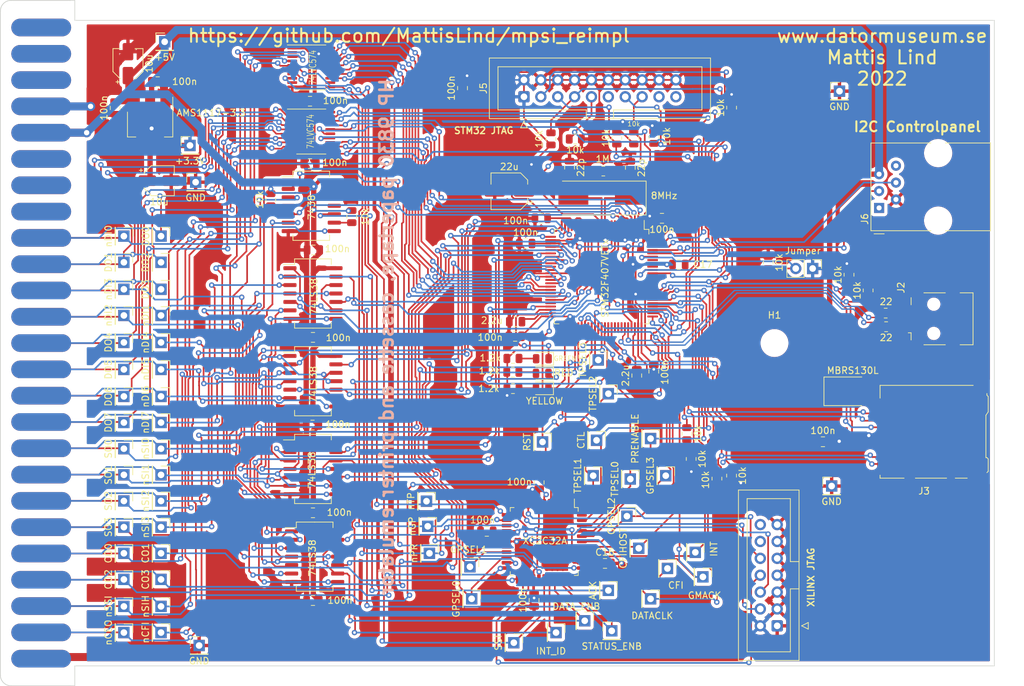
<source format=kicad_pcb>
(kicad_pcb (version 20211014) (generator pcbnew)
  (layers (0 "F.Cu" signal) (31 "B.Cu" signal) (34 "B.Paste" user) (35 "F.Paste" user) (36 "B.SilkS" user "B.Silkscreen") (37 "F.SilkS" user "F.Silkscreen") (38 "B.Mask" user) (39 "F.Mask" user) (44 "Edge.Cuts" user))
  (net 0 "")
  (net 1 "+3V3")
  (net 2 "GND")
  (net 3 "/RST")
  (net 4 "Net-(C4-Pad1)")
  (net 5 "+5V")
  (net 6 "Net-(C9-Pad1)")
  (net 7 "Net-(C10-Pad1)")
  (net 8 "Net-(C11-Pad1)")
  (net 9 "/GREEN")
  (net 10 "Net-(D1-Pad2)")
  (net 11 "/RED")
  (net 12 "Net-(D2-Pad2)")
  (net 13 "/YELLOW")
  (net 14 "Net-(D3-Pad2)")
  (net 15 "Net-(D4-Pad2)")
  (net 17 "/nDI0")
  (net 18 "/DO1")
  (net 19 "/nDI3")
  (net 20 "/nDI2")
  (net 21 "/DO4")
  (net 22 "/DO5")
  (net 23 "/DO6")
  (net 24 "/DO7")
  (net 25 "/SO0")
  (net 26 "/SO1")
  (net 27 "/SO2")
  (net 28 "/SO3")
  (net 29 "/CO0")
  (net 30 "/CO2")
  (net 31 "/nSSI")
  (net 32 "/nCEO")
  (net 33 "/DO0")
  (net 34 "/DO2")
  (net 35 "/DO3")
  (net 36 "/nDI1")
  (net 37 "/nDI4")
  (net 38 "/nDI5")
  (net 39 "/nDI6")
  (net 40 "/nDI7")
  (net 41 "/nSI0")
  (net 42 "/nSI1")
  (net 43 "/nSI2")
  (net 44 "/nSI3")
  (net 45 "/CO1")
  (net 46 "/CO3")
  (net 47 "/nSIH")
  (net 48 "/nCFI")
  (net 49 "Net-(J2-Pad2)")
  (net 50 "Net-(J2-Pad3)")
  (net 52 "/SDIO_D2")
  (net 53 "/SDIO_D3")
  (net 54 "/SDIO_CMD")
  (net 55 "/SDIO_SCK")
  (net 56 "/SDIO_D0")
  (net 57 "/SDIO_D1")
  (net 60 "/XILINX_TMS")
  (net 61 "/XILINX_TCK")
  (net 62 "/XILINX_TDO")
  (net 63 "/XILINX_TDI")
  (net 66 "/TRST")
  (net 67 "/TDI")
  (net 68 "/TMS")
  (net 69 "/TCK")
  (net 71 "/TDO")
  (net 74 "/SDA")
  (net 75 "/SCL")
  (net 76 "Net-(JP1-Pad2)")
  (net 77 "Net-(R1-Pad2)")
  (net 78 "Net-(R2-Pad2)")
  (net 79 "/USB_P")
  (net 80 "/USB_N")
  (net 81 "/GPSEL2")
  (net 82 "/GPSEL3")
  (net 83 "/PRENABLE")
  (net 84 "/TPSEL0")
  (net 85 "/CTL")
  (net 86 "/TPSEL1")
  (net 87 "/TPSEL2")
  (net 88 "/TPSEL3")
  (net 89 "/nTP")
  (net 90 "/nGP")
  (net 91 "/nPR")
  (net 92 "/GPSEL0")
  (net 93 "/CFIHOST")
  (net 94 "/INT")
  (net 95 "/GMACK")
  (net 96 "/CFI")
  (net 97 "/DATACLK")
  (net 98 "/ACK")
  (net 99 "/STATUS_ENB")
  (net 100 "/DATA_ENB")
  (net 101 "/INT_ID")
  (net 102 "/SSI")
  (net 103 "/GPSEL1")
  (net 107 "/STM_DO2")
  (net 108 "/STM_DO3")
  (net 109 "/STM_DO4")
  (net 110 "/STM_DO5")
  (net 111 "/STM_DO6")
  (net 112 "/INT1EN")
  (net 114 "/nSTM_SI1")
  (net 115 "/nSTM_SI2")
  (net 116 "/nSTM_SI3")
  (net 117 "/nSTM_DI0")
  (net 118 "/nSTM_DI1")
  (net 119 "/nSTM_DI2")
  (net 120 "/nSTM_DI3")
  (net 121 "/nSTM_DI4")
  (net 122 "/nSTM_DI5")
  (net 123 "/nSTM_DI6")
  (net 124 "/nSTM_DI7")
  (net 125 "/INT8EN")
  (net 126 "/INT9EN")
  (net 129 "/STM_DO7")
  (net 130 "/STM_SO0")
  (net 131 "/STM_SO1")
  (net 132 "/STM_SO2")
  (net 133 "/STM_SO3")
  (net 134 "/nSTM_PR")
  (net 135 "/nSTM_GP")
  (net 136 "/nSTM_TP")
  (net 141 "/INT10EN")
  (net 142 "/INT11EN")
  (net 152 "/STM_DO0")
  (net 153 "/STM_DO1")
  (footprint "Connector_PinHeader_2.54mm:PinHeader_1x01_P2.54mm_Vertical" (layer "F.Cu") (at 54.356 105.283 -90)
    (fp_text reference "TP48" hide)
    (fp_text value "nSI1")
  )
  (footprint "Resistor_SMD:R_0805_2012Metric" (layer "F.Cu") (at 116.6895 54.7135)
    (fp_text reference "R7" hide)
    (fp_text value "10k")
  )
  (footprint "Capacitor_SMD:C_0805_2012Metric" (layer "F.Cu") (at 153.95 100.3 180)
    (fp_text reference "C1" hide)
    (fp_text value "100n")
  )
  (footprint "Resistor_SMD:R_0805_2012Metric" (layer "F.Cu") (at 134.125 102.8875 90)
    (fp_text reference "R21" hide)
    (fp_text value "10k")
  )
  (footprint "Resistor_SMD:R_0805_2012Metric" (layer "F.Cu") (at 125.49 54.5575 90)
    (fp_text reference "R3" hide)
    (fp_text value "10k")
  )
  (footprint "Connector_PinHeader_2.54mm:PinHeader_1x01_P2.54mm_Vertical" (layer "F.Cu") (at 135.89 120.65 -90)
    (fp_text reference "TP18" hide)
    (fp_text value "GMACK")
  )
  (footprint "Capacitor_SMD:C_0805_2012Metric" (layer "F.Cu") (at 77.28 71.42 180)
    (fp_text reference "C18" hide)
    (fp_text value "100n")
  )
  (footprint "Connector_PinHeader_2.54mm:PinHeader_1x01_P2.54mm_Vertical" (layer "F.Cu") (at 124.46 111.506 -90)
    (fp_text reference "TP1" hide)
    (fp_text value "GPSEL2")
  )
  (footprint "Capacitor_SMD:C_0805_2012Metric" (layer "F.Cu") (at 115.824 58.994 90)
    (fp_text reference "C11" hide)
    (fp_text value "22p")
  )
  (footprint "Capacitor_SMD:CP_Elec_4x5.3" (layer "F.Cu") (at 49.383 43.364 90)
    (fp_text reference "C6" hide)
    (fp_text value "10u")
  )
  (footprint "Connector_PinHeader_2.54mm:PinHeader_1x01_P2.54mm_Vertical" (layer "F.Cu") (at 130.302 105.41 -90)
    (fp_text reference "TP2" hide)
    (fp_text value "GPSEL3")
  )
  (footprint "Capacitor_SMD:C_0805_2012Metric" (layer "F.Cu") (at 99.7204 47.051 -90)
    (fp_text reference "C2" hide)
    (fp_text value "100n")
  )
  (footprint "Capacitor_SMD:C_0805_2012Metric" (layer "F.Cu") (at 103.378 113.792 180)
    (fp_text reference "C28" hide)
    (fp_text value "100n")
  )
  (footprint "Capacitor_SMD:CP_Elec_5x4.4" (layer "F.Cu") (at 106.766 62.5875 180)
    (fp_text reference "C3" hide)
    (fp_text value "22u")
  )
  (footprint "Connector_PinHeader_2.54mm:PinHeader_1x01_P2.54mm_Vertical" (layer "F.Cu") (at 100.838 119.126 -90)
    (fp_text reference "TP30" hide)
    (fp_text value "GPSEL1")
  )
  (footprint "LED_SMD:LED_0805_2012Metric" (layer "F.Cu") (at 111.7125 90.01 180)
    (fp_text reference "D2" hide)
    (fp_text value "RED")
  )
  (footprint "Capacitor_SMD:C_0805_2012Metric" (layer "F.Cu") (at 109.22 70.4615 180)
    (fp_text reference "C19" hide)
    (fp_text value "100n")
  )
  (footprint "Connector_PinHeader_2.54mm:PinHeader_1x01_P2.54mm_Vertical" (layer "F.Cu") (at 54.356 77.343 -90)
    (fp_text reference "TP42" hide)
    (fp_text value "DO3")
  )
  (footprint "Crystal:Crystal_SMD_HC49-SD" (layer "F.Cu") (at 120.65 63.6035 180)
    (fp_text reference "Y1" hide)
    (fp_text value "8MHz")
  )
  (footprint "Connector_PinHeader_2.54mm:PinHeader_1x01_P2.54mm_Vertical" (layer "F.Cu") (at 54.356 109.22 -90)
    (fp_text reference "TP49" hide)
    (fp_text value "nSI2")
  )
  (footprint "Package_SO:SO-14_5.3x10.2mm_P1.27mm" (layer "F.Cu") (at 76.962 64.77)
    (fp_text reference "U9" hide)
    (fp_text value "7438")
  )
  (footprint "Connector_PinHeader_2.54mm:PinHeader_1x01_P2.54mm_Vertical" (layer "F.Cu") (at 128.016 123.952 -90)
    (fp_text reference "TP20" hide)
    (fp_text value "DATACLK")
  )
  (footprint "Connector_RJ:RJ12_Amphenol_54601" (layer "F.Cu") (at 162.4 65.09 90)
    (fp_text reference "J6")
    (fp_text value "6P6C")
  )
  (footprint "MountingHole:MountingHole_3.2mm_M3" (layer "F.Cu") (at 146.66 85.44)
    (fp_text reference "H1")
    (fp_text value "MountingHole")
  )
  (footprint "Connector_PinHeader_2.54mm:PinHeader_1x01_P2.54mm_Vertical" (layer "F.Cu") (at 48.768 125.095 -90)
    (fp_text reference "TP56" hide)
    (fp_text value "nSSI")
  )
  (footprint "Connector_PinHeader_2.54mm:PinHeader_1x01_P2.54mm_Vertical" (layer "F.Cu") (at 126.238 116.332 -90)
    (fp_text reference "TP16" hide)
    (fp_text value "CFIHOST")
  )
  (footprint "Connector_PinHeader_2.54mm:PinHeader_1x01_P2.54mm_Vertical" (layer "F.Cu") (at 156.44 47.51)
    (fp_text reference "TP61" hide)
    (fp_text value "GND")
  )
  (footprint "Connector_PinHeader_2.54mm:PinHeader_1x01_P2.54mm_Vertical" (layer "F.Cu") (at 124.968 105.918 -90)
    (fp_text reference "TP4" hide)
    (fp_text value "TPSEL0")
  )
  (footprint "Package_QFP:LQFP-100_14x14mm_P0.5mm" (layer "F.Cu") (at 120.65 75.438 -90)
    (fp_text reference "U2" hide)
    (fp_text value "STM32F407VETx")
  )
  (footprint "Connector_PinHeader_2.54mm:PinHeader_1x01_P2.54mm_Vertical" (layer "F.Cu") (at 130.556 119.38 -90)
    (fp_text reference "TP19" hide)
    (fp_text value "CFI")
  )
  (footprint "Connector_PinHeader_2.54mm:PinHeader_1x01_P2.54mm_Vertical" (layer "F.Cu") (at 111.76 100.33 -90)
    (fp_text reference "TP10" hide)
    (fp_text value "RST")
  )
  (footprint "Connector_PinHeader_2.54mm:PinHeader_1x01_P2.54mm_Vertical" (layer "F.Cu") (at 122.174 128.778)
    (fp_text reference "TP22" hide)
    (fp_text value "STATUS_ENB")
  )
  (footprint "Connector_PinHeader_2.54mm:PinHeader_1x01_P2.54mm_Vertical" (layer "F.Cu") (at 54.356 113.157 -90)
    (fp_text reference "TP50" hide)
    (fp_text value "nSI3")
  )
  (footprint "Connector_PinHeader_2.54mm:PinHeader_1x01_P2.54mm_Vertical" (layer "F.Cu") (at 48.768 89.408 -90)
    (fp_text reference "TP44" hide)
    (fp_text value "DO5")
  )
  (footprint "Capacitor_SMD:C_0805_2012Metric" (layer "F.Cu") (at 125.94 90.33 -90)
    (fp_text reference "C4" hide)
    (fp_text value "2.2u")
  )
  (footprint "LED_SMD:LED_0805_2012Metric" (layer "F.Cu") (at 111.7325 87.8 180)
    (fp_text reference "D1" hide)
    (fp_text value "GREEN")
  )
  (footprint "Capacitor_SMD:C_0805_2012Metric" (layer "F.Cu") (at 129.728 66.6515)
    (fp_text reference "C26" hide)
    (fp_text value "100n")
  )
  (footprint "Capacitor_SMD:C_0805_2012Metric" (layer "F.Cu") (at 76.774 49.022 180)
    (fp_text reference "C25" hide)
    (fp_text value "100n")
  )
  (footprint "Connector_PinHeader_2.54mm:PinHeader_1x01_P2.54mm_Vertical" (layer "F.Cu") (at 48.768 129.032 -90)
    (fp_text reference "TP9" hide)
    (fp_text value "nCEO")
  )
  (footprint "Connector_PinHeader_2.54mm:PinHeader_1x01_P2.54mm_Vertical" (layer "F.Cu") (at 48.768 77.343 -90)
    (fp_text reference "TP34" hide)
    (fp_text value "nDI3")
  )
  (footprint "Resistor_SMD:R_0805_2012Metric" (layer "F.Cu") (at 120.904 59.5395)
    (fp_text reference "R10" hide)
    (fp_text value "1M")
  )
  (footprint "Connector_Card:microSD_HC_Hirose_DM3AT-SF-PEJM5" (layer "F.Cu") (at 170.434 98.806 90)
    (fp_text reference "J3")
    (fp_text value "Micro_SD_Card_Det_Hirose_DM3AT")
  )
  (footprint "Connector_PinHeader_2.54mm:PinHeader_1x02_P2.54mm_Vertical" (layer "F.Cu") (at 152.4 74.21 -90)
    (fp_text reference "JP1" hide)
    (fp_text value "Jumper")
  )
  (footprint "Capacitor_SMD:C_0805_2012Metric" (layer "F.Cu") (at 53.853 46.084)
    (fp_text reference "C21" hide)
    (fp_text value "100n")
  )
  (footprint "Capacitor_SMD:C_0805_2012Metric" (layer "F.Cu") (at 124.968 59.0315 90)
    (fp_text reference "C10" hide)
    (fp_text value "22p")
  )
  (footprint "Capacitor_SMD:C_0805_2012Metric" (layer "F.Cu") (at 77.216 84.582 180)
    (fp_text reference "C5" hide)
    (fp_text value "100n")
  )
  (footprint "Connector_PinHeader_2.54mm:PinHeader_1x01_P2.54mm_Vertical" (layer "F.Cu") (at 155.26 106.97)
    (fp_text reference "TP60" hide)
    (fp_text value "GND")
  )
  (footprint "Capacitor_SMD:C_0805_2012Metric" (layer "F.Cu") (at 111.252 106.426 90)
    (fp_text reference "C12" hide)
    (fp_text value "100n")
  )
  (footprint "Connector_PinHeader_2.54mm:PinHeader_1x01_P2.54mm_Vertical" (layer "F.Cu") (at 128.016 99.822 -90)
    (fp_text reference "TP3" hide)
    (fp_text value "PRENABLE")
  )
  (footprint "Connector_PinHeader_2.54mm:PinHeader_1x01_P2.54mm_Vertical" (layer "F.Cu") (at 121.666 122.682 -90)
    (fp_text reference "TP21" hide)
    (fp_text value "ACK")
  )
  (footprint "Connector_PinHeader_2.54mm:PinHeader_1x01_P2.54mm_Vertical" (layer "F.Cu") (at 48.768 101.346 -90)
    (fp_text reference "TP51" hide)
    (fp_text value "SO0")
  )
  (footprint "Connector_PinHeader_2.54mm:PinHeader_1x01_P2.54mm_Vertical" (layer "F.Cu") (at 59.563 61.214)
    (fp_text reference "TP62" hide)
    (fp_text value "GND")
  )
  (footprint "Connector_PinHeader_2.54mm:PinHeader_1x01_P2.54mm_Vertical" (layer "F.Cu") (at 48.768 73.279 -90)
    (fp_text reference "TP40" hide)
    (fp_text value "DO1")
  )
  (footprint "Connector_PinHeader_2.54mm:PinHeader_1x01_P2.54mm_Vertical" (layer "F.Cu") (at 48.768 93.472 -90)
    (fp_text reference "TP45" hide)
    (fp_text value "DO6")
  )
  (footprint "Package_SO:TSSOP-20_4.4x6.5mm_P0.65mm" (layer "F.Cu") (at 76.962 53.594)
    (fp_text reference "U3" hide)
    (fp_text value "74LVC574")
  )
  (footprint "Capacitor_SMD:C_0805_2012Metric" (layer "F.Cu") (at 128.5 89.71 -90)
    (fp_text reference "C14" hide)
    (fp_text value "100n")
  )
  (footprint "Resistor_SMD:R_0805_2012Metric" (layer "F.Cu") (at 107.3075 87.76 180)
    (fp_text reference "R13" hide)
    (fp_text value "1.2k")
  )
  (footprint "Resistor_SMD:R_0805_2012Metric" (layer "F.Cu") (at 107.2875 89.82 180)
    (fp_text reference "R14" hide)
    (fp_text value "1.2k")
  )
  (footprint "Package_SO:SO-14_5.3x10.2mm_P1.27mm" (layer "F.Cu") (at 77.216 104.394)
    (fp_text reference "U8" hide)
    (fp_text value "74LS38")
  )
  (footprint "Capacitor_SMD:C_0805_2012Metric" (layer "F.Cu") (at 77.216 110.998 180)
    (fp_text reference "C13" hide)
    (fp_text value "100n")
  )
  (footprint "Connector_IDC:IDC-Header_2x07_P2.54mm_Vertical" (layer "F.Cu") (at 147.066 128.016 180)
    (fp_text reference "J4" hide)
    (fp_text value "Xilinx-JTAG")
  )
  (footprint "Capacitor_SMD:C_0805_2012Metric" (layer "F.Cu") (at 76.774 58.42 180)
    (fp_text reference "C8" hide)
    (fp_text value "100n")
  )
  (footprint "Connector_PinHeader_2.54mm:PinHeader_1x01_P2.54mm_Vertical" (layer "F.Cu") (at 54.356 121.031 -90)
    (fp_text reference "TP29" hide)
    (fp_text value "CO3")
  )
  (footprint "Connector_PinHeader_2.54mm:PinHeader_1x01_P2.54mm_Vertical" (layer "F.Cu") (at 120.142 87.9875 -90)
    (fp_text reference "TP8" hide)
    (fp_text value "TPSEL3")
  )
  (footprint "Connector_PinHeader_2.54mm:PinHeader_1x01_P2.54mm_Vertical" (layer "F.Cu") (at 48.768 105.283 -90)
    (fp_text reference "TP52" hide)
    (fp_text value "SO1")
  )
  (footprint "Connector_PinHeader_2.54mm:PinHeader_1x01_P2.54mm_Vertical" (layer "F.Cu") (at 48.768 113.157 -90)
    (fp_text reference "TP54" hide)
    (fp_text value "SO3")
  )
  (footprint "Connector_PinHeader_2.54mm:PinHeader_1x01_P2.54mm_Vertical" (layer "F.Cu") (at 54.903 40.074)
    (fp_text reference "TP57" hide)
    (fp_text value "+5V")
  )
  (footprint "Resistor_SMD:R_0805_2012Metric" (layer "F.Cu") (at 157.875 75.15 -90)
    (fp_text reference "R19" hide)
    (fp_text value "10k")
  )
  (footprint "Resistor_SMD:R_0805_2012Metric" (layer "F.Cu") (at 128.524 54.4595 -90)
    (fp_text reference "R5" hide)
    (fp_text value "10k")
  )
  (footprint "Connector_PinHeader_2.54mm:PinHeader_1x01_P2.54mm_Vertical" (layer "F.Cu") (at 48.768 69.342 -90)
    (fp_text reference "TP31" hide)
    (fp_text value "nDI0")
  )
  (footprint "Connector_PinHeader_2.54mm:PinHeader_1x01_P2.54mm_Vertical" (layer "F.Cu") (at 54.356 117.094 -90)
    (fp_text reference "TP27" hide)
    (fp_text value "CO1")
  )
  (footprint "Connector_PinHeader_2.54mm:PinHeader_1x01_P2.54mm_Vertical" (layer "F.Cu") (at 54.356 101.346 -90)
    (fp_text reference "TP47" hide)
    (fp_text value "nSI0")
  )
  (footprint "Connector_PinHeader_2.54mm:PinHeader_1x01_P2.54mm_Vertical" (layer "F.Cu") (at 54.356 85.344 -90)
    (fp_text reference "TP35" hide)
    (fp_text value "nDI4")
  )
  (footprint "Resistor_SMD:R_0805_2012Metric" (layer "F.Cu") (at 133.475 99.0875 90)
    (fp_text reference "R20" hide)
    (fp_text value "10k")
  )
  (footprint "Connector:EDAC 2x25 3.96mm" (layer "F.Cu") (at 41.327 37.923 -90)
    (fp_text reference "J1" hide)
    (fp_text value "EDAC 2x25" hide)
    (fp_line (start -4.08 0.62) (end -4.08 9.54) (layer "Edge.Cuts") (width 0.12))
    (fp_line (start 99.12 0.62) (end 99.12 9.54) (layer "Edge.Cuts") (width 0.12))
    (fp_line (start -2.48 11.14) (end 97.52 11.14) (layer "Edge.Cuts") (width 0.12))
    (fp_arc (start 99.12 9.54) (mid 98.651371 10.671371) (end 97.52 11.14) (layer "Edge.Cuts") (width 0.12))
    (fp_arc (start -2.48 11.14) (mid -3.611371 10.671371) (end -4.08 9.54) (layer "Edge.Cuts") (width 0.12))
  )
  (footprint "Connector_PinHeader_2.54mm:PinHeader_1x01_P2.54mm_Vertical" (layer "F.Cu") (at 54.356 129.032 -90)
    (fp_text reference "TP55" hide)
    (fp_text value "nCFI")
  )
  (footprint "Connector_PinHeader_2.54mm:PinHeader_1x01_P2.54mm_Vertical" (layer "F.Cu") (at 54.356 89.408 -90)
    (fp_text reference "TP36" hide)
    (fp_text value "nDI5")
  )
  (footprint "Resistor_SMD:R_0805_2012Metric" (layer "F.Cu") (at 160.75 77.5125 -90)
    (fp_text reference "R18" hide)
    (fp_text value "10k")
  )
  (footprint "Resistor_SMD:R_0805_2012Metric" (layer "F.Cu") (at 140.2 105.4 90)
    (fp_text reference "R16" hide)
    (fp_text value "10k")
  )
  (footprint "Connector_PinHeader_2.54mm:PinHeader_1x01_P2.54mm_Vertical" (layer "F.Cu") (at 107.442 130.556 -90)
    (fp_text reference "TP25" hide)
    (fp_text value "SSI")
  )
  (footprint "Connector_PinHeader_2.54mm:PinHeader_1x01_P2.54mm_Vertical" (layer "F.Cu") (at 54.356 69.342 -90)
    (fp_text reference "TP39" hide)
    (fp_text value "DO0")
  )
  (footprint "Resistor_SMD:R_0805_2012Metric" (layer "F.Cu") (at 83.058 66.3975 -90)
    (fp_text reference "R2" hide)
    (fp_text value "10k")
  )
  (footprint "Connector_PinHeader_2.54mm:PinHeader_1x01_P2.54mm_Vertical" (layer "F.Cu") (at 54.356 93.472 -90)
    (fp_text reference "TP37" hide)
    (fp_text value "nDI6")
  )
  (footprint "Connector_PinHeader_2.54mm:PinHeader_1x01_P2.54mm_Vertical" (layer "F.Cu") (at 60.09 130.98)
    (fp_text reference "TP59" hide)
    (fp_text value "GND")
  )
  (footprint "Connector_PinHeader_2.54mm:PinHeader_1x01_P2.54mm_Vertical" (layer "F.Cu") (at 48.768 117.094 -90)
    (fp_text reference "TP26" hide)
    (fp_text value "CO0")
  )
  (footprint "Resistor_SMD:R_0805_2012Metric" (layer "F.Cu") (at 138 105.85 90)
    (fp_text reference "R17" hide)
    (fp_text value "10k")
  )
  (footprint "LED_SMD:LED_0805_2012Metric" (layer "F.Cu") (at 111.71 92.25 180)
    (fp_text reference "D3" hide)
    (fp_text value "YELLOW")
  )
  (footprint "Resistor_SMD:R_0805_2012Metric" (layer "F.Cu") (at 122.936 54.563 -90)
    (fp_text reference "R8" hide)
    (fp_text value "10k")
  )
  (footprint "Connector_PinHeader_2.54mm:PinHeader_1x01_P2.54mm_Vertical" (layer "F.Cu") (at 94.488 113.03 -90)
    (fp_text reference "TP13" hide)
    (fp_text value "nGP")
  )
  (footprint "Package_SO:SO-14_5.3x10.2mm_P1.27mm" (layer "F.Cu") (at 77.216 77.978)
    (fp_text reference "U4" hide)
    (fp_text value "74LS38")
  )
  (footprint "Package_SO:SO-14_5.3x10.2mm_P1.27mm" (layer "F.Cu") (at 77.47 117.602)
    (fp_text reference "U7" hide)
    (fp_text value "74LS38")
  )
  (footprint "Connector_PinHeader_2.54mm:PinHeader_1x01_P2.54mm_Vertical" (layer "F.Cu") (at 48.768 109.22 -90)
    (fp_text reference "TP53" hide)
    (fp_text value "SO2")
  )
  (footprint "Connector_PinHeader_2.54mm:PinHeader_1x01_P2.54mm_Vertical" (layer "F.Cu") (at 54.356 125.095 -90)
    (fp_text reference "TP11" hide)
    (fp_text value "nSIH")
  )
  (footprint "Capacitor_SMD:CP_Elec_4x5.3" (layer "F.Cu") (at 54.093 60.984)
    (fp_text reference "C7" hide)
    (fp_text value "10u")
  )
  (footprint "Connector_PinHeader_2.54mm:PinHeader_1x01_P2.54mm_Vertical" (layer "F.Cu") (at 119.888 100.076 -90)
    (fp_text reference "TP5" hide)
    (fp_text value "CTL")
  )
  (footprint "Resistor_SMD:R_0805_2012Metric" (layer "F.Cu") (at 140.208 49.991 -90)
    (fp_text reference "R9" hide)
    (fp_text value "10k")
  )
  (footprint "Resistor_SMD:R_0805_2012Metric" (layer "F.Cu") (at 145.72 73.3125 90)
    (fp_text reference "R4" hide)
    (fp_text value "10k")
  )
  (footprint "Capacitor_SMD:C_0805_2012Metric" (layer "F.Cu") (at 107.64 84.42 180)
    (fp_text reference "C27" hide)
    (fp_text value "100n")
  )
  (footprint "Connector_PinHeader_2.54mm:PinHeader_1x01_P2.54mm_Vertical" (layer "F.Cu") (at 113.792 129.032 -90)
    (fp_text reference "TP24" hide)
    (fp_text value "INT_ID")
  )
  (footprint "Capacitor_SMD:C_0805_2012Metric" (layer "F.Cu") (at 47.453 50.034 -90)
    (fp_text reference "C22" hide)
    (fp_text value "100n")
  )
  (footprint "Package_QFP:LQFP-44_10x10mm_P0.8mm" (layer "F.Cu") (at 112.014 115.316 -90)
    (fp_text reference "U1" hide)
    (fp_text value "XC2C32A")
  )
  (footprint "Connector_PinHeader_2.54mm:PinHeader_1x01_P2.54mm_Vertical" (layer "F.Cu") (at 48.768 85.344 -90)
    (fp_text reference "TP43" hide)
    (fp_text value "DO4")
  )
  (footprint "Connector_PinHeader_2.54mm:PinHeader_1x01_P2.54mm_Vertical" (layer "F.Cu") (at 48.768 97.409 -90)
    (fp_text reference "TP46" hide)
    (fp_text value "DO7")
  )
  (footprint "Connector_PinHeader_2.54mm:PinHeader_1x01_P2.54mm_Vertical" (layer "F.Cu") (at 58.713 55.684)
    (fp_text reference "TP58" hide)
    (fp_text value "+3.3V")
  )
  (footprint "Connector_PinHeader_2.54mm:PinHeader_1x01_P2.54mm_Vertical" (layer "F.Cu") (at 134.75 116.95 -90)
    (fp_text reference "TP17" hide)
    (fp_text value "INT")
  )
  (footprint "Capacitor_SMD:C_0805_2012Metric" (layer "F.Cu") (at 121.158 118.618)
    (fp_text reference "C16")
    (fp_text value "100n")
  )
  (footprint "Connector_PinHeader_2.54mm:PinHeader_1x01_P2.54mm_Vertical" (layer "F.Cu") (at 101.092 123.952 -90)
    (fp_text reference "TP15" hide)
    (fp_text value "GPSEL0")
  )
  (footprint "Connector_PinHeader_2.54mm:PinHeader_1x01_P2.54mm_Vertical" (layer "F.Cu") (at 94.3 109.25 -90)
    (fp_text reference "TP12" hide)
    (fp_text value "nTP")
  )
  (footprint "Connector_PinHeader_2.54mm:PinHeader_1x01_P2.54mm_Vertical" (layer "F.Cu") (at 54.356 81.28 -90)
    (fp_text reference "TP32" hide)
    (fp_text value "nDI1")
  )
  (footprint "Connector_USB:USB_Mini-B_Lumberg_2486_01_Horizontal" (layer "F.Cu") (at 170.629 81.788 90)
    (fp_text reference "J2")
    (fp_text value "USB_B_Mini")
  )
  (footprint "Capacitor_SMD:C_0805_2012Metric" (layer "F.Cu") (at 77.15 97.79 180)
    (fp_text reference "C20" hide)
    (fp_text value "100n")
  )
  (footprint "Capacitor_SMD:C_0805_2012Metric" (layer "F.Cu") (at 132.27 73.61)
    (fp_text reference "C17")
    (fp_text value "100n")
  )
  (footprint "Connector_PinHeader_2.54mm:PinHeader_1x01_P2.54mm_Vertical" (layer "F.Cu") (at 48.768 81.28 -90)
    (fp_text reference "TP33" hide)
    (fp_text value "nDI2")
  )
  (footprint "Resistor_SMD:R_0805_2012Metric" (layer "F.Cu") (at 163.4575 82.98)
    (fp_text reference "R12" hide)
    (fp_text value "22")
  )
  (footprint "Capacitor_SMD:C_0805_2012Metric" (layer "F.Cu") (at 110.49 124.14 -90)
    (fp_text reference "C23" hide)
    (fp_text value "100n")
  )
  (footprint "Connector_PinHeader_2.54mm:PinHeader_1x01_P2.54mm_Vertical" (layer "F.Cu") (at 94.742 117.094 -90)
    (fp_text reference "TP14" hide)
    (fp_text value "nPR")
  )
  (footprint "Package_SO:SO-14_5.3x10.2mm_P1.27mm" (layer "F.Cu") (at 77.216 91.186)
    (fp_text reference "U6" hide)
    (fp_text value "74LS38")
  )
  (footprint "Connector_PinHeader_2.54mm:PinHeader_1x01_P2.54mm_Vertical" (layer "F.Cu") (at 54.356 73.279 -90)
    (fp_text reference "TP41" hide)
    (fp_text value "DO2")
  )
  (footprint "Connector_PinHeader_2.54mm:PinHeader_1x01_P2.54mm_Vertical" (layer "F.Cu") (at 118.11 127.254 -90)
    (fp_text reference "TP23" hide)
    (fp_text value "DATA_ENB")
  )
  (footprint "Resistor_SMD:R_0805_2012Metric" (layer "F.Cu") (at 70.866 63.8575 -90)
    (fp_text reference "R1" hide)
    (fp_text value "10k")
  )
  (footprint "Resistor_SMD:R_0805_2012Metric" (layer "F.Cu") (at 163.3925 80.93)
    (fp_text reference "R11" hide)
    (fp_text value "22")
  )
  (footprint "Capacitor_SMD:C_0805_2012Metric" (layer "F.Cu") (at 77.216 124.206 180)
    (fp_text reference "C15" hide)
    (fp_text value "100n")
  )
  (footprint "Resistor_SMD:R_0805_2012Metric" (layer "F.Cu") (at 113.03 54.6975 90)
    (fp_text reference "R6" hide)
    (fp_text value "10k")
  )
  (footprint "Diode_SMD:D_SMB" (layer "F.Cu") (at 157.65 92.7)
    (fp_text reference "D4" hide)
    (fp_text value "MBRS130L")
  )
  (footprint "Connector_IDC:IDC-Header_2x10_P2.54mm_Vertical" (layer "F.Cu") (at 108.966 48.354 90)
    (fp_text reference "J5")
    (fp_text value "STM32-JTAG")
  )
  (footprint "Capacitor_SMD:C_0805_2012Metric" (layer "F.Cu") (at 111.572 66.6515 180)
    (fp_text reference "C24" hide)
    (fp_text value "100n")
  )
  (footprint "Connector_PinHeader_2.54mm:PinHeader_1x01_P2.54mm_Vertical" (layer "F.Cu") (at 119.38 105.41 -90)
    (fp_text reference "TP6" hide)
    (fp_text value "TPSEL1")
  )
  (footprint "Connector_PinHeader_2.54mm:PinHeader_1x01_P2.54mm_Vertical" (layer "F.Cu") (at 54.356 97.409 -90)
    (fp_text reference "TP38" hide)
    (fp_text value "nDI7")
  )
  (footprint "Resistor_SMD:R_0805_2012Metric" (layer "F.Cu") (at 107.31 92.3 180)
    (fp_text reference "R15" hide)
    (fp_text value "1.2k")
  )
  (footprint "Connector_PinHeader_2.54mm:PinHeader_1x01_P2.54mm_Vertical" (layer "F.Cu") (at 121.666 93.0675 -90)
    (fp_text reference "TP7" hide)
    (fp_text value "TPSEL2")
  )
  (footprint "Package_TO_SOT_SMD:SOT-223-3_TabPin2" (layer "F.Cu") (at 52.713 52.504 -90)
    (fp_text reference "U11" hide)
    (fp_text value "AMS1117-3.3")
  )
  (footprint "Connector_PinHeader_2.54mm:PinHeader_1x01_P2.54mm_Vertical" (layer "F.Cu") (at 48.768 121.031 -90)
    (fp_text reference "TP28" hide)
    (fp_text value "CO2")
  )
  (footprint "Capacitor_SMD:C_0805_2012Metric" (layer "F.Cu") (at 107.71 82.22 180)
    (fp_text reference "C9" hide)
    (fp_text value "2.2u")
  )
  (footprint "Package_SO:TSSOP-20_4.4x6.5mm_P0.65mm" (layer "F.Cu") (at 76.962 43.942)
    (fp_text reference "U5" hide)
    (fp_text value "74LVC574")
  )
  (gr_line (start 41.38 137.043) (end 41.38 134.043) (layer "Edge.Cuts") (width 0.1))
  (gr_line (start 41.38 33.843) (end 41.38 36.843) (layer "Edge.Cuts") (width 0.1))
  (gr_line (start 41.38 134.043) (end 179.737 134.043) (layer "Edge.Cuts") (width 0.1))
  (gr_line (start 40.707 137.043) (end 41.38 137.043) (layer "Edge.Cuts") (width 0.1))
  (gr_line (start 40.707 33.843) (end 41.38 33.843) (layer "Edge.Cuts") (width 0.1))
  (gr_line (start 179.737 36.843) (end 179.737 134.043) (layer "Edge.Cuts") (width 0.1))
  (gr_line (start 41.38 36.843) (end 179.737 36.843) (layer "Edge.Cuts") (width 0.1))
  (gr_text "HP 9830 papertape, cassette and printer emulator " (at 88.2904 85.2932 90) (layer "B.SilkS") (effects (font (size 2 2) (thickness 0.4)) (justify mirror)))
  (gr_text "XILINX JTAG" (at 152.15 120.71 90) (layer "F.SilkS") (effects (font (size 1 1) (thickness 0.2))))
  (gr_text "https://github.com/MattisLind/mpsi_reimpl" (at 91.6432 39.1668) (layer "F.SilkS") (effects (font (size 2 2) (thickness 0.3))))
  (gr_text "www.datormuseum.se\nMattis Lind\n2022" (at 162.8648 42.418) (layer "F.SilkS") (effects (font (size 2 2) (thickness 0.3))))
  (gr_text "I2C Controlpanel" (at 168.16 52.87) (layer "F.SilkS") (effects (font (size 1.5 1.5) (thickness 0.3))))
  (gr_text "STM32 JTAG" (at 102.9208 53.4416) (layer "F.SilkS") (effects (font (size 1 1) (thickness 0.2))))
  (segment (start 116.205 66.952315) (end 116.205 67.945) (width 0.25) (layer "F.Cu") (net 1))
  (segment (start 110.414 119.700695) (end 110.414 120.9785) (width 0.25) (layer "F.Cu") (net 1))
  (segment (start 77.724 58.42) (end 77.2 57.896) (width 0.8) (layer "F.Cu") (net 1))
  (segment (start 79.8245 50.669) (end 77.307 50.669) (width 0.4) (layer "F.Cu") (net 1))
  (segment (start 131.32 73.61) (end 130.47 73.61) (width 0.25) (layer "F.Cu") (net 1))
  (segment (start 113.03 55.61) (end 108.966 51.546) (width 0.25) (layer "F.Cu") (net 1))
  (segment (start 158.3875 74.2375) (end 157.875 74.2375) (width 0.25) (layer "F.Cu") (net 1))
  (segment (start 110.414 123.114) (end 110.49 123.19) (width 0.4) (layer "F.Cu") (net 1))
  (segment (start 99.7204 46.101) (end 99.7204 45.8724) (width 0.25) (layer "F.Cu") (net 1))
  (segment (start 106.4575 87.77) (end 106.4575 92.24) (width 0.25) (layer "F.Cu") (net 1))
  (segment (start 127.89 66.32) (end 128.4465 66.32) (width 0.25) (layer "F.Cu") (net 1))
  (segment (start 157.875 73.8) (end 157.55 73.475) (width 0.25) (layer "F.Cu") (net 1))
  (segment (start 112.522 66.6515) (end 109.583 63.7125) (width 0.25) (layer "F.Cu") (net 1))
  (segment (start 116.65 66.897315) (end 116.909315 66.638) (width 0.25) (layer "F.Cu") (net 1))
  (segment (start 157.875 74.2375) (end 157.875 73.8) (width 0.25) (layer "F.Cu") (net 1))
  (segment (start 99.7204 45.8724) (end 100.4062 45.1866) (width 0.25) (layer "F.Cu") (net 1))
  (segment (start 110.414 120.9785) (end 110.414 123.114) (width 0.4) (layer "F.Cu") (net 1))
  (segment (start 106.4575 87.77) (end 107.677 86.5505) (width 0.25) (layer "F.Cu") (net 1))
  (segment (start 122.936 53.6505) (end 122.936 53.0135) (width 0.25) (layer "F.Cu") (net 1))
  (segment (start 109.855 86.36) (end 109.855 85.09) (width 0.25) (layer "F.Cu") (net 1))
  (segment (start 115.808 70.488) (end 115.96 70.64) (width 0.25) (layer "F.Cu") (net 1))
  (segment (start 125.375 70.395) (end 125.86 69.91) (width 0.25) (layer "F.Cu") (net 1))
  (segment (start 110.095 58.545) (end 113.03 55.61) (width 0.25) (layer "F.Cu") (net 1))
  (segment (start 117.6525 118.54) (end 117.6765 118.516) (width 0.25) (layer "F.Cu") (net 1))
  (segment (start 128.4465 66.32) (end 128.778 66.6515) (width 0.25) (layer "F.Cu") (net 1))
  (segment (start 78.959183 41.017) (end 79.8245 41.017) (width 0.4) (layer "F.Cu") (net 1))
  (segment (start 114.168 70.438) (end 114.218 70.488) (width 0.25) (layer "F.Cu") (net 1))
  (segment (start 107.677 86.5505) (end 109.6645 86.5505) (width 0.25) (layer "F.Cu") (net 1))
  (segment (start 112.975 81.438) (end 115.668 81.438) (width 0.25) (layer "F.Cu") (net 1))
  (segment (start 123.6705 53.6505) (end 125.49 55.47) (width 0.25) (layer "F.Cu") (net 1))
  (segment (start 52.9396 55.4274) (end 52.9396 46.1206) (width 0.8) (layer "F.Cu") (net 1))
  (segment (start 125.77 73.9755) (end 125.77 79.333604) (width 0.25) (layer "F.Cu") (net 1))
  (segment (start 126.65 86.91) (end 128.5 88.76) (width 0.25) (layer "F.Cu") (net 1))
  (segment (start 52.713 55.654) (end 52.9396 55.4274) (width 0.8) (layer "F.Cu") (net 1))
  (segment (start 110.97 119.144695) (end 110.414 119.700695) (width 0.25) (layer "F.Cu") (net 1))
  (segment (start 116.205 67.945) (end 116.468 67.945) (width 0.25) (layer "F.Cu") (net 1))
  (segment (start 106.3515 113.716) (end 104.404 113.716) (width 0.4) (layer "F.Cu") (net 1))
  (segment (start 112.975 70.438) (end 114.168 70.438) (width 0.25) (layer "F.Cu") (net 1))
  (segment (start 106.3975 93.2975) (end 106.425 93.325) (width 0.25) (layer "F.Cu") (net 1))
  (segment (start 111.214 109.6535) (end 111.214 107.414) (width 0.4) (layer "F.Cu") (net 1))
  (segment (start 133.1 100.375) (end 133.1 102.775) (width 0.25) (layer "F.Cu") (net 1))
  (segment (start 107.98 113.89) (end 107.82 113.73) (width 0.25) (layer "F.Cu") (net 1))
  (segment (start 126.65 80.213604) (end 126.65 83.113) (width 0.25) (layer "F.Cu") (net 1))
  (segment (start 110.3485 107.376) (end 110.25 107.4745) (width 0.25) (layer "F.Cu") (net 1))
  (segment (start 117.390685 66.638) (end 117.65 66.897315) (width 0.25) (layer "F.Cu") (net 1))
  (segment (start 125.3745 73.58) (end 125.33 73.5355) (width 0.25) (layer "F.Cu") (net 1))
  (segment (start 110.97 113.67) (end 110.97 119.144695) (width 0.25) (layer "F.Cu") (net 1))
  (segment (start 116.18 118.27) (end 116.45 118.54) (width 0.25) (layer "F.Cu") (net 1))
  (segment (start 77.724 49.022) (end 77.47 48.768) (width 0.8) (layer "F.Cu") (net 1))
  (segment (start 58.713 55.684) (end 52.743 55.684) (width 0.8) (layer "F.Cu") (net 1))
  (segment (start 125.33 71.225305) (end 125.375 71.180305) (width 0.25) (layer "F.Cu") (net 1))
  (segment (start 121.22 69.91) (end 121.65 69.48) (width 0.25) (layer "F.Cu") (net 1))
  (segment (start 106.3655 113.73) (end 106.3515 113.716) (width 0.25) (layer "F.Cu") (net 1))
  (segment (start 77.2 50.562) (end 77.2 49.546) (width 0.8) (layer "F.Cu") (net 1))
  (segment (start 126.65 83.113) (end 126.65 86.91) (width 0.25) (layer "F.Cu") (net 1))
  (segment (start 114.218 70.488) (end 115.808 70.488) (width 0.25) (layer "F.Cu") (net 1))
  (segment (start 160.75 76.6) (end 158.3875 74.2375) (width 0.25) (layer "F.Cu") (net 1))
  (segment (start 121.65 69.48) (end 121.65 67.763) (width 0.25) (layer "F.Cu") (net 1))
  (segment (start 116.65 67.763) (end 116.65 66.897315) (width 0.25) (layer "F.Cu") (net 1))
  (segment (start 112.9515 70.4615) (end 112.975 70.438) (width 0.25) (layer "F.Cu") (net 1))
  (segment (start 140.208 49.0785) (end 140.208 48) (width 0.25) (layer "F.Cu") (net 1))
  (segment (start 125.33 73.5355) (end 125.33 71.225305) (width 0.25) (layer "F.Cu") (net 1))
  (segment (start 111.597 81.413) (end 112.268 81.413) (width 0.25) (layer "F.Cu") (net 1))
  (segment (start 104.404 113.716) (end 104.328 113.792) (width 0.4) (layer "F.Cu") (net 1))
  (segment (start 116.18 113.56) (end 116.18 118.27) (width 0.25) (layer "F.Cu") (net 1))
  (segment (start 106.4575 92.24) (end 106.3975 92.3) (width 0.25) (layer "F.Cu") (net 1))
  (segment (start 140.2 106.3125) (end 141.4125 106.3125) (width 0.25) (layer "F.Cu") (net 1))
  (segment (start 128.325 67.1045) (end 128.778 66.6515) (width 0.25) (layer "F.Cu") (net 1))
  (segment (start 110.82 113.52) (end 111.214 113.126) (width 0.25) (layer "F.Cu") (net 1))
  (segment (start 138 106.7625) (end 139.75 106.7625) (width 0.25) (layer "F.Cu") (net 1))
  (segment (start 128.27 52.705) (end 128.27 53.293) (width 0.25) (layer "F.Cu") (net 1))
  (segment (start 117.65 69.42) (end 117.65 67.763) (width 0.25) (layer "F.Cu") (net 1))
  (segment (start 77.307 50.669) (end 77.2 50.562) (width 0.4) (layer "F.Cu") (net 1))
  (segment (start 117.65 66.897315) (end 117.65 67.763) (width 0.25) (layer "F.Cu") (net 1))
  (segment (start 77.47 42.506183) (end 78.085591 41.890591) (width 0.4) (layer "F.Cu") (net 1))
  (segment (start 109.583 63.7125) (end 107.477827 63.7125) (width 0.25) (layer "F.Cu") (net 1))
  (segment (start 52.713 60.564) (end 52.713 55.654) (width 0.8) (layer "F.Cu") (net 1))
  (segment (start 124.16 67.773) (end 124.15 67.763) (width 0.25) (layer "F.Cu") (net 1))
  (segment (start 110.17 70.4615) (end 112.9515 70.4615) (width 0.25) (layer "F.Cu") (net 1))
  (segment (start 107.141 61.499) (end 110.095 58.545) (width 0.25) (layer "F.Cu") (net 1))
  (segment (start 52.743 55.684) (end 52.713 55.654) (width 0.25) (layer "F.Cu") (net 1))
  (segment (start 117.38 69.69) (end 117.65 69.42) (width 0.25) (layer "F.Cu") (net 1))
  (segment (start 109.855 85.09) (end 109.22 84.455) (width 0.25) (layer "F.Cu") (net 1))
  (segment (start 139.75 106.7625) (end 140.2 106.3125) (width 0.25) (layer "F.Cu") (net 1))
  (segment (start 128.325 69.438) (end 128.325 67.1045) (width 0.25) (layer "F.Cu") (net 1))
  (segment (start 124.16 69.91) (end 124.16 67.773) (width 0.25) (layer "F.Cu") (net 1))
  (segment (start 133.475 100) (end 133.1 100.375) (width 0.25) (layer "F.Cu") (net 1))
  (segment (start 107.141 63.375673) (end 107.141 61.499) (width 0.25) (layer "F.Cu") (net 1))
  (segment (start 112.5355 66.638) (end 115.890685 66.638) (width 0.25) (layer "F.Cu") (net 1))
  (segment (start 106.3975 92.3) (end 106.3975 93.2975) (width 0.25) (layer "F.Cu") (net 1))
  (segment (start 128.27 53.293) (end 128.524 53.547) (width 0.25) (layer "F.Cu") (net 1))
  (segment (start 116.909315 66.638) (end 117.390685 66.638) (width 0.25) (layer "F.Cu") (net 1))
  (segment (start 111.252 107.376) (end 110.3485 107.376) (width 0.25) (layer "F.Cu") (net 1))
  (segment (start 134.125 104.775) (end 134.15 104.8) (width 0.25) (layer "F.Cu") (net 1))
  (segment (start 77.2 57.896) (end 77.2 50.562) (width 0.8) (layer "F.Cu") (net 1))
  (segment (start 52.9396 46.1206) (end 52.903 46.084) (width 0.25) (layer "F.Cu") (net 1))
  (segment (start 111.214 107.414) (end 111.252 107.376) (width 0.4) (layer "F.Cu") (net 1))
  (segment (start 116.468 67.945) (end 116.65 67.763) (width 0.25) (layer "F.Cu") (net 1))
  (segment (start 77.47 42.672) (end 77.47 42.506183) (width 0.5) (layer "F.Cu") (net 1))
  (segment (start 125.77 79.333604) (end 126.65 80.213604) (width 0.25) (layer "F.Cu") (net 1))
  (segment (start 125.375 71.180305) (end 125.375 70.395) (width 0.25) (layer "F.Cu") (net 1))
  (segment (start 120.106 118.516) (end 120.208 118.618) (width 0.4) (layer "F.Cu") (net 1))
  (segment (start 109.22 84.455) (end 108.625 84.455) (width 0.25) (layer "F.Cu") (net 1))
  (segment (start 108.625 84.455) (end 108.59 84.42) (width 0.25) (layer "F.Cu") (net 1))
  (segment (start 116.45 118.54) (end 117.6525 118.54) (width 0.25) (layer "F.Cu") (net 1))
  (segment (start 77.47 48.768) (end 77.47 42.672) (width 0.6) (layer "F.Cu") (net 1))
  (segment (start 160.879 99.331) (end 160.85 99.36) (width 0.6) (layer "F.Cu") (net 1))
  (segment (start 108.59 84.42) (end 111.597 81.413) (width 0.25) (layer "F.Cu") (net 1))
  (segment (start 117.6765 118.516) (end 120.106 118.516) (width 0.4) (layer "F.Cu") (net 1))
  (segment (start 107.82 113.73) (end 106.3655 113.73) (width 0.25) (layer "F.Cu") (net 1))
  (segment (start 141.4125 106.3125) (end 141.6 106.5) (width 0.25) (layer "F.Cu") (net 1))
  (segment (start 133.1 102.775) (end 134.125 103.8) (width 0.25) (layer "F.Cu") (net 1))
  (segment (start 156.4 100.23) (end 154.96 100.23) (width 0.6) (layer "F.Cu") (net 1))
  (segment (start 111.214 113.126) (end 111.214 109.6535) (width 0.25) (layer "F.Cu") (net 1))
  (segment (start 109.6645 86.5505) (end 109.855 86.36) (width 0.25) (layer "F.Cu") (net 1))
  (segment (start 110.82 113.52) (end 110.97 113.67) (width 0.25) (layer "F.Cu") (net 1))
  (segment (start 77.2 49.546) (end 77.724 49.022) (width 0.8) (layer "F.Cu") (net 1))
  (segment (start 52.713 55.654) (end 52.713 49.354) (width 0.25) (layer "F.Cu") (net 1))
  (segment (start 128.5 88.76) (end 128.5 89.3945) (width 0.25) (layer "F.Cu") (net 1))
  (segment (start 112.522 66.6515) (end 112.5355 66.638) (width 0.25) (layer "F.Cu") (net 1))
  (segment (start 125.3745 73.58) (end 125.77 73.9755) (width 0.25) (layer "F.Cu") (net 1))
  (segment (start 52.293 60.984) (end 52.713 60.564) (width 0.25) (layer "F.Cu") (net 1))
  (segment (start 115.69 81.46) (end 115.91 81.46) (width 0.25) (layer "F.Cu") (net 1))
  (segment (start 134.125 103.8) (end 134.125 104.775) (width 0.25) (layer "F.Cu") (net 1))
  (segment (start 108.966 51.546) (end 108.966 48.354) (width 0.25) (layer "F.Cu") (net 1))
  (segment (start 122.936 53.0135) (end 123.825 52.1245) (width 0.25) (layer "F.Cu") (net 1))
  (segment (start 78.085591 41.890591) (end 78.959183 41.017) (width 0.4) (layer "F.Cu") (net 1))
  (segment (start 108.966 48.354) (end 108.966 45.814) (width 0.25) (layer "F.Cu") (net 1))
  (segment (start 115.890685 66.638) (end 116.205 66.952315) (width 0.25) (layer "F.Cu") (net 1))
  (segment (start 162.709 99.331) (end 160.879 99.331) (width 0.6) (layer "F.Cu") (net 1))
  (segment (start 107.477827 63.7125) (end 107.141 63.375673) (width 0.25) (layer "F.Cu") (net 1))
  (segment (start 122.936 53.6505) (end 123.6705 53.6505) (width 0.25) (layer "F.Cu") (net 1))
  (segment (start 115.668 81.438) (end 115.69 81.46) (width 0.25) (layer "F.Cu") (net 1))
  (via (at 110.49 123.825) (size 0.8) (drill 0.4) (layers "F.Cu" "B.Cu") (net 1))
  (via (at 140.208 48) (size 0.8) (drill 0.4) (layers "F.Cu" "B.Cu") (net 1))
  (via (at 115.96 70.64) (size 0.8) (drill 0.4) (layers "F.Cu" "B.Cu") (net 1))
  (via (at 128.5 89.3945) (size 0.8) (drill 0.4) (layers "F.Cu" "B.Cu") (net 1))
  (via (at 107.98 113.89) (size 0.8) (drill 0.4) (layers "F.Cu" "B.Cu") (net 1))
  (via (at 52.9396 53.1224) (size 1.2) (drill 0.6) (layers "F.Cu" "B.Cu") (net 1))
  (via (at 125.3745 73.58) (size 0.8) (drill 0.4) (layers "F.Cu" "B.Cu") (net 1))
  (via (at 115.91 81.46) (size 0.8) (drill 0.4) (layers "F.Cu" "B.Cu") (net 1))
  (via (at 156.4 100.23) (size 1) (drill 0.5) (layers "F.Cu" "B.Cu") (net 1))
  (via (at 78.085591 41.890591) (size 0.8) (drill 0.4) (layers "F.Cu" "B.Cu") (net 1))
  (via (at 123.825 52.1245) (size 0.8) (drill 0.4) (layers "F.Cu" "B.Cu") (net 1))
  (via (at 121.22 69.91) (size 0.8) (drill 0.4) (layers "F.Cu" "B.Cu") (net 1))
  (via (at 128.27 52.705) (size 0.8) (drill 0.4) (layers "F.Cu" "B.Cu") (net 1))
  (via (at 106.425 93.325) (size 0.8) (drill 0.4) (layers "F.Cu" "B.Cu") (net 1))
  (via (at 124.16 69.91) (size 0.8) (drill 0.4) (layers "F.Cu" "B.Cu") (net 1))
  (via (at 141.6 106.5) (size 0.8) (drill 0.4) (layers "F.Cu" "B.Cu") (net 1))
  (via (at 110.25 107.4745) (size 0.8) (drill 0.4) (layers "F.Cu" "B.Cu") (net 1))
  (via (at 160.85 99.36) (size 1) (drill 0.5) (layers "F.Cu" "B.Cu") (net 1))
  (via (at 125.77 78.07) (size 0.8) (drill 0.4) (layers "F.Cu" "B.Cu") (net 1))
  (via (at 117.38 69.69) (size 0.8) (drill 0.4) (layers "F.Cu" "B.Cu") (net 1))
  (via (at 130.47 73.61) (size 0.8) (drill 0.4) (layers "F.Cu" "B.Cu") (net 1))
  (via (at 110.82 113.52) (size 0.8) (drill 0.4) (layers "F.Cu" "B.Cu") (net 1))
  (via (at 125.86 69.91) (size 0.8) (drill 0.4) (layers "F.Cu" "B.Cu") (net 1))
  (via (at 110.095 58.545) (size 0.8) (drill 0.4) (layers "F.Cu" "B.Cu") (net 1))
  (via (at 127.89 66.32) (size 0.8) (drill 0.4) (layers "F.Cu" "B.Cu") (net 1))
  (via (at 100.4062 45.1866) (size 0.8) (drill 0.4) (layers "F.Cu" "B.Cu") (net 1))
  (via (at 157.55 73.475) (size 0.8) (drill 0.4) (layers "F.Cu" "B.Cu") (net 1))
  (via (at 116.18 113.56) (size 0.8) (drill 0.4) (layers "F.Cu" "B.Cu") (net 1))
  (via (at 134.15 104.8) (size 0.8) (drill 0.4) (layers "F.Cu" "B.Cu") (net 1))
  (segment (start 119.444695 79.5) (end 119.719695 79.775) (width 0.25) (layer "B.Cu") (net 1))
  (segment (start 125.3745 73.58) (end 125.4045 73.61) (width 0.25) (layer "B.Cu") (net 1))
  (segment (start 157.27 99.36) (end 156.4 100.23) (width 0.6) (layer "B.Cu") (net 1))
  (segment (start 120.320305 79.775) (end 121.665305 78.43) (width 0.25) (layer "B.Cu") (net 1))
  (segment (start 157.55 73.475) (end 156.815 74.21) (width 0.25) (layer "B.Cu") (net 1))
  (segment (start 124.16 69.91) (end 125.86 69.91) (width 0.25) (layer "B.Cu") (net 1))
  (segment (start 125.4045 73.61) (end 130.47 73.61) (width 0.25) (layer "B.Cu") (net 1))
  (segment (start 125.86 69.91) (end 127.89 67.88) (width 0.25) (layer "B.Cu") (net 1))
  (segment (start 117.6 69.91) (end 121.22 69.91) (width 0.25) (layer "B.Cu") (net 1))
  (segment (start 121.665305 78.43) (end 123.444695 78.43) (width 0.25) (layer "B.Cu") (net 1))
  (segment (start 100.4062 45.1866) (end 101.0336 45.814) (width 0.25) (layer "B.Cu") (net 1))
  (segment (start 127.89 67.88) (end 127.89 66.32) (width 0.25) (layer "B.Cu") (net 1))
  (segment (start 118.791903 79.5) (end 119.444695 79.5) (width 0.25) (layer "B.Cu") (net 1))
  (segment (start 117.38 69.69) (end 117.6 69.91) (width 0.25) (layer "B.Cu") (net 1))
  (segment (start 123.809695 78.065) (end 125.765 78.065) (width 0.25) (layer "B.Cu") (net 1))
  (segment (start 123.825 52.1245) (end 127.6895 52.1245) (width 0.25) (layer "B.Cu") (net 1))
  (segment (start 115.96 70.64) (end 116.43 70.64) (width 0.25) (layer "B.Cu") (net 1))
  (segment (start 160.85 99.36) (end 157.27 99.36) (width 0.6) (layer "B.Cu") (net 1))
  (segment (start 119.719695 79.775) (end 120.320305 79.775) (width 0.25) (layer "B.Cu") (net 1))
  (segment (start 110.82 113.52) (end 116.14 113.52) (width 0.25) (layer "B.Cu") (net 1))
  (segment (start 116.831903 81.46) (end 118.791903 79.5) (width 0.25) (layer "B.Cu") (net 1))
  (segment (start 121.22 69.91) (end 124.16 69.91) (width 0.25) (layer "B.Cu") (net 1))
  (segment (start 101.0336 45.814) (end 108.966 45.814) (width 0.25) (layer "B.Cu") (net 1))
  (segment (start 116.14 113.52) (end 116.18 113.56) (width 0.25) (layer "B.Cu") (net 1))
  (segment (start 127.6895 52.1245) (end 128.27 52.705) (width 0.25) (layer "B.Cu") (net 1))
  (segment (start 116.43 70.64) (end 117.38 69.69) (width 0.25) (layer "B.Cu") (net 1))
  (segment (start 115.91 81.46) (end 116.831903 81.46) (width 0.25) (layer "B.Cu") (net 1))
  (segment (start 156.815 74.21) (end 152.4 74.21) (width 0.25) (layer "B.Cu") (net 1))
  (segment (start 125.765 78.065) (end 125.77 78.07) (width 0.25) (layer "B.Cu") (net 1))
  (segment (start 108.35 113.52) (end 107.98 113.89) (width 0.25) (layer "B.Cu") (net 1))
  (segment (start 123.444695 78.43) (end 123.809695 78.065) (width 0.25) (layer "B.Cu") (net 1))
  (segment (start 110.82 113.52) (end 108.35 113.52) (width 0.25) (layer "B.Cu") (net 1))
  (segment (start 110.26 74.96) (end 109.77 74.47) (width 0.25) (layer "F.Cu") (net 2))
  (segment (start 106.76 84.35) (end 106.69 84.42) (width 0.25) (layer "F.Cu") (net 2))
  (segment (start 123.5964 118.618) (end 123.6472 118.5672) (width 0.25) (layer "F.Cu") (net 2))
  (segment (start 74.0995 46.867) (end 76.585 46.867) (width 0.4) (layer "F.Cu") (net 2))
  (segment (start 76.069 56.519) (end 76.2 56.388) (width 0.4) (layer "F.Cu") (net 2))
  (segment (start 76.708 41.656) (end 76.069 41.017) (width 0.4) (layer "F.Cu") (net 2))
  (segment (start 109.614 115.4808) (end 109.614 120.9785) (width 0.25) (layer "F.Cu") (net 2))
  (segment (start 125.0455 78.7895) (end 125.32 79.064) (width 0.25) (layer "F.Cu") (net 2))
  (segment (start 44.9388 50.984) (end 47.453 50.984) (width 0.8) (layer "F.Cu") (net 2))
  (segment (start 128.325 69.938) (end 129.212 69.938) (width 0.25) (layer "F.Cu") (net 2))
  (segment (start 73.7535 81.788) (end 76.2 81.788) (width 0.6) (layer "F.Cu") (net 2))
  (segment (start 115.824 58.044) (end 120.646 58.044) (width 0.25) (layer "F.Cu") (net 2))
  (segment (start 76.2 68.58) (end 76.332 68.712) (width 0.6) (layer "F.Cu") (net 2))
  (segment (start 76.2 84.648) (end 76.266 84.582) (width 0.25) (layer "F.Cu") (net 2))
  (segment (start 124.65 78.394) (end 124.65 70.88) (width 0.25) (layer "F.Cu") (net 2))
  (segment (start 127.88 91.28) (end 128.5 90.66) (width 0.25) (layer "F.Cu") (net 2))
  (segment (start 113.47 109.7975) (end 113.614 109.6535) (width 0.25) (layer "F.Cu") (net 2))
  (segment (start 122.15 70.7055) (end 122.15 67.763) (width 0.25) (layer "F.Cu") (net 2))
  (segment (start 55.013 47.7486) (end 55.013 49.354) (width 1.2) (layer "F.Cu") (net 2))
  (segment (start 125.32 79.064) (end 125.32 79.52) (width 0.25) (layer "F.Cu") (net 2))
  (segment (start 129.212 69.938) (end 130.678 68.472) (width 0.25) (layer "F.Cu") (net 2))
  (segment (start 43.7578 49.803) (end 43.7578 47.1892) (width 1.2) (layer "F.Cu") (net 2))
  (segment (start 112.975 74.938) (end 112.953 74.96) (width 0.25) (layer "F.Cu") (net 2))
  (segment (start 122.108 118.618) (end 123.5964 118.618) (width 0.25) (layer "F.Cu") (net 2))
  (segment (start 113.47 115.0095) (end 113.47 109.7975) (width 0.25) (layer "F.Cu") (net 2))
  (segment (start 134.35 69.6) (end 131.4015 66.6515) (width 0.25) (layer "F.Cu") (net 2))
  (segment (start 55.893 60.984) (end 59.333 60.984) (width 1.2) (layer "F.Cu") (net 2))
  (segment (start 107.85 80.855431) (end 107.315 81.390431) (width 0.25) (layer "F.Cu") (net 2))
  (segment (start 52.523 38.424) (end 56.204 38.424) (width 1.2) (layer "F.Cu") (net 2))
  (segment (start 120.301 47.179) (end 121.666 45.814) (width 0.25) (layer "F.Cu") (net 2))
  (segment (start 103.0824 44.639) (end 110.331 44.639) (width 0.25) (layer "F.Cu") (net 2))
  (segment (start 75.824 47.874) (end 76.708 46.99) (width 0.4) (layer "F.Cu") (net 2))
  (segment (start 76.2 97.79) (end 76.2 94.996) (width 0.8) (layer "F.Cu") (net 2))
  (segment (start 127.45 89.61) (end 128.5 90.66) (width 0.25) (layer "F.Cu") (net 2))
  (segment (start 107.315 81.390431) (end 107.315 81.665) (width 0.25) (layer "F.Cu") (net 2))
  (segment (start 56.5912 38.8112) (end 56.5912 44.2958) (width 1.2) (layer "F.Cu") (net 2))
  (segment (start 116.655 69.175) (end 117.15 68.68) (width 0.25) (layer "F.Cu") (net 2))
  (segment (start 121.9255 70.93) (end 122.15 70.7055) (width 0.25) (layer "F.Cu") (net 2))
  (segment (start 76.2 50.546) (end 76.2 49.398) (width 0.8) (layer "F.Cu") (net 2))
  (segment (start 106.3515 115.316) (end 107.826 115.316) (width 0.25) (layer "F.Cu") (net 2))
  (segment (start 120.646 58.044) (end 122.594 58.044) (width 0.25) (layer "F.Cu") (net 2))
  (segment (start 56.204 38.424) (end 56.5912 38.8112) (width 1.2) (layer "F.Cu") (net 2))
  (segment (start 128.325 69.938) (end 127.245425 69.938) (width 0.25) (layer "F.Cu") (net 2))
  (segment (start 36.327 132.963) (end 36.575 132.715) (width 1.2) (layer "F.Cu") (net 2))
  (segment (start 99.7204 48.001) (end 103.0824 44.639) (width 0.25) (layer "F.Cu") (net 2))
  (segment (start 76.077 50.669) (end 76.2 50.546) (width 0.25) (layer "F.Cu") (net 2))
  (segment (start 116.94 74.96) (end 117.34 74.56) (width 0.25) (layer "F.Cu") (net 2))
  (segment (start 109.3216 122.8344) (end 109.264 122.892) (width 0.25) (layer "F.Cu") (net 2))
  (segment (start 73.7535 94.996) (end 76.2 94.996) (width 0.6) (layer "F.Cu") (net 2))
  (segment (start 124.4895 58.56) (end 124.968 58.0815) (width 0.25) (layer "F.Cu") (net 2))
  (segment (start 74.0075 121.412) (end 76.2 121.412) (width 0.6) (layer "F.Cu") (net 2))
  (segment (start 107.315 81.665) (end 106.76 82.22) (width 0.25) (layer "F.Cu") (net 2))
  (segment (start 125.94 91.28) (end 127.88 91.28) (width 0.25) (layer "F.Cu") (net 2))
  (segment (start 133.22 73.61) (end 134.35 72.48) (width 0.25) (layer "F.Cu") (net 2))
  (segment (start 112.975 69.938) (end 114.252695 69.938) (width 0.25) (layer "F.Cu") (net 2))
  (segment (start 109.6264 120.9909) (end 109.6264 122.515427) (width 0.25) (layer "F.Cu") (net 2))
  (segment (start 109.3 71.4915) (end 109.3 74.18) (width 0.25) (layer "F.Cu") (net 2))
  (segment (start 54.803 47.5386) (end 55.013 47.7486) (width 1.2) (layer "F.Cu") (net 2))
  (segment (start 117.34 74.56) (end 117.34 70.97) (width 0.25) (layer "F.Cu") (net 2))
  (segment (start 76.266 108.27) (end 76.266 97.856) (width 0.8) (layer "F.Cu") (net 2))
  (segment (start 74.0995 50.669) (end 76.077 50.669) (width 0.25) (layer "F.Cu") (net 2))
  (segment (start 56.5912 44.2958) (end 54.803 46.084) (width 1.2) (layer "F.Cu") (net 2))
  (segment (start 114.252695 69.938) (end 114.329695 70.015) (width 0.25) (layer "F.Cu") (net 2))
  (segment (start 108.27 70.4615) (end 109.3 71.4915) (width 0.25) (layer "F.Cu") (net 2))
  (segment (start 75.824 58.288) (end 76.2 57.912) (width 0.8) (layer "F.Cu") (net 2))
  (segment (start 117.34 70.97) (end 116.655 70.285) (width 0.25) (layer "F.Cu") (net 2))
  (segment (start 112.953 74.96) (end 110.26 74.96) (width 0.25) (layer "F.Cu") (net 2))
  (segment (start 36.575 132.715) (end 58.355 132.715) (width 1.2) (layer "F.Cu") (net 2))
  (segment (start 107.826 115.316) (end 107.85 115.34) (width 0.25) (layer "F.Cu") (net 2))
  (segment (start 115.308258 70.015) (end 115.496887 69.826371) (width 0.25) (layer "F.Cu") (net 2))
  (segment (start 76.266 84.582) (end 76.266 81.722) (width 0.8) (layer "F.Cu") (net 2))
  (segment (start 114.329695 70.015) (end 115.308258 70.015) (width 0.25) (layer "F.Cu") (net 2))
  (segment (start 76.2 94.996) (end 76.2 84.648) (width 0.8) (layer "F.Cu") (net 2))
  (segment (start 43.7578 49.803) (end 44.9388 50.984) (width 1.2) (layer "F.Cu") (net 2))
  (segment (start 127.45 88.715) (end 127.45 89.61) (width 0.25) (layer "F.Cu") (net 2))
  (segment (start 117.15 68.68) (end 117.15 67.763) (width 0.25) (layer "F.Cu") (net 2))
  (segment (start 75.824 58.42) (end 75.824 58.288) (width 0.8) (layer "F.Cu") (net 2))
  (segment (start 59.333 60.984) (end 59.563 61.214) (width 1.2) (layer "F.Cu") (net 2))
  (segment (start 107.85 76.21) (end 107.85 80.855431) (width 0.25) (layer "F.Cu") (net 2))
  (segment (start 109.59 74.47) (end 107.85 76.21) (width 0.25) (layer "F.Cu") (net 2))
  (segment (start 125.32 79.52) (end 126.15 80.35) (width 0.25) (layer "F.Cu") (net 2))
  (segment (start 134.35 72.48) (end 134.35 69.6) (width 0.25) (layer "F.Cu") (net 2))
  (segment (start 110.331 44.639) (end 111.506 45.814) (width 0.25) (layer "F.Cu") (net 2))
  (segment (start 130.678 68.472) (end 130.678 66.6515) (width 0.25) (layer "F.Cu") (net 2))
  (segment (start 109.6264 122.515427) (end 109.3216 122.820227) (width 0.25) (layer "F.Cu") (net 2))
  (segment (start 76.266 97.856) (end 76.2 97.79) (width 0.25) (layer "F.Cu") (net 2))
  (segment (start 76.2 108.204) (end 76.266 108.27) (width 0.25) (layer "F.Cu") (net 2))
  (segment (start 126.15 80.35) (end 126.15 83.113) (width 0.25) (layer "F.Cu") (net 2))
  (segment (start 131.4015 66.6515) (end 130.678 66.6515) (width 0.25) (layer "F.Cu") (net 2))
  (segment (start 123.11 58.56) (end 124.4895 58.56) (width 0.25) (layer "F.Cu") (net 2))
  (segment (start 76.332 68.712) (end 76.332 58.928) (width 0.8) (layer "F.Cu") (net 2))
  (segment (start 116.918 74.938) (end 112.975 74.938) (width 0.25) (layer "F.Cu") (net 2))
  (segment (start 54.803 46.084) (end 54.803 47.5386) (width 1.2) (layer "F.Cu") (net 2))
  (segment (start 125.0455 78.7895) (end 124.65 78.394) (width 0.25) (layer "F.Cu") (net 2))
  (segment (start 58.355 132.715) (end 60.09 130.98) (width 1.2) (layer "F.Cu") (net 2))
  (segment (start 122.594 58.044) (end 123.11 58.56) (width 0.25) (layer "F.Cu") (net 2))
  (segment (start 116.596371 69.826371) (end 116.655 69.885) (width 0.25) (layer "F.Cu") (net 2))
  (segment (start 120.646 58.044) (end 120.301 57.699) (width 0.25) (layer "F.Cu") (net 2))
  (segment (start 126.15 83.113) (end 126.15 87.415) (width 0.25) (layer "F.Cu") (net 2))
  (segment (start 76.2 56.388) (end 76.2 50.546) (width 0.8) (layer "F.Cu") (net 2))
  (segment (start 75.824 49.022) (end 75.824 47.874) (width 0.4) (layer "F.Cu") (net 2))
  (segment (start 36.327 49.803) (end 43.7578 49.803) (width 1.2) (layer "F.Cu") (net 2))
  (segment (start 109.77 74.47) (end 109.59 74.47) (width 0.25) (layer "F.Cu") (net 2))
  (segment (start 76.069 41.017) (end 74.0995 41.017) (width 0.4) (layer "F.Cu") (net 2))
  (segment (start 116.655 70.285) (end 116.655 69.175) (width 0.25) (layer "F.Cu") (net 2))
  (segment (start 111.506 45.814) (end 131.826 45.814) (width 0.25) (layer "F.Cu") (net 2))
  (segment (start 74.0995 56.519) (end 76.069 56.519) (width 0.4) (layer "F.Cu") (net 2))
  (segment (start 76.266 110.998) (end 76.266 108.27) (width 0.8) (layer "F.Cu") (net 2))
  (segment (start 76.585 46.867) (end 76.708 46.99) (width 0.4) (layer "F.Cu") (net 2))
  (segment (start 73.4995 68.58) (end 76.2 68.58) (width 0.6) (layer "F.Cu") (net 2))
  (segment (start 115.496887 69.826371) (end 116.596371 69.826371) (width 0.25) (layer "F.Cu") (net 2))
  (segment (start 109.264 123.864) (end 110.49 125.09) (width 0.25) (layer "F.Cu") (net 2))
  (segment (start 109.3216 122.820227) (end 109.3216 122.8344) (width 0.25) (layer "F.Cu") (net 2))
  (segment (start 76.2 57.912) (end 76.2 56.388) (width 0.8) (layer "F.Cu") (net 2))
  (segment (start 76.332 71.374) (end 76.332 68.712) (width 0.8) (layer "F.Cu") (net 2))
  (segment (start 110.0074 115.0874) (end 109.614 115.4808) (width 0.25) (layer "F.Cu") (net 2))
  (segment (start 126.15 87.415) (end 127.45 88.715) (width 0.25) (layer "F.Cu") (net 2))
  (segment (start 116.94 74.96) (end 116.918 74.938) (width 0.25) (layer "F.Cu") (net 2))
  (segment (start 109.3 74.18) (end 109.59 74.47) (width 0.25) (layer "F.Cu") (net 2))
  (segment (start 76.332 58.928) (end 75.824 58.42) (width 0.6) (layer "F.Cu") (net 2))
  (segment (start 49.383 41.564) (end 52.523 38.424) (width 1.2) (layer "F.Cu") (net 2))
  (segment (start 109.614 120.9785) (end 109.6264 120.9909) (width 0.25) (layer "F.Cu") (net 2))
  (segment (start 120.301 57.699) (end 120.301 47.179) (width 0.25) (layer "F.Cu") (net 2))
  (segment (start 76.2 81.788) (end 76.266 81.722) (width 0.25) (layer "F.Cu") (net 2))
  (segment (start 76.266 81.722) (end 76.266 71.374) (width 0.8) (layer "F.Cu") (net 2))
  (segment (start 43.7578 47.1892) (end 49.383 41.564) (width 1.2) (layer "F.Cu") (net 2))
  (segment (start 76.708 46.99) (end 76.708 41.656) (width 0.4) (layer "F.Cu") (net 2))
  (segment (start 109.264 122.892) (end 109.264 123.864) (width 0.25) (layer "F.Cu") (net 2))
  (segment (start 76.266 124.206) (end 76.266 110.998) (width 0.8) (layer "F.Cu") (net 2))
  (segment (start 127.245425 69.938) (end 126.558913 70.624512) (width 0.25) (layer "F.Cu") (net 2))
  (segment (start 76.2 49.398) (end 75.824 49.022) (width 0.8) (layer "F.Cu") (net 2))
  (segment (start 73.7535 108.204) (end 76.2 108.204) (width 0.6) (layer "F.Cu") (net 2))
  (segment (start 106.76 82.22) (end 106.76 84.35) (width 0.25) (layer "F.Cu") (net 2))
  (via (at 123.6472 118.5672) (size 0.8) (drill 0.4) (layers "F.Cu" "B.Cu") (net 2))
  (via (at 117.34 70.97) (size 0.8) (drill 0.4) (layers "F.Cu" "B.Cu") (net 2))
  (via (at 110.0074 115.0874) (size 0.8) (drill 0.4) (layers "F.Cu" "B.Cu") (net 2))
  (via (at 121.9255 70.93) (size 0.8) (drill 0.4) (layers "F.Cu" "B.Cu") (net 2))
  (via (at 126.558913 70.624512) (size 0.8) (drill 0.4) (layers "F.Cu" "B.Cu") (net 2))
  (via (at 113.47 115.0095) (size 0.8) (drill 0.4) (layers "F.Cu" "B.Cu") (net 2))
  (via (at 107.85 115.34) (size 0.8) (drill 0.4) (layers "F.Cu" "B.Cu") (net 2))
  (via (at 124.65 70.88) (size 0.8) (drill 0.4) (layers "F.Cu" "B.Cu") (net 2))
  (via (at 43.7578 49.803) (size 1.4) (drill 0.8) (layers "F.Cu" "B.Cu") (net 2))
  (segment (start 108.1026 115.0874) (end 107.85 115.34) (width 0.25) (layer "B.Cu") (net 2))
  (segment (start 117.38 70.93) (end 117.34 70.97) (width 0.25) (layer "B.Cu") (net 2))
  (segment (start 36.327 49.803) (end 43.7578 49.803) (width 1.2) (layer "B.Cu") (net 2))
  (segment (start 113.47 115.0095) (end 113.3921 115.0874) (width 0.25) (layer "B.Cu") (net 2))
  (segment (start 124.65 70.88) (end 121.9755 70.88) (width 0.25) (layer "B.Cu") (net 2))
  (segment (start 126.558913 70.624512) (end 126.303425 70.88) (width 0.25) (layer "B.Cu") (net 2))
  (segment (start 120.1674 115.0874) (end 123.6472 118.5672) (width 0.25) (layer "B.Cu") (net 2))
  (segment (start 121.9255 70.93) (end 117.38 70.93) (width 0.25) (layer "B.Cu") (net 2))
  (segment (start 113.3921 115.0874) (end 108.1026 115.0874) (width 0.25) (layer "B.Cu") (net 2))
  (segment (start 121.9755 70.88) (end 121.9255 70.93) (width 0.25) (layer "B.Cu") (net 2))
  (segment (start 113.47 115.0095) (end 113.5479 115.0874) (width 0.25) (layer "B.Cu") (net 2))
  (segment (start 113.5479 115.0874) (end 120.1674 115.0874) (width 0.25) (layer "B.Cu") (net 2))
  (segment (start 124.8 70.88) (end 124.65 70.88) (width 0.25) (layer "B.Cu") (net 2))
  (segment (start 126.303425 70.88) (end 124.8 70.88) (width 0.25) (layer "B.Cu") (net 2))
  (segment (start 108.966 62.5875) (end 111.3555 62.5875) (width 0.25) (layer "F.Cu") (net 3))
  (segment (start 112.814 109.1) (end 112.814 109.6535) (width 0.25) (layer "F.Cu") (net 3))
  (segment (start 111.76 100.33) (end 112.24 100.81) (width 0.25) (layer "F.Cu") (net 3))
  (segment (start 111.3555 62.5875) (end 114.808 66.04) (width 0.25) (layer "F.Cu") (net 3))
  (segment (start 120.15 78.92) (end 120.15 67.763) (width 0.25) (layer "F.Cu") (net 3))
  (segment (start 112.569 58.7775) (end 112.569 58.9845) (width 0.25) (layer "F.Cu") (net 3))
  (segment (start 111.76 84.66) (end 111.76 100.33) (width 0.25) (layer "F.Cu") (net 3))
  (segment (start 113.032509 108.881491) (end 112.814 109.1) (width 0.25) (layer "F.Cu") (net 3))
  (segment (start 119.38 66.04) (end 120.15 66.81) (width 0.25) (layer "F.Cu") (net 3))
  (segment (start 112.569 58.7775) (end 112.6 58.8085) (width 0.25) (layer "F.Cu") (net 3))
  (segment (start 125.49 53.645) (end 125.49 49.61) (width 0.25) (layer "F.Cu") (net 3))
  (segment (start 126.515 57.875) (end 126.515 54.67) (width 0.25) (layer "F.Cu") (net 3))
  (segment (start 112.569 58.9845) (end 108.966 62.5875) (width 0.25) (layer "F.Cu") (net 3))
  (segment (start 114.808 66.04) (end 119.38 66.04) (width 0.25) (layer "F.Cu") (net 3))
  (segment (start 113.032509 105.718336) (end 113.032509 108.881491) (width 0.25) (layer "F.Cu") (net 3))
  (segment (start 126.76 58.12) (end 126.515 57.875) (width 0.25) (layer "F.Cu") (net 3))
  (segment (start 125.49 49.61) (end 126.746 48.354) (width 0.25) (layer "F.Cu") (net 3))
  (segment (start 126.515 54.67) (end 125.49 53.645) (width 0.25) (layer "F.Cu") (net 3))
  (segment (start 112.24 104.925827) (end 113.032509 105.718336) (width 0.25) (layer "F.Cu") (net 3))
  (segment (start 120.15 66.81) (end 120.15 67.763) (width 0.25) (layer "F.Cu") (net 3))
  (segment (start 112.6 58.8085) (end 112.6 58.83) (width 0.25) (layer "F.Cu") (net 3))
  (segment (start 120.02 79.05) (end 120.15 78.92) (width 0.25) (layer "F.Cu") (net 3))
  (segment (start 112.77 83.65) (end 111.76 84.66) (width 0.25) (layer "F.Cu") (net 3))
  (segment (start 112.24 100.81) (end 112.24 104.925827) (width 0.25) (layer "F.Cu") (net 3))
  (via (at 120.02 79.05) (size 0.8) (drill 0.4) (layers "F.Cu" "B.Cu") (net 3))
  (via (at 112.77 83.65) (size 0.8) (drill 0.4) (layers "F.Cu" "B.Cu") (net 3))
  (via (at 126.76 58.12) (size 0.8) (drill 0.4) (layers "F.Cu" "B.Cu") (net 3))
  (via (at 112.6 58.83) (size 0.8) (drill 0.4) (layers "F.Cu" "B.Cu") (net 3))
  (segment (start 113.31 58.12) (end 126.76 58.12) (width 0.25) (layer "B.Cu") (net 3))
  (segment (start 118.4 79.05) (end 120.02 79.05) (width 0.25) (layer "B.Cu") (net 3))
  (segment (start 117.759713 79.690287) (end 118.4 79.05) (width 0.25) (layer "B.Cu") (net 3))
  (segment (start 113.526396 81.42) (end 114.772792 81.42) (width 0.25) (layer "B.Cu") (net 3))
  (segment (start 115.542792 80.65) (end 116.9163 80.65) (width 0.25) (layer "B.Cu") (net 3))
  (segment (start 116.9163 80.65) (end 117.759713 79.806587) (width 0.25) (layer "B.Cu") (net 3))
  (segment (start 117.759713 79.806587) (end 117.759713 79.690287) (width 0.25) (layer "B.Cu") (net 3))
  (segment (start 112.77 82.176396) (end 113.526396 81.42) (width 0.25) (layer "B.Cu") (net 3))
  (segment (start 114.772792 81.42) (end 115.542792 80.65) (width 0.25) (layer "B.Cu") (net 3))
  (segment (start 112.77 83.65) (end 112.77 82.176396) (width 0.25) (layer "B.Cu") (net 3))
  (segment (start 112.6 58.83) (end 113.31 58.12) (width 0.25) (layer "B.Cu") (net 3))
  (segment (start 125.65 83.113) (end 125.65 84.154) (width 0.25) (layer "F.Cu") (net 4))
  (segment (start 125.73 89.17) (end 125.94 89.38) (width 0.25) (layer "F.Cu") (net 4))
  (segment (start 125.65 84.154) (end 125.401967 84.402033) (width 0.25) (layer "F.Cu") (net 4))
  (segment (start 125.401967 87.301967) (end 125.73 87.63) (width 0.25) (layer "F.Cu") (net 4))
  (segment (start 125.73 87.63) (end 125.73 89.17) (width 0.25) (layer "F.Cu") (net 4))
  (segment (start 125.401967 84.402033) (end 125.401967 87.301967) (width 0.25) (layer "F.Cu") (net 4))
  (segment (start 80.9325 113.792) (end 77.47 113.792) (width 0.6) (layer "F.Cu") (net 5))
  (segment (start 78.216 87.376) (end 77.2 86.36) (width 0.6) (layer "F.Cu") (net 5))
  (segment (start 77.266 72.848) (end 78.232 71.882) (width 0.8) (layer "F.Cu") (net 5))
  (segment (start 77.2 96.89) (end 77.216 86.36) (width 0.8) (layer "F.Cu") (net 5))
  (segment (start 77.266 123.306) (end 77.266 113.588) (width 0.8) (layer "F.Cu") (net 5))
  (segment (start 77.316 100.584) (end 77.266 100.534) (width 0.6) (layer "F.Cu") (net 5))
  (segment (start 77.266 110.098) (end 77.266 100.534) (width 0.8) (layer "F.Cu") (net 5))
  (segment (start 77.266 113.588) (end 77.266 111.898) (width 0.8) (layer "F.Cu") (net 5))
  (segment (start 77.47 113.792) (end 77.266 113.588) (width 0.6) (layer "F.Cu") (net 5))
  (segment (start 78.232 71.374) (end 77.332 70.474) (width 0.8) (layer "F.Cu") (net 5))
  (segment (start 83.058 65.485) (end 82.597 65.485) (width 0.25) (layer "F.Cu") (net 5))
  (segment (start 80.6785 87.376) (end 78.216 87.376) (width 0.6) (layer "F.Cu") (net 5))
  (segment (start 78.994 74.168) (end 80.6785 74.168) (width 0.6) (layer "F.Cu") (net 5))
  (segment (start 50.143 49.084) (end 50.413 49.354) (width 0.8) (layer "F.Cu") (net 5))
  (segment (start 77.266 74.93) (end 77.266 72.848) (width 0.8) (layer "F.Cu") (net 5))
  (segment (start 36.327 53.763) (end 43.1634 53.763) (width 1.2) (layer "F.Cu") (net 5))
  (segment (start 77.266 100.534) (end 77.266 98.624) (width 0.8) (layer "F.Cu") (net 5))
  (segment (start 77.266 74.93) (end 78.028 74.168) (width 0.8) (layer "F.Cu") (net 5))
  (segment (start 78.028 74.168) (end 78.232 74.168) (width 0.8) (layer "F.Cu") (net 5))
  (segment (start 78.232 60.96) (end 80.4245 60.96) (width 0.6) (layer "F.Cu") (net 5))
  (segment (start 77.332 70.474) (end 77.332 65.394) (width 0.8) (layer "F.Cu") (net 5))
  (segment (start 49.383 45.164) (end 49.383 48.324) (width 0.8) (layer "F.Cu") (net 5))
  (segment (start 78.166 124.206) (end 77.266 123.306) (width 0.8) (layer "F.Cu") (net 5))
  (segment (start 77.332 61.86) (end 77.47 61.722) (width 0.8) (layer "F.Cu") (net 5))
  (segment (start 77.266 111.898) (end 78.166 110.998) (width 0.8) (layer "F.Cu") (net 5))
  (segment (start 78.232 74.168) (end 78.994 74.168) (width 0.8) (layer "F.Cu") (net 5))
  (segment (start 49.813 45.164) (end 54.903 40.074) (width 0.8) (layer "F.Cu") (net 5))
  (segment (start 49.383 45.164) (end 49.813 45.164) (width 0.8) (layer "F.Cu") (net 5))
  (segment (start 77.47 61.722) (end 78.232 60.96) (width 0.6) (layer "F.Cu") (net 5))
  (segment (start 78.166 84.582) (end 77.266 83.682) (width 0.8) (layer "F.Cu") (net 5))
  (segment (start 80.6785 100.584) (end 77.316 100.584) (width 0.6) (layer "F.Cu") (net 5))
  (segment (start 77.266 98.624) (end 78.1 97.79) (width 0.8) (layer "F.Cu") (net 5))
  (segment (start 47.453 49.084) (end 50.143 49.084) (width 0.8) (layer "F.Cu") (net 5))
  (segment (start 78.232 71.882) (end 78.232 71.374) (width 0.8) (layer "F.Cu") (net 5))
  (segment (start 82.597 65.485) (end 82.55 65.532) (width 0.25) (layer "F.Cu") (net 5))
  (segment (start 154.96 60.59) (end 155.54 60.01) (width 0.8) (layer "F.Cu") (net 5))
  (segment (start 154.96 92.16) (end 154.96 60.59) (width 0.8) (layer "F.Cu") (net 5))
  (segment (start 77.2 86.36) (end 78.216 85.344) (width 0.8) (layer "F.Cu") (net 5))
  (segment (start 70.866 62.945) (end 70.866 62.23) (width 0.25) (layer "F.Cu") (net 5))
  (segment (start 49.383 48.324) (end 50.413 49.354) (width 0.8) (layer "F.Cu") (net 5))
  (segment (start 155.5 92.7) (end 154.96 92.16) (width 0.8) (layer "F.Cu") (net 5))
  (segment (start 78.166 110.998) (end 77.266 110.098) (width 0.8) (layer "F.Cu") (net 5))
  (segment (start 77.266 83.682) (end 77.266 83.058) (width 0.8) (layer "F.Cu") (net 5))
  (segment (start 155.54 60.01) (end 162.4 60.01) (width 0.8) (layer "F.Cu") (net 5))
  (segment (start 77.332 65.394) (end 77.332 61.86) (width 0.8) (layer "F.Cu") (net 5))
  (segment (start 78.1 97.79) (end 77.2 96.89) (width 0.8) (layer "F.Cu") (net 5))
  (segment (start 77.266 83.058) (end 77.266 74.93) (width 0.8) (layer "F.Cu") (net 5))
  (via (at 70.866 62.23) (size 0.8) (drill 0.4) (layers "F.Cu" "B.Cu") (net 5))
  (via (at 77.332 65.394) (size 0.8) (drill 0.4) (layers "F.Cu" "B.Cu") (net 5))
  (via (at 43.1634 53.763) (size 1.4) (drill 0.8) (layers "F.Cu" "B.Cu") (net 5))
  (via (at 77.332 61.86) (size 0.8) (drill 0.4) (layers "F.Cu" "B.Cu") (net 5))
  (via (at 82.55 65.532) (size 0.8) (drill 0.4) (layers "F.Cu" "B.Cu") (net 5))
  (segment (start 76.3524 62.8396) (end 77.332 61.86) (width 0.25) (layer "B.Cu") (net 5))
  (segment (start 71.4756 62.8396) (end 74.514295 62.8396) (width 0.25) (layer "B.Cu") (net 5))
  (segment (start 77.47 65.532) (end 77.332 65.394) (width 0.25) (layer "B.Cu") (net 5))
  (segment (start 60.452 53.1876) (end 55.245 47.9806) (width 1.2) (layer "B.Cu") (net 5))
  (segment (start 43.1634 53.763) (end 48.9458 47.9806) (width 1.2) (layer "B.Cu") (net 5))
  (segment (start 159.512 38.3032) (end 56.6738 38.3032) (width 1.2) (layer "B.Cu") (net 5))
  (segment (start 56.6738 38.3032) (end 54.903 40.074) (width 1.2) (layer "B.Cu") (net 5))
  (segment (start 75.142505 62.8396) (end 76.3524 62.8396) (width 0.25) (layer "B.Cu") (net 5))
  (segment (start 82.55 65.532) (end 77.47 65.532) (width 0.25) (layer "B.Cu") (net 5))
  (segment (start 66.5988 61.2648) (end 60.452 55.118) (width 1.2) (layer "B.Cu") (net 5))
  (segment (start 77.332 61.86) (end 76.7368 61.2648) (width 1.2) (layer "B.Cu") (net 5))
  (segment (start 70.866 62.23) (end 71.4756 62.8396) (width 0.25) (layer "B.Cu") (net 5))
  (segment (start 74.528095 62.8258) (end 75.128705 62.8258) (width 0.25) (layer "B.Cu") (net 5))
  (segment (start 76.7368 61.2648) (end 66.5988 61.2648) (width 1.2) (layer "B.Cu") (net 5))
  (segment (start 60.452 55.118) (end 60.452 53.1876) (width 1.2) (layer "B.Cu") (net 5))
  (segment (start 54.903 42.0234) (end 54.903 40.074) (width 1.2) (layer "B.Cu") (net 5))
  (segment (start 74.514295 62.8396) (end 74.528095 62.8258) (width 0.25) (layer "B.Cu") (net 5))
  (segment (start 75.128705 62.8258) (end 75.142505 62.8396) (width 0.25) (layer "B.Cu") (net 5))
  (segment (start 36.327 53.763) (end 43.1634 53.763) (width 1.2) (layer "B.Cu") (net 5))
  (segment (start 48.9458 47.9806) (end 54.903 42.0234) (width 1.2) (layer "B.Cu") (net 5))
  (segment (start 162.4 41.1912) (end 159.512 38.3032) (width 1.2) (layer "B.Cu") (net 5))
  (segment (start 55.245 47.9806) (end 48.9458 47.9806) (width 1.2) (layer "B.Cu") (net 5))
  (segment (start 162.4 60.01) (end 162.4 41.1912) (width 1.2) (layer "B.Cu") (net 5))
  (segment (start 111.435604 80.938) (end 112.975 80.938) (width 0.25) (layer "F.Cu") (net 6))
  (segment (start 110.563604 81.81) (end 111.435604 80.938) (width 0.25) (layer "F.Cu") (net 6))
  (segment (start 108.66 82.22) (end 109.07 81.81) (width 0.25) (layer "F.Cu") (net 6))
  (segment (start 109.07 81.81) (end 110.563604 81.81) (width 0.25) (layer "F.Cu") (net 6))
  (segment (start 121.15 67.763) (end 121.15 63.6035) (width 0.25) (layer "F.Cu") (net 7))
  (segment (start 124.968 59.9815) (end 124.9 60.0495) (width 0.25) (layer "F.Cu") (net 7))
  (segment (start 124.968 59.9815) (end 122.2585 59.9815) (width 0.25) (layer "F.Cu") (net 7))
  (segment (start 124.9 60.0495) (end 124.9 63.6035) (width 0.25) (layer "F.Cu") (net 7))
  (segment (start 121.15 63.6035) (end 124.9 63.6035) (width 0.25) (layer "F.Cu") (net 7))
  (segment (start 122.2585 59.9815) (end 121.8165 59.5395) (width 0.25) (layer "F.Cu") (net 7))
  (segment (start 120.65 63.6035) (end 120.65 67.763) (width 0.25) (layer "F.Cu") (net 8))
  (segment (start 116.4 63.6035) (end 116.4 60.52) (width 0.25) (layer "F.Cu") (net 8))
  (segment (start 119.587 59.944) (end 119.9915 59.5395) (width 0.25) (layer "F.Cu") (net 8))
  (segment (start 116.4 60.52) (end 115.824 59.944) (width 0.25) (layer "F.Cu") (net 8))
  (segment (start 115.824 59.944) (end 119.587 59.944) (width 0.25) (layer "F.Cu") (net 8))
  (segment (start 116.4 63.6035) (end 120.65 63.6035) (width 0.25) (layer "F.Cu") (net 8))
  (segment (start 110.577208 81.16) (end 108.181827 81.16) (width 0.25) (layer "F.Cu") (net 9))
  (segment (start 107.765 81.576827) (end 107.765 85.145) (width 0.25) (layer "F.Cu") (net 9))
  (segment (start 112.67 85.8255) (end 112.67 87.8) (width 0.25) (layer "F.Cu") (net 9))
  (segment (start 107.765 85.145) (end 108.4455 85.8255) (width 0.25) (layer "F.Cu") (net 9))
  (segment (start 108.181827 81.16) (end 107.765 81.576827) (width 0.25) (layer "F.Cu") (net 9))
  (segment (start 111.299208 80.438) (end 110.577208 81.16) (width 0.25) (layer "F.Cu") (net 9))
  (segment (start 112.975 80.438) (end 111.299208 80.438) (width 0.25) (layer "F.Cu") (net 9))
  (segment (start 108.4455 85.8255) (end 109.01 85.8255) (width 0.25) (layer "F.Cu") (net 9))
  (via (at 109.01 85.8255) (size 0.8) (drill 0.4) (layers "F.Cu" "B.Cu") (net 9))
  (via (at 112.67 85.8255) (size 0.8) (drill 0.4) (layers "F.Cu" "B.Cu") (net 9))
  (segment (start 109.01 85.8255) (end 112.67 85.8255) (width 0.25) (layer "B.Cu") (net 9))
  (segment (start 110.765 87.77) (end 110.795 87.8) (width 0.25) (layer "F.Cu") (net 10))
  (segment (start 108.2825 87.77) (end 110.765 87.77) (width 0.25) (layer "F.Cu") (net 10))
  (segment (start 104.29 80.7555) (end 104.29 90.29) (width 0.25) (layer "F.Cu") (net 11))
  (segment (start 112.975 79.938) (end 110.522 79.938) (width 0.25) (layer "F.Cu") (net 11))
  (segment (start 110.522 79.938) (end 110.34 80.12) (width 0.25) (layer "F.Cu") (net 11))
  (segment (start 113.83 90.5845) (end 113.2245 90.5845) (width 0.25) (layer "F.Cu") (net 11))
  (segment (start 103.88 80.3455) (end 104.29 80.7555) (width 0.25) (layer "F.Cu") (net 11))
  (segment (start 104.29 90.29) (end 103.75 90.83) (width 0.25) (layer "F.Cu") (net 11))
  (segment (start 113.2245 90.5845) (end 112.65 90.01) (width 0.25) (layer "F.Cu") (net 11))
  (via (at 103.75 90.83) (size 0.8) (drill 0.4) (layers "F.Cu" "B.Cu") (net 11))
  (via (at 110.34 80.12) (size 0.8) (drill 0.4) (layers "F.Cu" "B.Cu") (net 11))
  (via (at 113.83 90.5845) (size 0.8) (drill 0.4) (layers "F.Cu" "B.Cu") (net 11))
  (via (at 103.88 80.3455) (size 0.8) (drill 0.4) (layers "F.Cu" "B.Cu") (net 11))
  (segment (start 110.1145 80.3455) (end 103.88 80.3455) (width 0.25) (layer "B.Cu") (net 11))
  (segment (start 103.75 90.83) (end 113.5845 90.83) (width 0.25) (layer "B.Cu") (net 11))
  (segment (start 110.34 80.12) (end 110.1145 80.3455) (width 0.25) (layer "B.Cu") (net 11))
  (segment (start 113.5845 90.83) (end 113.83 90.5845) (width 0.25) (layer "B.Cu") (net 11))
  (segment (start 110.585 89.82) (end 110.775 90.01) (width 0.25) (layer "F.Cu") (net 12))
  (segment (start 108.2 89.82) (end 110.585 89.82) (width 0.25) (layer "F.Cu") (net 12))
  (segment (start 112.6475 92.25) (end 113.8 92.25) (width 0.25) (layer "F.Cu") (net 13))
  (segment (start 115.11 90.94) (end 115.11 84.438685) (width 0.25) (layer "F.Cu") (net 13))
  (segment (start 114.65 83.978685) (end 114.65 83.113) (width 0.25) (layer "F.Cu") (net 13))
  (segment (start 113.8 92.25) (end 115.11 90.94) (width 0.25) (layer "F.Cu") (net 13))
  (segment (start 115.11 84.438685) (end 114.65 83.978685) (width 0.25) (layer "F.Cu") (net 13))
  (segment (start 108.2225 92.3) (end 108.2725 92.25) (width 0.25) (layer "F.Cu") (net 14))
  (segment (start 108.2725 92.25) (end 110.7725 92.25) (width 0.25) (layer "F.Cu") (net 14))
  (segment (start 158.93 90.43) (end 165.972 83.388) (width 0.5) (layer "F.Cu") (net 15))
  (segment (start 158.93 92.41) (end 158.93 90.43) (width 0.5) (layer "F.Cu") (net 15))
  (segment (start 165.972 83.388) (end 167.929 83.388) (width 0.5) (layer "F.Cu") (net 15))
  (segment (start 80.9325 117.602) (end 79.502 117.602) (width 0.25) (layer "F.Cu") (net 17))
  (segment (start 36.327 69.603) (end 48.507 69.603) (width 0.25) (layer "F.Cu") (net 17))
  (segment (start 63.795 114.5067) (end 66.8903 117.602) (width 0.25) (layer "F.Cu") (net 17))
  (segment (start 65.2001 78.370787) (end 65.2001 83.002705) (width 0.25) (layer "F.Cu") (net 17))
  (segment (start 74.8284 63.5508) (end 73.5503 63.5508) (width 0.25) (layer "F.Cu") (net 17))
  (segment (start 48.507 69.603) (end 48.768 69.342) (width 0.25) (layer "F.Cu") (net 17))
  (segment (start 69.2912 64.0303) (end 69.1165 63.8556) (width 0.25) (layer "F.Cu") (net 17))
  (segment (start 65.5828 96.202123) (end 63.795 97.989923) (width 0.25) (layer "F.Cu") (net 17))
  (segment (start 65.5828 83.385405) (end 65.5828 96.202123) (width 0.25) (layer "F.Cu") (net 17))
  (segment (start 63.795 97.989923) (end 63.795 114.5067) (width 0.25) (layer "F.Cu") (net 17))
  (segment (start 69.1165 70.5104) (end 67.31 72.3169) (width 0.25) (layer "F.Cu") (net 17))
  (segment (start 69.1165 70.5104) (end 69.2912 70.3357) (width 0.25) (layer "F.Cu") (net 17))
  (segment (start 65.2001 83.002705) (end 65.5828 83.385405) (width 0.25) (layer "F.Cu") (net 17))
  (segment (start 69.2912 70.3357) (end 69.2912 64.0303) (width 0.25) (layer "F.Cu") (net 17))
  (segment (start 67.31 72.3169) (end 67.31 76.260887) (width 0.25) (layer "F.Cu") (net 17))
  (segment (start 73.5503 63.5508) (end 73.4995 63.5) (width 0.25) (layer "F.Cu") (net 17))
  (segment (start 67.31 76.260887) (end 65.2001 78.370787) (width 0.25) (layer "F.Cu") (net 17))
  (via (at 66.8903 117.602) (size 0.8) (drill 0.4) (layers "F.Cu" "B.Cu") (net 17))
  (via (at 79.502 117.602) (size 0.8) (drill 0.4) (layers "F.Cu" "B.Cu") (net 17))
  (via (at 69.1165 70.5104) (size 0.8) (drill 0.4) (layers "F.Cu" "B.Cu") (net 17))
  (via (at 69.1165 63.8556) (size 0.8) (drill 0.4) (layers "F.Cu" "B.Cu") (net 17))
  (via (at 74.8284 63.5508) (size 0.8) (drill 0.4) (layers "F.Cu" "B.Cu") (net 17))
  (segment (start 66.8903 117.602) (end 79.502 117.602) (width 0.25) (layer "B.Cu") (net 17))
  (segment (start 74.5236 63.8556) (end 74.8284 63.5508) (width 0.25) (layer "B.Cu") (net 17))
  (segment (start 69.1165 70.5104) (end 69.1099 70.517) (width 0.25) (layer "B.Cu") (net 17))
  (segment (start 69.1165 63.8556) (end 74.5236 63.8556) (width 0.25) (layer "B.Cu") (net 17))
  (segment (start 69.1099 70.517) (end 49.943 70.517) (width 0.25) (layer "B.Cu") (net 17))
  (segment (start 49.943 70.517) (end 48.768 69.342) (width 0.25) (layer "B.Cu") (net 17))
  (segment (start 61.0616 57.658) (end 60.8584 57.8612) (width 0.25) (layer "F.Cu") (net 18))
  (segment (start 48.484 73.563) (end 48.768 73.279) (width 0.25) (layer "F.Cu") (net 18))
  (segment (start 44.3484 57.912) (end 44.3484 62.3316) (width 0.25) (layer "F.Cu") (net 18))
  (segment (start 61.0616 51.2572) (end 61.0616 57.658) (width 0.25) (layer "F.Cu") (net 18))
  (segment (start 61.1632 51.1556) (end 61.0616 51.2572) (width 0.25) (layer "F.Cu") (net 18))
  (segment (start 72.25568 51.18832) (end 73.03636 51.969) (width 0.25) (layer "F.Cu") (net 18))
  (segment (start 36.327 73.563) (end 48.484 73.563) (width 0.25) (layer "F.Cu") (net 18))
  (segment (start 44.3484 62.3316) (end 49.943 67.9262) (width 0.25) (layer "F.Cu") (net 18))
  (segment (start 49.943 70.517) (end 48.768 71.692) (width 0.25) (layer "F.Cu") (net 18))
  (segment (start 49.943 67.9262) (end 49.943 70.517) (width 0.25) (layer "F.Cu") (net 18))
  (segment (start 73.03636 51.969) (end 74.0995 51.969) (width 0.25) (layer "F.Cu") (net 18))
  (segment (start 48.768 71.692) (end 48.768 73.279) (width 0.25) (layer "F.Cu") (net 18))
  (via (at 61.1632 51.1556) (size 0.8) (drill 0.4) (layers "F.Cu" "B.Cu") (net 18))
  (via (at 60.8584 57.8612) (size 0.8) (drill 0.4) (layers "F.Cu" "B.Cu") (net 18))
  (via (at 44.3484 57.912) (size 0.8) (drill 0.4) (layers "F.Cu" "B.Cu") (net 18))
  (via (at 72.25568 51.18832) (size 0.8) (drill 0.4) (layers "F.Cu" "B.Cu") (net 18))
  (segment (start 61.1632 51.1556) (end 61.2648 51.2572) (width 0.25) (layer "B.Cu") (net 18))
  (segment (start 61.2648 51.2572) (end 72.1868 51.2572) (width 0.25) (layer "B.Cu") (net 18))
  (segment (start 60.8584 57.8612) (end 44.3992 57.8612) (width 0.25) (layer "B.Cu") (net 18))
  (segment (start 72.1868 51.2572) (end 72.25568 51.18832) (width 0.25) (layer "B.Cu") (net 18))
  (segment (start 72.136 51.308) (end 72.25568 51.18832) (width 0.25) (layer "B.Cu") (net 18))
  (segment (start 44.3992 57.8612) (end 44.3484 57.912) (width 0.25) (layer "B.Cu") (net 18))
  (segment (start 74.0075 116.332) (end 72.39 116.332) (width 0.25) (layer "F.Cu") (net 19))
  (segment (start 65.267 98.679097) (end 64.695 99.251097) (width 0.25) (layer "F.Cu") (net 19))
  (segment (start 64.695 106.7866) (end 68.58 110.6716) (width 0.25) (layer "F.Cu") (net 19))
  (segment (start 66.4972 78.5368) (end 66.4972 80.4129) (width 0.25) (layer "F.Cu") (net 19))
  (segment (start 36.327 77.523) (end 48.588 77.523) (width 0.25) (layer "F.Cu") (net 19))
  (segment (start 66.4972 80.4129) (end 66.6496 80.5653) (width 0.25) (layer "F.Cu") (net 19))
  (segment (start 64.695 99.251097) (end 64.695 106.7866) (width 0.25) (layer "F.Cu") (net 19))
  (segment (start 65.267 97.790715) (end 65.267 98.679097) (width 0.25) (layer "F.Cu") (net 19))
  (segment (start 68.58 116.1155) (end 68.3635 116.332) (width 0.25) (layer "F.Cu") (net 19))
  (segment (start 68.58 110.6716) (end 68.58 116.1155) (width 0.25) (layer "F.Cu") (net 19))
  (segment (start 66.6496 80.5653) (end 66.6496 96.408115) (width 0.25) (layer "F.Cu") (net 19))
  (segment (start 66.6496 96.408115) (end 65.267 97.790715) (width 0.25) (layer "F.Cu") (net 19))
  (segment (start 48.588 77.523) (end 48.768 77.343) (width 0.25) (layer "F.Cu") (net 19))
  (via (at 68.3635 116.332) (size 0.8) (drill 0.4) (layers "F.Cu" "B.Cu") (net 19))
  (via (at 72.39 116.332) (size 0.8) (drill 0.4) (layers "F.Cu" "B.Cu") (net 19))
  (via (at 66.4972 78.5368) (size 0.8) (drill 0.4) (layers "F.Cu" "B.Cu") (net 19))
  (segment (start 72.39 116.332) (end 68.3635 116.332) (width 0.25) (layer "B.Cu") (net 19))
  (segment (start 53.4416 78.8924) (end 51.8922 77.343) (width 0.25) (layer "B.Cu") (net 19))
  (segment (start 57.7982 78.4352) (end 57.341 78.8924) (width 0.25) (layer "B.Cu") (net 19))
  (segment (start 57.341 78.8924) (end 53.4416 78.8924) (width 0.25) (layer "B.Cu") (net 19))
  (segment (start 51.8922 77.343) (end 48.768 77.343) (width 0.25) (layer "B.Cu") (net 19))
  (segment (start 66.4972 78.5368) (end 66.3956 78.4352) (width 0.25) (layer "B.Cu") (net 19))
  (segment (start 66.3956 78.4352) (end 57.7982 78.4352) (width 0.25) (layer "B.Cu") (net 19))
  (segment (start 48.565 81.483) (end 48.768 81.28) (width 0.25) (layer "F.Cu") (net 20))
  (segment (start 67.6148 119.7864) (end 68.199 120.3706) (width 0.25) (layer "F.Cu") (net 20))
  (segment (start 74.0075 120.142) (end 72.39 120.142) (width 0.25) (layer "F.Cu") (net 20))
  (segment (start 66.0908 82.8681) (end 66.0908 96.330519) (width 0.25) (layer "F.Cu") (net 20))
  (segment (start 68.072 110.8964) (end 68.072 113.886205) (width 0.25) (layer "F.Cu") (net 20))
  (segment (start 64.245 107.0694) (end 68.072 110.8964) (width 0.25) (layer "F.Cu") (net 20))
  (segment (start 67.6148 114.343405) (end 67.6148 119.7864) (width 0.25) (layer "F.Cu") (net 20))
  (segment (start 36.327 81.483) (end 48.565 81.483) (width 0.25) (layer "F.Cu") (net 20))
  (segment (start 66.0908 96.330519) (end 64.245 98.176319) (width 0.25) (layer "F.Cu") (net 20))
  (segment (start 65.9251 82.7024) (end 66.0908 82.8681) (width 0.25) (layer "F.Cu") (net 20))
  (segment (start 68.072 113.886205) (end 67.6148 114.343405) (width 0.25) (layer "F.Cu") (net 20))
  (segment (start 64.245 98.176319) (end 64.245 107.0694) (width 0.25) (layer "F.Cu") (net 20))
  (via (at 65.9251 82.7024) (size 0.8) (drill 0.4) (layers "F.Cu" "B.Cu") (net 20))
  (via (at 72.39 120.142) (size 0.8) (drill 0.4) (layers "F.Cu" "B.Cu") (net 20))
  (via (at 68.199 120.3706) (size 0.8) (drill 0.4) (layers "F.Cu" "B.Cu") (net 20))
  (segment (start 65.9251 82.7024) (end 65.8743 82.6516) (width 0.25) (layer "B.Cu") (net 20))
  (segment (start 68.199 120.3706) (end 72.1614 120.3706) (width 0.25) (layer "B.Cu") (net 20))
  (segment (start 50.1396 82.6516) (end 48.768 81.28) (width 0.25) (layer "B.Cu") (net 20))
  (segment (start 65.8743 82.6516) (end 50.1396 82.6516) (width 0.25) (layer "B.Cu") (net 20))
  (segment (start 72.1614 120.3706) (end 72.39 120.142) (width 0.25) (layer "B.Cu") (net 20))
  (segment (start 71.699 53.919) (end 74.0995 53.919) (width 0.25) (layer "F.Cu") (net 21))
  (segment (start 62.603322 54.101093) (end 62.924466 53.779949) (width 0.25) (layer "F.Cu") (net 21))
  (segment (start 52.324 62.8904) (end 51.3516 63.8628) (width 0.25) (layer "F.Cu") (net 21))
  (segment (start 48.669 85.443) (end 48.768 85.344) (width 0.25) (layer "F.Cu") (net 21))
  (segment (start 51.3516 76.064105) (end 50.5968 76.818905) (width 0.25) (layer "F.Cu") (net 21))
  (segment (start 51.3516 63.8628) (end 51.3516 76.064105) (width 0.25) (layer "F.Cu") (net 21))
  (segment (start 36.327 85.443) (end 48.669 85.443) (width 0.25) (layer "F.Cu") (net 21))
  (segment (start 62.603322 61.704278) (end 62.603322 54.101093) (width 0.25) (layer "F.Cu") (net 21))
  (segment (start 70.866 53.086) (end 71.699 53.919) (width 0.25) (layer "F.Cu") (net 21))
  (segment (start 50.5968 76.818905) (end 50.5968 83.5152) (width 0.25) (layer "F.Cu") (net 21))
  (segment (start 62.0268 62.2808) (end 62.603322 61.704278) (width 0.25) (layer "F.Cu") (net 21))
  (segment (start 50.5968 83.5152) (end 48.768 85.344) (width 0.25) (layer "F.Cu") (net 21))
  (via (at 62.0268 62.2808) (size 0.8) (drill 0.4) (layers "F.Cu" "B.Cu") (net 21))
  (via (at 70.866 53.086) (size 0.8) (drill 0.4) (layers "F.Cu" "B.Cu") (net 21))
  (via (at 62.924466 53.779949) (size 0.8) (drill 0.4) (layers "F.Cu" "B.Cu") (net 21))
  (via (at 52.324 62.8904) (size 0.8) (drill 0.4) (layers "F.Cu" "B.Cu") (net 21))
  (segment (start 52.8254 62.389) (end 52.324 62.8904) (width 0.25) (layer "B.Cu") (net 21))
  (segment (start 61.9186 62.389) (end 52.8254 62.389) (width 0.25) (layer "B.Cu") (net 21))
  (segment (start 62.0268 62.2808) (end 61.9186 62.389) (width 0.25) (layer "B.Cu") (net 21))
  (segment (start 63.364415 53.34) (end 70.612 53.34) (width 0.25) (layer "B.Cu") (net 21))
  (segment (start 62.924466 53.779949) (end 63.364415 53.34) (width 0.25) (layer "B.Cu") (net 21))
  (segment (start 70.612 53.34) (end 70.866 53.086) (width 0.25) (layer "B.Cu") (net 21))
  (segment (start 51.8016 64.7844) (end 51.8016 76.250501) (width 0.25) (layer "F.Cu") (net 22))
  (segment (start 74.0995 54.569) (end 71.651735 54.569) (width 0.25) (layer "F.Cu") (net 22))
  (segment (start 51.054 87.122) (end 48.768 89.408) (width 0.25) (layer "F.Cu") (net 22))
  (segment (start 36.327 89.403) (end 48.763 89.403) (width 0.25) (layer "F.Cu") (net 22))
  (segment (start 48.763 89.403) (end 48.768 89.408) (width 0.25) (layer "F.Cu") (net 22))
  (segment (start 51.8016 76.250501) (end 51.054 76.998101) (width 0.25) (layer "F.Cu") (net 22))
  (segment (start 52.2732 64.3128) (end 51.8016 64.7844) (width 0.25) (layer "F.Cu") (net 22))
  (segment (start 63.5508 63.5) (end 63.777822 63.272978) (width 0.25) (layer "F.Cu") (net 22))
  (segment (start 63.777822 63.272978) (end 63.777822 55.2196) (width 0.25) (layer "F.Cu") (net 22))
  (segment (start 71.651735 54.569) (end 71.586087 54.634648) (width 0.25) (layer "F.Cu") (net 22))
  (segment (start 51.054 76.998101) (end 51.054 87.122) (width 0.25) (layer "F.Cu") (net 22))
  (via (at 52.2732 64.3128) (size 0.8) (drill 0.4) (layers "F.Cu" "B.Cu") (net 22))
  (via (at 71.586087 54.634648) (size 0.8) (drill 0.4) (layers "F.Cu" "B.Cu") (net 22))
  (via (at 63.5508 63.5) (size 0.8) (drill 0.4) (layers "F.Cu" "B.Cu") (net 22))
  (via (at 63.777822 55.2196) (size 0.8) (drill 0.4) (layers "F.Cu" "B.Cu") (net 22))
  (segment (start 63.5508 63.5) (end 62.992 64.0588) (width 0.25) (layer "B.Cu") (net 22))
  (segment (start 64.387422 54.61) (end 71.561439 54.61) (width 0.25) (layer "B.Cu") (net 22))
  (segment (start 63.777822 55.2196) (end 64.387422 54.61) (width 0.25) (layer "B.Cu") (net 22))
  (segment (start 62.992 64.0588) (end 52.5272 64.0588) (width 0.25) (layer "B.Cu") (net 22))
  (segment (start 71.561439 54.61) (end 71.586087 54.634648) (width 0.25) (layer "B.Cu") (net 22))
  (segment (start 52.5272 64.0588) (end 52.2732 64.3128) (width 0.25) (layer "B.Cu") (net 22))
  (segment (start 51.5112 77.177297) (end 51.5112 89.2556) (width 0.25) (layer "F.Cu") (net 23))
  (segment (start 64.3128 71.1598) (end 64.3128 56.095951) (width 0.25) (layer "F.Cu") (net 23))
  (segment (start 52.2516 71.516) (end 52.2516 76.436897) (width 0.25) (layer "F.Cu") (net 23))
  (segment (start 52.2516 76.436897) (end 51.5112 77.177297) (width 0.25) (layer "F.Cu") (net 23))
  (segment (start 49.9364 92.3036) (end 48.768 93.472) (width 0.25) (layer "F.Cu") (net 23))
  (segment (start 74.0995 55.219) (end 72.400495 55.219) (width 0.25) (layer "F.Cu") (net 23))
  (segment (start 72.400495 55.219) (end 72.18363 55.435865) (width 0.25) (layer "F.Cu") (net 23))
  (segment (start 36.327 93.363) (end 48.659 93.363) (width 0.25) (layer "F.Cu") (net 23))
  (segment (start 51.5112 89.2556) (end 49.9364 90.8304) (width 0.25) (layer "F.Cu") (net 23))
  (segment (start 64.3945 71.2415) (end 64.3128 71.1598) (width 0.25) (layer "F.Cu") (net 23))
  (segment (start 64.3128 56.095951) (end 64.52273 55.886021) (width 0.25) (layer "F.Cu") (net 23))
  (segment (start 48.659 93.363) (end 48.768 93.472) (width 0.25) (layer "F.Cu") (net 23))
  (segment (start 52.5261 71.2415) (end 52.2516 71.516) (width 0.25) (layer "F.Cu") (net 23))
  (segment (start 49.9364 90.8304) (end 49.9364 92.3036) (width 0.25) (layer "F.Cu") (net 23))
  (via (at 72.18363 55.435865) (size 0.8) (drill 0.4) (layers "F.Cu" "B.Cu") (net 23))
  (via (at 64.3945 71.2415) (size 0.8) (drill 0.4) (layers "F.Cu" "B.Cu") (net 23))
  (via (at 52.5261 71.2415) (size 0.8) (drill 0.4) (layers "F.Cu" "B.Cu") (net 23))
  (via (at 64.52273 55.886021) (size 0.8) (drill 0.4) (layers "F.Cu" "B.Cu") (net 23))
  (segment (start 65.239951 55.1688) (end 71.094934 55.1688) (width 0.25) (layer "B.Cu") (net 23))
  (segment (start 64.3945 71.2415) (end 52.5261 71.2415) (width 0.25) (layer "B.Cu") (net 23))
  (segment (start 71.094934 55.1688) (end 71.361999 55.435865) (width 0.25) (layer "B.Cu") (net 23))
  (segment (start 71.361999 55.435865) (end 72.18363 55.435865) (width 0.25) (layer "B.Cu") (net 23))
  (segment (start 64.52273 55.886021) (end 65.239951 55.1688) (width 0.25) (layer "B.Cu") (net 23))
  (segment (start 72.7758 55.869) (end 72.483935 56.160865) (width 0.25) (layer "F.Cu") (net 24))
  (segment (start 52.7016 72.7456) (end 52.7016 93.4754) (width 0.25) (layer "F.Cu") (net 24))
  (segment (start 52.7016 93.4754) (end 48.768 97.409) (width 0.25) (layer "F.Cu") (net 24))
  (segment (start 64.8208 56.940687) (end 65.404109 56.357378) (width 0.25) (layer "F.Cu") (net 24))
  (segment (start 64.8208 65.1631) (end 64.8208 56.940687) (width 0.25) (layer "F.Cu") (net 24))
  (segment (start 72.483935 56.160865) (end 71.104162 56.160865) (width 0.25) (layer "F.Cu") (net 24))
  (segment (start 36.327 97.323) (end 48.682 97.323) (width 0.25) (layer "F.Cu") (net 24))
  (segment (start 53.2511 72.1961) (end 52.7016 72.7456) (width 0.25) (layer "F.Cu") (net 24))
  (segment (start 48.682 97.323) (end 48.768 97.409) (width 0.25) (layer "F.Cu") (net 24))
  (segment (start 53.0352 65.3796) (end 53.0352 70.725295) (width 0.25) (layer "F.Cu") (net 24))
  (segment (start 65.0373 65.3796) (end 64.8208 65.1631) (width 0.25) (layer "F.Cu") (net 24))
  (segment (start 71.104162 56.160865) (end 71.015353 56.072056) (width 0.25) (layer "F.Cu") (net 24))
  (segment (start 74.0995 55.869) (end 72.7758 55.869) (width 0.25) (layer "F.Cu") (net 24))
  (segment (start 53.2511 70.941195) (end 53.2511 72.1961) (width 0.25) (layer "F.Cu") (net 24))
  (segment (start 53.0352 70.725295) (end 53.2511 70.941195) (width 0.25) (layer "F.Cu") (net 24))
  (via (at 71.015353 56.072056) (size 0.8) (drill 0.4) (layers "F.Cu" "B.Cu") (net 24))
  (via (at 65.404109 56.357378) (size 0.8) (drill 0.4) (layers "F.Cu" "B.Cu") (net 24))
  (via (at 65.0373 65.3796) (size 0.8) (drill 0.4) (layers "F.Cu" "B.Cu") (net 24))
  (via (at 53.0352 65.3796) (size 0.8) (drill 0.4) (layers "F.Cu" "B.Cu") (net 24))
  (segment (start 70.953409 56.134) (end 71.015353 56.072056) (width 0.25) (layer "B.Cu") (net 24))
  (segment (start 65.0373 65.3796) (end 53.0352 65.3796) (width 0.25) (layer "B.Cu") (net 24))
  (segment (start 70.2056 55.7276) (end 70.612 56.134) (width 0.25) (layer "B.Cu") (net 24))
  (segment (start 70.612 56.134) (end 70.953409 56.134) (width 0.25) (layer "B.Cu") (net 24))
  (segment (start 65.404109 56.357378) (end 66.033887 55.7276) (width 0.25) (layer "B.Cu") (net 24))
  (segment (start 66.033887 55.7276) (end 70.2056 55.7276) (width 0.25) (layer "B.Cu") (net 24))
  (segment (start 75.5425 41.667) (end 75.692 41.8165) (width 0.25) (layer "F.Cu") (net 25))
  (segment (start 36.327 101.283) (end 48.705 101.283) (width 0.25) (layer "F.Cu") (net 25))
  (segment (start 48.705 101.283) (end 48.768 101.346) (width 0.25) (layer "F.Cu") (net 25))
  (segment (start 56.8314 102.2234) (end 56.5404 102.5144) (width 0.25) (layer "F.Cu") (net 25))
  (segment (start 58.678406 69.7925) (end 56.8314 71.639506) (width 0.25) (layer "F.Cu") (net 25))
  (segment (start 66.2703 41.9879) (end 66.2703 69.576) (width 0.25) (layer "F.Cu") (net 25))
  (segment (start 74.0995 41.667) (end 75.5425 41.667) (width 0.25) (layer "F.Cu") (net 25))
  (segment (start 66.2703 69.576) (end 66.4868 69.7925) (width 0.25) (layer "F.Cu") (net 25))
  (segment (start 56.8314 71.639506) (end 56.8314 102.2234) (width 0.25) (layer "F.Cu") (net 25))
  (segment (start 65.8876 41.6052) (end 66.2703 41.9879) (width 0.25) (layer "F.Cu") (net 25))
  (via (at 56.5404 102.5144) (size 0.8) (drill 0.4) (layers "F.Cu" "B.Cu") (net 25))
  (via (at 58.678406 69.7925) (size 0.8) (drill 0.4) (layers "F.Cu" "B.Cu") (net 25))
  (via (at 65.8876 41.6052) (size 0.8) (drill 0.4) (layers "F.Cu" "B.Cu") (net 25))
  (via (at 66.4868 69.7925) (size 0.8) (drill 0.4) (layers "F.Cu" "B.Cu") (net 25))
  (via (at 75.692 41.8165) (size 0.8) (drill 0.4) (layers "F.Cu" "B.Cu") (net 25))
  (segment (start 75.5315 41.656) (end 65.9384 41.656) (width 0.25) (layer "B.Cu") (net 25))
  (segment (start 65.9384 41.656) (end 65.8876 41.6052) (width 0.25) (layer "B.Cu") (net 25))
  (segment (start 55.1688 103.0732) (end 50.4952 103.0732) (width 0.25) (layer "B.Cu") (net 25))
  (segment (start 50.4952 103.0732) (end 48.768 101.346) (width 0.25) (layer "B.Cu") (net 25))
  (segment (start 75.692 41.8165) (end 75.5315 41.656) (width 0.25) (layer "B.Cu") (net 25))
  (segment (start 66.4868 69.7925) (end 58.678406 69.7925) (width 0.25) (layer "B.Cu") (net 25))
  (segment (start 56.5404 102.5144) (end 55.7276 102.5144) (width 0.25) (layer "B.Cu") (net 25))
  (segment (start 55.7276 102.5144) (end 55.1688 103.0732) (width 0.25) (layer "B.Cu") (net 25))
  (segment (start 75.391695 42.5415) (end 75.417497 42.5415) (width 0.25) (layer "F.Cu") (net 26))
  (segment (start 65.278 73.606701) (end 65.4746 73.803301) (width 0.25) (layer "F.Cu") (net 26))
  (segment (start 75.167195 42.317) (end 75.391695 42.5415) (width 0.25) (layer "F.Cu") (net 26))
  (segment (start 48.728 105.243) (end 48.768 105.283) (width 0.25) (layer "F.Cu") (net 26))
  (segment (start 66.986955 42.436245) (end 66.986955 69.26735) (width 0.25) (layer "F.Cu") (net 26))
  (segment (start 36.327 105.243) (end 48.728 105.243) (width 0.25) (layer "F.Cu") (net 26))
  (segment (start 67.2118 71.6246) (end 65.278 73.5584) (width 0.25) (layer "F.Cu") (net 26))
  (segment (start 74.0995 42.317) (end 75.167195 42.317) (width 0.25) (layer "F.Cu") (net 26))
  (segment (start 75.417497 42.5415) (end 75.692 42.816003) (width 0.25) (layer "F.Cu") (net 26))
  (segment (start 67.2118 69.492195) (end 67.2118 71.6246) (width 0.25) (layer "F.Cu") (net 26))
  (segment (start 66.986955 69.26735) (end 67.2118 69.492195) (width 0.25) (layer "F.Cu") (net 26))
  (segment (start 65.278 73.5584) (end 65.278 73.606701) (width 0.25) (layer "F.Cu") (net 26))
  (segment (start 63.5646 75.0962) (end 62.6364 74.168) (width 0.25) (layer "F.Cu") (net 26))
  (segment (start 62.8904 106.2736) (end 62.8904 98.258127) (width 0.25) (layer "F.Cu") (net 26))
  (segment (start 63.5646 97.583927) (end 63.5646 75.0962) (width 0.25) (layer "F.Cu") (net 26))
  (segment (start 62.8904 98.258127) (end 63.5646 97.583927) (width 0.25) (layer "F.Cu") (net 26))
  (segment (start 67.0052 42.418) (end 66.986955 42.436245) (width 0.25) (layer "F.Cu") (net 26))
  (via (at 65.4746 73.803301) (size 0.8) (drill 0.4) (layers "F.Cu" "B.Cu") (net 26))
  (via (at 62.6364 74.168) (size 0.8) (drill 0.4) (layers "F.Cu" "B.Cu") (net 26))
  (via (at 75.692 42.816003) (size 0.8) (drill 0.4) (layers "F.Cu" "B.Cu") (net 26))
  (via (at 67.0052 42.418) (size 0.8) (drill 0.4) (layers "F.Cu" "B.Cu") (net 26))
  (via (at 62.8904 106.2736) (size 0.8) (drill 0.4) (layers "F.Cu" "B.Cu") (net 26))
  (segment (start 62.8904 106.2736) (end 62.7888 106.172) (width 0.25) (layer "B.Cu") (net 26))
  (segment (start 74.956195 42.106) (end 67.3172 42.106) (width 0.25) (layer "B.Cu") (net 26))
  (segment (start 65.4746 73.803301) (end 63.001099 73.803301) (width 0.25) (layer "B.Cu") (net 26))
  (segment (start 74.956195 42.106) (end 75.391695 42.5415) (width 0.25) (layer "B.Cu") (net 26))
  (segment (start 55.531 106.458) (end 49.943 106.458) (width 0.25) (layer "B.Cu") (net 26))
  (segment (start 75.417497 42.5415) (end 75.692 42.816003) (width 0.25) (layer "B.Cu") (net 26))
  (segment (start 75.391695 42.5415) (end 75.417497 42.5415) (width 0.25) (layer "B.Cu") (net 26))
  (segment (start 49.943 106.458) (end 48.768 105.283) (width 0.25) (layer "B.Cu") (net 26))
  (segment (start 62.7888 106.172) (end 55.817 106.172) (width 0.25) (layer "B.Cu") (net 26))
  (segment (start 63.001099 73.803301) (end 62.6364 74.168) (width 0.25) (layer "B.Cu") (net 26))
  (segment (start 55.817 106.172) (end 55.531 106.458) (width 0.25) (layer "B.Cu") (net 26))
  (segment (start 67.3172 42.106) (end 67.0052 42.418) (width 0.25) (layer "B.Cu") (net 26))
  (segment (start 67.711955 43.124755) (end 67.818 43.2308) (width 0.25) (layer "F.Cu") (net 27))
  (segment (start 61.8744 68.9356) (end 58.6232 72.1868) (width 0.25) (layer "F.Cu") (net 27))
  (segment (start 58.4636 90.887001) (end 58.4636 109.8224) (width 0.25) (layer "F.Cu") (net 27))
  (segment (start 58.6232 89.537599) (end 58.7314 89.645799) (width 0.25) (layer "F.Cu") (net 27))
  (segment (start 67.818 47.3964) (end 67.818 69.112314) (width 0.25) (layer "F.Cu") (net 27))
  (segment (start 58.7314 90.619201) (end 58.4636 90.887001) (width 0.25) (layer "F.Cu") (net 27))
  (segment (start 58.4636 109.8224) (end 58.8772 110.236) (width 0.25) (layer "F.Cu") (net 27))
  (segment (start 58.7314 89.645799) (end 58.7314 90.619201) (width 0.25) (layer "F.Cu") (net 27))
  (segment (start 36.327 109.203) (end 48.751 109.203) (width 0.25) (layer "F.Cu") (net 27))
  (segment (start 67.818 69.112314) (end 67.843986 69.1383) (width 0.25) (layer "F.Cu") (net 27))
  (segment (start 48.751 109.203) (end 48.768 109.22) (width 0.25) (layer "F.Cu") (net 27))
  (segment (start 58.6232 72.1868) (end 58.6232 89.537599) (width 0.25) (layer "F.Cu") (net 27))
  (segment (start 72.939 42.967) (end 74.0995 42.967) (width 0.25) (layer "F.Cu") (net 27))
  (segment (start 67.818 43.2308) (end 67.818 47.3964) (width 0.25) (layer "F.Cu") (net 27))
  (via (at 72.939 42.967) (size 0.8) (drill 0.4) (layers "F.Cu" "B.Cu") (net 27))
  (via (at 67.711955 43.124755) (size 0.8) (drill 0.4) (layers "F.Cu" "B.Cu") (net 27))
  (via (at 61.8744 68.9356) (size 0.8) (drill 0.4) (layers "F.Cu" "B.Cu") (net 27))
  (via (at 67.843986 69.1383) (size 0.8) (drill 0.4) (layers "F.Cu" "B.Cu") (net 27))
  (via (at 58.8772 110.236) (size 0.8) (drill 0.4) (layers "F.Cu" "B.Cu") (net 27))
  (segment (start 58.8772 110.236) (end 56.2356 110.236) (width 0.25) (layer "B.Cu") (net 27))
  (segment (start 67.641286 68.9356) (end 61.8744 68.9356) (width 0.25) (layer "B.Cu") (net 27))
  (segment (start 72.528 42.556) (end 68.28071 42.556) (width 0.25) (layer "B.Cu") (net 27))
  (segment (start 50.2412 110.6932) (end 48.768 109.22) (width 0.25) (layer "B.Cu") (net 27))
  (segment (start 56.2356 110.236) (end 55.7784 110.6932) (width 0.25) (layer "B.Cu") (net 27))
  (segment (start 68.28071 42.556) (end 67.711955 43.124755) (width 0.25) (layer "B.Cu") (net 27))
  (segment (start 67.843986 69.1383) (end 67.641286 68.9356) (width 0.25) (layer "B.Cu") (net 27))
  (segment (start 55.7784 110.6932) (end 50.2412 110.6932) (width 0.25) (layer "B.Cu") (net 27))
  (segment (start 72.528 42.556) (end 72.939 42.967) (width 0.25) (layer "B.Cu") (net 27))
  (segment (start 48.762 113.163) (end 48.768 113.157) (width 0.25) (layer "F.Cu") (net 28))
  (segment (start 74.0995 43.617) (end 74.0245 43.692) (width 0.25) (layer "F.Cu") (net 28))
  (segment (start 59.2328 68.011895) (end 59.2328 67.2084) (width 0.25) (layer "F.Cu") (net 28))
  (segment (start 55.531 71.713695) (end 59.2328 68.011895) (width 0.25) (layer "F.Cu") (net 28))
  (segment (start 68.3915 43.857659) (end 68.3915 66.8542) (width 0.25) (layer "F.Cu") (net 28))
  (segment (start 56.261 113.7666) (end 56.261 112.014) (width 0.25) (layer "F.Cu") (net 28))
  (segment (start 74.0245 43.692) (end 72.321853 43.692) (width 0.25) (layer "F.Cu") (net 28))
  (segment (start 55.531 111.284) (end 55.531 71.713695) (width 0.25) (layer "F.Cu") (net 28))
  (segment (start 68.5425 43.706659) (end 68.3915 43.857659) (width 0.25) (layer "F.Cu") (net 28))
  (segment (start 36.327 113.163) (end 48.762 113.163) (width 0.25) (layer "F.Cu") (net 28))
  (segment (start 72.321853 43.692) (end 71.910353 43.2805) (width 0.25) (layer "F.Cu") (net 28))
  (segment (start 56.261 112.014) (end 55.531 111.284) (width 0.25) (layer "F.Cu") (net 28))
  (segment (start 48.768 113.157) (end 49.943 114.332) (width 0.25) (layer "F.Cu") (net 28))
  (segment (start 49.943 114.332) (end 55.6956 114.332) (width 0.25) (layer "F.Cu") (net 28))
  (segment (start 68.3915 66.8542) (end 68.5425 67.0052) (width 0.25) (layer "F.Cu") (net 28))
  (segment (start 55.6956 114.332) (end 56.261 113.7666) (width 0.25) (layer "F.Cu") (net 28))
  (via (at 68.5425 67.0052) (size 0.8) (drill 0.4) (layers "F.Cu" "B.Cu") (net 28))
  (via (at 71.910353 43.2805) (size 0.8) (drill 0.4) (layers "F.Cu" "B.Cu") (net 28))
  (via (at 59.2328 67.2084) (size 0.8) (drill 0.4) (layers "F.Cu" "B.Cu") (net 28))
  (via (at 68.5425 43.706659) (size 0.8) (drill 0.4) (layers "F.Cu" "B.Cu") (net 28))
  (segment (start 71.910353 43.2805) (end 68.968659 43.2805) (width 0.25) (layer "B.Cu") (net 28))
  (segment (start 68.968659 43.2805) (end 68.5425 43.706659) (width 0.25) (layer "B.Cu") (net 28))
  (segment (start 68.3393 67.2084) (end 59.2328 67.2084) (width 0.25) (layer "B.Cu") (net 28))
  (segment (start 68.5425 67.0052) (end 68.3393 67.2084) (width 0.25) (layer "B.Cu") (net 28))
  (segment (start 64.7501 83.189101) (end 64.7501 73.348304) (width 0.25) (layer "F.Cu") (net 29))
  (segment (start 48.739 117.123) (end 48.768 117.094) (width 0.25) (layer "F.Cu") (net 29))
  (segment (start 57.5564 90.1325) (end 57.5564 117.6528) (width 0.25) (layer "F.Cu") (net 29))
  (segment (start 87.38 59.3545) (end 88.3145 58.42) (width 0.25) (layer "F.Cu") (net 29))
  (segment (start 57.5564 117.6528) (end 57.3024 117.9068) (width 0.25) (layer "F.Cu") (net 29))
  (segment (start 87.56 72.938715) (end 87.56 67.472993) (width 0.25) (layer "F.Cu") (net 29))
  (segment (start 87.8795 65.434507) (end 87.38 64.935007) (width 0.25) (layer "F.Cu") (net 29))
  (segment (start 87.8795 67.153493) (end 87.8795 65.434507) (width 0.25) (layer "F.Cu") (net 29))
  (segment (start 36.327 117.123) (end 48.739 117.123) (width 0.25) (layer "F.Cu") (net 29))
  (segment (start 87.56 67.472993) (end 87.8795 67.153493) (width 0.25) (layer "F.Cu") (net 29))
  (segment (start 111.214 119.926) (end 111.252 119.888) (width 0.25) (layer "F.Cu") (net 29))
  (segment (start 65.7623 58.637) (end 65.5453 58.42) (width 0.25) (layer "F.Cu") (net 29))
  (segment (start 90.2915 115.75) (end 90.017 115.4755) (width 0.25) (layer "F.Cu") (net 29))
  (segment (start 90.017 115.4755) (end 90.017 75.395715) (width 0.25) (layer "F.Cu") (net 29))
  (segment (start 64.7501 73.348304) (end 65.7623 72.336104) (width 0.25) (layer "F.Cu") (net 29))
  (segment (start 64.77 83.209001) (end 64.7501 83.189101) (width 0.25) (layer "F.Cu") (net 29))
  (segment (start 111.214 120.9785) (end 111.214 119.926) (width 0.25) (layer "F.Cu") (net 29))
  (segment (start 64.8583 89.9789) (end 64.77 89.8906) (width 0.25) (layer "F.Cu") (net 29))
  (segment (start 87.38 64.935007) (end 87.38 59.3545) (width 0.25) (layer "F.Cu") (net 29))
  (segment (start 64.77 89.8906) (end 64.77 83.209001) (width 0.25) (layer "F.Cu") (net 29))
  (segment (start 65.7623 72.336104) (end 65.7623 58.637) (width 0.25) (layer "F.Cu") (net 29))
  (segment (start 90.017 75.395715) (end 87.56 72.938715) (width 0.25) (layer "F.Cu") (net 29))
  (via (at 88.3145 58.42) (size 0.8) (drill 0.4) (layers "F.Cu" "B.Cu") (net 29))
  (via (at 90.2915 115.75) (size 0.8) (drill 0.4) (layers "F.Cu" "B.Cu") (net 29))
  (via (at 65.5453 58.42) (size 0.8) (drill 0.4) (layers "F.Cu" "B.Cu") (net 29))
  (via (at 57.3024 117.9068) (size 0.8) (drill 0.4) (layers "F.Cu" "B.Cu") (net 29))
  (via (at 64.8583 89.9789) (size 0.8) (drill 0.4) (layers "F.Cu" "B.Cu") (net 29))
  (via (at 111.252 119.888) (size 0.8) (drill 0.4) (layers "F.Cu" "B.Cu") (net 29))
  (via (at 57.5564 90.1325) (size 0.8) (drill 0.4) (layers "F.Cu" "B.Cu") (net 29))
  (segment (start 90.2915 115.75) (end 90.4605 115.919) (width 0.25) (layer "B.Cu") (net 29))
  (segment (start 49.943 118.269) (end 48.768 117.094) (width 0.25) (layer "B.Cu") (net 29))
  (segment (start 98.619 115.919) (end 100.201 117.501) (width 0.25) (layer "B.Cu") (net 29))
  (segment (start 88.3145 58.42) (end 66.548 58.42) (width 0.25) (layer "B.Cu") (net 29))
  (segment (start 64.8583 89.9789) (end 64.8196 90.0176) (width 0.25) (layer "B.Cu") (net 29))
  (segment (start 63.089105 89.9022) (end 62.488495 89.9022) (width 0.25) (layer "B.Cu") (net 29))
  (segment (start 108.865 117.501) (end 111.252 119.888) (width 0.25) (layer "B.Cu") (net 29))
  (segment (start 66.548 58.42) (end 65.5453 58.42) (width 0.25) (layer "B.Cu") (net 29))
  (segment (start 61.915895 90.4748) (end 57.8987 90.4748) (width 0.25) (layer "B.Cu") (net 29))
  (segment (start 63.204505 90.0176) (end 63.089105 89.9022) (width 0.25) (layer "B.Cu") (net 29))
  (segment (start 57.3024 117.9068) (end 56.9402 118.269) (width 0.25) (layer "B.Cu") (net 29))
  (segment (start 62.488495 89.9022) (end 61.915895 90.4748) (width 0.25) (layer "B.Cu") (net 29))
  (segment (start 57.8987 90.4748) (end 57.5564 90.1325) (width 0.25) (layer "B.Cu") (net 29))
  (segment (start 64.8196 90.0176) (end 63.204505 90.0176) (width 0.25) (layer "B.Cu") (net 29))
  (segment (start 100.201 117.501) (end 108.865 117.501) (width 0.25) (layer "B.Cu") (net 29))
  (segment (start 56.9402 118.269) (end 49.943 118.269) (width 0.25) (layer "B.Cu") (net 29))
  (segment (start 90.4605 115.919) (end 98.619 115.919) (width 0.25) (layer "B.Cu") (net 29))
  (segment (start 88.392 123.174) (end 88.392 120.396) (width 0.25) (layer "F.Cu") (net 30))
  (segment (start 36.327 121.083) (end 48.716 121.083) (width 0.25) (layer "F.Cu") (net 30))
  (segment (start 105.474 119.316) (end 105.41 119.38) (width 0.25) (layer "F.Cu") (net 30))
  (segment (start 48.716 121.083) (end 48.768 121.031) (width 0.25) (layer "F.Cu") (net 30))
  (segment (start 106.3515 119.316) (end 105.474 119.316) (width 0.25) (layer "F.Cu") (net 30))
  (segment (start 88.6245 123.4065) (end 88.392 123.174) (width 0.25) (layer "F.Cu") (net 30))
  (via (at 105.41 119.38) (size 0.8) (drill 0.4) (layers "F.Cu" "B.Cu") (net 30))
  (via (at 88.392 120.396) (size 0.8) (drill 0.4) (layers "F.Cu" "B.Cu") (net 30))
  (via (at 88.6245 123.4065) (size 0.8) (drill 0.4) (layers "F.Cu" "B.Cu") (net 30))
  (segment (start 85.233 123.407) (end 84.413 122.587) (width 0.25) (layer "B.Cu") (net 30))
  (segment (start 88.487 120.301) (end 88.392 120.396) (width 0.25) (layer "B.Cu") (net 30))
  (segment (start 59.097804 122.587) (end 58.717402 122.967402) (width 0.25) (layer "B.Cu") (net 30))
  (segment (start 50.704402 122.967402) (end 48.768 121.031) (width 0.25) (layer "B.Cu") (net 30))
  (segment (start 104.489 120.301) (end 88.487 120.301) (width 0.25) (layer "B.Cu") (net 30))
  (segment (start 88.3435 123.4065) (end 88.343 123.407) (width 0.25) (layer "B.Cu") (net 30))
  (segment (start 105.41 119.38) (end 104.489 120.301) (width 0.25) (layer "B.Cu") (net 30))
  (segment (start 84.413 122.587) (end 59.097804 122.587) (width 0.25) (layer "B.Cu") (net 30))
  (segment (start 88.343 123.407) (end 85.233 123.407) (width 0.25) (layer "B.Cu") (net 30))
  (segment (start 88.6245 123.4065) (end 88.3435 123.4065) (width 0.25) (layer "B.Cu") (net 30))
  (segment (start 58.717402 122.967402) (end 50.704402 122.967402) (width 0.25) (layer "B.Cu") (net 30))
  (segment (start 58.0136 71.482611) (end 58.0136 89.564395) (width 0.25) (layer "F.Cu") (net 31))
  (segment (start 58.0136 117.592695) (end 58.7756 118.354695) (width 0.25) (layer "F.Cu") (net 31))
  (segment (start 58.7756 118.354695) (end 58.7756 124.7648) (width 0.25) (layer "F.Cu") (net 31))
  (segment (start 60.2996 69.196611) (end 58.0136 71.482611) (width 0.25) (layer "F.Cu") (net 31))
  (segment (start 58.0136 89.564395) (end 58.2814 89.832195) (width 0.25) (layer "F.Cu") (net 31))
  (segment (start 80.4245 68.58) (end 78.994 68.58) (width 0.25) (layer "F.Cu") (net 31))
  (segment (start 58.2814 89.832195) (end 58.2814 90.432805) (width 0.25) (layer "F.Cu") (net 31))
  (segment (start 48.716 125.043) (end 48.768 125.095) (width 0.25) (layer "F.Cu") (net 31))
  (segment (start 60.2996 67.9704) (end 60.2996 69.196611) (width 0.25) (layer "F.Cu") (net 31))
  (segment (start 58.0136 90.700605) (end 58.0136 117.592695) (width 0.25) (layer "F.Cu") (net 31))
  (segment (start 58.2814 90.432805) (end 58.0136 90.700605) (width 0.25) (layer "F.Cu") (net 31))
  (segment (start 36.327 125.043) (end 48.716 125.043) (width 0.25) (layer "F.Cu") (net 31))
  (via (at 58.7756 124.7648) (size 0.8) (drill 0.4) (layers "F.Cu" "B.Cu") (net 31))
  (via (at 60.2996 67.9704) (size 0.8) (drill 0.4) (layers "F.Cu" "B.Cu") (net 31))
  (via (at 78.994 68.58) (size 0.8) (drill 0.4) (layers "F.Cu" "B.Cu") (net 31))
  (segment (start 60.2996 67.9704) (end 74.565095 67.9704) (width 0.25) (layer "B.Cu") (net 31))
  (segment (start 75.174695 68.58) (end 78.994 68.58) (width 0.25) (layer "B.Cu") (net 31))
  (segment (start 49.943 126.27) (end 48.768 125.095) (width 0.25) (layer "B.Cu") (net 31))
  (segment (start 57.2704 126.27) (end 49.943 126.27) (width 0.25) (layer "B.Cu") (net 31))
  (segment (start 74.565095 67.9704) (end 75.174695 68.58) (width 0.25) (layer "B.Cu") (net 31))
  (segment (start 58.7756 124.7648) (end 57.2704 126.27) (width 0.25) (layer "B.Cu") (net 31))
  (segment (start 60.452 99.7204) (end 60.452 108.397895) (width 0.25) (layer "F.Cu") (net 32))
  (segment (start 114.414 98.158) (end 113.538 97.282) (width 0.25) (layer "F.Cu") (net 32))
  (segment (start 114.414 109.6535) (end 114.414 98.158) (width 0.25) (layer "F.Cu") (net 32))
  (segment (start 60.1842 108.665695) (end 60.1842 109.266305) (width 0.25) (layer "F.Cu") (net 32))
  (segment (start 60.452 128.075567) (end 58.771067 129.7565) (width 0.25) (layer "F.Cu") (net 32))
  (segment (start 60.0456 99.314) (end 60.452 99.7204) (width 0.25) (layer "F.Cu") (net 32))
  (segment (start 60.452 109.534105) (end 60.452 128.075567) (width 0.25) (layer "F.Cu") (net 32))
  (segment (start 60.452 108.397895) (end 60.1842 108.665695) (width 0.25) (layer "F.Cu") (net 32))
  (segment (start 48.739 129.003) (end 48.768 129.032) (width 0.25) (layer "F.Cu") (net 32))
  (segment (start 36.327 129.003) (end 48.739 129.003) (width 0.25) (layer "F.Cu") (net 32))
  (segment (start 60.1842 109.266305) (end 60.452 109.534105) (width 0.25) (layer "F.Cu") (net 32))
  (via (at 60.0456 99.314) (size 0.8) (drill 0.4) (layers "F.Cu" "B.Cu") (net 32))
  (via (at 113.538 97.282) (size 0.8) (drill 0.4) (layers "F.Cu" "B.Cu") (net 32))
  (via (at 58.771067 129.7565) (size 0.8) (drill 0.4) (layers "F.Cu" "B.Cu") (net 32))
  (segment (start 66.04 99.314) (end 60.0456 99.314) (width 0.25) (layer "B.Cu") (net 32))
  (segment (start 113.538 97.282) (end 112.014 98.806) (width 0.25) (layer "B.Cu") (net 32))
  (segment (start 58.320567 130.207) (end 49.943 130.207) (width 0.25) (layer "B.Cu") (net 32))
  (segment (start 112.014 98.806) (end 66.548 98.806) (width 0.25) (layer "B.Cu") (net 32))
  (segment (start 58.771067 129.7565) (end 58.320567 130.207) (width 0.25) (layer "B.Cu") (net 32))
  (segment (start 66.548 98.806) (end 66.04 99.314) (width 0.25) (layer "B.Cu") (net 32))
  (segment (start 49.943 130.207) (end 48.768 129.032) (width 0.25) (layer "B.Cu") (net 32))
  (segment (start 63.6524 51.054) (end 62.992 50.3936) (width 0.25) (layer "F.Cu") (net 33))
  (segment (start 63.053322 54.676398) (end 63.649466 54.080254) (width 0.25) (layer "F.Cu") (net 33))
  (segment (start 54.2036 63.2968) (end 54.356 63.4492) (width 0.25) (layer "F.Cu") (net 33))
  (segment (start 63.053322 62.446803) (end 63.053322 54.676398) (width 0.25) (layer "F.Cu") (net 33))
  (segment (start 54.356 63.4492) (end 54.356 69.342) (width 0.25) (layer "F.Cu") (net 33))
  (segment (start 63.649466 51.056934) (end 63.6524 51.054) (width 0.25) (layer "F.Cu") (net 33))
  (segment (start 72.333159 50.2412) (end 73.410959 51.319) (width 0.25) (layer "F.Cu") (net 33))
  (segment (start 73.410959 51.319) (end 74.0995 51.319) (width 0.25) (layer "F.Cu") (net 33))
  (segment (start 63.002502 62.497623) (end 63.053322 62.446803) (width 0.25) (layer "F.Cu") (net 33))
  (segment (start 71.628 50.2412) (end 72.333159 50.2412) (width 0.25) (layer "F.Cu") (net 33))
  (segment (start 63.649466 54.080254) (end 63.649466 51.056934) (width 0.25) (layer "F.Cu") (net 33))
  (via (at 63.002502 62.497623) (size 0.8) (drill 0.4) (layers "F.Cu" "B.Cu") (net 33))
  (via (at 62.992 50.3936) (size 0.8) (drill 0.4) (layers "F.Cu" "B.Cu") (net 33))
  (via (at 54.2036 63.2968) (size 0.8) (drill 0.4) (layers "F.Cu" "B.Cu") (net 33))
  (via (at 71.628 50.2412) (size 0.8) (drill 0.4) (layers "F.Cu" "B.Cu") (net 33))
  (segment (start 46.4886 68.167) (end 53.181 68.167) (width 0.25) (layer "B.Cu") (net 33))
  (segment (start 62.992 50.3936) (end 63.2968 50.6984) (width 0.25) (layer "B.Cu") (net 33))
  (segment (start 63.2968 50.6984) (end 71.1708 50.6984) (width 0.25) (layer "B.Cu") (net 33))
  (segment (start 63.002502 62.497623) (end 62.203325 63.2968) (width 0.25) (layer "B.Cu") (net 33))
  (segment (start 62.203325 63.2968) (end 54.2036 63.2968) (width 0.25) (layer "B.Cu") (net 33))
  (segment (start 71.1708 50.6984) (end 71.628 50.2412) (width 0.25) (layer "B.Cu") (net 33))
  (segment (start 36.327 69.603) (end 45.0526 69.603) (width 0.25) (layer "B.Cu") (net 33))
  (segment (start 45.0526 69.603) (end 46.4886 68.167) (width 0.25) (layer "B.Cu") (net 33))
  (segment (start 53.181 68.167) (end 54.356 69.342) (width 0.25) (layer "B.Cu") (net 33))
  (segment (start 61.5834 58.161505) (end 61.5834 57.560895) (width 0.25) (layer "F.Cu") (net 34))
  (segment (start 50.393 67.5126) (end 45.3136 62.4332) (width 0.25) (layer "F.Cu") (net 34))
  (segment (start 61.132903 58.5862) (end 61.158705 58.5862) (width 0.25) (layer "F.Cu") (net 34))
  (segment (start 72.552135 52.619) (end 72.110333 52.177198) (width 0.25) (layer "F.Cu") (net 34))
  (segment (start 50.393 71.82192) (end 50.393 67.5126) (width 0.25) (layer "F.Cu") (net 34))
  (segment (start 61.158705 58.5862) (end 61.5834 58.161505) (width 0.25) (layer "F.Cu") (net 34))
  (segment (start 61.5188 57.496295) (end 61.5188 52.3373) (width 0.25) (layer "F.Cu") (net 34))
  (segment (start 60.8584 58.860703) (end 61.132903 58.5862) (width 0.25) (layer "F.Cu") (net 34))
  (segment (start 61.5188 52.3373) (end 61.7861 52.07) (width 0.25) (layer "F.Cu") (net 34))
  (segment (start 45.3136 62.4332) (end 45.3136 58.5857) (width 0.25) (layer "F.Cu") (net 34))
  (segment (start 61.5834 57.560895) (end 61.5188 57.496295) (width 0.25) (layer "F.Cu") (net 34))
  (segment (start 50.117474 72.097446) (end 50.393 71.82192) (width 0.25) (layer "F.Cu") (net 34))
  (segment (start 74.0995 52.619) (end 72.552135 52.619) (width 0.25) (layer "F.Cu") (net 34))
  (via (at 45.3136 58.5857) (size 0.8) (drill 0.4) (layers "F.Cu" "B.Cu") (net 34))
  (via (at 50.117474 72.097446) (size 0.8) (drill 0.4) (layers "F.Cu" "B.Cu") (net 34))
  (via (at 61.7861 52.07) (size 0.8) (drill 0.4) (layers "F.Cu" "B.Cu") (net 34))
  (via (at 72.110333 52.177198) (size 0.8) (drill 0.4) (layers "F.Cu" "B.Cu") (net 34))
  (via (at 60.8584 58.860703) (size 0.8) (drill 0.4) (layers "F.Cu" "B.Cu") (net 34))
  (segment (start 44.988 73.563) (end 36.327 73.563) (width 0.25) (layer "B.Cu") (net 34))
  (segment (start 62.0401 52.324) (end 69.966299 52.324) (width 0.25) (layer "B.Cu") (net 34))
  (segment (start 45.6559 58.928) (end 45.3136 58.5857) (width 0.25) (layer "B.Cu") (net 34))
  (segment (start 53.174446 72.097446) (end 54.356 73.279) (width 0.25) (layer "B.Cu") (net 34))
  (segment (start 60.791103 58.928) (end 45.6559 58.928) (width 0.25) (layer "B.Cu") (net 34))
  (segment (start 71.844135 51.911) (end 72.110333 52.177198) (width 0.25) (layer "B.Cu") (net 34))
  (segment (start 70.379299 51.911) (end 71.844135 51.911) (width 0.25) (layer "B.Cu") (net 34))
  (segment (start 50.117474 72.097446) (end 50.11092 72.104) (width 0.25) (layer "B.Cu") (net 34))
  (segment (start 60.8584 58.860703) (end 60.791103 58.928) (width 0.25) (layer "B.Cu") (net 34))
  (segment (start 50.11092 72.104) (end 46.447 72.104) (width 0.25) (layer "B.Cu") (net 34))
  (segment (start 46.447 72.104) (end 44.988 73.563) (width 0.25) (layer "B.Cu") (net 34))
  (segment (start 69.966299 52.324) (end 70.379299 51.911) (width 0.25) (layer "B.Cu") (net 34))
  (segment (start 61.7861 52.07) (end 62.0401 52.324) (width 0.25) (layer "B.Cu") (net 34))
  (segment (start 50.117474 72.097446) (end 53.174446 72.097446) (width 0.25) (layer "B.Cu") (net 34))
  (segment (start 74.0995 53.269) (end 72.162622 53.269) (width 0.25) (layer "F.Cu") (net 35))
  (segment (start 50.9016 64.3636) (end 46.3296 59.7916) (width 0.25) (layer "F.Cu") (net 35))
  (segment (start 50.292 73.605305) (end 50.9016 72.995705) (width 0.25) (layer "F.Cu") (net 35))
  (segment (start 50.9016 72.995705) (end 50.9016 64.3636) (width 0.25) (layer "F.Cu") (net 35))
  (segment (start 61.878322 58.891181) (end 62.0334 58.736103) (width 0.25) (layer "F.Cu") (net 35))
  (segment (start 72.162622 53.269) (end 72.069488 53.175866) (width 0.25) (layer "F.Cu") (net 35))
  (segment (start 62.0334 58.736103) (end 62.0334 57.374499) (width 0.25) (layer "F.Cu") (net 35))
  (segment (start 62.0268 53.265) (end 62.2433 53.0485) (width 0.25) (layer "F.Cu") (net 35))
  (segment (start 62.0334 57.374499) (end 62.0268 57.367899) (width 0.25) (layer "F.Cu") (net 35))
  (segment (start 62.0268 57.367899) (end 62.0268 53.265) (width 0.25) (layer "F.Cu") (net 35))
  (segment (start 50.292 76.0984) (end 50.292 73.605305) (width 0.25) (layer "F.Cu") (net 35))
  (segment (start 50.2224 76.168) (end 50.292 76.0984) (width 0.25) (layer "F.Cu") (net 35))
  (via (at 61.878322 58.891181) (size 0.8) (drill 0.4) (layers "F.Cu" "B.Cu") (net 35))
  (via (at 46.3296 59.7916) (size 0.8) (drill 0.4) (layers "F.Cu" "B.Cu") (net 35))
  (via (at 62.2433 53.0485) (size 0.8) (drill 0.4) (layers "F.Cu" "B.Cu") (net 35))
  (via (at 72.069488 53.175866) (size 0.8) (drill 0.4) (layers "F.Cu" "B.Cu") (net 35))
  (via (at 50.2224 76.168) (size 0.8) (drill 0.4) (layers "F.Cu" "B.Cu") (net 35))
  (segment (start 60.977903 59.7916) (end 46.3296 59.7916) (width 0.25) (layer "B.Cu") (net 35))
  (segment (start 50.2224 76.168) (end 46.493 76.168) (width 0.25) (layer "B.Cu") (net 35))
  (segment (start 62.4598 52.832) (end 70.094695 52.832) (width 0.25) (layer "B.Cu") (net 35))
  (segment (start 53.181 76.168) (end 54.356 77.343) (width 0.25) (layer "B.Cu") (net 35))
  (segment (start 50.2224 76.168) (end 53.181 76.168) (width 0.25) (layer "B.Cu") (net 35))
  (segment (start 70.565695 52.361) (end 71.254622 52.361) (width 0.25) (layer "B.Cu") (net 35))
  (segment (start 71.254622 52.361) (end 72.069488 53.175866) (width 0.25) (layer "B.Cu") (net 35))
  (segment (start 45.138 77.523) (end 36.327 77.523) (width 0.25) (layer "B.Cu") (net 35))
  (segment (start 61.878322 58.891181) (end 60.977903 59.7916) (width 0.25) (layer "B.Cu") (net 35))
  (segment (start 62.2433 53.0485) (end 62.4598 52.832) (width 0.25) (layer "B.Cu") (net 35))
  (segment (start 70.094695 52.832) (end 70.565695 52.361) (width 0.25) (layer "B.Cu") (net 35))
  (segment (start 46.493 76.168) (end 45.138 77.523) (width 0.25) (layer "B.Cu") (net 35))
  (segment (start 66.167 103.497695) (end 65.595 104.069695) (width 0.25) (layer "F.Cu") (net 36))
  (segment (start 66.167 99.450305) (end 66.167 103.497695) (width 0.25) (layer "F.Cu") (net 36))
  (segment (start 67.7164 81.1561) (end 67.7164 91.355003) (width 0.25) (layer "F.Cu") (net 36))
  (segment (start 65.595 104.069695) (end 65.595 105.5746) (width 0.25) (layer "F.Cu") (net 36))
  (segment (start 67.6728 91.398603) (end 67.6728 96.657707) (width 0.25) (layer "F.Cu") (net 36))
  (segment (start 66.440048 97.890459) (end 66.440048 99.177257) (width 0.25) (layer "F.Cu") (net 36))
  (segment (start 80.9325 121.412) (end 79.502 121.412) (width 0.25) (layer "F.Cu") (net 36))
  (segment (start 69.088 109.0676) (end 69.088 120.922695) (width 0.25) (layer "F.Cu") (net 36))
  (segment (start 69.088 120.922695) (end 69.577305 121.412) (width 0.25) (layer "F.Cu") (net 36))
  (segment (start 69.1165 79.756) (end 67.7164 81.1561) (width 0.25) (layer "F.Cu") (net 36))
  (segment (start 69.577305 121.412) (end 69.9008 121.412) (width 0.25) (layer "F.Cu") (net 36))
  (segment (start 67.6728 96.657707) (end 66.440048 97.890459) (width 0.25) (layer "F.Cu") (net 36))
  (segment (start 67.7164 91.355003) (end 67.6728 91.398603) (width 0.25) (layer "F.Cu") (net 36))
  (segment (start 66.440048 99.177257) (end 66.167 99.450305) (width 0.25) (layer "F.Cu") (net 36))
  (segment (start 65.595 105.5746) (end 69.088 109.0676) (width 0.25) (layer "F.Cu") (net 36))
  (via (at 69.1165 79.756) (size 0.8) (drill 0.4) (layers "F.Cu" "B.Cu") (net 36))
  (via (at 79.502 121.412) (size 0.8) (drill 0.4) (layers "F.Cu" "B.Cu") (net 36))
  (via (at 69.9008 121.412) (size 0.8) (drill 0.4) (layers "F.Cu" "B.Cu") (net 36))
  (segment (start 69.1165 79.756) (end 69.079 79.7935) (width 0.25) (layer "B.Cu") (net 36))
  (segment (start 44.653 81.483) (end 46.031 80.105) (width 0.25) (layer "B.Cu") (net 36))
  (segment (start 46.031 80.105) (end 53.181 80.105) (width 0.25) (layer "B.Cu") (net 36))
  (segment (start 36.327 81.483) (end 44.653 81.483) (width 0.25) (layer "B.Cu") (net 36))
  (segment (start 69.9008 121.412) (end 79.502 121.412) (width 0.25) (layer "B.Cu") (net 36))
  (segment (start 53.181 80.105) (end 54.356 81.28) (width 0.25) (layer "B.Cu") (net 36))
  (segment (start 69.079 79.7935) (end 55.8425 79.7935) (width 0.25) (layer "B.Cu") (net 36))
  (segment (start 55.8425 79.7935) (end 54.356 81.28) (width 0.25) (layer "B.Cu") (net 36))
  (segment (start 60.8015 91.5416) (end 60.7568 91.4969) (width 0.25) (layer "F.Cu") (net 37))
  (segment (start 60.7568 86.0044) (end 60.0964 85.344) (width 0.25) (layer "F.Cu") (net 37))
  (segment (start 60.7568 91.4969) (end 60.7568 86.0044) (width 0.25) (layer "F.Cu") (net 37))
  (segment (start 80.6785 91.186) (end 79.502 91.186) (width 0.25) (layer "F.Cu") (net 37))
  (via (at 60.8015 91.5416) (size 0.8) (drill 0.4) (layers "F.Cu" "B.Cu") (net 37))
  (via (at 79.502 91.186) (size 0.8) (drill 0.4) (layers "F.Cu" "B.Cu") (net 37))
  (via (at 60.0964 85.344) (size 0.8) (drill 0.4) (layers "F.Cu" "B.Cu") (net 37))
  (segment (start 60.0964 85.344) (end 54.356 85.344) (width 0.25) (layer "B.Cu") (net 37))
  (segment (start 69.217195 91.265) (end 69.587195 90.895) (width 0.25) (layer "B.Cu") (net 37))
  (segment (start 44.168 85.443) (end 45.442 84.169) (width 0.25) (layer "B.Cu") (net 37))
  (segment (start 36.327 85.443) (end 44.168 85.443) (width 0.25) (layer "B.Cu") (net 37))
  (segment (start 79.175652 90.859652) (end 79.502 91.186) (width 0.25) (layer "B.Cu") (net 37))
  (segment (start 79.140305 90.895) (end 79.175652 90.859652) (width 0.25) (layer "B.Cu") (net 37))
  (segment (start 53.181 84.169) (end 54.356 85.344) (width 0.25) (layer "B.Cu") (net 37))
  (segment (start 69.587195 90.895) (end 79.140305 90.895) (width 0.25) (layer "B.Cu") (net 37))
  (segment (start 63.176305 91.265) (end 69.217195 91.265) (width 0.25) (layer "B.Cu") (net 37))
  (segment (start 60.8015 91.5416) (end 62.899705 91.5416) (width 0.25) (layer "B.Cu") (net 37))
  (segment (start 62.899705 91.5416) (end 63.176305 91.265) (width 0.25) (layer "B.Cu") (net 37))
  (segment (start 45.442 84.169) (end 53.181 84.169) (width 0.25) (layer "B.Cu") (net 37))
  (segment (start 60.0765 91.241295) (end 60.0964 91.221395) (width 0.25) (layer "F.Cu") (net 38))
  (segment (start 80.6785 94.996) (end 79.248 94.996) (width 0.25) (layer "F.Cu") (net 38))
  (segment (start 60.0964 89.6753) (end 60.0323 89.6112) (width 0.25) (layer "F.Cu") (net 38))
  (segment (start 60.0964 91.221395) (end 60.0964 89.6753) (width 0.25) (layer "F.Cu") (net 38))
  (segment (start 60.0765 91.841905) (end 60.0765 91.241295) (width 0.25) (layer "F.Cu") (net 38))
  (segment (start 60.0964 91.861805) (end 60.0765 91.841905) (width 0.25) (layer "F.Cu") (net 38))
  (segment (start 60.6298 94.1965) (end 60.0964 93.6631) (width 0.25) (layer "F.Cu") (net 38))
  (segment (start 60.0964 93.6631) (end 60.0964 91.861805) (width 0.25) (layer "F.Cu") (net 38))
  (via (at 60.6298 94.1965) (size 0.8) (drill 0.4) (layers "F.Cu" "B.Cu") (net 38))
  (via (at 79.248 94.996) (size 0.8) (drill 0.4) (layers "F.Cu" "B.Cu") (net 38))
  (via (at 60.0323 89.6112) (size 0.8) (drill 0.4) (layers "F.Cu" "B.Cu") (net 38))
  (segment (start 45.488 88.233) (end 53.181 88.233) (width 0.25) (layer "B.Cu") (net 38))
  (segment (start 36.327 89.403) (end 44.318 89.403) (width 0.25) (layer "B.Cu") (net 38))
  (segment (start 72.831105 94.0562) (end 78.3082 94.0562) (width 0.25) (layer "B.Cu") (net 38))
  (segment (start 59.8291 89.408) (end 54.356 89.408) (width 0.25) (layer "B.Cu") (net 38))
  (segment (start 60.6298 94.1965) (end 60.7701 94.0562) (width 0.25) (layer "B.Cu") (net 38))
  (segment (start 78.3082 94.0562) (end 79.248 94.996) (width 0.25) (layer "B.Cu") (net 38))
  (segment (start 53.181 88.233) (end 54.356 89.408) (width 0.25) (layer "B.Cu") (net 38))
  (segment (start 60.7701 94.0562) (end 71.440895 94.0562) (width 0.25) (layer "B.Cu") (net 38))
  (segment (start 71.440895 94.0562) (end 71.835695 94.451) (width 0.25) (layer "B.Cu") (net 38))
  (segment (start 71.835695 94.451) (end 72.436305 94.451) (width 0.25) (layer "B.Cu") (net 38))
  (segment (start 72.436305 94.451) (end 72.831105 94.0562) (width 0.25) (layer "B.Cu") (net 38))
  (segment (start 44.318 89.403) (end 45.488 88.233) (width 0.25) (layer "B.Cu") (net 38))
  (segment (start 60.0323 89.6112) (end 59.8291 89.408) (width 0.25) (layer "B.Cu") (net 38))
  (segment (start 73.7535 93.726) (end 72.136 93.726) (width 0.25) (layer "F.Cu") (net 39))
  (via (at 72.136 93.726) (size 0.8) (drill 0.4) (layers "F.Cu" "B.Cu") (net 39))
  (segment (start 54.356 93.472) (end 71.882 93.472) (width 0.25) (layer "B.Cu") (net 39))
  (segment (start 71.882 93.472) (end 72.136 93.726) (width 0.25) (layer "B.Cu") (net 39))
  (segment (start 36.327 93.363) (end 44.468 93.363) (width 0.25) (layer "B.Cu") (net 39))
  (segment (start 45.534 92.297) (end 53.181 92.297) (width 0.25) (layer "B.Cu") (net 39))
  (segment (start 44.468 93.363) (end 45.534 92.297) (width 0.25) (layer "B.Cu") (net 39))
  (segment (start 53.181 92.297) (end 54.356 93.472) (width 0.25) (layer "B.Cu") (net 39))
  (segment (start 62.7888 97.0788) (end 62.8396 97.1296) (width 0.25) (layer "F.Cu") (net 40))
  (segment (start 69.8367 89.94805) (end 70.104 90.21535) (width 0.25) (layer "F.Cu") (net 40))
  (segment (start 70.104 90.21535) (end 70.104 103.886) (width 0.25) (layer "F.Cu") (net 40))
  (segment (start 70.104 103.886) (end 69.596 104.394) (width 0.25) (layer "F.Cu") (net 40))
  (segment (start 73.7535 89.916) (end 72.136 89.916) (width 0.25) (layer "F.Cu") (net 40))
  (segment (start 80.6785 104.394) (end 79.502 104.394) (width 0.25) (layer "F.Cu") (net 40))
  (segment (start 62.7888 90.6272) (end 62.7888 97.0788) (width 0.25) (layer "F.Cu") (net 40))
  (via (at 62.7888 90.6272) (size 0.8) (drill 0.4) (layers "F.Cu" "B.Cu") (net 40))
  (via (at 69.8367 89.94805) (size 0.8) (drill 0.4) (layers "F.Cu" "B.Cu") (net 40))
  (via (at 79.502 104.394) (size 0.8) (drill 0.4) (layers "F.Cu" "B.Cu") (net 40))
  (via (at 69.596 104.394) (size 0.8) (drill 0.4) (layers "F.Cu" "B.Cu") (net 40))
  (via (at 62.8396 97.1296) (size 0.8) (drill 0.4) (layers "F.Cu" "B.Cu") (net 40))
  (via (at 72.136 89.916) (size 0.8) (drill 0.4) (layers "F.Cu" "B.Cu") (net 40))
  (segment (start 69.8367 89.94805) (end 70.33365 90.445) (width 0.25) (layer "B.Cu") (net 40))
  (segment (start 36.327 97.323) (end 44.618 97.323) (width 0.25) (layer "B.Cu") (net 40))
  (segment (start 79.502 104.394) (end 69.596 104.394) (width 0.25) (layer "B.Cu") (net 40))
  (segment (start 69.08135 90.7034) (end 62.865 90.7034) (width 0.25) (layer "B.Cu") (net 40))
  (segment (start 62.8396 97.1296) (end 62.5602 97.409) (width 0.25) (layer "B.Cu") (net 40))
  (segment (start 45.707 96.234) (end 53.181 96.234) (width 0.25) (layer "B.Cu") (net 40))
  (segment (start 53.181 96.234) (end 54.356 97.409) (width 0.25) (layer "B.Cu") (net 40))
  (segment (start 62.5602 97.409) (end 54.356 97.409) (width 0.25) (layer "B.Cu") (net 40))
  (segment (start 70.33365 90.445) (end 71.607 90.445) (width 0.25) (layer "B.Cu") (net 40))
  (segment (start 69.8367 89.94805) (end 69.08135 90.7034) (width 0.25) (layer "B.Cu") (net 40))
  (segment (start 71.607 90.445) (end 72.136 89.916) (width 0.25) (layer "B.Cu") (net 40))
  (segment (start 44.618 97.323) (end 45.707 96.234) (width 0.25) (layer "B.Cu") (net 40))
  (segment (start 62.865 90.7034) (end 62.7888 90.6272) (width 0.25) (layer "B.Cu") (net 40))
  (segment (start 65.6336 101.6387) (end 65.4425 101.4476) (width 0.25) (layer "F.Cu") (net 41))
  (segment (start 66.924701 107.928899) (end 65.145 106.149198) (width 0.25) (layer "F.Cu") (net 41))
  (segment (start 80.6785 77.978) (end 79.248 77.978) (width 0.25) (layer "F.Cu") (net 41))
  (segment (start 67.2084 80.638795) (end 67.2084 96.485711) (width 0.25) (layer "F.Cu") (net 41))
  (segment (start 68.7832 77.978) (end 68.5292 78.232) (width 0.25) (layer "F.Cu") (net 41))
  (segment (start 65.6336 103.394699) (end 65.6336 101.6387) (width 0.25) (layer "F.Cu") (net 41))
  (segment (start 65.145 106.149198) (end 65.145 103.883299) (width 0.25) (layer "F.Cu") (net 41))
  (segment (start 80.6785 108.204) (end 79.248 108.204) (width 0.25) (layer "F.Cu") (net 41))
  (segment (start 65.717 101.1731) (end 65.4425 101.4476) (width 0.25) (layer "F.Cu") (net 41))
  (segment (start 65.145 103.883299) (end 65.6336 103.394699) (width 0.25) (layer "F.Cu") (net 41))
  (segment (start 68.5292 79.317995) (end 67.2084 80.638795) (width 0.25) (layer "F.Cu") (net 41))
  (segment (start 67.2084 96.485711) (end 65.717 97.977111) (width 0.25) (layer "F.Cu") (net 41))
  (segment (start 65.717 97.977111) (end 65.717 101.1731) (width 0.25) (layer "F.Cu") (net 41))
  (segment (start 68.5292 78.232) (end 68.5292 79.317995) (width 0.25) (layer "F.Cu") (net 41))
  (via (at 79.248 77.978) (size 0.8) (drill 0.4) (layers "F.Cu" "B.Cu") (net 41))
  (via (at 68.7832 77.978) (size 0.8) (drill 0.4) (layers "F.Cu" "B.Cu") (net 41))
  (via (at 65.4425 101.4476) (size 0.8) (drill 0.4) (layers "F.Cu" "B.Cu") (net 41))
  (via (at 66.924701 107.928899) (size 0.8) (drill 0.4) (layers "F.Cu" "B.Cu") (net 41))
  (via (at 79.248 108.204) (size 0.8) (drill 0.4) (layers "F.Cu" "B.Cu") (net 41))
  (segment (start 45.88 100.171) (end 53.181 100.171) (width 0.25) (layer "B.Cu") (net 41))
  (segment (start 66.924701 107.928899) (end 67.199802 108.204) (width 0.25) (layer "B.Cu") (net 41))
  (segment (start 79.248 77.978) (end 68.7832 77.978) (width 0.25) (layer "B.Cu") (net 41))
  (segment (start 67.199802 108.204) (end 79.248 108.204) (width 0.25) (layer "B.Cu") (net 41))
  (segment (start 44.768 101.283) (end 45.88 100.171) (width 0.25) (layer "B.Cu") (net 41))
  (segment (start 53.181 100.171) (end 54.356 101.346) (width 0.25) (layer "B.Cu") (net 41))
  (segment (start 36.327 101.283) (end 44.768 101.283) (width 0.25) (layer "B.Cu") (net 41))
  (segment (start 65.4425 101.4476) (end 65.3409 101.346) (width 0.25) (layer "B.Cu") (net 41))
  (segment (start 65.3409 101.346) (end 54.356 101.346) (width 0.25) (layer "B.Cu") (net 41))
  (segment (start 70.9676 81.9404) (end 70.9676 87.110699) (width 0.25) (layer "F.Cu") (net 42))
  (segment (start 70.8152 81.788) (end 70.9676 81.9404) (width 0.25) (layer "F.Cu") (net 42))
  (segment (start 70.5612 87.517099) (end 70.5612 105.525995) (width 0.25) (layer "F.Cu") (net 42))
  (segment (start 70.358 105.729195) (end 70.358 106.934) (width 0.25) (layer "F.Cu") (net 42))
  (segment (start 80.6785 81.788) (end 79.248 81.788) (width 0.25) (layer "F.Cu") (net 42))
  (segment (start 70.5612 105.525995) (end 70.358 105.729195) (width 0.25) (layer "F.Cu") (net 42))
  (segment (start 70.9676 87.110699) (end 70.5612 87.517099) (width 0.25) (layer "F.Cu") (net 42))
  (segment (start 70.358 106.934) (end 73.7535 106.934) (width 0.25) (layer "F.Cu") (net 42))
  (via (at 70.8152 81.788) (size 0.8) (drill 0.4) (layers "F.Cu" "B.Cu") (net 42))
  (via (at 70.358 106.934) (size 0.8) (drill 0.4) (layers "F.Cu" "B.Cu") (net 42))
  (via (at 79.248 81.788) (size 0.8) (drill 0.4) (layers "F.Cu" "B.Cu") (net 42))
  (segment (start 69.714 106.29) (end 66.885243 106.29) (width 0.25) (layer "B.Cu") (net 42))
  (segment (start 36.327 105.243) (end 44.9942 105.243) (width 0.25) (layer "B.Cu") (net 42))
  (segment (start 53.181 104.108) (end 54.356 105.283) (width 0.25) (layer "B.Cu") (net 42))
  (segment (start 46.1584 104.108) (end 53.181 104.108) (width 0.25) (layer "B.Cu") (net 42))
  (segment (start 65.954443 105.3592) (end 54.4322 105.3592) (width 0.25) (layer "B.Cu") (net 42))
  (segment (start 45.0088 105.2576) (end 46.1584 104.108) (width 0.25) (layer "B.Cu") (net 42))
  (segment (start 79.248 81.788) (end 70.8152 81.788) (width 0.25) (layer "B.Cu") (net 42))
  (segment (start 44.9942 105.243) (end 45.0088 105.2576) (width 0.25) (layer "B.Cu") (net 42))
  (segment (start 70.358 106.934) (end 69.714 106.29) (width 0.25) (layer "B.Cu") (net 42))
  (segment (start 66.885243 106.29) (end 65.954443 105.3592) (width 0.25) (layer "B.Cu") (net 42))
  (segment (start 54.4322 105.3592) (end 54.356 105.283) (width 0.25) (layer "B.Cu") (net 42))
  (segment (start 61.6712 81.3816) (end 61.6712 90.083099) (width 0.25) (layer "F.Cu") (net 43))
  (segment (start 73.7535 103.124) (end 72.404 103.124) (width 0.25) (layer "F.Cu") (net 43))
  (segment (start 72.404 103.124) (end 71.015 101.735) (width 0.25) (layer "F.Cu") (net 43))
  (segment (start 61.6712 90.083099) (end 61.526 90.228299) (width 0.25) (layer "F.Cu") (net 43))
  (segment (start 61.526 90.228299) (end 61.526 108.3492) (width 0.25) (layer "F.Cu") (net 43))
  (segment (start 71.5772 81.3308) (end 72.39 80.518) (width 0.25) (layer "F.Cu") (net 43))
  (segment (start 71.015 101.735) (end 71.015 87.699695) (width 0.25) (layer "F.Cu") (net 43))
  (segment (start 60.8584 80.5688) (end 61.6712 81.3816) (width 0.25) (layer "F.Cu") (net 43))
  (segment (start 71.015 87.699695) (end 71.5772 87.137495) (width 0.25) (layer "F.Cu") (net 43))
  (segment (start 73.7535 80.518) (end 72.39 80.518) (width 0.25) (layer "F.Cu") (net 43))
  (segment (start 61.526 108.3492) (end 60.9092 108.966) (width 0.25) (layer "F.Cu") (net 43))
  (segment (start 71.5772 87.137495) (end 71.5772 81.3308) (width 0.25) (layer "F.Cu") (net 43))
  (via (at 60.9092 108.966) (size 0.8) (drill 0.4) (layers "F.Cu" "B.Cu") (net 43))
  (via (at 60.8584 80.5688) (size 0.8) (drill 0.4) (layers "F.Cu" "B.Cu") (net 43))
  (via (at 72.39 80.518) (size 0.8) (drill 0.4) (layers "F.Cu" "B.Cu") (net 43))
  (segment (start 72.39 80.518) (end 62.484 80.518) (width 0.25) (layer "B.Cu") (net 43))
  (segment (start 62.484 80.518) (end 60.9092 80.518) (width 0.25) (layer "B.Cu") (net 43))
  (segment (start 60.6552 109.22) (end 54.356 109.22) (width 0.25) (layer "B.Cu") (net 43))
  (segment (start 53.181 108.045) (end 54.356 109.22) (width 0.25) (layer "B.Cu") (net 43))
  (segment (start 60.9092 80.518) (end 60.8584 80.5688) (width 0.25) (layer "B.Cu") (net 43))
  (segment (start 36.327 109.203) (end 45.2458 109.203) (width 0.25) (layer "B.Cu") (net 43))
  (segment (start 60.9092 108.966) (end 60.6552 109.22) (width 0.25) (layer "B.Cu") (net 43))
  (segment (start 46.4378 108.045) (end 53.181 108.045) (width 0.25) (layer "B.Cu") (net 43))
  (segment (start 45.2458 109.203) (end 45.2628 109.22) (width 0.25) (layer "B.Cu") (net 43))
  (segment (start 45.2628 109.22) (end 46.4378 108.045) (width 0.25) (layer "B.Cu") (net 43))
  (segment (start 61.976 76.708) (end 62.4332 77.1652) (width 0.25) (layer "F.Cu") (net 44))
  (segment (start 73.7535 76.708) (end 72.136 76.708) (width 0.25) (layer "F.Cu") (net 44))
  (segment (start 62.4332 89.957495) (end 61.976 90.414695) (width 0.25) (layer "F.Cu") (net 44))
  (segment (start 62.4332 77.1652) (end 62.4332 89.957495) (width 0.25) (layer "F.Cu") (net 44))
  (segment (start 61.976 90.414695) (end 61.976 113.0808) (width 0.25) (layer "F.Cu") (net 44))
  (via (at 72.136 76.708) (size 0.8) (drill 0.4) (layers "F.Cu" "B.Cu") (net 44))
  (via (at 61.976 76.708) (size 0.8) (drill 0.4) (layers "F.Cu" "B.Cu") (net 44))
  (via (at 61.976 113.0808) (size 0.8) (drill 0.4) (layers "F.Cu" "B.Cu") (net 44))
  (segment (start 61.8998 113.157) (end 54.356 113.157) (width 0.25) (layer "B.Cu") (net 44))
  (segment (start 72.136 76.708) (end 61.976 76.708) (width 0.25) (layer "B.Cu") (net 44))
  (segment (start 53.1114 111.9124) (end 54.356 113.157) (width 0.25) (layer "B.Cu") (net 44))
  (segment (start 45.3838 113.163) (end 46.6344 111.9124) (width 0.25) (layer "B.Cu") (net 44))
  (segment (start 36.327 113.163) (end 45.3838 113.163) (width 0.25) (layer "B.Cu") (net 44))
  (segment (start 61.976 113.0808) (end 61.8998 113.157) (width 0.25) (layer "B.Cu") (net 44))
  (segment (start 46.6344 111.9124) (end 53.1114 111.9124) (width 0.25) (layer "B.Cu") (net 44))
  (segment (start 107.3675 120.9785) (end 107.188 121.158) (width 0.25) (layer "F.Cu") (net 45))
  (segment (start 108.014 120.9785) (end 107.3675 120.9785) (width 0.25) (layer "F.Cu") (net 45))
  (via (at 107.188 121.158) (size 0.8) (drill 0.4) (layers "F.Cu" "B.Cu") (net 45))
  (segment (start 66.167 119.253) (end 82.55 119.253) (width 0.25) (layer "B.Cu") (net 45))
  (segment (start 45.4152 117.1448) (end 46.641 115.919) (width 0.25) (layer "B.Cu") (net 45))
  (segment (start 89.5255 121.158) (end 107.188 121.158) (width 0.25) (layer "B.Cu") (net 45))
  (segment (start 53.181 115.919) (end 54.356 117.094) (width 0.25) (layer "B.Cu") (net 45))
  (segment (start 64.008 117.094) (end 66.167 119.253) (width 0.25) (layer "B.Cu") (net 45))
  (segment (start 46.641 115.919) (end 53.181 115.919) (width 0.25) (layer "B.Cu") (net 45))
  (segment (start 45.3934 117.123) (end 45.4152 117.1448) (width 0.25) (layer "B.Cu") (net 45))
  (segment (start 82.55 119.253) (end 84.455 121.158) (width 0.25) (layer "B.Cu") (net 45))
  (segment (start 54.356 117.094) (end 64.008 117.094) (width 0.25) (layer "B.Cu") (net 45))
  (segment (start 84.455 121.158) (end 89.5255 121.158) (width 0.25) (layer "B.Cu") (net 45))
  (segment (start 36.327 117.123) (end 45.3934 117.123) (width 0.25) (layer "B.Cu") (net 45))
  (segment (start 90.25 121.492) (end 90.7155 121.9575) (width 0.25) (layer "F.Cu") (net 46))
  (segment (start 106.3515 118.516) (end 107.594 118.516) (width 0.25) (layer "F.Cu") (net 46))
  (segment (start 90.551 118.3005) (end 90.25 118.6015) (width 0.25) (layer "F.Cu") (net 46))
  (segment (start 107.594 118.516) (end 107.696 118.618) (width 0.25) (layer "F.Cu") (net 46))
  (segment (start 90.25 118.6015) (end 90.25 121.492) (width 0.25) (layer "F.Cu") (net 46))
  (via (at 90.551 118.3005) (size 0.8) (drill 0.4) (layers "F.Cu" "B.Cu") (net 46))
  (via (at 107.696 118.618) (size 0.8) (drill 0.4) (layers "F.Cu" "B.Cu") (net 46))
  (via (at 90.7155 121.9575) (size 0.8) (drill 0.4) (layers "F.Cu" "B.Cu") (net 46))
  (segment (start 95.822 118.364) (end 96.235 117.951) (width 0.25) (layer "B.Cu") (net 46))
  (segment (start 45.4394 121.083) (end 46.6664 119.856) (width 0.25) (layer "B.Cu") (net 46))
  (segment (start 96.235 117.951) (end 107.029 117.951) (width 0.25) (layer "B.Cu") (net 46))
  (segment (start 85.734 121.75) (end 80.189305 121.75) (width 0.25) (layer "B.Cu") (net 46))
  (segment (start 90.641 121.883) (end 85.867 121.883) (width 0.25) (layer "B.Cu") (net 46))
  (segment (start 53.181 119.856) (end 54.356 121.031) (width 0.25) (layer "B.Cu") (net 46))
  (segment (start 46.6664 119.856) (end 53.181 119.856) (width 0.25) (layer "B.Cu") (net 46))
  (segment (start 90.551 118.3005) (end 90.6145 118.364) (width 0.25) (layer "B.Cu") (net 46))
  (segment (start 90.6145 118.364) (end 95.822 118.364) (width 0.25) (layer "B.Cu") (net 46))
  (segment (start 36.327 121.083) (end 45.4394 121.083) (width 0.25) (layer "B.Cu") (net 46))
  (segment (start 85.867 121.883) (end 85.734 121.75) (width 0.25) (layer "B.Cu") (net 46))
  (segment (start 107.029 117.951) (end 107.696 118.618) (width 0.25) (layer "B.Cu") (net 46))
  (segment (start 90.7155 121.9575) (end 90.641 121.883) (width 0.25) (layer "B.Cu") (net 46))
  (segment (start 79.802305 122.137) (end 55.462 122.137) (width 0.25) (layer "B.Cu") (net 46))
  (segment (start 55.462 122.137) (end 54.356 121.031) (width 0.25) (layer "B.Cu") (net 46))
  (segment (start 80.189305 121.75) (end 79.802305 122.137) (width 0.25) (layer "B.Cu") (net 46))
  (segment (start 92.259 106.75) (end 91.44 107.569) (width 0.25) (layer "F.Cu") (net 47))
  (segment (start 112.014 109.6535) (end 112.014 108.53972) (width 0.25) (layer "F.Cu") (net 47))
  (segment (start 112.014 108.53972) (end 112.307509 108.246211) (width 0.25) (layer "F.Cu") (net 47))
  (segment (start 91.44 123.0965) (end 91.75 123.4065) (width 0.25) (layer "F.Cu") (net 47))
  (segment (start 91.44 107.569) (end 91.44 123.0965) (width 0.25) (layer "F.Cu") (net 47))
  (via (at 92.259 106.75) (size 0.8) (drill 0.4) (layers "F.Cu" "B.Cu") (net 47))
  (via (at 91.75 123.4065) (size 0.8) (drill 0.4) (layers "F.Cu" "B.Cu") (net 47))
  (via (at 112.307509 108.246211) (size 0.8) (drill 0.4) (layers "F.Cu" "B.Cu") (net 47))
  (segment (start 53.181 123.92) (end 54.356 125.095) (width 0.25) (layer "B.Cu") (net 47))
  (segment (start 83.1342 123.3932) (end 58.928 123.3932) (width 0.25) (layer "B.Cu") (net 47))
  (segment (start 45.8482 125.043) (end 46.9712 123.92) (width 0.25) (layer "B.Cu") (net 47))
  (segment (start 58.928 123.3932) (end 57.2262 125.095) (width 0.25) (layer "B.Cu") (net 47))
  (segment (start 57.2262 125.095) (end 54.356 125.095) (width 0.25) (layer "B.Cu") (net 47))
  (segment (start 110.811298 106.75) (end 112.307509 108.246211) (width 0.25) (layer "B.Cu") (net 47))
  (segment (start 92.259 106.75) (end 110.811298 106.75) (width 0.25) (layer "B.Cu") (net 47))
  (segment (start 90.9135 124.243) (end 83.984 124.243) (width 0.25) (layer "B.Cu") (net 47))
  (segment (start 36.327 125.043) (end 45.8482 125.043) (width 0.25) (layer "B.Cu") (net 47))
  (segment (start 91.75 123.4065) (end 90.9135 124.243) (width 0.25) (layer "B.Cu") (net 47))
  (segment (start 46.9712 123.92) (end 53.181 123.92) (width 0.25) (layer "B.Cu") (net 47))
  (segment (start 83.984 124.243) (end 83.1342 123.3932) (width 0.25) (layer "B.Cu") (net 47))
  (segment (start 70.291 80.4326) (end 70.291 81.1276) (width 0.25) (layer "F.Cu") (net 48))
  (segment (start 59.6022 119.5462) (end 59.6392 119.5832) (width 0.25) (layer "F.Cu") (net 48))
  (segment (start 70.291 81.2454) (end 69.1388 82.3976) (width 0.25) (layer "F.Cu") (net 48))
  (segment (start 73.4995 67.31) (end 74.93 67.31) (width 0.25) (layer "F.Cu") (net 48))
  (segment (start 59.6392 127.480526) (end 58.130379 128.989347) (width 0.25) (layer "F.Cu") (net 48))
  (segment (start 59.0296 97.7392) (end 59.0296 109.0676) (width 0.25) (layer "F.Cu") (net 48))
  (segment (start 59.1814 97.5874) (end 59.0296 97.7392) (width 0.25) (layer "F.Cu") (net 48))
  (segment (start 70.291 81.1276) (end 70.291 81.2454) (width 0.25) (layer "F.Cu") (net 48))
  (segment (start 59.0296 109.0676) (end 59.6022 109.6402) (width 0.25) (layer "F.Cu") (net 48))
  (segment (start 70.6628 80.0608) (end 70.291 80.4326) (width 0.25) (layer "F.Cu") (net 48))
  (segment (start 71.12 79.6036) (end 70.6628 80.0608) (width 0.25) (layer "F.Cu") (net 48))
  (segment (start 59.9948 86.9188) (end 59.9948 88.0872) (width 0.25) (layer "F.Cu") (net 48))
  (segment (start 71.12 67.2459) (end 71.12 79.6036) (width 0.25) (layer "F.Cu") (net 48))
  (segment (start 59.6392 119.5832) (end 59.6392 127.480526) (width 0.25) (layer "F.Cu") (net 48))
  (segment (start 59.6022 109.6402) (end 59.6022 119.5462) (width 0.25) (layer "F.Cu") (net 48))
  (segment (start 59.9948 88.0872) (end 59.1814 88.9006) (width 0.25) (layer "F.Cu") (net 48))
  (segment (start 59.1814 88.9006) (end 59.1814 97.5874) (width 0.25) (layer "F.Cu") (net 48))
  (segment (start 69.1388 84.1756) (end 69.2404 84.2772) (width 0.25) (layer "F.Cu") (net 48))
  (segment (start 69.1388 82.3976) (end 69.1388 84.1756) (width 0.25) (layer "F.Cu") (net 48))
  (via (at 69.2404 84.2772) (size 0.8) (drill 0.4) (layers "F.Cu" "B.Cu") (net 48))
  (via (at 71.12 67.2459) (size 0.8) (drill 0.4) (layers "F.Cu" "B.Cu") (net 48))
  (via (at 74.93 67.31) (size 0.8) (drill 0.4) (layers "F.Cu" "B.Cu") (net 48))
  (via (at 58.130379 128.989347) (size 0.8) (drill 0.4) (layers "F.Cu" "B.Cu") (net 48))
  (via (at 59.9948 86.9188) (size 0.8) (drill 0.4) (layers "F.Cu" "B.Cu") (net 48))
  (segment (start 58.130379 128.989347) (end 58.087726 129.032) (width 0.25) (layer "B.Cu") (net 48))
  (segment (start 74.93 67.31) (end 74.8792 67.3608) (width 0.25) (layer "B.Cu") (net 48))
  (segment (start 58.087726 129.032) (end 54.356 129.032) (width 0.25) (layer "B.Cu") (net 48))
  (segment (start 53.181 127.857) (end 54.356 129.032) (width 0.25) (layer "B.Cu") (net 48))
  (segment (start 45.9522 129.003) (end 47.0982 127.857) (width 0.25) (layer "B.Cu") (net 48))
  (segment (start 69.2404 84.2772) (end 66.5988 86.9188) (width 0.25) (layer "B.Cu") (net 48))
  (segment (start 71.12 67.3608) (end 71.12 67.2459) (width 0.25) (layer "B.Cu") (net 48))
  (segment (start 66.5988 86.9188) (end 59.9948 86.9188) (width 0.25) (layer "B.Cu") (net 48))
  (segment (start 47.0982 127.857) (end 53.181 127.857) (width 0.25) (layer "B.Cu") (net 48))
  (segment (start 36.327 129.003) (end 45.9522 129.003) (width 0.25) (layer "B.Cu") (net 48))
  (segment (start 74.8792 67.3608) (end 71.12 67.3608) (width 0.25) (layer "B.Cu") (net 48))
  (segment (start 164.37 82.98) (end 164.762 82.588) (width 0.25) (layer "F.Cu") (net 49))
  (segment (start 164.762 82.588) (end 167.929 82.588) (width 0.25) (layer "F.Cu") (net 49))
  (segment (start 164.305 80.93) (end 164.91 80.93) (width 0.25) (layer "F.Cu") (net 50))
  (segment (start 164.91 80.93) (end 165.768 81.788) (width 0.25) (layer "F.Cu") (net 50))
  (segment (start 165.768 81.788) (end 167.929 81.788) (width 0.25) (layer "F.Cu") (net 50))
  (segment (start 131.827701 81.673231) (end 130.59247 80.438) (width 0.25) (layer "F.Cu") (net 52))
  (segment (start 133.7 93.985591) (end 133.7 95.6395) (width 0.25) (layer "F.Cu") (net 52))
  (segment (start 134.8 92.885591) (end 133.7 93.985591) (width 0.25) (layer "F.Cu") (net 52))
  (segment (start 135.0745 82.08) (end 134.8 82.3545) (width 0.25) (layer "F.Cu") (net 52))
  (segment (start 160.01 95.81) (end 160.231 96.031) (width 0.25) (layer "F.Cu") (net 52))
  (segment (start 160.231 96.031) (end 162.709 96.031) (width 0.25) (layer "F.Cu") (net 52))
  (segment (start 134.5 96.4395) (end 133.826 95.7655) (width 0.25) (layer "F.Cu") (net 52))
  (segment (start 134.5 101.6) (end 134.5 96.4395) (width 0.25) (layer "F.Cu") (net 52))
  (segment (start 134.125 101.975) (end 134.5 101.6) (width 0.25) (layer "F.Cu") (net 52))
  (segment (start 130.59247 80.438) (end 128.325 80.438) (width 0.25) (layer "F.Cu") (net 52))
  (segment (start 134.8 82.3545) (end 134.8 92.885591) (width 0.25) (layer "F.Cu") (net 52))
  (segment (start 133.7 95.6395) (end 133.826 95.7655) (width 0.25) (layer "F.Cu") (net 52))
  (via (at 135.0745 82.08) (size 0.8) (drill 0.4) (layers "F.Cu" "B.Cu") (net 52))
  (via (at 160.01 95.81) (size 0.8) (drill 0.4) (layers "F.Cu" "B.Cu") (net 52))
  (via (at 131.827701 81.673231) (size 0.8) (drill 0.4) (layers "F.Cu" "B.Cu") (net 52))
  (via (at 133.826 95.7655) (size 0.8) (drill 0.4) (layers "F.Cu" "B.Cu") (net 52))
  (segment (start 132.23447 82.08) (end 131.827701 81.673231) (width 0.25) (layer "B.Cu") (net 52))
  (segment (start 133.8705 95.81) (end 160.01 95.81) (width 0.25) (layer "B.Cu") (net 52))
  (segment (start 133.826 95.7655) (end 133.8705 95.81) (width 0.25) (layer "B.Cu") (net 52))
  (segment (start 135.0745 82.08) (end 132.23447 82.08) (width 0.25) (layer "B.Cu") (net 52))
  (segment (start 133.475 96.9735) (end 133.1015 96.6) (width 0.25) (layer "F.Cu") (net 53))
  (segment (start 133.1015 96.6) (end 133.1015 93.947695) (width 0.25) (layer "F.Cu") (net 53))
  (segment (start 134.35 92.699195) (end 134.35 80.7745) (width 0.25) (layer "F.Cu") (net 53))
  (segment (start 132.444689 80.8195) (end 131.6195 80.8195) (width 0.25) (layer "F.Cu") (net 53))
  (segment (start 159.88 96.89) (end 160.121 97.131) (width 0.25) (layer "F.Cu") (net 53))
  (segment (start 134.35 80.7745) (end 134.75 80.3745) (width 0.25) (layer "F.Cu") (net 53))
  (segment (start 130.738 79.938) (end 128.325 79.938) (width 0.25) (layer "F.Cu") (net 53))
  (segment (start 133.1015 93.947695) (end 134.35 92.699195) (width 0.25) (layer "F.Cu") (net 53))
  (segment (start 133.475 98.175) (end 133.475 96.9735) (width 0.25) (layer "F.Cu") (net 53))
  (segment (start 160.121 97.131) (end 162.709 97.131) (width 0.25) (layer "F.Cu") (net 53))
  (segment (start 131.6195 80.8195) (end 130.738 79.938) (width 0.25) (layer "F.Cu") (net 53))
  (via (at 133.1015 96.6) (size 0.8) (drill 0.4) (layers "F.Cu" "B.Cu") (net 53))
  (via (at 132.444689 80.8195) (size 0.8) (drill 0.4) (layers "F.Cu" "B.Cu") (net 53))
  (via (at 159.88 96.89) (size 0.8) (drill 0.4) (layers "F.Cu" "B.Cu") (net 53))
  (via (at 134.75 80.3745) (size 0.8) (drill 0.4) (layers "F.Cu" "B.Cu") (net 53))
  (segment (start 159.48 96.49) (end 159.88 96.89) (width 0.25) (layer "B.Cu") (net 53))
  (segment (start 134.305 80.8195) (end 132.444689 80.8195) (width 0.25) (layer "B.Cu") (net 53))
  (segment (start 133.1015 96.6) (end 133.2115 96.49) (width 0.25) (layer "B.Cu") (net 53))
  (segment (start 134.75 80.3745) (end 134.305 80.8195) (width 0.25) (layer "B.Cu") (net 53))
  (segment (start 133.2115 96.49) (end 159.48 96.49) (width 0.25) (layer "B.Cu") (net 53))
  (segment (start 157.139695 78.495) (end 157.175 78.495) (width 0.25) (layer "F.Cu") (net 54))
  (segment (start 157.5 80.305305) (end 156.715 79.520305) (width 0.25) (layer "F.Cu") (net 54))
  (segment (start 131.039503 77.0045) (end 130.529003 77.515) (width 0.25) (layer "F.Cu") (net 54))
  (segment (start 156.715 78.919695) (end 157.139695 78.495) (width 0.25) (layer "F.Cu") (net 54))
  (segment (start 157.5 97.09) (end 157.5 80.305305) (width 0.25) (layer "F.Cu") (net 54))
  (segment (start 157.175 78.495) (end 155.96 77.28) (width 0.25) (layer "F.Cu") (net 54))
  (segment (start 157.3755 97.2145) (end 157.5 97.09) (width 0.25) (layer "F.Cu") (net 54))
  (segment (start 155.96 77.28) (end 156.6575 77.28) (width 0.25) (layer "F.Cu") (net 54))
  (segment (start 130.205 77.515) (end 129.782 77.938) (width 0.25) (layer "F.Cu") (net 54))
  (segment (start 130.529003 77.515) (end 130.205 77.515) (width 0.25) (layer "F.Cu") (net 54))
  (segment (start 156.715 79.520305) (end 156.715 78.919695) (width 0.25) (layer "F.Cu") (net 54))
  (segment (start 129.782 77.938) (end 128.325 77.938) (width 0.25) (layer "F.Cu") (net 54))
  (segment (start 162.598 98.12) (end 162.709 98.231) (width 0.25) (layer "F.Cu") (net 54))
  (segment (start 161.19 98.12) (end 162.598 98.12) (width 0.25) (layer "F.Cu") (net 54))
  (segment (start 156.6575 77.28) (end 157.875 76.0625) (width 0.25) (layer "F.Cu") (net 54))
  (via (at 157.3755 97.2145) (size 0.8) (drill 0.4) (layers "F.Cu" "B.Cu") (net 54))
  (via (at 155.96 77.28) (size 0.8) (drill 0.4) (layers "F.Cu" "B.Cu") (net 54))
  (via (at 131.039503 77.0045) (size 0.8) (drill 0.4) (layers "F.Cu" "B.Cu") (net 54))
  (via (at 161.19 98.12) (size 0.8) (drill 0.4) (layers "F.Cu" "B.Cu") (net 54))
  (segment (start 136.340216 76.7795) (end 136.488438 76.927722) (width 0.25) (layer "B.Cu") (net 54))
  (segment (start 137.51197 76.5048) (end 155.1848 76.5048) (width 0.25) (layer "B.Cu") (net 54))
  (segment (start 137.089048 76.927722) (end 137.51197 76.5048) (width 0.25) (layer "B.Cu") (net 54))
  (segment (start 131.264503 76.7795) (end 136.340216 76.7795) (width 0.25) (layer "B.Cu") (net 54))
  (segment (start 136.488438 76.927722) (end 137.089048 76.927722) (width 0.25) (layer "B.Cu") (net 54))
  (segment (start 155.1848 76.5048) (end 155.96 77.28) (width 0.25) (layer "B.Cu") (net 54))
  (segment (start 157.3755 97.2145) (end 158.281 98.12) (width 0.25) (layer "B.Cu") (net 54))
  (segment (start 158.281 98.12) (end 161.19 98.12) (width 0.25) (layer "B.Cu") (net 54))
  (segment (start 131.039503 77.0045) (end 131.264503 76.7795) (width 0.25) (layer "B.Cu") (net 54))
  (segment (start 157.44 79.22) (end 159.955 79.22) (width 0.25) (layer "F.Cu") (net 55))
  (segment (start 158.731 100.431) (end 162.709 100.431) (width 0.25) (layer "F.Cu") (net 55))
  (segment (start 158.1 79.88) (end 158.1 97) (width 0.25) (layer "F.Cu") (net 55))
  (segment (start 158.325 97.225) (end 158.325 100.025) (width 0.25) (layer "F.Cu") (net 55))
  (segment (start 158.1 97) (end 158.325 97.225) (width 0.25) (layer "F.Cu") (net 55))
  (segment (start 128.325 79.438) (end 132.442 79.438) (width 0.25) (layer "F.Cu") (net 55))
  (segment (start 159.955 79.22) (end 160.75 78.425) (width 0.25) (layer "F.Cu") (net 55))
  (segment (start 132.442 79.438) (end 132.51 79.37) (width 0.25) (layer "F.Cu") (net 55))
  (segment (start 158.325 100.025) (end 158.731 100.431) (width 0.25) (layer "F.Cu") (net 55))
  (segment (start 157.44 79.22) (end 158.1 79.88) (width 0.25) (layer "F.Cu") (net 55))
  (via (at 132.51 79.37) (size 0.8) (drill 0.4) (layers "F.Cu" "B.Cu") (net 55))
  (via (at 157.44 79.22) (size 0.8) (drill 0.4) (layers "F.Cu" "B.Cu") (net 55))
  (segment (start 132.51 79.37) (end 132.76 79.12) (width 0.25) (layer "B.Cu") (net 55))
  (segment (start 137.564166 77.089) (end 154.743695 77.089) (width 0.25) (layer "B.Cu") (net 55))
  (segment (start 132.76 79.12) (end 135.533166 79.12) (width 0.25) (layer "B.Cu") (net 55))
  (segment (start 156.874695 79.22) (end 157.44 79.22) (width 0.25) (layer "B.Cu") (net 55))
  (segment (start 135.533166 79.12) (end 137.564166 77.089) (width 0.25) (layer "B.Cu") (net 55))
  (segment (start 154.743695 77.089) (end 156.874695 79.22) (width 0.25) (layer "B.Cu") (net 55))
  (segment (start 161.35 102.6) (end 162.678 102.6) (width 0.25) (layer "F.Cu") (net 56))
  (segment (start 138.615567 104.114697) (end 138.190872 103.690002) (width 0.25) (layer "F.Cu") (net 56))
  (segment (start 138.190872 102.926428) (end 138.7045 102.4128) (width 0.25) (layer "F.Cu") (net 56))
  (segment (start 123.5 87.28) (end 123.5 87.59) (width 0.25) (layer "F.Cu") (net 56))
  (segment (start 121.65 83.113) (end 121.65 85.43) (width 0.25) (layer "F.Cu") (net 56))
  (segment (start 137.3745 95.6677) (end 137.3745 90.0176) (width 0.25) (layer "F.Cu") (net 56))
  (segment (start 123.26 87.04) (end 123.5 87.28) (width 0.25) (layer "F.Cu") (net 56))
  (segment (start 162.678 102.6) (end 162.709 102.631) (width 0.25) (layer "F.Cu") (net 56))
  (segment (start 138.615567 104.321933) (end 138.615567 104.114697) (width 0.25) (layer "F.Cu") (net 56))
  (segment (start 138.190872 103.690002) (end 138.190872 102.926428) (width 0.25) (layer "F.Cu") (net 56))
  (segment (start 138.7045 96.9977) (end 137.3745 95.6677) (width 0.25) (layer "F.Cu") (net 56))
  (segment (start 138.7045 102.4128) (end 138.7045 96.9977) (width 0.25) (layer "F.Cu") (net 56))
  (segment (start 161.07 102.32) (end 161.35 102.6) (width 0.25) (layer "F.Cu") (net 56))
  (segment (start 121.65 85.43) (end 123.26 87.04) (width 0.25) (layer "F.Cu") (net 56))
  (segment (start 138 104.9375) (end 138.615567 104.321933) (width 0.25) (layer "F.Cu") (net 56))
  (via (at 138.7045 102.4128) (size 0.8) (drill 0.4) (layers "F.Cu" "B.Cu") (net 56))
  (via (at 123.5 87.59) (size 0.8) (drill 0.4) (layers "F.Cu" "B.Cu") (net 56))
  (via (at 161.07 102.32) (size 0.8) (drill 0.4) (layers "F.Cu" "B.Cu") (net 56))
  (via (at 137.3745 90.0176) (size 0.8) (drill 0.4) (layers "F.Cu" "B.Cu") (net 56))
  (segment (start 161.0026 102.3874) (end 161.07 102.32) (width 0.25) (layer "B.Cu") (net 56))
  (segment (start 124.58 88.67) (end 123.5 87.59) (width 0.25) (layer "B.Cu") (net 56))
  (segment (start 137.3745 90.0176) (end 136.0269 88.67) (width 0.25) (layer "B.Cu") (net 56))
  (segment (start 138.7299 102.3874) (end 161.0026 102.3874) (width 0.25) (layer "B.Cu") (net 56))
  (segment (start 138.7045 102.4128) (end 138.7299 102.3874) (width 0.25) (layer "B.Cu") (net 56))
  (segment (start 136.0269 88.67) (end 124.58 88.67) (width 0.25) (layer "B.Cu") (net 56))
  (segment (start 140.2 103.95) (end 139.277785 103.027785) (width 0.25) (layer "F.Cu") (net 57))
  (segment (start 137.9728 95.629604) (end 139.4295 97.086304) (width 0.25) (layer "F.Cu") (net 57))
  (segment (start 124.068508 86.767927) (end 122.15 84.849419) (width 0.25) (layer "F.Cu") (net 57))
  (segment (start 122.15 84.849419) (end 122.15 83.113) (width 0.25) (layer "F.Cu") (net 57))
  (segment (start 140.2 104.4875) (end 140.2 103.95) (width 0.25) (layer "F.Cu") (net 57))
  (segment (start 137.668 88.5444) (end 138.0995 88.9759) (width 0.25) (layer "F.Cu") (net 57))
  (segment (start 139.4295 102.876069) (end 139.277785 103.027785) (width 0.25) (layer "F.Cu") (net 57))
  (segment (start 138.0995 90.317905) (end 137.9728 90.444605) (width 0.25) (layer "F.Cu") (net 57))
  (segment (start 137.9728 90.444605) (end 137.9728 95.629604) (width 0.25) (layer "F.Cu") (net 57))
  (segment (start 138.0995 88.9759) (end 138.0995 90.317905) (width 0.25) (layer "F.Cu") (net 57))
  (segment (start 139.4295 97.086304) (end 139.4295 102.876069) (width 0.25) (layer "F.Cu") (net 57))
  (segment (start 162.628 103.65) (end 162.709 103.731) (width 0.25) (layer "F.Cu") (net 57))
  (segment (start 161.31 103.65) (end 162.628 103.65) (width 0.25) (layer "F.Cu") (net 57))
  (segment (start 139.277785 103.027785) (end 138.915872 103.389697) (width 0.25) (layer "F.Cu") (net 57))
  (via (at 161.31 103.65) (size 0.8) (drill 0.4) (layers "F.Cu" "B.Cu") (net 57))
  (via (at 124.068508 86.767927) (size 0.8) (drill 0.4) (layers "F.Cu" "B.Cu") (net 57))
  (via (at 137.668 88.5444) (size 0.8) (drill 0.4) (layers "F.Cu" "B.Cu") (net 57))
  (via (at 138.915872 103.389697) (size 0.8) (drill 0.4) (layers "F.Cu" "B.Cu") (net 57))
  (segment (start 138.915872 103.389697) (end 139.375569 102.93) (width 0.25) (layer "B.Cu") (net 57))
  (segment (start 160.59 102.93) (end 161.31 103.65) (width 0.25) (layer "B.Cu") (net 57))
  (segment (start 137.3436 88.22) (end 137.668 88.5444) (width 0.25) (layer "B.Cu") (net 57))
  (segment (start 124.068508 86.767927) (end 125.520581 88.22) (width 0.25) (layer "B.Cu") (net 57))
  (segment (start 125.520581 88.22) (end 137.3436 88.22) (width 0.25) (layer "B.Cu") (net 57))
  (segment (start 139.375569 102.93) (end 160.59 102.93) (width 0.25) (layer "B.Cu") (net 57))
  (segment (start 108.814 109.6535) (end 108.814 111.369305) (width 0.25) (layer "F.Cu") (net 60))
  (segment (start 141.9 113.0055) (end 141.7545 112.86) (width 0.25) (layer "F.Cu") (net 60))
  (segment (start 109.329695 112.070588) (end 109.389159 112.130052) (width 0.25) (layer "F.Cu") (net 60))
  (segment (start 141.9 124.56) (end 141.9 113.0055) (width 0.25) (layer "F.Cu") (net 60))
  (segment (start 109.329695 111.885) (end 109.329695 112.070588) (width 0.25) (layer "F.Cu") (net 60))
  (segment (start 108.814 111.369305) (end 109.329695 111.885) (width 0.25) (layer "F.Cu") (net 60))
  (segment (start 142.2 124.86) (end 141.9 124.56) (width 0.25) (layer "F.Cu") (net 60))
  (via (at 142.2 124.86) (size 0.8) (drill 0.4) (layers "F.Cu" "B.Cu") (net 60))
  (via (at 141.7545 112.86) (size 0.8) (drill 0.4) (layers "F.Cu" "B.Cu") (net 60))
  (via (at 109.389159 112.130052) (size 0.8) (drill 0.4) (layers "F.Cu" "B.Cu") (net 60))
  (segment (start 109.940107 112.681) (end 132.271 112.681) (width 0.25) (layer "B.Cu") (net 60))
  (segment (start 142.496 125.476) (end 142.2 125.18) (width 0.25) (layer "B.Cu") (net 60))
  (segment (start 144.526 125.476) (end 142.496 125.476) (width 0.25) (layer "B.Cu") (net 60))
  (segment (start 109.389159 112.130052) (end 109.940107 112.681) (width 0.25) (layer "B.Cu") (net 60))
  (segment (start 142.2 125.18) (end 142.2 124.86) (width 0.25) (layer "B.Cu") (net 60))
  (segment (start 132.271 112.681) (end 141.5755 112.681) (width 0.25) (layer "B.Cu") (net 60))
  (segment (start 141.5755 112.681) (end 141.7545 112.86) (width 0.25) (layer "B.Cu") (net 60))
  (segment (start 108.014 111.780198) (end 109.24 113.006198) (width 0.25) (layer "F.Cu") (net 61))
  (segment (start 109.24 114.44) (end 109.24 114.34) (width 0.25) (layer "F.Cu") (net 61))
  (segment (start 109.24 114.34) (end 109.22 114.32) (width 0.25) (layer "F.Cu") (net 61))
  (segment (start 145.69 114.2) (end 145.701 114.211) (width 0.25) (layer "F.Cu") (net 61))
  (segment (start 108.014 109.6535) (end 108.014 111.780198) (width 0.25) (layer "F.Cu") (net 61))
  (segment (start 109.24 113.006198) (end 109.24 114.44) (width 0.25) (layer "F.Cu") (net 61))
  (segment (start 145.701 121.761) (end 144.526 122.936) (width 0.25) (layer "F.Cu") (net 61))
  (segment (start 145.701 114.211) (end 145.701 121.761) (width 0.25) (layer "F.Cu") (net 61))
  (via (at 145.69 114.2) (size 0.8) (drill 0.4) (layers "F.Cu" "B.Cu") (net 61))
  (via (at 109.22 114.32) (size 0.8) (drill 0.4) (layers "F.Cu" "B.Cu") (net 61))
  (segment (start 117.582905 113.1824) (end 141.051595 113.1824) (width 0.25) (layer "B.Cu") (net 61))
  (segment (start 141.051595 113.1824) (end 141.820195 113.951) (width 0.25) (layer "B.Cu") (net 61))
  (segment (start 141.820195 113.951) (end 145.441 113.951) (width 0.25) (layer "B.Cu") (net 61))
  (segment (start 145.441 113.951) (end 145.69 114.2) (width 0.25) (layer "B.Cu") (net 61))
  (segment (start 109.255 114.285) (end 116.480305 114.285) (width 0.25) (layer "B.Cu") (net 61))
  (segment (start 116.480305 114.285) (end 117.582905 113.1824) (width 0.25) (layer "B.Cu") (net 61))
  (segment (start 109.22 114.32) (end 109.255 114.285) (width 0.25) (layer "B.Cu") (net 61))
  (segment (start 108.814 123.2912) (end 108.291173 123.814027) (width 0.25) (layer "F.Cu") (net 62))
  (segment (start 143.15 133.2) (end 143.15 121.772) (width 0.25) (layer "F.Cu") (net 62))
  (segment (start 108.291173 123.825) (end 104.84 127.276173) (width 0.25) (layer "F.Cu") (net 62))
  (segment (start 104.84 133.52) (end 105.08 133.52) (width 0.25) (layer "F.Cu") (net 62))
  (segment (start 108.814 120.9785) (end 108.814 123.2912) (width 0.25) (layer "F.Cu") (net 62))
  (segment (start 105.08 133.52) (end 105.12 133.48) (width 0.25) (layer "F.Cu") (net 62))
  (segment (start 143.15 121.772) (end 144.526 120.396) (width 0.25) (layer "F.Cu") (net 62))
  (segment (start 142.81 133.54) (end 143.15 133.2) (width 0.25) (layer "F.Cu") (net 62))
  (segment (start 108.291173 123.814027) (end 108.291173 123.825) (width 0.25) (layer "F.Cu") (net 62))
  (segment (start 104.84 127.276173) (end 104.84 133.52) (width 0.25) (layer "F.Cu") (net 62))
  (via (at 142.81 133.54) (size 0.8) (drill 0.4) (layers "F.Cu" "B.Cu") (net 62))
  (via (at 105.12 133.48) (size 0.8) (drill 0.4) (layers "F.Cu" "B.Cu") (net 62))
  (segment (start 105.24 133.6) (end 105.12 133.48) (width 0.25) (layer "B.Cu") (net 62))
  (segment (start 142.81 133.54) (end 142.75 133.6) (width 0.25) (layer "B.Cu") (net 62))
  (segment (start 142.75 133.6) (end 105.24 133.6) (width 0.25) (layer "B.Cu") (net 62))
  (segment (start 143.07 111.5904) (end 143.07 116.4) (width 0.25) (layer "F.Cu") (net 63))
  (segment (start 109.614 111.144) (end 109.63 111.16) (width 0.25) (layer "F.Cu") (net 63))
  (segment (start 143.07 116.4) (end 144.526 117.856) (width 0.25) (layer "F.Cu") (net 63))
  (segment (start 109.614 109.6535) (end 109.614 111.144) (width 0.25) (layer "F.Cu") (net 63))
  (via (at 109.63 111.16) (size 0.8) (drill 0.4) (layers "F.Cu" "B.Cu") (net 63))
  (via (at 143.07 111.5904) (size 0.8) (drill 0.4) (layers "F.Cu" "B.Cu") (net 63))
  (segment (start 123.285 110.331) (end 121.7798 111.8362) (width 0.25) (layer "B.Cu") (net 63))
  (segment (start 142.8242 111.8362) (end 127.1016 111.8362) (width 0.25) (layer "B.Cu") (net 63))
  (segment (start 127.1016 111.8362) (end 125.5964 110.331) (width 0.25) (layer "B.Cu") (net 63))
  (segment (start 110.3062 111.8362) (end 109.63 111.16) (width 0.25) (layer "B.Cu") (net 63))
  (segment (start 143.07 111.5904) (end 142.8242 111.8362) (width 0.25) (layer "B.Cu") (net 63))
  (segment (start 125.5964 110.331) (end 123.285 110.331) (width 0.25) (layer "B.Cu") (net 63))
  (segment (start 121.7798 111.8362) (end 110.3062 111.8362) (width 0.25) (layer "B.Cu") (net 63))
  (segment (start 139.183 50.9434) (end 139.183 54.933396) (width 0.25) (layer "F.Cu") (net 66))
  (segment (start 139.385 72.020305) (end 139.05 72.355305) (width 0.25) (layer "F.Cu") (net 66))
  (segment (start 126.4945 75.16) (end 127.2165 74.438) (width 0.25) (layer "F.Cu") (net 66))
  (segment (start 139.385 71.419695) (end 139.385 72.020305) (width 0.25) (layer "F.Cu") (net 66))
  (segment (start 138.571396 70.995) (end 138.960305 70.995) (width 0.25) (layer "F.Cu") (net 66))
  (segment (start 139.05 73.76) (end 138.38 74.43) (width 0.25) (layer "F.Cu") (net 66))
  (segment (start 137.755654 70.179258) (end 138.571396 70.995) (width 0.25) (layer "F.Cu") (net 66))
  (segment (start 137.755654 68.153057) (end 137.755654 70.179258) (width 0.25) (layer "F.Cu") (net 66))
  (segment (start 137.2 56.916396) (end 137.2 67.597403) (width 0.25) (layer "F.Cu") (net 66))
  (segment (start 140.208 50.9035) (end 139.2229 50.9035) (width 0.25) (layer "F.Cu") (net 66))
  (segment (start 139.183 54.933396) (end 137.2 56.916396) (width 0.25) (layer "F.Cu") (net 66))
  (segment (start 139.183 44.8654) (end 139.183 50.9434) (width 0.25) (layer "F.Cu") (net 66))
  (segment (start 127.2165 74.438) (end 128.325 74.438) (width 0.25) (layer "F.Cu") (net 66))
  (segment (start 139.2229 50.9035) (end 139.183 50.9434) (width 0.25) (layer "F.Cu") (net 66))
  (segment (start 137.2 67.597403) (end 137.755654 68.153057) (width 0.25) (layer "F.Cu") (net 66))
  (segment (start 139.4094 44.639) (end 139.183 44.8654) (width 0.25) (layer "F.Cu") (net 66))
  (segment (start 138.960305 70.995) (end 139.385 71.419695) (width 0.25) (layer "F.Cu") (net 66))
  (segment (start 139.05 72.355305) (end 139.05 73.76) (width 0.25) (layer "F.Cu") (net 66))
  (via (at 139.4094 44.639) (size 0.8) (drill 0.4) (layers "F.Cu" "B.Cu") (net 66))
  (via (at 126.4945 75.16) (size 0.8) (drill 0.4) (layers "F.Cu" "B.Cu") (net 66))
  (via (at 138.38 74.43) (size 0.8) (drill 0.4) (layers "F.Cu" "B.Cu") (net 66))
  (segment (start 138.38 74.43) (end 127.2245 74.43) (width 0.25) (layer "B.Cu") (net 66))
  (segment (start 113.559299 44.639) (end 112.871 45.327299) (width 0.25) (layer "B.Cu") (net 66))
  (segment (start 112.871 45.327299) (end 112.871 46.989) (width 0.25) (layer "B.Cu") (net 66))
  (segment (start 112.871 46.989) (end 111.506 48.354) (width 0.25) (layer "B.Cu") (net 66))
  (segment (start 127.2245 74.43) (end 126.4945 75.16) (width 0.25) (layer "B.Cu") (net 66))
  (segment (start 139.4094 44.639) (end 113.559299 44.639) (width 0.25) (layer "B.Cu") (net 66))
  (segment (start 129.190685 80.938) (end 128.325 80.938) (width 0.25) (layer "F.Cu") (net 67))
  (segment (start 122.936 55.4755) (end 121.76 54.2995) (width 0.25) (layer "F.Cu") (net 67))
  (segment (start 133.4 74.968173) (end 134.8 73.568173) (width 0.25) (layer "F.Cu") (net 67))
  (segment (start 121.76 54.2995) (end 121.76 49.93) (width 0.25) (layer "F.Cu") (net 67))
  (segment (start 133.4 81.95) (end 133.4 74.968173) (width 0.25) (layer "F.Cu") (net 67))
  (segment (start 122.85 57.3645) (end 122.85 55.5615) (width 0.25) (layer "F.Cu") (net 67))
  (segment (start 134.8 58.5645) (end 133.6 57.3645) (width 0.25) (layer "F.Cu") (net 67))
  (segment (start 129.59 81.337315) (end 129.190685 80.938) (width 0.25) (layer "F.Cu") (net 67))
  (segment (start 129.59 82.0255) (end 129.59 81.337315) (width 0.25) (layer "F.Cu") (net 67))
  (segment (start 132.35 83) (end 133.4 81.95) (width 0.25) (layer "F.Cu") (net 67))
  (segment (start 134.8 73.568173) (end 134.8 58.5645) (width 0.25) (layer "F.Cu") (net 67))
  (segment (start 122.85 55.5615) (end 122.936 55.4755) (width 0.25) (layer "F.Cu") (net 67))
  (via (at 129.59 82.0255) (size 0.8) (drill 0.4) (layers "F.Cu" "B.Cu") (net 67))
  (via (at 121.76 49.93) (size 0.8) (drill 0.4) (layers "F.Cu" "B.Cu") (net 67))
  (via (at 122.85 57.3645) (size 0.8) (drill 0.4) (layers "F.Cu" "B.Cu") (net 67))
  (via (at 133.6 57.3645) (size 0.8) (drill 0.4) (layers "F.Cu" "B.Cu") (net 67))
  (via (at 132.35 83) (size 0.8) (drill 0.4) (layers "F.Cu" "B.Cu") (net 67))
  (segment (start 115.622 49.93) (end 114.046 48.354) (width 0.25) (layer "B.Cu") (net 67))
  (segment (start 131.81 83.54) (end 131.1045 83.54) (width 0.25) (layer "B.Cu") (net 67))
  (segment (start 131.1045 83.54) (end 129.59 82.0255) (width 0.25) (layer "B.Cu") (net 67))
  (segment (start 121.76 49.93) (end 115.622 49.93) (width 0.25) (layer "B.Cu") (net 67))
  (segment (start 133.6 57.3645) (end 122.85 57.3645) (width 0.25) (layer "B.Cu") (net 67))
  (segment (start 132.35 83) (end 131.81 83.54) (width 0.25) (layer "B.Cu") (net 67))
  (segment (start 125.15 83.113) (end 125.15 82.247315) (width 0.25) (layer "F.Cu") (net 68))
  (segment (start 137.263305 70.323305) (end 138.66 71.72) (width 0.25) (layer "F.Cu") (net 68))
  (segment (start 138.7094 47.4187) (end 138.7094 54.7706) (width 0.25) (layer "F.Cu") (net 68))
  (segment (start 123.87 80.967315) (end 123.87 72.31) (width 0.25) (layer "F.Cu") (net 68))
  (segment (start 125.15 82.247315) (end 123.87 80.967315) (width 0.25) (layer "F.Cu") (net 68))
  (segment (start 113.03 53.785) (end 113.03 51.91) (width 0.25) (layer "F.Cu") (net 68))
  (segment (start 136.75 56.73) (end 136.75 67.783799) (width 0.25) (layer "F.Cu") (net 68))
  (segment (start 137.305653 70.280958) (end 137.263305 70.323305) (width 0.25) (layer "F.Cu") (net 68))
  (segment (start 138.7094 54.7706) (end 136.75 56.73) (width 0.25) (layer "F.Cu") (net 68))
  (segment (start 138.4585 47.1678) (end 138.7094 47.4187) (width 0.25) (layer "F.Cu") (net 68))
  (segment (start 113.03 51.91) (end 116.586 48.354) (width 0.25) (layer "F.Cu") (net 68))
  (segment (start 137.305653 68.339452) (end 137.305653 70.280958) (width 0.25) (layer "F.Cu") (net 68))
  (segment (start 136.75 67.783799) (end 137.305653 68.339452) (width 0.25) (layer "F.Cu") (net 68))
  (via (at 138.66 71.72) (size 0.8) (drill 0.4) (layers "F.Cu" "B.Cu") (net 68))
  (via (at 138.4585 47.1678) (size 0.8) (drill 0.4) (layers "F.Cu" "B.Cu") (net 68))
  (via (at 123.87 72.31) (size 0.8) (drill 0.4) (layers "F.Cu" "B.Cu") (net 68))
  (segment (start 134.329 47.179) (end 117.761 47.179) (width 0.25) (layer "B.Cu") (net 68))
  (segment (start 131.647582 72.31) (end 138.07 72.31) (width 0.25) (layer "B.Cu") (net 68))
  (segment (start 134.3402 47.1678) (end 134.329 47.179) (width 0.25) (layer "B.Cu") (net 68))
  (segment (start 123.87 72.31) (end 124.44 71.74) (width 0.25) (layer "B.Cu") (net 68))
  (segment (start 117.761 47.179) (end 116.586 48.354) (width 0.25) (layer "B.Cu") (net 68))
  (segment (start 124.44 71.74) (end 131.077582 71.74) (width 0.25) (layer "B.Cu") (net 68))
  (segment (start 138.07 72.31) (end 138.66 71.72) (width 0.25) (layer "B.Cu") (net 68))
  (segment (start 131.077582 71.74) (end 131.647582 72.31) (width 0.25) (layer "B.Cu") (net 68))
  (segment (start 138.4585 47.1678) (end 134.3402 47.1678) (width 0.25) (layer "B.Cu") (net 68))
  (segment (start 133.9 75.104569) (end 135.28 73.724569) (width 0.25) (layer "F.Cu") (net 69))
  (segment (start 135.28 73.724569) (end 135.28 55.0555) (width 0.25) (layer "F.Cu") (net 69))
  (segment (start 133.9 83.05) (end 133.9 75.104569) (width 0.25) (layer "F.Cu") (net 69))
  (segment (start 116.59 53.9005) (end 115.777 54.7135) (width 0.25) (layer "F.Cu") (net 69))
  (segment (start 133.213213 83.736787) (end 133.9 83.05) (width 0.25) (layer "F.Cu") (net 69))
  (segment (start 133.025388 83.736787) (end 133.213213 83.736787) (width 0.25) (layer "F.Cu") (net 69))
  (segment (start 128.325 82.405) (end 128.3 82.43) (width 0.25) (layer "F.Cu") (net 69))
  (segment (start 119.126 51.154) (end 119.126 48.354) (width 0.25) (layer "F.Cu") (net 69))
  (segment (start 116.59 53.69) (end 116.59 53.9005) (width 0.25) (layer "F.Cu") (net 69))
  (segment (start 128.325 81.438) (end 128.325 82.405) (width 0.25) (layer "F.Cu") (net 69))
  (segment (start 116.59 53.69) (end 119.126 51.154) (width 0.25) (layer "F.Cu") (net 69))
  (via (at 135.28 55.0555) (size 0.8) (drill 0.4) (layers "F.Cu" "B.Cu") (net 69))
  (via (at 133.025388 83.736787) (size 0.8) (drill 0.4) (layers "F.Cu" "B.Cu") (net 69))
  (via (at 128.3 82.43) (size 0.8) (drill 0.4) (layers "F.Cu" "B.Cu") (net 69))
  (via (at 116.59 53.69) (size 0.8) (drill 0.4) (layers "F.Cu" "B.Cu") (net 69))
  (segment (start 129.840305 54.805) (end 129.239695 54.805) (width 0.25) (layer "B.Cu") (net 69))
  (segment (start 130.178705 55.1434) (end 129.840305 54.805) (width 0.25) (layer "B.Cu") (net 69))
  (segment (start 130.89 84.24) (end 129.4 82.75) (width 0.25) (layer "B.Cu") (net 69))
  (segment (start 128.62 82.75) (end 128.3 82.43) (width 0.25) (layer "B.Cu") (net 69))
  (segment (start 118.0434 55.1434) (end 116.59 53.69) (width 0.25) (layer "B.Cu") (net 69))
  (segment (start 129.4 82.75) (end 128.62 82.75) (width 0.25) (layer "B.Cu") (net 69))
  (segment (start 132.522175 84.24) (end 130.89 84.24) (width 0.25) (layer "B.Cu") (net 69))
  (segment (start 128.901295 55.1434) (end 118.0434 55.1434) (width 0.25) (layer "B.Cu") (net 69))
  (segment (start 133.025388 83.736787) (end 132.522175 84.24) (width 0.25) (layer "B.Cu") (net 69))
  (segment (start 135.1921 55.1434) (end 130.178705 55.1434) (width 0.25) (layer "B.Cu") (net 69))
  (segment (start 129.239695 54.805) (end 128.901295 55.1434) (width 0.25) (layer "B.Cu") (net 69))
  (segment (start 135.28 55.0555) (end 135.1921 55.1434) (width 0.25) (layer "B.Cu") (net 69))
  (segment (start 140.285 71.046903) (end 140.285 74.574903) (width 0.25) (layer "F.Cu") (net 71))
  (segment (start 128.682 55.53) (end 128.524 55.372) (width 0.25) (layer "F.Cu") (net 71))
  (segment (start 140.285 74.574903) (end 139.283452 75.576451) (width 0.25) (layer "F.Cu") (net 71))
  (segment (start 129.549 55.521) (end 129.549 53.571327) (width 0.25) (layer "F.Cu") (net 71))
  (segment (start 138.655654 67.780265) (end 138.655654 69.455654) (width 0.25) (layer "F.Cu") (net 71))
  (segment (start 139.215497 57.935497) (end 138.15 59.000994) (width 0.25) (layer "F.Cu") (net 71))
  (segment (start 138.15 59.000994) (end 138.15 67.274611) (width 0.25) (layer "F.Cu") (net 71))
  (segment (start 139.295 70.095) (end 139.333097 70.095) (width 0.25) (layer "F.Cu") (net 71))
  (segment (start 139.215497 55.925497) (end 139.215497 57.935497) (width 0.25) (layer "F.Cu") (net 71))
  (segment (start 138.15 67.274611) (end 138.655654 67.780265) (width 0.25) (layer "F.Cu") (net 71))
  (segment (start 129.549 53.571327) (end 129.549 50.539) (width 0.25) (layer "F.Cu") (net 71))
  (segment (start 129.54 55.53) (end 128.682 55.53) (width 0.25) (layer "F.Cu") (net 71))
  (segment (start 129.54 55.53) (end 129.549 55.521) (width 0.25) (layer "F.Cu") (net 71))
  (segment (start 139.333097 70.095) (end 140.285 71.046903) (width 0.25) (layer "F.Cu") (net 71))
  (segment (start 129.549 50.539) (end 128.95 49.94) (width 0.25) (layer "F.Cu") (net 71))
  (segment (start 128.325 74.938) (end 131.018 74.938) (width 0.25) (layer "F.Cu") (net 71))
  (segment (start 131.018 74.938) (end 131.33 75.25) (width 0.25) (layer "F.Cu") (net 71))
  (segment (start 138.655654 69.455654) (end 139.295 70.095) (width 0.25) (layer "F.Cu") (net 71))
  (via (at 128.95 49.94) (size 0.8) (drill 0.4) (layers "F.Cu" "B.Cu") (net 71))
  (via (at 139.283452 75.576451) (size 0.8) (drill 0.4) (layers "F.Cu" "B.Cu") (net 71))
  (via (at 131.33 75.25) (size 0.8) (drill 0.4) (layers "F.Cu" "B.Cu") (net 71))
  (via (at 139.215497 55.925497) (size 0.8) (drill 0.4) (layers "F.Cu" "B.Cu") (net 71))
  (via (at 129.54 55.53) (size 0.8) (drill 0.4) (layers "F.Cu" "B.Cu") (net 71))
  (segment (start 128.95 49.94) (end 125.792 49.94) (width 0.25) (layer "B.Cu") (net 71))
  (segment (start 125.792 49.94) (end 124.206 48.354) (width 0.25) (layer "B.Cu") (net 71))
  (segment (start 139.153501 75.4465) (end 131.5265 75.4465) (width 0.25) (layer "B.Cu") (net 71))
  (segment (start 131.5265 75.4465) (end 131.33 75.25) (width 0.25) (layer "B.Cu") (net 71))
  (segment (start 139.07 55.78) (end 129.79 55.78) (width 0.25) (layer "B.Cu") (net 71))
  (segment (start 129.79 55.78) (end 129.54 55.53) (width 0.25) (layer "B.Cu") (net 71))
  (segment (start 139.283452 75.576451) (end 139.153501 75.4465) (width 0.25) (layer "B.Cu") (net 71))
  (segment (start 139.215497 55.925497) (end 139.07 55.78) (width 0.25) (layer "B.Cu") (net 71))
  (segment (start 132.45 71.1) (end 132.112 71.438) (width 0.25) (layer "F.Cu") (net 74))
  (segment (start 132.112 71.438) (end 128.325 71.438) (width 0.25) (layer "F.Cu") (net 74))
  (segment (start 160.02 62.55) (end 162.4 62.55) (width 0.25) (layer "F.Cu") (net 74))
  (segment (start 157.11 71.12) (end 157.11 65.46) (width 0.25) (layer "F.Cu") (net 74))
  (segment (start 157.11 65.46) (end 160.02 62.55) (width 0.25) (layer "F.Cu") (net 74))
  (via (at 157.11 71.12) (size 0.8) (drill 0.4) (layers "F.Cu" "B.Cu") (net 74))
  (via (at 132.45 71.1) (size 0.8) (drill 0.4) (layers "F.Cu" "B.Cu") (net 74))
  (segment (start 137.8168 71.53) (end 137.824695 71.53) (width 0.25) (layer "B.Cu") (net 74))
  (segment (start 138.359695 70.995) (end 157.075 70.995) (width 0.25) (layer "B.Cu") (net 74))
  (segment (start 133.21 71.86) (end 137.4868 71.86) (width 0.25) (layer "B.Cu") (net 74))
  (segment (start 157.2 71.12) (end 157.11 71.12) (width 0.25) (layer "B.Cu") (net 74))
  (segment (start 137.824695 71.53) (end 138.359695 70.995) (width 0.25) (layer "B.Cu") (net 74))
  (segment (start 132.45 71.1) (end 133.21 71.86) (width 0.25) (layer "B.Cu") (net 74))
  (segment (start 157.075 70.995) (end 157.2 71.12) (width 0.25) (layer "B.Cu") (net 74))
  (segment (start 137.4868 71.86) (end 137.8168 71.53) (width 0.25) (layer "B.Cu") (net 74))
  (segment (start 132.722 71.938) (end 128.325 71.938) (width 0.25) (layer "F.Cu") (net 75))
  (segment (start 133.58 71.08) (end 132.722 71.938) (width 0.25) (layer "F.Cu") (net 75))
  (via (at 133.58 71.08) (size 0.8) (drill 0.4) (layers "F.Cu" "B.Cu") (net 75))
  (segment (start 133.58 71.08) (end 137.638299 71.08) (width 0.25) (layer "B.Cu") (net 75))
  (segment (start 138.488299 70.23) (end 151.14 70.23) (width 0.25) (layer "B.Cu") (net 75))
  (segment (start 137.638299 71.08) (end 138.488299 70.23) (width 0.25) (layer "B.Cu") (net 75))
  (segment (start 160.09 61.28) (end 164.94 61.28) (width 0.25) (layer "B.Cu") (net 75))
  (segment (start 151.14 70.23) (end 160.09 61.28) (width 0.25) (layer "B.Cu") (net 75))
  (segment (start 149.86 74.21) (end 145.735 74.21) (width 0.25) (layer "F.Cu") (net 76))
  (segment (start 128.325 72.438) (end 126.822 72.438) (width 0.25) (layer "F.Cu") (net 76))
  (segment (start 145.735 74.21) (end 145.72 74.225) (width 0.25) (layer "F.Cu") (net 76))
  (segment (start 126.822 72.438) (end 126.7 72.56) (width 0.25) (layer "F.Cu") (net 76))
  (via (at 126.7 72.56) (size 0.8) (drill 0.4) (layers "F.Cu" "B.Cu") (net 76))
  (segment (start 148.78 73.13) (end 149.86 74.21) (width 0.25) (layer "B.Cu") (net 76))
  (segment (start 131.26 72.56) (end 131.83 73.13) (width 0.25) (layer "B.Cu") (net 76))
  (segment (start 126.7 72.56) (end 131.26 72.56) (width 0.25) (layer "B.Cu") (net 76))
  (segment (start 131.83 73.13) (end 148.78 73.13) (width 0.25) (layer "B.Cu") (net 76))
  (segment (start 70.866 64.77) (end 73.4995 64.77) (width 0.25) (layer "F.Cu") (net 77))
  (segment (start 83.058 67.31) (end 80.4245 67.31) (width 0.25) (layer "F.Cu") (net 78))
  (segment (start 124.625001 83.137999) (end 124.65 83.113) (width 0.2) (layer "F.Cu") (net 79))
  (segment (start 124.676967 85.008768) (end 124.625001 84.956802) (width 0.2) (layer "F.Cu") (net 79))
  (segment (start 124.625001 84.956802) (end 124.625001 83.137999) (width 0.2) (layer "F.Cu") (net 79))
  (segment (start 160.841232 81.578768) (end 161.831232 81.578768) (width 0.2) (layer "F.Cu") (net 79))
  (segment (start 161.831232 81.578768) (end 162.48 80.93) (width 0.2) (layer "F.Cu") (net 79))
  (via (at 124.676967 85.008768) (size 0.8) (drill 0.4) (layers "F.Cu" "B.Cu") (net 79))
  (via (at 160.841232 81.578768) (size 0.8) (drill 0.4) (layers "F.Cu" "B.Cu") (net 79))
  (segment (start 128.267519 85.0392) (end 128.53005 85.301731) (width 0.2) (layer "B.Cu") (net 79))
  (segment (start 124.707399 85.0392) (end 128.267519 85.0392) (width 0.2) (layer "B.Cu") (net 79))
  (segment (start 154.567655 77.514) (end 156.973655 79.92) (width 0.2) (layer "B.Cu") (net 79))
  (segment (start 159.182464 79.92) (end 160.841232 81.578768) (width 0.2) (layer "B.Cu") (net 79))
  (segment (start 140.63045 77.514) (end 154.567655 77.514) (width 0.2) (layer "B.Cu") (net 79))
  (segment (start 128.53005 85.301731) (end 132.842719 85.301731) (width 0.2) (layer "B.Cu") (net 79))
  (segment (start 156.973655 79.92) (end 159.182464 79.92) (width 0.2) (layer "B.Cu") (net 79))
  (segment (start 124.676967 85.008768) (end 124.707399 85.0392) (width 0.2) (layer "B.Cu") (net 79))
  (segment (start 132.842719 85.301731) (end 140.63045 77.514) (width 0.2) (layer "B.Cu") (net 79))
  (segment (start 123.825 84.977412) (end 123.825 84.455) (width 0.2) (layer "F.Cu") (net 80))
  (segment (start 160.098768 82.321232) (end 161.886232 82.321232) (width 0.2) (layer "F.Cu") (net 80))
  (segment (start 123.563796 85.238616) (end 123.825 84.977412) (width 0.2) (layer "F.Cu") (net 80))
  (segment (start 123.825 84.455) (end 124.15 84.13) (width 0.2) (layer "F.Cu") (net 80))
  (segment (start 124.15 84.13) (end 124.15 83.113) (width 0.2) (layer "F.Cu") (net 80))
  (segment (start 161.886232 82.321232) (end 162.545 82.98) (width 0.2) (layer "F.Cu") (net 80))
  (via (at 160.098768 82.321232) (size 0.8) (drill 0.4) (layers "F.Cu" "B.Cu") (net 80))
  (via (at 123.563796 85.238616) (size 0.8) (drill 0.4) (layers "F.Cu" "B.Cu") (net 80))
  (segment (start 158.521801 80.32) (end 160.098768 81.896967) (width 0.2) (layer "B.Cu") (net 80))
  (segment (start 141.0086 77.914) (end 154.401969 77.914) (width 0.2) (layer "B.Cu") (net 80))
  (segment (start 124.076412 85.751232) (end 133.171368 85.751232) (width 0.2) (layer "B.Cu") (net 80))
  (segment (start 154.401969 77.914) (end 156.80797 80.32) (width 0.2) (layer "B.Cu") (net 80))
  (segment (start 160.098768 81.896967) (end 160.098768 82.321232) (width 0.2) (layer "B.Cu") (net 80))
  (segment (start 156.80797 80.32) (end 158.521801 80.32) (width 0.2) (layer "B.Cu") (net 80))
  (segment (start 123.563796 85.238616) (end 124.076412 85.751232) (width 0.2) (layer "B.Cu") (net 80))
  (segment (start 133.171368 85.751232) (end 141.0086 77.914) (width 0.2) (layer "B.Cu") (net 80))
  (segment (start 129.751716 84.661716) (end 130.26 85.17) (width 0.25) (layer "F.Cu") (net 81))
  (segment (start 130.26 87.709035) (end 130.89 88.339035) (width 0.25) (layer "F.Cu") (net 81))
  (segment (start 117.65 81.88026) (end 117.65 83.113) (width 0.25) (layer "F.Cu") (net 81))
  (segment (start 126.556 111.506) (end 124.46 111.506) (width 0.25) (layer "F.Cu") (net 81))
  (segment (start 130.89 88.339035) (end 130.89 103.648) (width 0.25) (layer "F.Cu") (net 81))
  (segment (start 120.65 115.316) (end 124.46 111.506) (width 0.25) (layer "F.Cu") (net 81))
  (segment (start 129.751716 84.239917) (end 129.751716 84.661716) (width 0.25) (layer "F.Cu") (net 81))
  (segment (start 131.477 104.235) (end 131.477 106.585) (width 0.25) (layer "F.Cu") (net 81))
  (segment (start 131.477 106.585) (end 126.556 111.506) (width 0.25) (layer "F.Cu") (net 81))
  (segment (start 130.26 85.17) (end 130.26 87.709035) (width 0.25) (layer "F.Cu") (net 81))
  (segment (start 117.543474 81.773734) (end 117.65 81.88026) (width 0.25) (layer "F.Cu") (net 81))
  (segment (start 130.89 103.648) (end 131.477 104.235) (width 0.25) (layer "F.Cu") (net 81))
  (segment (start 117.6765 115.316) (end 120.65 115.316) (width 0.25) (layer "F.Cu") (net 81))
  (via (at 129.751716 84.239917) (size 0.8) (drill 0.4) (layers "F.Cu" "B.Cu") (net 81))
  (via (at 117.543474 81.773734) (size 0.8) (drill 0.4) (layers "F.Cu" "B.Cu") (net 81))
  (segment (start 118.339695 80.955) (end 117.543474 81.751221) (width 0.25) (layer "B.Cu") (net 81))
  (segment (start 117.543474 81.751221) (end 117.543474 81.773734) (width 0.25) (layer "B.Cu") (net 81))
  (segment (start 128.711799 83.2) (end 121.185305 83.2) (width 0.25) (layer "B.Cu") (net 81))
  (segment (start 129.751716 84.239917) (end 128.711799 83.2) (width 0.25) (layer "B.Cu") (net 81))
  (segment (start 118.940305 80.955) (end 118.339695 80.955) (width 0.25) (layer "B.Cu") (net 81))
  (segment (start 121.185305 83.2) (end 118.940305 80.955) (width 0.25) (layer "B.Cu") (net 81))
  (segment (start 131.027 104.685) (end 130.302 105.41) (width 0.25) (layer "F.Cu") (net 82))
  (segment (start 126.238 109.474) (end 130.302 105.41) (width 0.25) (layer "F.Cu") (net 82))
  (segment (start 123.285 110.331) (end 124.142 109.474) (width 0.25) (layer "F.Cu") (net 82))
  (segment (start 130.44 88.525431) (end 130.44 103.834396) (width 0.25) (layer "F.Cu") (net 82))
  (segment (start 129.74 85.521731) (end 129.74 87.825431) (width 0.25) (layer "F.Cu") (net 82))
  (segment (start 124.142 109.474) (end 126.238 109.474) (width 0.25) (layer "F.Cu") (net 82))
  (segment (start 129.74 87.825431) (end 130.44 88.525431) (width 0.25) (layer "F.Cu") (net 82))
  (segment (start 131.027 104.421396) (end 131.027 104.685) (width 0.25) (layer "F.Cu") (net 82))
  (segment (start 128.82 84.601731) (end 129.74 85.521731) (width 0.25) (layer "F.Cu") (net 82))
  (segment (start 118.15 82.17) (end 118.15 83.113) (width 0.25) (layer "F.Cu") (net 82))
  (segment (start 130.44 103.834396) (end 131.027 104.421396) (width 0.25) (layer "F.Cu") (net 82))
  (segment (start 119.418 114.516) (end 123.285 110.649) (width 0.25) (layer "F.Cu") (net 82))
  (segment (start 117.6765 114.516) (end 119.418 114.516) (width 0.25) (layer "F.Cu") (net 82))
  (segment (start 123.285 110.649) (end 123.285 110.331) (width 0.25) (layer "F.Cu") (net 82))
  (segment (start 118.64 81.68) (end 118.15 82.17) (width 0.25) (layer "F.Cu") (net 82))
  (via (at 118.64 81.68) (size 0.8) (drill 0.4) (layers "F.Cu" "B.Cu") (net 82))
  (via (at 128.82 84.601731) (size 0.8) (drill 0.4) (layers "F.Cu" "B.Cu") (net 82))
  (segment (start 127.978269 83.76) (end 120.72 83.76) (width 0.25) (layer "B.Cu") (net 82))
  (segment (start 128.82 84.601731) (end 127.978269 83.76) (width 0.25) (layer "B.Cu") (net 82))
  (segment (start 120.72 83.76) (end 118.64 81.68) (width 0.25) (layer "B.Cu") (net 82))
  (segment (start 131.012042 78.938) (end 128.325 78.938) (width 0.25) (layer "F.Cu") (net 83))
  (segment (start 136.40877 82.89123) (end 136.40877 79.63377) (width 0.25) (layer "F.Cu") (net 83))
  (segment (start 127.508 106.68) (end 127.508 105.728) (width 0.25) (layer "F.Cu") (net 83))
  (segment (start 135.75 83.55) (end 136.40877 82.89123) (width 0.25) (layer "F.Cu") (net 83))
  (segment (start 119.456 113.716) (end 122.835 110.337) (width 0.25) (layer "F.Cu") (net 83))
  (segment (start 136.40877 79.63377) (end 135.17 78.395) (width 0.25) (layer "F.Cu") (net 83))
  (segment (start 128.016 105.22) (end 128.016 99.822) (width 0.25) (layer "F.Cu") (net 83))
  (segment (start 131.518397 78.431645) (end 131.012042 78.938) (width 0.25) (layer "F.Cu") (net 83))
  (segment (start 122.835 110.337) (end 122.835 110.144604) (width 0.25) (layer "F.Cu") (net 83))
  (segment (start 136.0245 99.822) (end 136.0245 96.4845) (width 0.25) (layer "F.Cu") (net 83))
  (segment (start 125.164 109.024) (end 127.508 106.68) (width 0.25) (layer "F.Cu") (net 83))
  (segment (start 123.955604 109.024) (end 125.164 109.024) (width 0.25) (layer "F.Cu") (net 83))
  (segment (start 122.835 110.144604) (end 123.955604 109.024) (width 0.25) (layer "F.Cu") (net 83))
  (segment (start 117.6765 113.716) (end 119.456 113.716) (width 0.25) (layer "F.Cu") (net 83))
  (segment (start 135.75 96.21) (end 135.75 83.55) (width 0.25) (layer "F.Cu") (net 83))
  (segment (start 136.0245 96.4845) (end 135.75 96.21) (width 0.25) (layer "F.Cu") (net 83))
  (segment (start 127.508 105.728) (end 128.016 105.22) (width 0.25) (layer "F.Cu") (net 83))
  (via (at 136.0245 99.822) (size 0.8) (drill 0.4) (layers "F.Cu" "B.Cu") (net 83))
  (via (at 131.518397 78.431645) (size 0.8) (drill 0.4) (layers "F.Cu" "B.Cu") (net 83))
  (via (at 135.17 78.395) (size 0.8) (drill 0.4) (layers "F.Cu" "B.Cu") (net 83))
  (segment (start 136.0245 99.822) (end 128.016 99.822) (width 0.25) (layer "B.Cu") (net 83))
  (segment (start 135.145 78.42) (end 131.530042 78.42) (width 0.25) (layer "B.Cu") (net 83))
  (segment (start 131.530042 78.42) (end 131.518397 78.431645) (width 0.25) (layer "B.Cu") (net 83))
  (segment (start 135.17 78.395) (end 135.145 78.42) (width 0.25) (layer "B.Cu") (net 83))
  (segment (start 117.8745 85.8255) (end 118.675 85.025) (width 0.25) (layer "F.Cu") (net 84))
  (segment (start 124.968 107.018) (end 124.968 105.918) (width 0.25) (layer "F.Cu") (net 84))
  (segment (start 122.31 91.3615) (end 124.968 94.0195) (width 0.25) (layer "F.Cu") (net 84))
  (segment (start 122.31 87.17) (end 122.31 91.3615) (width 0.25) (layer "F.Cu") (net 84))
  (segment (start 118.675 85.025) (end 118.675 83.305) (width 0.25) (layer "F.Cu") (net 84))
  (segment (start 117.6765 112.916) (end 119.07 112.916) (width 0.25) (layer "F.Cu") (net 84))
  (segment (start 119.07 112.916) (end 124.968 107.018) (width 0.25) (layer "F.Cu") (net 84))
  (segment (start 124.968 94.0195) (end 124.968 105.918) (width 0.25) (layer "F.Cu") (net 84))
  (via (at 117.8745 85.8255) (size 0.8) (drill 0.4) (layers "F.Cu" "B.Cu") (net 84))
  (via (at 122.31 87.17) (size 0.8) (drill 0.4) (layers "F.Cu" "B.Cu") (net 84))
  (segment (start 117.96 85.74) (end 117.8745 85.8255) (width 0.25) (layer "B.Cu") (net 84))
  (segment (start 122.31 87.072693) (end 120.977307 85.74) (width 0.25) (layer "B.Cu") (net 84))
  (segment (start 120.977307 85.74) (end 117.96 85.74) (width 0.25) (layer "B.Cu") (net 84))
  (segment (start 122.31 87.17) (end 122.31 87.072693) (width 0.25) (layer "B.Cu") (net 84))
  (segment (start 130.242399 78.438) (end 128.325 78.438) (width 0.25) (layer "F.Cu") (net 85))
  (segment (start 136.4745 96.298104) (end 136.2 96.023604) (width 0.25) (layer "F.Cu") (net 85))
  (segment (start 131.958891 77.5045) (end 131.564808 77.5045) (width 0.25) (layer "F.Cu") (net 85))
  (segment (start 120.555 100.743) (end 119.888 100.076) (width 0.25) (layer "F.Cu") (net 85))
  (segment (start 131.339808 77.7295) (end 130.950899 77.7295) (width 0.25) (layer "F.Cu") (net 85))
  (segment (start 136.2 83.736396) (end 136.9 83.036396) (width 0.25) (layer "F.Cu") (net 85))
  (segment (start 118.268074 112.116) (end 120.555 109.829074) (width 0.25) (layer "F.Cu") (net 85))
  (segment (start 130.950899 77.7295) (end 130.242399 78.438) (width 0.25) (layer "F.Cu") (net 85))
  (segment (start 136.9 78.3545) (end 136.05 77.5045) (width 0.25) (layer "F.Cu") (net 85))
  (segment (start 136.749 98.23) (end 136.4745 97.9555) (width 0.25) (layer "F.Cu") (net 85))
  (segment (start 136.4745 97.9555) (end 136.4745 96.298104) (width 0.25) (layer "F.Cu") (net 85))
  (segment (start 117.6765 112.116) (end 118.268074 112.116) (width 0.25) (layer "F.Cu") (net 85))
  (segment (start 120.555 109.829074) (end 120.555 100.743) (width 0.25) (layer "F.Cu") (net 85))
  (segment (start 136.9 83.036396) (end 136.9 78.3545) (width 0.25) (layer "F.Cu") (net 85))
  (segment (start 131.564808 77.5045) (end 131.339808 77.7295) (width 0.25) (layer "F.Cu") (net 85))
  (segment (start 136.2 96.023604) (end 136.2 83.736396) (width 0.25) (layer "F.Cu") (net 85))
  (via (at 136.749 98.23) (size 0.8) (drill 0.4) (layers "F.Cu" "B.Cu") (net 85))
  (via (at 136.05 77.5045) (size 0.8) (drill 0.4) (layers "F.Cu" "B.Cu") (net 85))
  (via (at 131.958891 77.5045) (size 0.8) (drill 0.4) (layers "F.Cu" "B.Cu") (net 85))
  (segment (start 121.734 98.23) (end 119.888 100.076) (width 0.25) (layer "B.Cu") (net 85))
  (segment (start 136.0455 77.5) (end 134.78 77.5) (width 0.25) (layer "B.Cu") (net 85))
  (segment (start 134.78 77.5) (end 134.7755 77.5045) (width 0.25) (layer "B.Cu") (net 85))
  (segment (start 136.05 77.5045) (end 136.0455 77.5) (width 0.25) (layer "B.Cu") (net 85))
  (segment (start 134.7755 77.5045) (end 131.958891 77.5045) (width 0.25) (layer "B.Cu") (net 85))
  (segment (start 136.749 98.23) (end 121.734 98.23) (width 0.25) (layer "B.Cu") (net 85))
  (segment (start 119.38 109.6125) (end 119.38 105.41) (width 0.25) (layer "F.Cu") (net 86))
  (segment (start 117.6765 111.316) (end 119.38 109.6125) (width 0.25) (layer "F.Cu") (net 86))
  (segment (start 119.15 86.8) (end 117.99 87.96) (width 0.25) (layer "F.Cu") (net 86))
  (segment (start 119.15 83.113) (end 119.15 86.8) (width 0.25) (layer "F.Cu") (net 86))
  (segment (start 118.21 98.35) (end 118.21 104.6) (width 0.25) (layer "F.Cu") (net 86))
  (segment (start 119.02 105.41) (end 119.38 105.41) (width 0.25) (layer "F.Cu") (net 86))
  (segment (start 119.15 97.41) (end 118.21 98.35) (width 0.25) (layer "F.Cu") (net 86))
  (segment (start 114.764 92.729104) (end 114.764 96.2855) (width 0.25) (layer "F.Cu") (net 86))
  (segment (start 115.9255 88.3655) (end 115.7 88.591) (width 0.25) (layer "F.Cu") (net 86))
  (segment (start 118.21 104.6) (end 119.02 105.41) (width 0.25) (layer "F.Cu") (net 86))
  (segment (start 115.7 91.793104) (end 114.764 92.729104) (width 0.25) (layer "F.Cu") (net 86))
  (segment (start 114.764 96.2855) (end 114.4895 96.56) (width 0.25) (layer "F.Cu") (net 86))
  (segment (start 115.7 88.591) (end 115.7 91.793104) (width 0.25) (layer "F.Cu") (net 86))
  (via (at 117.99 87.96) (size 0.8) (drill 0.4) (layers "F.Cu" "B.Cu") (net 86))
  (via (at 119.15 97.41) (size 0.8) (drill 0.4) (layers "F.Cu" "B.Cu") (net 86))
  (via (at 114.4895 96.56) (size 0.8) (drill 0.4) (layers "F.Cu" "B.Cu") (net 86))
  (via (at 115.9255 88.3655) (size 0.8) (drill 0.4) (layers "F.Cu" "B.Cu") (net 86))
  (segment (start 115.9255 88.3655) (end 117.5845 88.3655) (width 0.25) (layer "B.Cu") (net 86))
  (segment (start 117.5845 88.3655) (end 117.99 87.96) (width 0.25) (layer "B.Cu") (net 86))
  (segment (start 114.4895 96.56) (end 118.3 96.56) (width 0.25) (layer "B.Cu") (net 86))
  (segment (start 118.3 96.56) (end 119.15 97.41) (width 0.25) (layer "B.Cu") (net 86))
  (segment (start 129.55 88.271827) (end 129.55 92.87) (width 0.25) (layer "F.Cu") (net 87))
  (segment (start 128.095 84.301426) (end 128.095 84.902036) (width 0.25) (layer "F.Cu") (net 87))
  (segment (start 129.55 92.87) (end 129.33 93.09) (width 0.25) (layer "F.Cu") (net 87))
  (segment (start 130.378201 82.262604) (end 128.770805 83.87) (width 0.25) (layer "F.Cu") (net 87))
  (segment (start 119.65 81.11) (end 119.884952 80.875048) (width 0.25) (layer "F.Cu") (net 87))
  (segment (start 128.095 84.902036) (end 129.2 86.007036) (width 0.25) (layer "F.Cu") (net 87))
  (segment (start 116.014 109.6535) (end 116.014 98.7195) (width 0.25) (layer "F.Cu") (net 87))
  (segment (start 119.65 83.113) (end 119.65 81.11) (width 0.25) (layer "F.Cu") (net 87))
  (segment (start 128.770805 83.87) (end 128.526426 83.87) (width 0.25) (layer "F.Cu") (net 87))
  (segment (start 129.2 87.921827) (end 129.55 88.271827) (width 0.25) (layer "F.Cu") (net 87))
  (segment (start 130.378201 81.301) (end 130.378201 82.262604) (width 0.25) (layer "F.Cu") (net 87))
  (segment (start 116.014 98.7195) (end 121.666 93.0675) (width 0.25) (layer "F.Cu") (net 87))
  (segment (start 129.2 86.007036) (end 129.2 87.921827) (width 0.25) (layer "F.Cu") (net 87))
  (segment (start 128.526426 83.87) (end 128.095 84.301426) (width 0.25) (layer "F.Cu") (net 87))
  (via (at 119.884952 80.875048) (size 0.8) (drill 0.4) (layers "F.Cu" "B.Cu") (net 87))
  (via (at 129.33 93.09) (size 0.8) (drill 0.4) (layers "F.Cu" "B.Cu") (net 87))
  (via (at 130.378201 81.301) (size 0.8) (drill 0.4) (layers "F.Cu" "B.Cu") (net 87))
  (segment (start 119.984904 80.975) (end 119.884952 80.875048) (width 0.25) (layer "B.Cu") (net 87))
  (segment (start 130.378201 81.301) (end 129.817201 80.74) (width 0.25) (layer "B.Cu") (net 87))
  (segment (start 129.33 93.09) (end 129.3075 93.0675) (width 0.25) (layer "B.Cu") (net 87))
  (segment (start 129.817201 80.74) (end 124.171701 80.74) (width 0.25) (layer "B.Cu") (net 87))
  (segment (start 124.171701 80.74) (end 123.936701 80.975) (width 0.25) (layer "B.Cu") (net 87))
  (segment (start 129.3075 93.0675) (end 121.666 93.0675) (width 0.25) (layer "B.Cu") (net 87))
  (segment (start 123.936701 80.975) (end 119.984904 80.975) (width 0.25) (layer "B.Cu") (net 87))
  (segment (start 115.214 109.6535) (end 115.214 92.9155) (width 0.25) (layer "F.Cu") (net 88))
  (segment (start 119.66 87.5055) (end 120.142 87.9875) (width 0.25) (layer "F.Cu") (net 88))
  (segment (start 119.66 84.468685) (end 119.66 87.5055) (width 0.25) (layer "F.Cu") (net 88))
  (segment (start 120.15 83.113) (end 120.15 83.978685) (width 0.25) (layer "F.Cu") (net 88))
  (segment (start 120.15 83.978685) (end 119.66 84.468685) (width 0.25) (layer "F.Cu") (net 88))
  (segment (start 115.214 92.9155) (end 120.142 87.9875) (width 0.25) (layer "F.Cu") (net 88))
  (segment (start 85.56 65.513195) (end 85.08 65.993195) (width 0.25) (layer "F.Cu") (net 89))
  (segment (start 85.43 47.03) (end 85.56 47.16) (width 0.25) (layer "F.Cu") (net 89))
  (segment (start 85.56 47.16) (end 85.56 65.513195) (width 0.25) (layer "F.Cu") (net 89))
  (segment (start 85.08 73.640695) (end 86.8305 75.391195) (width 0.25) (layer "F.Cu") (net 89))
  (segment (start 85.08 65.993195) (end 85.08 73.640695) (width 0.25) (layer "F.Cu") (net 89))
  (segment (start 105.982 111.316) (end 105.41 110.744) (width 0.25) (layer "F.Cu") (net 89))
  (segment (start 86.8305 75.391195) (end 86.8305 109.728) (width 0.25) (layer "F.Cu") (net 89))
  (segment (start 73.029796 45.567) (end 74.0995 45.567) (width 0.25) (layer "F.Cu") (net 89))
  (segment (start 106.3515 111.316) (end 105.982 111.316) (width 0.25) (layer "F.Cu") (net 89))
  (via (at 86.8305 109.728) (size 0.8) (drill 0.4) (layers "F.Cu" "B.Cu") (net 89))
  (via (at 73.029796 45.567) (size 0.8) (drill 0.4) (layers "F.Cu" "B.Cu") (net 89))
  (via (at 85.43 47.03) (size 0.8) (drill 0.4) (layers "F.Cu" "B.Cu") (net 89))
  (via (at 105.41 110.744) (size 0.8) (drill 0.4) (layers "F.Cu" "B.Cu") (net 89))
  (segment (start 104.394 109.728) (end 94.996 109.728) (width 0.25) (layer "B.Cu") (net 89))
  (segment (start 74.568796 47.106) (end 73.029796 45.567) (width 0.25) (layer "B.Cu") (net 89))
  (segment (start 79.568292 47.7355) (end 78.938792 47.106) (width 0.25) (layer "B.Cu") (net 89))
  (segment (start 82.104695 47.7355) (end 79.568292 47.7355) (width 0.25) (layer "B.Cu") (net 89))
  (segment (start 78.938792 47.106) (end 74.568796 47.106) (width 0.25) (layer "B.Cu") (net 89))
  (segment (start 84.4495 48.0105) (end 82.379695 48.0105) (width 0.25) (layer "B.Cu") (net 89))
  (segment (start 94.996 109.728) (end 86.8305 109.728) (width 0.25) (layer "B.Cu") (net 89))
  (segment (start 82.379695 48.0105) (end 82.104695 47.7355) (width 0.25) (layer "B.Cu") (net 89))
  (segment (start 85.43 47.03) (end 84.4495 48.0105) (width 0.25) (layer "B.Cu") (net 89))
  (segment (start 105.41 110.744) (end 104.394 109.728) (width 0.25) (layer "B.Cu") (net 89))
  (segment (start 74.788041 44.917) (end 74.0995 44.917) (width 0.25) (layer "F.Cu") (net 90))
  (segment (start 105.004 112.116) (end 104.902 112.014) (width 0.25) (layer "F.Cu") (net 90))
  (segment (start 75.438 45.7575) (end 75.438 45.566959) (width 0.25) (layer "F.Cu") (net 90))
  (segment (start 82.68 47.2855) (end 84.66 49.2655) (width 0.25) (layer "F.Cu") (net 90))
  (segment (start 84.66 65.140403) (end 84.169 65.631403) (width 0.25) (layer "F.Cu") (net 90))
  (segment (start 75.438 45.566959) (end 74.788041 44.917) (width 0.25) (layer "F.Cu") (net 90))
  (segment (start 106.3515 112.116) (end 105.004 112.116) (width 0.25) (layer "F.Cu") (net 90))
  (segment (start 84.169 112.4645) (end 83.8575 112.776) (width 0.25) (layer "F.Cu") (net 90))
  (segment (start 84.66 49.2655) (end 84.66 65.140403) (width 0.25) (layer "F.Cu") (net 90))
  (segment (start 84.169 65.631403) (end 84.169 112.4645) (width 0.25) (layer "F.Cu") (net 90))
  (via (at 104.902 112.014) (size 0.8) (drill 0.4) (layers "F.Cu" "B.Cu") (net 90))
  (via (at 75.438 45.7575) (size 0.8) (drill 0.4) (layers "F.Cu" "B.Cu") (net 90))
  (via (at 83.8575 112.776) (size 0.8) (drill 0.4) (layers "F.Cu" "B.Cu") (net 90))
  (via (at 82.68 47.2855) (size 0.8) (drill 0.4) (layers "F.Cu" "B.Cu") (net 90))
  (segment (start 104.902 112.014) (end 97.526695 112.014) (width 0.25) (layer "B.Cu") (net 90))
  (segment (start 79.754688 47.2855) (end 79.125188 46.656) (width 0.25) (layer "B.Cu") (net 90))
  (segment (start 76.3365 46.656) (end 75.438 45.7575) (width 0.25) (layer "B.Cu") (net 90))
  (segment (start 82.68 47.2855) (end 79.754688 47.2855) (width 0.25) (layer "B.Cu") (net 90))
  (segment (start 94.488 113.03) (end 84.1115 113.03) (width 0.25) (layer "B.Cu") (net 90))
  (segment (start 96.510695 113.03) (end 94.488 113.03) (width 0.25) (layer "B.Cu") (net 90))
  (segment (start 97.526695 112.014) (end 96.510695 113.03) (width 0.25) (layer "B.Cu") (net 90))
  (segment (start 79.125188 46.656) (end 76.3365 46.656) (width 0.25) (layer "B.Cu") (net 90))
  (segment (start 84.1115 113.03) (end 83.8575 112.776) (width 0.25) (layer "B.Cu") (net 90))
  (segment (start 84.894 116.782) (end 84.894 81.093305) (width 0.25) (layer "F.Cu") (net 91))
  (segment (start 85.11 48.375951) (end 84.019549 47.2855) (width 0.25) (layer "F.Cu") (net 91))
  (segment (start 75.9085 44.875666) (end 75.299834 44.267) (width 0.25) (layer "F.Cu") (net 91))
  (segment (start 97.322648 113.242646) (end 96.42 114.145294) (width 0.25) (layer "F.Cu") (net 91))
  (segment (start 107.79 112.9) (end 106.3675 112.9) (width 0.25) (layer "F.Cu") (net 91))
  (segment (start 96.42 114.145294) (end 96.42 116.92) (width 0.25) (layer "F.Cu") (net 91))
  (segment (start 84.619 65.817799) (end 85.11 65.326799) (width 0.25) (layer "F.Cu") (net 91))
  (segment (start 84.619 80.818305) (end 84.619 65.817799) (width 0.25) (layer "F.Cu") (net 91))
  (segment (start 84.894 81.093305) (end 84.619 80.818305) (width 0.25) (layer "F.Cu") (net 91))
  (segment (start 96.42 116.92) (end 96.594 117.094) (width 0.25) (layer "F.Cu") (net 91))
  (segment (start 84.582 117.094) (end 84.894 116.782) (width 0.25) (layer "F.Cu") (net 91))
  (segment (start 85.11 65.326799) (end 85.11 48.375951) (width 0.25) (layer "F.Cu") (net 91))
  (segment (start 75.299834 44.267) (end 74.0995 44.267) (width 0.25) (layer "F.Cu") (net 91))
  (segment (start 106.3675 112.9) (end 106.3515 112.916) (width 0.25) (layer "F.Cu") (net 91))
  (via (at 84.019549 47.2855) (size 0.8) (drill 0.4) (layers "F.Cu" "B.Cu") (net 91))
  (via (at 75.9085 44.875666) (size 0.8) (drill 0.4) (layers "F.Cu" "B.Cu") (net 91))
  (via (at 97.322648 113.242646) (size 0.8) (drill 0.4) (layers "F.Cu" "B.Cu") (net 91))
  (via (at 96.594 117.094) (size 0.8) (drill 0.4) (layers "F.Cu" "B.Cu") (net 91))
  (via (at 84.582 117.094) (size 0.8) (drill 0.4) (layers "F.Cu" "B.Cu") (net 91))
  (via (at 107.79 112.9) (size 0.8) (drill 0.4) (layers "F.Cu" "B.Cu") (net 91))
  (segment (start 83.705305 47.2855) (end 82.980305 46.5605) (width 0.25) (layer "B.Cu") (net 91))
  (segment (start 82.980305 46.5605) (end 82.379695 46.5605) (width 0.25) (layer "B.Cu") (net 91))
  (segment (start 82.220195 46.72) (end 79.825584 46.72) (width 0.25) (layer "B.Cu") (net 91))
  (segment (start 82.379695 46.5605) (end 82.220195 46.72) (width 0.25) (layer "B.Cu") (net 91))
  (segment (start 84.019549 47.2855) (end 83.705305 47.2855) (width 0.25) (layer "B.Cu") (net 91))
  (segment (start 97.675294 112.89) (end 107.78 112.89) (width 0.25) (layer "B.Cu") (net 91))
  (segment (start 79.825584 46.72) (end 77.98125 44.875666) (width 0.25) (layer "B.Cu") (net 91))
  (segment (start 94.742 117.094) (end 84.582 117.094) (width 0.25) (layer "B.Cu") (net 91))
  (segment (start 97.322648 113.242646) (end 97.675294 112.89) (width 0.25) (layer "B.Cu") (net 91))
  (segment (start 77.98125 44.875666) (end 75.9085 44.875666) (width 0.25) (layer "B.Cu") (net 91))
  (segment (start 107.78 112.89) (end 107.79 112.9) (width 0.25) (layer "B.Cu") (net 91))
  (segment (start 96.594 117.094) (end 94.742 117.094) (width 0.25) (layer "B.Cu") (net 91))
  (segment (start 116.65 89.76) (end 116.55 89.86) (width 0.25) (layer "F.Cu") (net 92))
  (segment (start 116.65 83.113) (end 116.65 89.76) (width 0.25) (layer "F.Cu") (net 92))
  (segment (start 92.55 99.371305) (end 92.55 103.022812) (width 0.25) (layer "F.Cu") (net 92))
  (segment (start 92.55 103.022812) (end 99.265 109.737812) (width 0.25) (layer "F.Cu") (net 92))
  (segment (start 101.092 122.383926) (end 101.092 123.952) (width 0.25) (layer "F.Cu") (net 92))
  (segment (start 106.3515 117.716) (end 105.759926 117.716) (width 0.25) (layer "F.Cu") (net 92))
  (segment (start 93.3545 89.45) (end 93.2645 89.54) (width 0.25) (layer "F.Cu") (net 92))
  (segment (start 99.265 109.737812) (end 99.265 122.125) (width 0.25) (layer "F.Cu") (net 92))
  (segment (start 105.759926 117.716) (end 101.092 122.383926) (width 0.25) (layer "F.Cu") (net 92))
  (segment (start 93.5395 98.381805) (end 92.55 99.371305) (width 0.25) (layer "F.Cu") (net 92))
  (segment (start 93.2645 89.54) (end 93.2645 97.506195) (width 0.25) (layer "F.Cu") (net 92))
  (segment (start 93.2645 97.506195) (end 93.5395 97.781195) (width 0.25) (layer "F.Cu") (net 92))
  (segment (start 99.265 122.125) (end 101.092 123.952) (width 0.25) (layer "F.Cu") (net 92))
  (segment (start 93.5395 97.781195) (end 93.5395 98.381805) (width 0.25) (layer "F.Cu") (net 92))
  (via (at 93.3545 89.45) (size 0.8) (drill 0.4) (layers "F.Cu" "B.Cu") (net 92))
  (via (at 116.55 89.86) (size 0.8) (drill 0.4) (layers "F.Cu" "B.Cu") (net 92))
  (segment (start 93.7645 89.86) (end 116.55 89.86) (width 0.25) (layer "B.Cu") (net 92))
  (segment (start 93.3545 89.45) (end 93.7645 89.86) (width 0.25) (layer "B.Cu") (net 92))
  (segment (start 126.022 116.116) (end 126.238 116.332) (width 0.25) (layer "F.Cu") (net 93))
  (segment (start 121.83 72.050805) (end 122.65 71.230805) (width 0.25) (layer "F.Cu") (net 93))
  (segment (start 131.14 82.48) (end 131.14 84.08) (width 0.25) (layer "F.Cu") (net 93))
  (segment (start 131.927 104.048604) (end 131.927 110.643) (width 0.25) (layer "F.Cu") (net 93))
  (segment (start 131.34 103.461604) (end 131.927 104.048604) (width 0.25) (layer "F.Cu") (net 93))
  (segment (start 131.14 84.08) (end 130.7 84.52) (width 0.25) (layer "F.Cu") (net 93))
  (segment (start 131.927 110.643) (end 126.238 116.332) (width 0.25) (layer "F.Cu") (net 93))
  (segment (start 131.34 88.152639) (end 131.34 103.461604) (width 0.25) (layer "F.Cu") (net 93))
  (segment (start 130.71 84.983604) (end 130.71 87.522639) (width 0.25) (layer "F.Cu") (net 93))
  (segment (start 130.7 84.973604) (end 130.71 84.983604) (width 0.25) (layer "F.Cu") (net 93))
  (segment (start 121.83 79.83) (end 121.83 72.050805) (width 0.25) (layer "F.Cu") (net 93))
  (segment (start 130.7 84.52) (end 130.7 84.973604) (width 0.25) (layer "F.Cu") (net 93))
  (segment (start 122.65 71.230805) (end 122.65 67.763) (width 0.25) (layer "F.Cu") (net 93))
  (segment (start 121.52 80.14) (end 121.83 79.83) (width 0.25) (layer "F.Cu") (net 93))
  (segment (start 130.71 87.522639) (end 131.34 88.152639) (width 0.25) (layer "F.Cu") (net 93))
  (segment (start 117.6765 116.116) (end 126.022 116.116) (width 0.25) (layer "F.Cu") (net 93))
  (via (at 131.14 82.48) (size 0.8) (drill 0.4) (layers "F.Cu" "B.Cu") (net 93))
  (via (at 121.52 80.14) (size 0.8) (drill 0.4) (layers "F.Cu" "B.Cu") (net 93))
  (segment (start 131.103201 81.000695) (end 131.103201 82.443201) (width 0.25) (layer "B.Cu") (net 93))
  (segment (start 123.900305 80.375) (end 123.985305 80.29) (width 0.25) (layer "B.Cu") (net 93))
  (segment (start 123.985305 80.29) (end 130.392506 80.29) (width 0.25) (layer "B.Cu") (net 93))
  (segment (start 121.52 80.14) (end 121.755 80.375) (width 0.25) (layer "B.Cu") (net 93))
  (segment (start 130.392506 80.29) (end 131.103201 81.000695) (width 0.25) (layer "B.Cu") (net 93))
  (segment (start 121.755 80.375) (end 123.900305 80.375) (width 0.25) (layer "B.Cu") (net 93))
  (segment (start 131.103201 82.443201) (end 131.14 82.48) (width 0.25) (layer "B.Cu") (net 93))
  (segment (start 123.077158 79.607441) (end 122.39 78.920283) (width 0.25) (layer "F.Cu") (net 94))
  (segment (start 136.2 115.514) (end 134.207 117.507) (width 0.25) (layer "F.Cu") (net 94))
  (segment (start 124.472 116.916) (end 117.6765 116.916) (width 0.25) (layer "F.Cu") (net 94))
  (segment (start 135.2995 82.880305) (end 135.2995 100.122305) (width 0.25) (layer "F.Cu") (net 94))
  (segment (start 123.15 71.367201) (end 123.15 67.763) (width 0.25) (layer "F.Cu") (net 94))
  (segment (start 135.2995 100.122305) (end 136.2 101.022805) (width 0.25) (layer "F.Cu") (net 94))
  (segment (start 135.7995 80.13375) (end 135.7995 82.380305) (width 0.25) (layer "F.Cu") (net 94))
  (segment (start 125.063 117.507) (end 124.472 116.916) (width 0.25) (layer "F.Cu") (net 94))
  (segment (start 122.39 78.920283) (end 122.39 72.127201) (width 0.25) (layer "F.Cu") (net 94))
  (segment (start 136.2 101.022805) (end 136.2 115.514) (width 0.25) (layer "F.Cu") (net 94))
  (segment (start 122.39 72.127201) (end 123.15 71.367201) (width 0.25) (layer "F.Cu") (net 94))
  (segment (start 134.207 117.507) (end 125.063 117.507) (width 0.25) (layer "F.Cu") (net 94))
  (segment (start 135.7995 82.380305) (end 135.2995 82.880305) (width 0.25) (layer "F.Cu") (net 94))
  (segment (start 135.68377 80.01802) (end 135.7995 80.13375) (width 0.25) (layer "F.Cu") (net 94))
  (via (at 123.077158 79.607441) (size 0.8) (drill 0.4) (layers "F.Cu" "B.Cu") (net 94))
  (via (at 135.68377 80.01802) (size 0.8) (drill 0.4) (layers "F.Cu" "B.Cu") (net 94))
  (segment (start 132.810305 80.095) (end 132.209695 80.095) (width 0.25) (layer "B.Cu") (net 94))
  (segment (start 123.119717 79.65) (end 123.077158 79.607441) (width 0.25) (layer "B.Cu") (net 94))
  (segment (start 135.68377 80.01802) (end 135.31575 79.65) (width 0.25) (layer "B.Cu") (net 94))
  (segment (start 135.31575 79.65) (end 133.255305 79.65) (width 0.25) (layer "B.Cu") (net 94))
  (segment (start 133.255305 79.65) (end 132.810305 80.095) (width 0.25) (layer "B.Cu") (net 94))
  (segment (start 131.785 79.65) (end 123.119717 79.65) (width 0.25) (layer "B.Cu") (net 94))
  (segment (start 132.209695 80.095) (end 131.785 79.670305) (width 0.25) (layer "B.Cu") (net 94))
  (segment (start 131.785 79.670305) (end 131.785 79.65) (width 0.25) (layer "B.Cu") (net 94))
  (segment (start 124.172 117.568) (end 124.561 117.957) (width 0.25) (layer "F.Cu") (net 95))
  (segment (start 127.459315 76.938) (end 127.19 77.207315) (width 0.25) (layer "F.Cu") (net 95))
  (segment (start 134.672 120.65) (end 135.89 120.65) (width 0.25) (layer "F.Cu") (net 95))
  (segment (start 128.325 76.938) (end 127.459315 76.938) (width 0.25) (layer "F.Cu") (net 95))
  (segment (start 132.26 116.33) (end 132.26 116.42) (width 0.25) (layer "F.Cu") (net 95))
  (segment (start 132.377 116.213) (end 132.26 116.33) (width 0.25) (layer "F.Cu") (net 95))
  (segment (start 132.377 87.437) (end 132.377 116.213) (width 0.25) (layer "F.Cu") (net 95))
  (segment (start 117.8245 117.568) (end 124.172 117.568) (width 0.25) (layer "F.Cu") (net 95))
  (segment (start 132.26 116.42) (end 132.31 116.47) (width 0.25) (layer "F.Cu") (net 95))
  (segment (start 127.19 85.8) (end 128.33 86.94) (width 0.25) (layer "F.Cu") (net 95))
  (segment (start 131.979 117.957) (end 134.672 120.65) (width 0.25) (layer "F.Cu") (net 95))
  (segment (start 127.19 85.57) (end 127.19 85.8) (width 0.25) (layer "F.Cu") (net 95))
  (segment (start 124.561 117.957) (end 131.979 117.957) (width 0.25) (layer "F.Cu") (net 95))
  (segment (start 132.08 87.14) (end 132.377 87.437) (width 0.25) (layer "F.Cu") (net 95))
  (segment (start 127.19 77.207315) (end 127.19 85.57) (width 0.25) (layer "F.Cu") (net 95))
  (segment (start 117.6765 117.716) (end 117.8245 117.568) (width 0.25) (layer "F.Cu") (net 95))
  (via (at 132.31 116.47) (size 0.8) (drill 0.4) (layers "F.Cu" "B.Cu") (net 95))
  (via (at 128.33 86.94) (size 0.8) (drill 0.4) (layers "F.Cu" "B.Cu") (net 95))
  (via (at 132.08 87.14) (size 0.8) (drill 0.4) (layers "F.Cu" "B.Cu") (net 95))
  (segment (start 132.31 118.17) (end 134.79 120.65) (width 0.25) (layer "B.Cu") (net 95))
  (segment (start 132.31 116.47) (end 132.31 118.17) (width 0.25) (layer "B.Cu") (net 95))
  (segment (start 131.88 86.94) (end 132.08 87.14) (width 0.25) (layer "B.Cu") (net 95))
  (segment (start 128.33 86.94) (end 131.88 86.94) (width 0.25) (layer "B.Cu") (net 95))
  (segment (start 134.79 120.65) (end 135.89 120.65) (width 0.25) (layer "B.Cu") (net 95))
  (segment (start 95.663 115.1215) (end 95.59 115.1945) (width 0.25) (layer "F.Cu") (net 96))
  (segment (start 117.6765 119.316) (end 118.889 120.5285) (width 0.25) (layer "F.Cu") (net 96))
  (segment (start 88.7795 67.526285) (end 88.62 67.685785) (width 0.25) (layer "F.Cu") (net 96))
  (segment (start 96.171 111.665) (end 95.663 112.173) (width 0.25) (layer "F.Cu") (net 96))
  (segment (start 88.62 67.685785) (end 88.62 72.725923) (width 0.25) (layer "F.Cu") (net 96))
  (segment (start 116.4966 119.316) (end 116.4844 119.3038) (width 0.25) (layer "F.Cu") (net 96))
  (segment (start 118.889 120.5285) (end 129.4075 120.5285) (width 0.25) (layer "F.Cu") (net 96))
  (segment (start 74.93 66.04) (end 75.184 65.786) (width 0.25) (layer "F.Cu") (net 96))
  (segment (start 89.054 66.465) (end 88.7795 66.7395) (width 0.25) (layer "F.Cu") (net 96))
  (segment (start 90.917 75.022923) (end 90.917 103.299) (width 0.25) (layer "F.Cu") (net 96))
  (segment (start 88.7795 66.7395) (end 88.7795 67.526285) (width 0.25) (layer "F.Cu") (net 96))
  (segment (start 88.62 72.725923) (end 90.917 75.022923) (width 0.25) (layer "F.Cu") (net 96))
  (segment (start 129.4075 120.5285) (end 130.556 119.38) (width 0.25) (layer "F.Cu") (net 96))
  (segment (start 95.663 112.173) (end 95.663 115.1215) (width 0.25) (layer "F.Cu") (net 96))
  (segment (start 96.171 108.553) (end 96.171 111.665) (width 0.25) (layer "F.Cu") (net 96))
  (segment (start 73.4995 66.04) (end 74.93 66.04) (width 0.25) (layer "F.Cu") (net 96))
  (segment (start 117.6765 119.316) (end 116.4966 119.316) (width 0.25) (layer "F.Cu") (net 96))
  (segment (start 90.917 103.299) (end 96.171 108.553) (width 0.25) (layer "F.Cu") (net 96))
  (via (at 95.59 115.1945) (size 0.8) (drill 0.4) (layers "F.Cu" "B.Cu") (net 96))
  (via (at 116.4844 119.3038) (size 0.8) (drill 0.4) (layers "F.Cu" "B.Cu") (net 96))
  (via (at 89.054 66.465) (size 0.8) (drill 0.4) (layers "F.Cu" "B.Cu") (net 96))
  (via (at 75.184 65.786) (size 0.8) (drill 0.4) (layers "F.Cu" "B.Cu") (net 96))
  (segment (start 89.054 66.465) (end 88.785 66.465) (width 0.25) (layer "B.Cu") (net 96))
  (segment (start 111.163396 119.163) (end 108.992796 116.9924) (width 0.25) (layer "B.Cu") (net 96))
  (segment (start 88.785 66.465) (end 86.989 64.669) (width 0.25) (layer "B.Cu") (net 96))
  (segment (start 100.4824 116.9924) (end 98.6845 115.1945) (width 0.25) (layer "B.Cu") (net 96))
  (segment (start 86.989 64.669) (end 76.301 64.669) (width 0.25) (layer "B.Cu") (net 96))
  (segment (start 111.693105 119.3038) (end 111.552305 119.163) (width 0.25) (layer "B.Cu") (net 96))
  (segment (start 116.4844 119.3038) (end 111.693105 119.3038) (width 0.25) (layer "B.Cu") (net 96))
  (segment (start 76.301 64.669) (end 75.184 65.786) (width 0.25) (layer "B.Cu") (net 96))
  (segment (start 108.992796 116.9924) (end 100.4824 116.9924) (width 0.25) (layer "B.Cu") (net 96))
  (segment (start 98.6845 115.1945) (end 95.59 115.1945) (width 0.25) (layer "B.Cu") (net 96))
  (segment (start 111.552305 119.163) (end 111.163396 119.163) (width 0.25) (layer "B.Cu") (net 96))
  (segment (start 138.205654 69.992862) (end 138.757792 70.545) (width 0.25) (layer "F.Cu") (net 97))
  (segment (start 80.2355 56.93) (end 79.8245 56.519) (width 0.25) (layer "F.Cu") (net 97))
  (segment (start 139.5 74.335305) (end 137.632583 76.202722) (width 0.25) (layer "F.Cu") (net 97))
  (segment (start 139.835 71.233299) (end 139.835 72.206701) (width 0.25) (layer "F.Cu") (net 97))
  (segment (start 82.768604 48.0105) (end 82.379695 48.0105) (width 0.25) (layer "F.Cu") (net 97))
  (segment (start 137.7 60.89) (end 137.7 67.461007) (width 0.25) (layer "F.Cu") (net 97))
  (segment (start 138.757792 70.545) (end 139.146701 70.545) (width 0.25) (layer "F.Cu") (net 97))
  (segment (start 137.945497 57.195497) (end 137.65 57.490994) (width 0.25) (layer "F.Cu") (net 97))
  (segment (start 116.014 120.9785) (end 125.0425 120.9785) (width 0.25) (layer "F.Cu") (net 97))
  (segment (start 136.65 100.221805) (end 136.65 119.06) (width 0.25) (layer "F.Cu") (net 97))
  (segment (start 81.955 47.585805) (end 81.955 47.175) (width 0.25) (layer "F.Cu") (net 97))
  (segment (start 136.65 95.837208) (end 137.474 96.661208) (width 0.25) (layer "F.Cu") (net 97))
  (segment (start 137.632583 76.202722) (end 136.788743 76.202722) (width 0.25) (layer "F.Cu") (net 97))
  (segment (start 136.788743 76.202722) (end 137.35 76.763979) (width 0.25) (layer "F.Cu") (net 97))
  (segment (start 81.647 46.867) (end 79.8245 46.867) (width 0.25) (layer "F.Cu") (net 97))
  (segment (start 139.835 72.206701) (end 139.5 72.541701) (width 0.25) (layer "F.Cu") (net 97))
  (segment (start 137.35 83.222792) (end 136.65 83.922792) (width 0.25) (layer "F.Cu") (net 97))
  (segment (start 129.602 77.438) (end 128.325 77.438) (width 0.25) (layer "F.Cu") (net 97))
  (segment (start 130.04 76.79) (end 130.04 77) (width 0.25) (layer "F.Cu") (net 97))
  (segment (start 82.3 56.93) (end 84.0835 55.1465) (width 0.25) (layer "F.Cu") (net 97))
  (segment (start 137.65 60.84) (end 137.7 60.89) (width 0.25) (layer "F.Cu") (net 97))
  (segment (start 139.146701 70.545) (end 139.835 71.233299) (width 0.25) (layer "F.Cu") (net 97))
  (segment (start 137.65 57.490994) (end 137.65 60.84) (width 0.25) (layer "F.Cu") (net 97))
  (segment (start 137.98 120.39) (end 137.98 124.45) (width 0.25) (layer "F.Cu") (net 97))
  (segment (start 137.7 67.461007) (end 138.205654 67.966661) (width 0.25) (layer "F.Cu") (net 97))
  (segment (start 136.65 83.922792) (end 136.65 95.837208) (width 0.25) (layer "F.Cu") (net 97))
  (segment (start 82.3 56.93) (end 80.2355 56.93) (width 0.25) (layer "F.Cu") (net 97))
  (segment (start 130.04 77) (end 129.602 77.438) (width 0.25) (layer "F.Cu") (net 97))
  (segment (start 84.0835 55.1465) (end 84.0835 49.325396) (width 0.25) (layer "F.Cu") (net 97))
  (segment (start 138.205654 67.966661) (end 138.205654 69.992862) (width 0.25) (layer "F.Cu") (net 97))
  (segment (start 84.0835 49.325396) (end 82.768604 48.0105) (width 0.25) (layer "F.Cu") (net 97))
  (segment (start 137.474 96.661208) (end 137.474 99.397805) (width 0.25) (layer "F.Cu") (net 97))
  (segment (start 125.0425 120.9785) (end 128.016 123.952) (width 0.25) (layer "F.Cu") (net 97))
  (segment (start 137.35 76.763979) (end 137.35 83.222792) (width 0.25) (layer "F.Cu") (net 97))
  (segment (start 137.474 99.397805) (end 136.65 100.221805) (width 0.25) (layer "F.Cu") (net 97))
  (segment (start 139.5 72.541701) (end 139.5 74.335305) (width 0.25) (layer "F.Cu") (net 97))
  (segment (start 82.379695 48.0105) (end 81.955 47.585805) (width 0.25) (layer "F.Cu") (net 97))
  (segment (start 81.955 47.175) (end 81.647 46.867) (width 0.25) (layer "F.Cu") (net 97))
  (segment (start 136.65 119.06) (end 137.98 120.39) (width 0.25) (layer "F.Cu") (net 97))
  (via (at 82.3 56.93) (size 0.8) (drill 0.4) (layers "F.Cu" "B.Cu") (net 97))
  (via (at 137.98 124.45) (size 0.8) (drill 0.4) (layers "F.Cu" "B.Cu") (net 97))
  (via (at 136.788743 76.202722) (size 0.8) (drill 0.4) (layers "F.Cu" "B.Cu") (net 97))
  (via (at 137.945497 57.195497) (size 0.8) (drill 0.4) (layers "F.Cu" "B.Cu") (net 97))
  (via (at 130.04 76.79) (size 0.8) (drill 0.4) (layers "F.Cu" "B.Cu") (net 97))
  (segment (start 137.945497 57.195497) (end 137.39 56.64) (width 0.25) (layer "B.Cu") (net 97))
  (segment (start 136.711465 76.28) (end 130.55 76.28) (width 0.25) (layer "B.Cu") (net 97))
  (segment (start 92.21 56.93) (end 82.3 56.93) (width 0.25) (layer "B.Cu") (net 97))
  (segment (start 130.55 76.28) (end 130.04 76.79) (width 0.25) (layer "B.Cu") (net 97))
  (segment (start 95.29 56.64) (end 94.05 57.88) (width 0.25) (layer "B.Cu") (net 97))
  (segment (start 94.05 57.88) (end 93.16 57.88) (width 0.25) (layer "B.Cu") (net 97))
  (segment (start 137.482 123.952) (end 128.016 123.952) (width 0.25) (layer "B.Cu") (net 97))
  (segment (start 137.98 124.45) (end 137.482 123.952) (width 0.25) (layer "B.Cu") (net 97))
  (segment (start 136.788743 76.202722) (end 136.711465 76.28) (width 0.25) (layer "B.Cu") (net 97))
  (segment (start 93.16 57.88) (end 92.21 56.93) (width 0.25) (layer "B.Cu") (net 97))
  (segment (start 137.39 56.64) (end 95.29 56.64) (width 0.25) (layer "B.Cu") (net 97))
  (segment (start 115.214 121.570074) (end 116.325926 122.682) (width 0.25) (layer "F.Cu") (net 98))
  (segment (start 86.106 122.682) (end 86.106 75.692) (width 0.25) (layer "F.Cu") (net 98))
  (segment (start 115.214 120.9785) (end 115.214 121.570074) (width 0.25) (layer "F.Cu") (net 98))
  (segment (start 116.325926 122.682) (end 121.666 122.682) (width 0.25) (layer "F.Cu") (net 98))
  (segment (start 86.106 75.692) (end 85.852 75.438) (width 0.25) (layer "F.Cu") (net 98))
  (segment (start 72.39 75.438) (end 73.7535 75.438) (width 0.25) (layer "F.Cu") (net 98))
  (via (at 72.39 75.438) (size 0.8) (drill 0.4) (layers "F.Cu" "B.Cu") (net 98))
  (via (at 85.852 75.438) (size 0.8) (drill 0.4) (layers "F.Cu" "B.Cu") (net 98))
  (via (at 86.106 122.682) (size 0.8) (drill 0.4) (layers "F.Cu" "B.Cu") (net 98))
  (segment (start 85.852 75.438) (end 72.39 75.438) (width 0.25) (layer "B.Cu") (net 98))
  (segment (start 121.666 122.682) (end 86.106 122.682) (width 0.25) (layer "B.Cu") (net 98))
  (segment (start 78.523 77.433) (end 79.248 76.708) (width 0.25) (layer "F.Cu") (net 99))
  (segment (start 118.573926 125.73) (end 121.412 125.73) (width 0.25) (layer "F.Cu") (net 99))
  (segment (start 75.2665 75.291749) (end 74.142751 74.168) (width 0.25) (layer "F.Cu") (net 99))
  (segment (start 74.142751 74.168) (end 73.7535 74.168) (width 0.25) (layer "F.Cu") (net 99))
  (segment (start 114.414 121.570074) (end 118.573926 125.73) (width 0.25) (layer "F.Cu") (net 99))
  (segment (start 75.2665 78.0605) (end 75.184 77.978) (width 0.25) (layer "F.Cu") (net 99))
  (segment (start 85.344 124.968) (end 85.344 80.518) (width 0.25) (layer "F.Cu") (net 99))
  (segment (start 78.39 79.85) (end 79.058 80.518) (width 0.25) (layer "F.Cu") (net 99))
  (segment (start 80.289249 80.518) (end 78.523 78.751751) (width 0.25) (layer "F.Cu") (net 99))
  (segment (start 114.414 120.9785) (end 114.414 121.570074) (width 0.25) (layer "F.Cu") (net 99))
  (segment (start 121.412 125.73) (end 122.174 126.492) (width 0.25) (layer "F.Cu") (net 99))
  (segment (start 79.248 76.708) (end 80.6785 76.708) (width 0.25) (layer "F.Cu") (net 99))
  (segment (start 78.523 78.751751) (end 78.523 77.433) (width 0.25) (layer "F.Cu") (net 99))
  (segment (start 122.174 126.492) (end 122.174 128.778) (width 0.25) (layer "F.Cu") (net 99))
  (segment (start 75.2665 78.74) (end 75.2665 78.0605) (width 0.25) (layer "F.Cu") (net 99))
  (segment (start 80.6785 80.518) (end 80.289249 80.518) (width 0.25) (layer "F.Cu") (net 99))
  (segment (start 75.184 77.978) (end 73.7535 77.978) (width 0.25) (layer "F.Cu") (net 99))
  (segment (start 75.2665 78.0605) (end 75.2665 75.291749) (width 0.25) (layer "F.Cu") (net 99))
  (segment (start 79.058 80.518) (end 80.6785 80.518) (width 0.25) (layer "F.Cu") (net 99))
  (via (at 85.344 124.968) (size 0.8) (drill 0.4) (layers "F.Cu" "B.Cu") (net 99))
  (via (at 78.39 79.85) (size 0.8) (drill 0.4) (layers "F.Cu" "B.Cu") (net 99))
  (via (at 75.2665 78.74) (size 0.8) (drill 0.4) (layers "F.Cu" "B.Cu") (net 99))
  (via (at 85.344 80.518) (size 0.8) (drill 0.4) (layers "F.Cu" "B.Cu") (net 99))
  (segment (start 118.523 125.127) (end 85.503 125.127) (width 0.25) (layer "B.Cu") (net 99))
  (segment (start 85.344 80.518) (end 79.058 80.518) (width 0.25) (layer "B.Cu") (net 99))
  (segment (start 79.058 80.518) (end 78.39 79.85) (width 0.25) (layer "B.Cu") (net 99))
  (segment (start 76.3765 79.85) (end 75.2665 78.74) (width 0.25) (layer "B.Cu") (net 99))
  (segment (start 85.503 125.127) (end 85.344 124.968) (width 0.25) (layer "B.Cu") (net 99))
  (segment (start 78.39 79.85) (end 76.3765 79.85) (width 0.25) (layer "B.Cu") (net 99))
  (segment (start 122.174 128.778) (end 118.523 125.127) (width 0.25) (layer "B.Cu") (net 99))
  (segment (start 72.9025 91.186) (end 73.7535 91.186) (width 0.25) (layer "F.Cu") (net 100))
  (segment (start 113.614 120.9785) (end 113.614 122.758) (width 0.25) (layer "F.Cu") (net 100))
  (segment (start 69.1117 88.281733) (end 69.1117 91.7222) (width 0.25) (layer "F.Cu") (net 100))
  (segment (start 79.46 90.17) (end 79.61 90.02) (width 0.25) (layer "F.Cu") (net 100))
  (segment (start 82.8294 127.2286) (end 82.7024 127.1016) (width 0.25) (layer "F.Cu") (net 100))
  (segment (start 82.7024 120.4976) (end 82.3468 120.142) (width 0.25) (layer "F.Cu") (net 100))
  (segment (start 69.5452 92.1557) (end 69.3795 91.99) (width 0.25) (layer "F.Cu") (net 100))
  (segment (start 79.12581 118.528006) (end 79.12581 118.724561) (width 0.25) (layer "F.Cu") (net 100))
  (segment (start 67.790048 107.11204) (end 67.790048 103.124743) (width 0.25) (layer "F.Cu") (net 100))
  (segment (start 71.665 115.533) (end 73.406 113.792) (width 0.25) (layer "F.Cu") (net 100))
  (segment (start 69.1117 91.7222) (end 69.3795 91.99) (width 0.25) (layer "F.Cu") (net 100))
  (segment (start 69.5452 96.694495) (end 69.5452 92.1557) (width 0.25) (layer "F.Cu") (net 100))
  (segment (start 80.289249 93.726) (end 78.777 92.213751) (width 0.25) (layer "F.Cu") (net 100))
  (segment (start 69.8367 87.556733) (end 69.1117 88.281733) (width 0.25) (layer "F.Cu") (net 100))
  (segment (start 73.406 113.792) (end 74.0075 113.792) (width 0.25) (layer "F.Cu") (net 100))
  (segment (start 79.12581 118.724561) (end 80.543249 120.142) (width 0.25) (layer "F.Cu") (net 100))
  (segment (start 78.777 90.853) (end 79.61 90.02) (width 0.25) (layer "F.Cu") (net 100))
  (segment (start 71.882 118.364) (end 72.517 117.729) (width 0.25) (layer "F.Cu") (net 100))
  (segment (start 79.61 90.02) (end 79.714 89.916) (width 0.25) (layer "F.Cu") (net 100))
  (segment (start 68.4585 102.456291) (end 68.4585 97.781195) (width 0.25) (layer "F.Cu") (net 100))
  (segment (start 82.7024 127.1016) (end 82.7024 120.4976) (width 0.25) (layer "F.Cu") (net 100))
  (segment (start 80.6785 93.726) (end 80.289249 93.726) (width 0.25) (layer "F.Cu") (net 100))
  (segment (start 79.12581 118.528006) (end 78.777 118.179196) (width 0.25) (layer "F.Cu") (net 100))
  (segment (start 72.517 117.729) (end 71.665 116.877) (width 0.25) (layer "F.Cu") (net 100))
  (segment (start 79.746695 116.332) (end 80.9325 116.332) (width 0.25) (layer "F.Cu") (net 100))
  (segment (start 72.644 117.602) (end 74.0075 117.602) (width 0.25) (layer "F.Cu") (net 100))
  (segment (start 68.4585 97.781195) (end 69.5452 96.694495) (width 0.25) (layer "F.Cu") (net 100))
  (segment (start 78.777 118.179196) (end 78.777 117.301695) (width 0.25) (layer "F.Cu") (net 100))
  (segment (start 78.777 92.213751) (end 78.777 90.853) (width 0.25) (layer "F.Cu") (net 100))
  (segment (start 72.517 117.729) (end 72.644 117.602) (width 0.25) (layer "F.Cu") (net 100))
  (segment (start 78.84 90.17) (end 79.46 90.17) (width 0.25) (layer "F.Cu") (net 100))
  (segment (start 72.364 87.376) (end 72.2 87.54) (width 0.25) (layer "F.Cu") (net 100))
  (segment (start 71.665 116.877) (end 71.665 115.533) (width 0.25) (layer "F.Cu") (net 100))
  (segment (start 69.5452 118.0084) (end 69.5452 108.867192) (width 0.25) (layer "F.Cu") (net 100))
  (segment (start 73.7535 87.376) (end 72.364 87.376) (width 0.25) (layer "F.Cu") (net 100))
  (segment (start 113.614 122.758) (end 118.11 127.254) (width 0.25) (layer "F.Cu") (net 100))
  (segment (start 72.0985 91.99) (end 72.9025 91.186) (width 0.25) (layer "F.Cu") (net 100))
  (segment (start 80.543249 120.142) (end 80.9325 120.142) (width 0.25) (layer "F.Cu") (net 100))
  (segment (start 67.790048 103.124743) (end 68.4585 102.456291) (width 0.25) (layer "F.Cu") (net 100))
  (segment (start 79.714 89.916) (end 80.6785 89.916) (width 0.25) (layer "F.Cu") (net 100))
  (segment (start 69.9516 118.4148) (end 69.5452 118.0084) (width 0.25) (layer "F.Cu") (net 100))
  (segment (start 82.3468 120.142) (end 80.9325 120.142) (width 0.25) (layer "F.Cu") (net 100))
  (segment (start 78.777 117.301695) (end 79.746695 116.332) (width 0.25) (layer "F.Cu") (net 100))
  (segment (start 69.5452 108.867192) (end 67.790048 107.11204) (width 0.25) (layer "F.Cu") (net 100))
  (via (at 69.8367 87.556733) (size 0.8) (drill 0.4) (layers "F.Cu" "B.Cu") (net 100))
  (via (at 82.8294 127.2286) (size 0.8) (drill 0.4) (layers "F.Cu" "B.Cu") (net 100))
  (via (at 78.84 90.17) (size 0.8) (drill 0.4) (layers "F.Cu" "B.Cu") (net 100))
  (via (at 71.882 118.364) (size 0.8) (drill 0.4) (layers "F.Cu" "B.Cu") (net 100))
  (via (at 69.9516 118.4148) (size 0.8) (drill 0.4) (layers "F.Cu" "B.Cu") (net 100))
  (via (at 72.0985 91.99) (size 0.8) (drill 0.4) (layers "F.Cu" "B.Cu") (net 100))
  (via (at 69.3795 91.99) (size 0.8) (drill 0.4) (layers "F.Cu" "B.Cu") (net 100))
  (via (at 79.12581 118.528006) (size 0.8) (drill 0.4) (layers "F.Cu" "B.Cu") (net 100))
  (via (at 72.2 87.54) (size 0.8) (drill 0.4) (layers "F.Cu" "B.Cu") (net 100))
  (segment (start 82.8548 127.254) (end 118.11 127.254) (width 0.25) (layer "B.Cu") (net 100))
  (segment (start 69.3795 91.99) (end 72.0985 91.99) (width 0.25) (layer "B.Cu") (net 100))
  (segment (start 82.8294 127.2286) (end 82.8548 127.254) (width 0.25) (layer "B.Cu") (net 100))
  (segment (start 69.8367 87.556733) (end 69.853433 87.54) (width 0.25) (layer "B.Cu") (net 100))
  (segment (start 79.12581 118.528006) (end 79.012604 118.4148) (width 0.25) (layer "B.Cu") (net 100))
  (segment (start 75.07 90.17) (end 78.84 90.17) (width 0.25) (layer "B.Cu") (net 100))
  (segment (start 72.2 87.54) (end 72.44 87.54) (width 0.25) (layer "B.Cu") (net 100))
  (segment (start 69.853433 87.54) (end 72.2 87.54) (width 0.25) (layer "B.Cu") (net 100))
  (segment (start 69.9516 118.4148) (end 71.8312 118.4148) (width 0.25) (layer "B.Cu") (net 100))
  (segment (start 72.44 87.54) (end 74.5 89.6) (width 0.25) (layer "B.Cu") (net 100))
  (segment (start 71.8312 118.4148) (end 71.882 118.364) (width 0.25) (layer "B.Cu") (net 100))
  (segment (start 71.9328 118.4148) (end 71.882 118.364) (width 0.25) (layer "B.Cu") (net 100))
  (segment (start 79.012604 118.4148) (end 71.9328 118.4148) (width 0.25) (layer "B.Cu") (net 100))
  (segment (start 74.5 89.6) (end 75.07 90.17) (width 0.25) (layer "B.Cu") (net 100))
  (segment (start 68.2117 91.496099) (end 68.1228 91.584999) (width 0.25) (layer "F.Cu") (net 101))
  (segment (start 80.289249 106.934) (end 78.777 105.421751) (width 0.25) (layer "F.Cu") (net 101))
  (segment (start 68.1228 91.584999) (end 68.1228 96.844103) (width 0.25) (layer "F.Cu") (net 101))
  (segment (start 75.066 103.470751) (end 75.066 101.507249) (width 0.25) (layer "F.Cu") (net 101))
  (segment (start 83.4644 129.032) (end 83.5544 128.942) (width 0.25) (layer "F.Cu") (net 101))
  (segment (start 73.4995 60.96) (end 70.2564 60.96) (width 0.25) (layer "F.Cu") (net 101))
  (segment (start 83.5 103.566) (end 83.058 103.124) (width 0.25) (layer "F.Cu") (net 101))
  (segment (start 83.5544 126.928295) (end 83.4644 126.838295) (width 0.25) (layer "F.Cu") (net 101))
  (segment (start 71.882 105.156) (end 72.644 104.394) (width 0.25) (layer "F.Cu") (net 101))
  (segment (start 83.4644 126.838295) (end 83.4644 113.408205) (width 0.25) (layer "F.Cu") (net 101))
  (segment (start 68.1228 96.844103) (end 66.890048 98.076855) (width 0.25) (layer "F.Cu") (net 101))
  (segment (start 66.890048 103.799952) (end 66.32 104.37) (width 0.25) (layer "F.Cu") (net 101))
  (segment (start 79.746695 103.124) (end 80.6785 103.124) (width 0.25) (layer "F.Cu") (net 101))
  (segment (start 78.777 104.093695) (end 79.746695 103.124) (width 0.25) (layer "F.Cu") (net 101))
  (segment (start 83.5544 128.942) (end 83.5544 126.928295) (width 0.25) (layer "F.Cu") (net 101))
  (segment (start 83.1325 113.076305) (end 83.1325 112.475695) (width 0.25) (layer "F.Cu") (net 101))
  (segment (start 83.4644 113.408205) (end 83.1325 113.076305) (width 0.25) (layer "F.Cu") (net 101))
  (segment (start 70.2564 60.96) (end 69.8415 61.3749) (width 0.25) (layer "F.Cu") (net 101))
  (segment (start 69.8415 61.3749) (end 69.8415 80.056305) (width 0.25) (layer "F.Cu") (net 101))
  (segment (start 74.142751 100.584) (end 73.7535 100.584) (width 0.25) (layer "F.Cu") (net 101))
  (segment (start 83.5 112.108195) (end 83.5 103.566) (width 0.25) (layer "F.Cu") (net 101))
  (segment (start 69.8415 80.056305) (end 68.2117 81.686105) (width 0.25) (layer "F.Cu") (net 101))
  (segment (start 73.7535 104.394) (end 74.142751 104.394) (width 0.25) (layer "F.Cu") (net 101))
  (segment (start 83.058 103.124) (end 80.6785 103.124) (width 0.25) (layer "F.Cu") (net 101))
  (segment (start 75.066 101.507249) (end 74.142751 100.584) (width 0.25) (layer "F.Cu") (net 101))
  (segment (start 66.890048 98.076855) (end 66.890048 103.799952) (width 0.25) (layer "F.Cu") (net 101))
  (segment (start 112.814 120.9785) (end 112.814 128.054) (width 0.25) (layer "F.Cu") (net 101))
  (segment (start 78.777 105.421751) (end 78.777 104.093695) (width 0.25) (layer "F.Cu") (net 101))
  (segment (start 80.6785 106.934) (end 79.248 106.934) (width 0.25) (layer "F.Cu") (net 101))
  (segment (start 68.2117 81.686105) (end 68.2117 91.496099) (width 0.25) (layer "F.Cu") (net 101))
  (segment (start 80.6785 106.934) (end 80.289249 106.934) (width 0.25) (layer "F.Cu") (net 101))
  (segment (start 74.142751 104.394) (end 75.066 103.470751) (width 0.25) (layer "F.Cu") (net 101))
  (segment (start 112.814 128.054) (end 113.792 129.032) (width 0.25) (layer "F.Cu") (net 101))
  (segment (start 83.1325 112.475695) (end 83.5 112.108195) (width 0.25) (layer "F.Cu") (net 101))
  (segment (start 72.644 104.394) (end 73.7535 104.394) (width 0.25) (layer "F.Cu") (net 101))
  (via (at 83.4644 129.032) (size 0.8) (drill 0.4) (layers "F.Cu" "B.Cu") (net 101))
  (via (at 66.32 104.37) (size 0.8) (drill 0.4) (layers "F.Cu" "B.Cu") (net 101))
  (via (at 79.248 106.934) (size 0.8) (drill 0.4) (layers "F.Cu" "B.Cu") (net 101))
  (via (at 71.882 105.156) (size 0.8) (drill 0.4) (layers "F.Cu" "B.Cu") (net 101))
  (segment (start 69.332695 105.156) (end 71.882 105.156) (width 0.25) (layer "B.Cu") (net 101))
  (segment (start 73.66 106.934) (end 71.882 105.156) (width 0.25) (layer "B.Cu") (net 101))
  (segment (start 66.32 104.37) (end 68.546695 104.37) (width 0.25) (layer "B.Cu") (net 101))
  (segment (start 68.546695 104.37) (end 69.332695 105.156) (width 0.25) (layer "B.Cu") (net 101))
  (segment (start 79.248 106.934) (end 73.66 106.934) (width 0.25) (layer "B.Cu") (net 101))
  (segment (start 83.4644 129.032) (end 113.792 129.032) (width 0.25) (layer "B.Cu") (net 101))
  (segment (start 87.9 75.824299) (end 87.9 119.862695) (width 0.25) (layer "F.Cu") (net 102))
  (segment (start 112.014 120.9785) (end 112.014 125.984) (width 0.25) (layer "F.Cu") (net 102))
  (segment (start 87.667 120.696305) (end 87.9 120.929305) (width 0.25) (layer "F.Cu") (net 102))
  (segment (start 85.8045 66.294) (end 85.53 66.5685) (width 0.25) (layer "F.Cu") (net 102))
  (segment (start 87.9 120.929305) (end 87.9 130.032) (width 0.25) (layer "F.Cu") (net 102))
  (segment (start 112.014 125.984) (end 107.442 130.556) (width 0.25) (layer "F.Cu") (net 102))
  (segment (start 87.667 120.095695) (end 87.667 120.696305) (width 0.25) (layer "F.Cu") (net 102))
  (segment (start 87.9 119.862695) (end 87.667 120.095695) (width 0.25) (layer "F.Cu") (net 102))
  (segment (start 87.9 130.032) (end 87.63 130.302) (width 0.25) (layer "F.Cu") (net 102))
  (segment (start 78.3315 66.2565) (end 78.548 66.04) (width 0.25) (layer "F.Cu") (net 102))
  (segment (start 78.548 66.04) (end 80.4245 66.04) (width 0.25) (layer "F.Cu") (net 102))
  (segment (start 85.53 66.5685) (end 85.53 73.454299) (width 0.25) (layer "F.Cu") (net 102))
  (segment (start 85.53 73.454299) (end 87.9 75.824299) (width 0.25) (layer "F.Cu") (net 102))
  (via (at 78.3315 66.2565) (size 0.8) (drill 0.4) (layers "F.Cu" "B.Cu") (net 102))
  (via (at 87.63 130.302) (size 0.8) (drill 0.4) (layers "F.Cu" "B.Cu") (net 102))
  (via (at 85.8045 66.294) (size 0.8) (drill 0.4) (layers "F.Cu" "B.Cu") (net 102))
  (segment (start 107.442 130.556) (end 87.884 130.556) (width 0.25) (layer "B.Cu") (net 102))
  (segment (start 87.884 130.556) (end 87.63 130.302) (width 0.25) (layer "B.Cu") (net 102))
  (segment (start 78.369 66.294) (end 78.3315 66.2565) (width 0.25) (layer "B.Cu") (net 102))
  (segment (start 85.8045 66.294) (end 78.369 66.294) (width 0.25) (layer "B.Cu") (net 102))
  (segment (start 96.440893 104.863802) (end 96.440893 106.277309) (width 0.25) (layer "F.Cu") (net 103))
  (segment (start 94.7 88.58) (end 94.8 88.68) (width 0.25) (layer "F.Cu") (net 103))
  (segment (start 99.715 109.551416) (end 99.715 118.003) (width 0.25) (layer "F.Cu") (net 103))
  (segment (start 94.8 88.68) (end 94.8 91.321701) (width 0.25) (layer "F.Cu") (net 103))
  (segment (start 94.1645 91.957201) (end 94.1645 97.133403) (width 0.25) (layer "F.Cu") (net 103))
  (segment (start 94.4395 98.754597) (end 93.85 99.344097) (width 0.25) (layer "F.Cu") (net 103))
  (segment (start 99.715 118.003) (end 100.838 119.126) (width 0.25) (layer "F.Cu") (net 103))
  (segment (start 103.048 116.916) (end 100.838 119.126) (width 0.25) (layer "F.Cu") (net 103))
  (segment (start 93.85 99.344097) (end 93.85 102.55) (width 0.25) (layer "F.Cu") (net 103))
  (segment (start 96.016198 104.439107) (end 96.440893 104.863802) (width 0.25) (layer "F.Cu") (net 103))
  (segment (start 94.8 91.321701) (end 94.1645 91.957201) (width 0.25) (layer "F.Cu") (net 103))
  (segment (start 96.440893 106.277309) (end 99.715 109.551416) (width 0.25) (layer "F.Cu") (net 103))
  (segment (start 95.739107 104.439107) (end 96.016198 104.439107) (width 0.25) (layer "F.Cu") (net 103))
  (segment (start 117.15 83.113) (end 117.15 89.018052) (width 0.25) (layer "F.Cu") (net 103))
  (segment (start 94.1645 97.133403) (end 94.4395 97.408403) (width 0.25) (layer "F.Cu") (net 103))
  (segment (start 117.15 89.018052) (end 117.3745 89.242552) (width 0.25) (layer "F.Cu") (net 103))
  (segment (start 106.3515 116.916) (end 103.048 116.916) (width 0.25) (layer "F.Cu") (net 103))
  (segment (start 94.4395 97.408403) (end 94.4395 98.754597) (width 0.25) (layer "F.Cu") (net 103))
  (segment (start 93.85 102.55) (end 95.739107 104.439107) (width 0.25) (layer "F.Cu") (net 103))
  (via (at 117.3745 89.242552) (size 0.8) (drill 0.4) (layers "F.Cu" "B.Cu") (net 103))
  (via (at 94.7 88.58) (size 0.8) (drill 0.4) (layers "F.Cu" "B.Cu") (net 103))
  (segment (start 95.21 89.09) (end 117.221948 89.09) (width 0.25) (layer "B.Cu") (net 103))
  (segment (start 117.221948 89.09) (end 117.3745 89.242552) (width 0.25) (layer "B.Cu") (net 103))
  (segment (start 94.7 88.58) (end 95.21 89.09) (width 0.25) (layer "B.Cu") (net 103))
  (segment (start 127.14 65.95) (end 127.14 67.273) (width 0.25) (layer "F.Cu") (net 107))
  (segment (start 127.14 67.273) (end 126.65 67.763) (width 0.25) (layer "F.Cu") (net 107))
  (segment (start 82.09 52.5445) (end 81.9845 52.65) (width 0.25) (layer "F.Cu") (net 107))
  (segment (start 127.14 53.581) (end 127.14 55.55) (width 0.25) (layer "F.Cu") (net 107))
  (segment (start 127.953 56.363) (end 127.953 65.137) (width 0.25) (layer "F.Cu") (net 107))
  (segment (start 79.8555 52.65) (end 79.8245 52.619) (width 0.25) (layer "F.Cu") (net 107))
  (segment (start 127.14 55.55) (end 127.953 56.363) (width 0.25) (layer "F.Cu") (net 107))
  (segment (start 81.9845 52.65) (end 79.8555 52.65) (width 0.25) (layer "F.Cu") (net 107))
  (segment (start 127.953 65.137) (end 127.14 65.95) (width 0.25) (layer "F.Cu") (net 107))
  (via (at 82.09 52.5445) (size 0.8) (drill 0.4) (layers "F.Cu" "B.Cu") (net 107))
  (via (at 127.14 53.581) (size 0.8) (drill 0.4) (layers "F.Cu" "B.Cu") (net 107))
  (segment (start 95.565305 51.94) (end 82.6945 51.94) (width 0.25) (layer "B.Cu") (net 107))
  (segment (start 126.7206 54.0004) (end 117.925705 54.0004) (width 0.25) (layer "B.Cu") (net 107))
  (segment (start 96.533505 52.9082) (end 95.565305 51.94) (width 0.25) (layer "B.Cu") (net 107))
  (segment (start 116.833505 52.9082) (end 96.533505 52.9082) (width 0.25) (layer "B.Cu") (net 107))
  (segment (start 82.6945 51.94) (end 82.09 52.5445) (width 0.25) (layer "B.Cu") (net 107))
  (segment (start 127.14 53.581) (end 126.7206 54.0004) (width 0.25) (layer "B.Cu") (net 107))
  (segment (start 117.925705 54.0004) (end 116.833505 52.9082) (width 0.25) (layer "B.Cu") (net 107))
  (segment (start 83.3585 52.7355) (end 82.825 53.269) (width 0.25) (layer "F.Cu") (net 108))
  (segment (start 96.22 63.244018) (end 96.22 53.62) (width 0.25) (layer "F.Cu") (net 108))
  (segment (start 126.15 66.206048) (end 126.242285 66.113763) (width 0.25) (layer "F.Cu") (net 108))
  (segment (start 82.825 53.269) (end 79.8245 53.269) (width 0.25) (layer "F.Cu") (net 108))
  (segment (start 96.507991 63.532009) (end 96.22 63.244018) (width 0.25) (layer "F.Cu") (net 108))
  (segment (start 126.242285 65.629385) (end 126.440705 65.430965) (width 0.25) (layer "F.Cu") (net 108))
  (segment (start 126.15 67.763) (end 126.15 66.206048) (width 0.25) (layer "F.Cu") (net 108))
  (segment (start 126.242285 66.113763) (end 126.242285 65.629385) (width 0.25) (layer "F.Cu") (net 108))
  (via (at 126.440705 65.430965) (size 0.8) (drill 0.4) (layers "F.Cu" "B.Cu") (net 108))
  (via (at 96.22 53.62) (size 0.8) (drill 0.4) (layers "F.Cu" "B.Cu") (net 108))
  (via (at 83.3585 52.7355) (size 0.8) (drill 0.4) (layers "F.Cu" "B.Cu") (net 108))
  (via (at 96.507991 63.532009) (size 0.8) (drill 0.4) (layers "F.Cu" "B.Cu") (net 108))
  (segment (start 94.99 52.39) (end 96.22 53.62) (width 0.25) (layer "B.Cu") (net 108))
  (segment (start 83.704 52.39) (end 94.99 52.39) (width 0.25) (layer "B.Cu") (net 108))
  (segment (start 124.83974 63.83) (end 123.04 63.83) (width 0.25) (layer "B.Cu") (net 108))
  (segment (start 83.3585 52.7355) (end 83.704 52.39) (width 0.25) (layer "B.Cu") (net 108))
  (segment (start 96.805982 63.83) (end 96.507991 63.532009) (width 0.25) (layer "B.Cu") (net 108))
  (segment (start 126.440705 65.430965) (end 124.83974 63.83) (width 0.25) (layer "B.Cu") (net 108))
  (segment (start 123.04 63.83) (end 96.805982 63.83) (width 0.25) (layer "B.Cu") (net 108))
  (segment (start 95.49 58.05) (end 95.49 54.61) (width 0.25) (layer "F.Cu") (net 109))
  (segment (start 78.1995 53.185148) (end 78.933352 53.919) (width 0.25) (layer "F.Cu") (net 109))
  (segment (start 125.65 67.763) (end 125.65 65.946173) (width 0.25) (layer "F.Cu") (net 109))
  (segment (start 94.89 58.65) (end 95.49 58.05) (width 0.25) (layer "F.Cu") (net 109))
  (segment (start 125.65 65.946173) (end 125.517285 65.813458) (width 0.25) (layer "F.Cu") (net 109))
  (segment (start 78.933352 53.919) (end 79.8245 53.919) (width 0.25) (layer "F.Cu") (net 109))
  (segment (start 94.89 62.938616) (end 94.89 58.65) (width 0.25) (layer "F.Cu") (net 109))
  (segment (start 95.1645 63.213116) (end 94.89 62.938616) (width 0.25) (layer "F.Cu") (net 109))
  (via (at 125.517285 65.813458) (size 0.8) (drill 0.4) (layers "F.Cu" "B.Cu") (net 109))
  (via (at 95.49 54.61) (size 0.8) (drill 0.4) (layers "F.Cu" "B.Cu") (net 109))
  (via (at 95.1645 63.213116) (size 0.8) (drill 0.4) (layers "F.Cu" "B.Cu") (net 109))
  (via (at 78.1995 53.185148) (size 0.8) (drill 0.4) (layers "F.Cu" "B.Cu") (net 109))
  (segment (start 96.731384 64.78) (end 121.566403 64.78) (width 0.25) (layer "B.Cu") (net 109))
  (segment (start 121.986705 64.359698) (end 124.063525 64.359698) (width 0.25) (layer "B.Cu") (net 109))
  (segment (start 78.474352 53.46) (end 78.1995 53.185148) (width 0.25) (layer "B.Cu") (net 109))
  (segment (start 93.725 52.845) (end 85.485 52.845) (width 0.25) (layer "B.Cu") (net 109))
  (segment (start 84.87 53.46) (end 78.474352 53.46) (width 0.25) (layer "B.Cu") (net 109))
  (segment (start 121.566403 64.78) (end 121.986705 64.359698) (width 0.25) (layer "B.Cu") (net 109))
  (segment (start 85.485 52.845) (end 84.87 53.46) (width 0.25) (layer "B.Cu") (net 109))
  (segment (start 95.1645 63.213116) (end 96.731384 64.78) (width 0.25) (layer "B.Cu") (net 109))
  (segment (start 124.063525 64.359698) (end 125.517285 65.813458) (width 0.25) (layer "B.Cu") (net 109))
  (segment (start 95.49 54.61) (end 93.725 52.845) (width 0.25) (layer "B.Cu") (net 109))
  (segment (start 94.9795 55.2395) (end 94.9795 57.872292) (width 0.25) (layer "F.Cu") (net 110))
  (segment (start 78.42 54.634148) (end 79.759352 54.634148) (width 0.25) (layer "F.Cu") (net 110))
  (segment (start 94.44 58.411792) (end 94.44 63.85255) (width 0.25) (layer "F.Cu") (net 110))
  (segment (start 94.4542 54.7142) (end 94.9795 55.2395) (width 0.25) (layer "F.Cu") (net 110))
  (segment (start 94.9795 57.872292) (end 94.44 58.411792) (width 0.25) (layer "F.Cu") (net 110))
  (segment (start 94.44 63.85255) (end 94.799806 64.212356) (width 0.25) (layer "F.Cu") (net 110))
  (segment (start 125.15 66.51) (end 124.52 65.88) (width 0.25) (layer "F.Cu") (net 110))
  (segment (start 79.759352 54.634148) (end 79.8245 54.569) (width 0.25) (layer "F.Cu") (net 110))
  (segment (start 125.15 67.763) (end 125.15 66.51) (width 0.25) (layer "F.Cu") (net 110))
  (via (at 78.42 54.634148) (size 0.8) (drill 0.4) (layers "F.Cu" "B.Cu") (net 110))
  (via (at 124.52 65.88) (size 0.8) (drill 0.4) (layers "F.Cu" "B.Cu") (net 110))
  (via (at 94.799806 64.212356) (size 0.8) (drill 0.4) (layers "F.Cu" "B.Cu") (net 110))
  (via (at 94.4542 54.7142) (size 0.8) (drill 0.4) (layers "F.Cu" "B.Cu") (net 110))
  (segment (start 88.645 54.4392) (end 78.614948 54.4392) (width 0.25) (layer "B.Cu") (net 110))
  (segment (start 123.449698 64.809698) (end 124.52 65.88) (width 0.25) (layer "B.Cu") (net 110))
  (segment (start 121.752799 65.23) (end 122.173101 64.809698) (width 0.25) (layer "B.Cu") (net 110))
  (segment (start 122.173101 64.809698) (end 123.449698 64.809698) (width 0.25) (layer "B.Cu") (net 110))
  (segment (start 88.92 54.7142) (end 88.645 54.4392) (width 0.25) (layer "B.Cu") (net 110))
  (segment (start 78.614948 54.4392) (end 78.42 54.634148) (width 0.25) (layer "B.Cu") (net 110))
  (segment (start 95.81745 65.23) (end 121.752799 65.23) (width 0.25) (layer "B.Cu") (net 110))
  (segment (start 94.799806 64.212356) (end 95.81745 65.23) (width 0.25) (layer "B.Cu") (net 110))
  (segment (start 94.4542 54.7142) (end 88.92 54.7142) (width 0.25) (layer "B.Cu") (net 110))
  (segment (start 123.02091 65.534698) (end 124.124212 66.638) (width 0.25) (layer "F.Cu") (net 111))
  (segment (start 94.2545 65.05) (end 93.98 64.7755) (width 0.25) (layer "F.Cu") (net 111))
  (segment (start 124.124212 66.638) (end 124.475677 66.638) (width 0.25) (layer "F.Cu") (net 111))
  (segment (start 81.54 55.25) (end 79.8555 55.25) (width 0.25) (layer "F.Cu") (net 111))
  (segment (start 93.98 58.235396) (end 94.2545 57.960896) (width 0.25) (layer "F.Cu") (net 111))
  (segment (start 81.655 55.135) (end 81.54 55.25) (width 0.25) (layer "F.Cu") (net 111))
  (segment (start 93.98 64.7755) (end 93.98 58.235396) (width 0.25) (layer "F.Cu") (net 111))
  (segment (start 79.8555 55.25) (end 79.8245 55.219) (width 0.25) (layer "F.Cu") (net 111))
  (segment (start 94.5295 56.479695) (end 94.18 56.130195) (width 0.25) (layer "F.Cu") (net 111))
  (segment (start 94.5295 57.080305) (end 94.5295 56.479695) (width 0.25) (layer "F.Cu") (net 111))
  (segment (start 124.65 66.812323) (end 124.65 67.763) (width 0.25) (layer "F.Cu") (net 111))
  (segment (start 94.2545 57.960896) (end 94.2545 57.355305) (width 0.25) (layer "F.Cu") (net 111))
  (segment (start 94.18 56.130195) (end 94.18 55.8) (width 0.25) (layer "F.Cu") (net 111))
  (segment (start 82.808343 55.135) (end 81.655 55.135) (width 0.25) (layer "F.Cu") (net 111))
  (segment (start 94.2545 57.355305) (end 94.5295 57.080305) (width 0.25) (layer "F.Cu") (net 111))
  (segment (start 124.475677 66.638) (end 124.65 66.812323) (width 0.25) (layer "F.Cu") (net 111))
  (segment (start 82.837543 55.1642) (end 82.808343 55.135) (width 0.25) (layer "F.Cu") (net 111))
  (via (at 123.02091 65.534698) (size 0.8) (drill 0.4) (layers "F.Cu" "B.Cu") (net 111))
  (via (at 82.837543 55.1642) (size 0.8) (drill 0.4) (layers "F.Cu" "B.Cu") (net 111))
  (via (at 94.2545 65.05) (size 0.8) (drill 0.4) (layers "F.Cu" "B.Cu") (net 111))
  (via (at 94.18 55.8) (size 0.8) (drill 0.4) (layers "F.Cu" "B.Cu") (net 111))
  (segment (start 93.5442 55.1642) (end 82.837543 55.1642) (width 0.25) (layer "B.Cu") (net 111))
  (segment (start 122.084497 65.534698) (end 123.02091 65.534698) (width 0.25) (layer "B.Cu") (net 111))
  (segment (start 121.939195 65.68) (end 122.084497 65.534698) (width 0.25) (layer "B.Cu") (net 111))
  (segment (start 94.8845 65.68) (end 121.939195 65.68) (width 0.25) (layer "B.Cu") (net 111))
  (segment (start 94.18 55.8) (end 93.5442 55.1642) (width 0.25) (layer "B.Cu") (net 111))
  (segment (start 94.2545 65.05) (end 94.8845 65.68) (width 0.25) (layer "B.Cu") (net 111))
  (segment (start 75.2348 60.883951) (end 73.888751 62.23) (width 0.25) (layer "F.Cu") (net 112))
  (segment (start 73.888751 62.23) (end 73.4995 62.23) (width 0.25) (layer "F.Cu") (net 112))
  (segment (start 123.037185 66.2845) (end 123.65 66.897315) (width 0.25) (layer "F.Cu") (net 112))
  (segment (start 90 61.14) (end 89.99 61.13) (width 0.25) (layer "F.Cu") (net 112))
  (segment (start 122.36 66.2845) (end 123.037185 66.2845) (width 0.25) (layer "F.Cu") (net 112))
  (segment (start 123.65 66.897315) (end 123.65 67.763) (width 0.25) (layer "F.Cu") (net 112))
  (segment (start 75.2348 59.8932) (end 75.2348 60.883951) (width 0.25) (layer "F.Cu") (net 112))
  (segment (start 90 65.01) (end 90 61.14) (width 0.25) (layer "F.Cu") (net 112))
  (via (at 75.2348 59.8932) (size 0.8) (drill 0.4) (layers "F.Cu" "B.Cu") (net 112))
  (via (at 89.99 61.13) (size 0.8) (drill 0.4) (layers "F.Cu" "B.Cu") (net 112))
  (via (at 90 65.01) (size 0.8) (drill 0.4) (layers "F.Cu" "B.Cu") (net 112))
  (via (at 122.36 66.2845) (size 0.8) (drill 0.4) (layers "F.Cu" "B.Cu") (net 112))
  (segment (start 75.3364 59.9948) (end 83.8348 59.9948) (width 0.25) (layer "B.Cu") (net 112))
  (segment (start 83.8348 59.9948) (end 84.97 61.13) (width 0.25) (layer "B.Cu") (net 112))
  (segment (start 75.2348 59.8932) (end 75.3364 59.9948) (width 0.25) (layer "B.Cu") (net 112))
  (segment (start 91.25 66.13) (end 90 64.88) (width 0.25) (layer "B.Cu") (net 112))
  (segment (start 122.2055 66.13) (end 91.25 66.13) (width 0.25) (layer "B.Cu") (net 112))
  (segment (start 84.97 61.13) (end 89.99 61.13) (width 0.25) (layer "B.Cu") (net 112))
  (segment (start 90 64.88) (end 90 65.01) (width 0.25) (layer "B.Cu") (net 112))
  (segment (start 122.36 66.2845) (end 122.2055 66.13) (width 0.25) (layer "B.Cu") (net 112))
  (segment (start 74.5945 79.248) (end 73.7535 79.248) (width 0.25) (layer "F.Cu") (net 114))
  (segment (start 75.2665 79.92) (end 74.5945 79.248) (width 0.25) (layer "F.Cu") (net 114))
  (segment (start 119.15 77.190195) (end 119.15 67.763) (width 0.25) (layer "F.Cu") (net 114))
  (segment (start 118.672961 77.667234) (end 119.15 77.190195) (width 0.25) (layer "F.Cu") (net 114))
  (segment (start 118.672961 77.775618) (end 118.672961 77.667234) (width 0.25) (layer "F.Cu") (net 114))
  (via (at 118.672961 77.775618) (size 0.8) (drill 0.4) (layers "F.Cu" "B.Cu") (net 114))
  (via (at 75.2665 79.92) (size 0.8) (drill 0.4) (layers "F.Cu" "B.Cu") (net 114))
  (segment (start 117.309713 79.620191) (end 116.729904 80.2) (width 0.25) (layer "B.Cu") (net 114))
  (segment (start 117.309713 79.390287) (end 117.309713 79.620191) (width 0.25) (layer "B.Cu") (net 114))
  (segment (start 118.672961 77.775618) (end 118.672961 78.027039) (width 0.25) (layer "B.Cu") (net 114))
  (segment (start 84.13 83.27) (end 81.923 81.063) (width 0.25) (layer "B.Cu") (net 114))
  (segment (start 76.4095 81.063) (end 75.2665 79.92) (width 0.25) (layer "B.Cu") (net 114))
  (segment (start 115.356396 80.2) (end 114.586396 80.97) (width 0.25) (layer "B.Cu") (net 114))
  (segment (start 113.34 80.97) (end 111.04 83.27) (width 0.25) (layer "B.Cu") (net 114))
  (segment (start 81.923 81.063) (end 76.4095 81.063) (width 0.25) (layer "B.Cu") (net 114))
  (segment (start 114.586396 80.97) (end 113.34 80.97) (width 0.25) (layer "B.Cu") (net 114))
  (segment (start 118.672961 78.027039) (end 117.309713 79.390287) (width 0.25) (layer "B.Cu") (net 114))
  (segment (start 116.729904 80.2) (end 115.356396 80.2) (width 0.25) (layer "B.Cu") (net 114))
  (segment (start 111.04 83.27) (end 84.13 83.27) (width 0.25) (layer "B.Cu") (net 114))
  (segment (start 80.6805 79.25) (end 80.6785 79.248) (width 0.25) (layer "F.Cu") (net 115))
  (segment (start 82.04 79.25) (end 80.6805 79.25) (width 0.25) (layer "F.Cu") (net 115))
  (segment (start 82.49 78.8) (end 82.04 79.25) (width 0.25) (layer "F.Cu") (net 115))
  (segment (start 118.65 76.7545) (end 118.65 67.763) (width 0.25) (layer "F.Cu") (net 115))
  (segment (start 117.6745 77.73) (end 118.65 76.7545) (width 0.25) (layer "F.Cu") (net 115))
  (via (at 82.49 78.8) (size 0.8) (drill 0.4) (layers "F.Cu" "B.Cu") (net 115))
  (via (at 117.6745 77.73) (size 0.8) (drill 0.4) (layers "F.Cu" "B.Cu") (net 115))
  (segment (start 92.42 79.21) (end 84.2 79.21) (width 0.25) (layer "B.Cu") (net 115))
  (segment (start 116.9945 78.41) (end 116.47 78.41) (width 0.25) (layer "B.Cu") (net 115))
  (segment (start 83.6735 78.6835) (end 82.6065 78.6835) (width 0.25) (layer "B.Cu") (net 115))
  (segment (start 82.6065 78.6835) (end 82.49 78.8) (width 0.25) (layer "B.Cu") (net 115))
  (segment (start 116.47 78.41) (end 115.58 79.3) (width 0.25) (layer "B.Cu") (net 115))
  (segment (start 115.58 79.3) (end 92.51 79.3) (width 0.25) (layer "B.Cu") (net 115))
  (segment (start 117.6745 77.73) (end 116.9945 78.41) (width 0.25) (layer "B.Cu") (net 115))
  (segment (start 92.51 79.3) (end 92.42 79.21) (width 0.25) (layer "B.Cu") (net 115))
  (segment (start 84.2 79.21) (end 83.6735 78.6835) (width 0.25) (layer "B.Cu") (net 115))
  (segment (start 117.12 78.200805) (end 116.9495 78.030305) (width 0.25) (layer "F.Cu") (net 116))
  (segment (start 118.15 76.229195) (end 118.15 67.763) (width 0.25) (layer "F.Cu") (net 116))
  (segment (start 117.12 78.784599) (end 117.12 78.200805) (width 0.25) (layer "F.Cu") (net 116))
  (segment (start 82.677 75.438) (end 80.6785 75.438) (width 0.25) (layer "F.Cu") (net 116))
  (segment (start 83.3585 79.4085) (end 83.3585 76.1195) (width 0.25) (layer "F.Cu") (net 116))
  (segment (start 116.9495 78.030305) (end 116.9495 77.429695) (width 0.25) (layer "F.Cu") (net 116))
  (segment (start 116.9495 77.429695) (end 118.15 76.229195) (width 0.25) (layer "F.Cu") (net 116))
  (segment (start 116.584713 79.319886) (end 117.12 78.784599) (width 0.25) (layer "F.Cu") (net 116))
  (segment (start 83.3585 76.1195) (end 82.677 75.438) (width 0.25) (layer "F.Cu") (net 116))
  (via (at 83.3585 79.4085) (size 0.8) (drill 0.4) (layers "F.Cu" "B.Cu") (net 116))
  (via (at 116.584713 79.319886) (size 0.8) (drill 0.4) (layers "F.Cu" "B.Cu") (net 116))
  (segment (start 90.2 79.72) (end 83.67 79.72) (width 0.25) (layer "B.Cu") (net 116))
  (segment (start 113.153604 80.52) (end 112.603604 81.07) (width 0.25) (layer "B.Cu") (net 116))
  (segment (start 116.19651 79.319886) (end 115.766396 79.75) (width 0.25) (layer "B.Cu") (net 116))
  (segment (start 116.584713 79.319886) (end 116.19651 79.319886) (width 0.25) (layer "B.Cu") (net 116))
  (segment (start 114.4 80.52) (end 113.153604 80.52) (width 0.25) (layer "B.Cu") (net 116))
  (segment (start 83.67 79.72) (end 83.3585 79.4085) (width 0.25) (layer "B.Cu") (net 116))
  (segment (start 91.55 81.07) (end 90.2 79.72) (width 0.25) (layer "B.Cu") (net 116))
  (segment (start 115.17 79.75) (end 114.4 80.52) (width 0.25) (layer "B.Cu") (net 116))
  (segment (start 115.766396 79.75) (end 115.17 79.75) (width 0.25) (layer "B.Cu") (net 116))
  (segment (start 112.603604 81.07) (end 91.55 81.07) (width 0.25) (layer "B.Cu") (net 116))
  (segment (start 100.664805 86.375) (end 101.0895 86.799695) (width 0.25) (layer "F.Cu") (net 117))
  (segment (start 100.54 86.375) (end 100.664805 86.375) (width 0.25) (layer "F.Cu") (net 117))
  (segment (start 101.643494 67.127) (end 101.356899 67.413595) (width 0.25) (layer "F.Cu") (net 117))
  (segment (start 100.815 68.832305) (end 100.815 69.063201) (width 0.25) (layer "F.Cu") (net 117))
  (segment (start 100.815 69.063201) (end 100.54 69.338201) (width 0.25) (layer "F.Cu") (net 117))
  (segment (start 115.65 67.763) (end 115.65 68.956954) (width 0.25) (layer "F.Cu") (net 117))
  (segment (start 82.71 93.1545) (end 82.0115 92.456) (width 0.25) (layer "F.Cu") (net 117))
  (segment (start 115.65 68.956954) (end 115.794417 69.101371) (width 0.25) (layer "F.Cu") (net 117))
  (segment (start 101.356899 67.413595) (end 101.495 67.551695) (width 0.25) (layer "F.Cu") (net 117))
  (segment (start 100.25 88.239805) (end 100.25 92.074695) (width 0.25) (layer "F.Cu") (net 117))
  (segment (start 100.57 92.394695) (end 100.57 92.8) (width 0.25) (layer "F.Cu") (net 117))
  (segment (start 100.25 92.074695) (end 100.57 92.394695) (width 0.25) (layer "F.Cu") (net 117))
  (segment (start 100.54 69.338201) (end 100.54 86.375) (width 0.25) (layer "F.Cu") (net 117))
  (segment (start 82.0115 92.456) (end 80.6785 92.456) (width 0.25) (layer "F.Cu") (net 117))
  (segment (start 101.495 67.551695) (end 101.495 68.152305) (width 0.25) (layer "F.Cu") (net 117))
  (segment (start 101.0895 87.400305) (end 100.25 88.239805) (width 0.25) (layer "F.Cu") (net 117))
  (segment (start 101.0895 86.799695) (end 101.0895 87.400305) (width 0.25) (layer "F.Cu") (net 117))
  (segment (start 101.495 68.152305) (end 100.815 68.832305) (width 0.25) (layer "F.Cu") (net 117))
  (via (at 115.794417 69.101371) (size 0.8) (drill 0.4) (layers "F.Cu" "B.Cu") (net 117))
  (via (at 82.71 93.1545) (size 0.8) (drill 0.4) (layers "F.Cu" "B.Cu") (net 117))
  (via (at 100.57 92.8) (size 0.8) (drill 0.4) (layers "F.Cu" "B.Cu") (net 117))
  (via (at 101.643494 67.127) (size 0.8) (drill 0.4) (layers "F.Cu" "B.Cu") (net 117))
  (segment (start 100.2155 93.1545) (end 82.71 93.1545) (width 0.25) (layer "B.Cu") (net 117))
  (segment (start 100.57 92.8) (end 100.2155 93.1545) (width 0.25) (layer "B.Cu") (net 117))
  (segment (start 115.794417 69.101371) (end 113.820046 67.127) (width 0.25) (layer "B.Cu") (net 117))
  (segment (start 113.820046 67.127) (end 101.643494 67.127) (width 0.25) (layer "B.Cu") (net 117))
  (segment (start 100.365 68.276195) (end 100.365 68.876805) (width 0.25) (layer "F.Cu") (net 118))
  (segment (start 100.09 86.8255) (end 100.3645 87.1) (width 0.25) (layer "F.Cu") (net 118))
  (segment (start 115.15 68.77) (end 115.15 67.763) (width 0.25) (layer "F.Cu") (net 118))
  (segment (start 74.8505 88.74) (end 73.8475 88.74) (width 0.25) (layer "F.Cu") (net 118))
  (segment (start 100.355402 68.266598) (end 100.365 68.276195) (width 0.25) (layer "F.Cu") (net 118))
  (segment (start 100.365 68.876805) (end 100.09 69.151805) (width 0.25) (layer "F.Cu") (net 118))
  (segment (start 73.8475 88.74) (end 73.7535 88.646) (width 0.25) (layer "F.Cu") (net 118))
  (segment (start 75.2005 88.39) (end 74.8505 88.74) (width 0.25) (layer "F.Cu") (net 118))
  (segment (start 100.09 69.151805) (end 100.09 86.8255) (width 0.25) (layer "F.Cu") (net 118))
  (segment (start 100.77 67.852) (end 100.355402 68.266598) (width 0.25) (layer "F.Cu") (net 118))
  (segment (start 114.63 69.29) (end 115.15 68.77) (width 0.25) (layer "F.Cu") (net 118))
  (via (at 75.2005 88.39) (size 0.8) (drill 0.4) (layers "F.Cu" "B.Cu") (net 118))
  (via (at 114.63 69.29) (size 0.8) (drill 0.4) (layers "F.Cu" "B.Cu") (net 118))
  (via (at 100.3645 87.1) (size 0.8) (drill 0.4) (layers "F.Cu" "B.Cu") (net 118))
  (via (at 100.77 67.852) (size 0.8) (drill 0.4) (layers "F.Cu" "B.Cu") (net 118))
  (segment (start 113.523805 67.8515) (end 100.7705 67.8515) (width 0.25) (layer "B.Cu") (net 118))
  (segment (start 100.7705 67.8515) (end 100.77 67.852) (width 0.25) (layer "B.Cu") (net 118))
  (segment (start 114.63 68.957695) (end 113.523805 67.8515) (width 0.25) (layer "B.Cu") (net 118))
  (segment (start 114.63 69.29) (end 114.63 68.957695) (width 0.25) (layer "B.Cu") (net 118))
  (segment (start 76.4905 87.1) (end 75.2005 88.39) (width 0.25) (layer "B.Cu") (net 118))
  (segment (start 100.3645 87.1) (end 76.4905 87.1) (width 0.25) (layer "B.Cu") (net 118))
  (segment (start 75.2005 92.43) (end 73.7795 92.43) (width 0.25) (layer "F.Cu") (net 119))
  (segment (start 113.8365 68.5765) (end 114.65 67.763) (width 0.25) (layer "F.Cu") (net 119))
  (segment (start 73.7795 92.43) (end 73.7535 92.456) (width 0.25) (layer "F.Cu") (net 119))
  (segment (start 113.2235 68.5765) (end 113.8365 68.5765) (width 0.25) (layer "F.Cu") (net 119))
  (segment (start 99.64 89.07) (end 99.64 68.5765) (width 0.25) (layer "F.Cu") (net 119))
  (segment (start 99.55 89.16) (end 99.64 89.07) (width 0.25) (layer "F.Cu") (net 119))
  (segment (start 99.55 92.4) (end 99.55 89.16) (width 0.25) (layer "F.Cu") (net 119))
  (via (at 99.55 92.4) (size 0.8) (drill 0.4) (layers "F.Cu" "B.Cu") (net 119))
  (via (at 113.2235 68.5765) (size 0.8) (drill 0.4) (layers "F.Cu" "B.Cu") (net 119))
  (via (at 99.64 68.5765) (size 0.8) (drill 0.4) (layers "F.Cu" "B.Cu") (net 119))
  (via (at 75.2005 92.43) (size 0.8) (drill 0.4) (layers "F.Cu" "B.Cu") (net 119))
  (segment (start 99.55 92.4) (end 99.52 92.43) (width 0.25) (layer "B.Cu") (net 119))
  (segment (start 99.52 92.43) (end 75.2005 92.43) (width 0.25) (layer "B.Cu") (net 119))
  (segment (start 113.2235 68.5765) (end 99.64 68.5765) (width 0.25) (layer "B.Cu") (net 119))
  (segment (start 99.094 87.876) (end 98.88 88.09) (width 0.25) (layer "F.Cu") (net 120))
  (segment (start 97.95 69.25) (end 99.094 70.394) (width 0.25) (layer "F.Cu") (net 120))
  (segment (start 111.807434 69.438) (end 111.764354 69.39492) (width 0.25) (layer "F.Cu") (net 120))
  (segment (start 99.094 70.394) (end 99.094 87.876) (width 0.25) (layer "F.Cu") (net 120))
  (segment (start 82.97 88.69) (end 80.7225 88.69) (width 0.25) (layer "F.Cu") (net 120))
  (segment (start 112.975 69.438) (end 111.807434 69.438) (width 0.25) (layer "F.Cu") (net 120))
  (segment (start 80.7225 88.69) (end 80.6785 88.646) (width 0.25) (layer "F.Cu") (net 120))
  (via (at 97.95 69.25) (size 0.8) (drill 0.4) (layers "F.Cu" "B.Cu") (net 120))
  (via (at 98.88 88.09) (size 0.8) (drill 0.4) (layers "F.Cu" "B.Cu") (net 120))
  (via (at 82.97 88.69) (size 0.8) (drill 0.4) (layers "F.Cu" "B.Cu") (net 120))
  (via (at 111.764354 69.39492) (size 0.8) (drill 0.4) (layers "F.Cu" "B.Cu") (net 120))
  (segment (start 98.88 88.09) (end 98.645 87.855) (width 0.25) (layer "B.Cu") (net 120))
  (segment (start 111.764354 69.39492) (end 111.670434 69.301) (width 0.25) (layer "B.Cu") (net 120))
  (segment (start 98.645 87.855) (end 83.805 87.855) (width 0.25) (layer "B.Cu") (net 120))
  (segment (start 111.670434 69.301) (end 98.001 69.301) (width 0.25) (layer "B.Cu") (net 120))
  (segment (start 98.001 69.301) (end 97.95 69.25) (width 0.25) (layer "B.Cu") (net 120))
  (segment (start 83.805 87.855) (end 82.97 88.69) (width 0.25) (layer "B.Cu") (net 120))
  (segment (start 116.229071 72.139071) (end 115.775944 71.685944) (width 0.25) (layer "F.Cu") (net 121))
  (segment (start 105.19 101.3045) (end 103.5745 102.92) (width 0.25) (layer "F.Cu") (net 121))
  (segment (start 115.775944 71.685944) (end 115.775944 71.679548) (width 0.25) (layer "F.Cu") (net 121))
  (segment (start 75.2665 115.04) (end 74.0295 115.04) (width 0.25) (layer "F.Cu") (net 121))
  (segment (start 68.421 103.519096) (end 68.515048 103.425048) (width 0.25) (layer "F.Cu") (net 121))
  (segment (start 70.2828 108.968396) (end 68.421 107.106596) (width 0.25) (layer "F.Cu") (net 121))
  (segment (start 115.034396 70.938) (end 112.975 70.938) (width 0.25) (layer "F.Cu") (net 121))
  (segment (start 105.19 70.166) (end 105.19 101.3045) (width 0.25) (layer "F.Cu") (net 121))
  (segment (start 68.421 107.106596) (end 68.421 103.519096) (width 0.25) (layer "F.Cu") (net 121))
  (segment (start 116.6155 72.139071) (end 116.229071 72.139071) (width 0.25) (layer "F.Cu") (net 121))
  (segment (start 74.0295 115.04) (end 74.0075 115.062) (width 0.25) (layer "F.Cu") (net 121))
  (segment (start 105.05 70.026) (end 105.19 70.166) (width 0.25) (layer "F.Cu") (net 121))
  (segment (start 115.775944 71.679548) (end 115.034396 70.938) (width 0.25) (layer "F.Cu") (net 121))
  (segment (start 70.2828 113.92) (end 70.2828 108.968396) (width 0.25) (layer "F.Cu") (net 121))
  (via (at 103.5745 102.92) (size 0.8) (drill 0.4) (layers "F.Cu" "B.Cu") (net 121))
  (via (at 68.515048 103.425048) (size 0.8) (drill 0.4) (layers "F.Cu" "B.Cu") (net 121))
  (via (at 105.05 70.026) (size 0.8) (drill 0.4) (layers "F.Cu" "B.Cu") (net 121))
  (via (at 116.6155 72.139071) (size 0.8) (drill 0.4) (layers "F.Cu" "B.Cu") (net 121))
  (via (at 70.2828 113.92) (size 0.8) (drill 0.4) (layers "F.Cu" "B.Cu") (net 121))
  (via (at 75.2665 115.04) (size 0.8) (drill 0.4) (layers "F.Cu" "B.Cu") (net 121))
  (segment (start 105.19 70.166) (end 105.05 70.026) (width 0.25) (layer "B.Cu") (net 121))
  (segment (start 74.1465 113.92) (end 75.2665 115.04) (width 0.25) (layer "B.Cu") (net 121))
  (segment (start 114.286 70.166) (end 105.19 70.166) (width 0.25) (layer "B.Cu") (net 121))
  (segment (start 68.515048 103.425048) (end 69.020096 102.92) (width 0.25) (layer "B.Cu") (net 121))
  (segment (start 116.6155 72.139071) (end 116.259071 72.139071) (width 0.25) (layer "B.Cu") (net 121))
  (segment (start 116.259071 72.139071) (end 114.286 70.166) (width 0.25) (layer "B.Cu") (net 121))
  (segment (start 70.2828 113.92) (end 74.1465 113.92) (width 0.25) (layer "B.Cu") (net 121))
  (segment (start 69.020096 102.92) (end 103.5745 102.92) (width 0.25) (layer "B.Cu") (net 121))
  (segment (start 97.6445 72.819805) (end 97.9195 72.544805) (width 0.25) (layer "F.Cu") (net 122))
  (segment (start 92.8145 98.0815) (end 92.8145 90.686) (width 0.25) (layer "F.Cu") (net 122))
  (segment (start 71.581695 119.089) (end 73.7905 119.089) (width 0.25) (layer "F.Cu") (net 122))
  (segment (start 116.228964 73.060806) (end 116.228964 73.018964) (width 0.25) (layer "F.Cu") (net 122))
  (segment (start 97.6445 75.681873) (end 97.6445 72.819805) (width 0.25) (layer "F.Cu") (net 122))
  (segment (start 97.494805 71.5195) (end 97.481142 71.5195) (width 0.25) (layer "F.Cu") (net 122))
  (segment (start 69.295695 103.669) (end 68.871 104.093695) (width 0.25) (layer "F.Cu") (net 122))
  (segment (start 71.0184 118.525705) (end 71.581695 119.089) (width 0.25) (layer "F.Cu") (net 122))
  (segment (start 97.9195 72.544805) (end 97.9195 71.944195) (width 0.25) (layer "F.Cu") (net 122))
  (segment (start 97.9195 71.944195) (end 97.494805 71.5195) (width 0.25) (layer "F.Cu") (net 122))
  (segment (start 92.63 90.5015) (end 92.63 80.696373) (width 0.25) (layer "F.Cu") (net 122))
  (segment (start 71.0184 109.0676) (end 71.0184 118.525705) (width 0.25) (layer "F.Cu") (net 122))
  (segment (start 69.458 103.669) (end 69.295695 103.669) (width 0.25) (layer "F.Cu") (net 122))
  (segment (start 68.871 106.9202) (end 71.0184 109.0676) (width 0.25) (layer "F.Cu") (net 122))
  (segment (start 115.325944 71.865944) (end 114.898 71.438) (width 0.25) (layer "F.Cu") (net 122))
  (segment (start 92.8145 90.686) (end 92.63 90.5015) (width 0.25) (layer "F.Cu") (net 122))
  (segment (start 69.1835 98.0815) (end 69.458 98.356) (width 0.25) (layer "F.Cu") (net 122))
  (segment (start 115.325944 72.115944) (end 115.325944 71.865944) (width 0.25) (layer "F.Cu") (net 122))
  (segment (start 69.458 98.356) (end 69.458 103.669) (width 0.25) (layer "F.Cu") (net 122))
  (segment (start 68.871 104.093695) (end 68.871 106.9202) (width 0.25) (layer "F.Cu") (net 122))
  (segment (start 114.898 71.438) (end 112.975 71.438) (width 0.25) (layer "F.Cu") (net 122))
  (segment (start 92.63 80.696373) (end 97.6445 75.681873) (width 0.25) (layer "F.Cu") (net 122))
  (segment (start 97.481142 71.5195) (end 96.757142 70.7955) (width 0.25) (layer "F.Cu") (net 122))
  (segment (start 116.228964 73.018964) (end 115.325944 72.115944) (width 0.25) (layer "F.Cu") (net 122))
  (segment (start 73.7905 119.089) (end 74.0075 118.872) (width 0.25) (layer "F.Cu") (net 122))
  (via (at 96.757142 70.7955) (size 0.8) (drill 0.4) (layers "F.Cu" "B.Cu") (net 122))
  (via (at 116.228964 73.060806) (size 0.8) (drill 0.4) (layers "F.Cu" "B.Cu") (net 122))
  (via (at 92.8145 98.0815) (size 0.8) (drill 0.4) (layers "F.Cu" "B.Cu") (net 122))
  (via (at 69.1835 98.0815) (size 0.8) (drill 0.4) (layers "F.Cu" "B.Cu") (net 122))
  (segment (start 92.8145 98.0815) (end 69.1835 98.0815) (width 0.25) (layer "B.Cu") (net 122))
  (segment (start 114.241799 70.7955) (end 96.757142 70.7955) (width 0.25) (layer "B.Cu") (net 122))
  (segment (start 115.325944 72.157786) (end 115.325944 71.879645) (width 0.25) (layer "B.Cu") (net 122))
  (segment (start 115.325944 71.879645) (end 114.241799 70.7955) (width 0.25) (layer "B.Cu") (net 122))
  (segment (start 116.228964 73.060806) (end 115.325944 72.157786) (width 0.25) (layer "B.Cu") (net 122))
  (segment (start 96.92 75.769977) (end 92.09 80.599977) (width 0.25) (layer "F.Cu") (net 123))
  (segment (start 82.388 118.872) (end 80.9325 118.872) (width 0.25) (layer "F.Cu") (net 123))
  (segment (start 92.09 80.599977) (end 92.09 103.199208) (width 0.25) (layer "F.Cu") (net 123))
  (segment (start 98.815 118.645) (end 98.22 119.24) (width 0.25) (layer "F.Cu") (net 123))
  (segment (start 111.489205 71.938) (end 111.216705 72.2105) (width 0.25) (layer "F.Cu") (net 123))
  (segment (start 96.92 74.859) (end 96.92 75.769977) (width 0.25) (layer "F.Cu") (net 123))
  (segment (start 98.815 109.924208) (end 98.815 118.645) (width 0.25) (layer "F.Cu") (net 123))
  (segment (start 82.723 118.537) (end 82.388 118.872) (width 0.25) (layer "F.Cu") (net 123))
  (segment (start 97.1945 72.2445) (end 97.1945 74.5845) (width 0.25) (layer "F.Cu") (net 123))
  (segment (start 97.1945 74.5845) (end 96.92 74.859) (width 0.25) (layer "F.Cu") (net 123))
  (segment (start 92.09 103.199208) (end 98.815 109.924208) (width 0.25) (layer "F.Cu") (net 123))
  (segment (start 112.975 71.938) (end 111.489205 71.938) (width 0.25) (layer "F.Cu") (net 123))
  (via (at 97.1945 72.2445) (size 0.8) (drill 0.4) (layers "F.Cu" "B.Cu") (net 123))
  (via (at 98.22 119.24) (size 0.8) (drill 0.4) (layers "F.Cu" "B.Cu") (net 123))
  (via (at 111.216705 72.2105) (size 0.8) (drill 0.4) (layers "F.Cu" "B.Cu") (net 123))
  (via (at 82.723 118.537) (size 0.8) (drill 0.4) (layers "F.Cu" "B.Cu") (net 123))
  (segment (start 97.381 118.401) (end 98.22 119.24) (width 0.25) (layer "B.Cu") (net 123))
  (segment (start 82.723 118.537) (end 82.9976 118.2624) (width 0.25) (layer "B.Cu") (net 123))
  (segment (start 97.1945 72.2445) (end 97.239 72.2) (width 0.25) (layer "B.Cu") (net 123))
  (segment (start 111.206205 72.2) (end 111.216705 72.2105) (width 0.25) (layer "B.Cu") (net 123))
  (segment (start 96.757 119.025) (end 97.381 118.401) (width 0.25) (layer "B.Cu") (net 123))
  (segment (start 97.239 72.2) (end 111.206205 72.2) (width 0.25) (layer "B.Cu") (net 123))
  (segment (start 82.9976 118.2624) (end 88.787095 118.2624) (width 0.25) (layer "B.Cu") (net 123))
  (segment (start 89.549695 119.025) (end 96.757 119.025) (width 0.25) (layer "B.Cu") (net 123))
  (segment (start 88.787095 118.2624) (end 89.549695 119.025) (width 0.25) (layer "B.Cu") (net 123))
  (segment (start 114.342188 72.438) (end 112.975 72.438) (width 0.25) (layer "F.Cu") (net 124))
  (segment (start 114.600944 72.179244) (end 114.342188 72.438) (width 0.25) (layer "F.Cu") (net 124))
  (segment (start 96.47 72.03) (end 96.47 75.583581) (width 0.25) (layer "F.Cu") (net 124))
  (segment (start 98.09 109.835604) (end 98.09 114.31) (width 0.25) (layer "F.Cu") (net 124))
  (segment (start 91.64 103.385604) (end 98.09 109.835604) (width 0.25) (layer "F.Cu") (net 124))
  (segment (start 91.64 80.413581) (end 91.64 103.385604) (width 0.25) (layer "F.Cu") (net 124))
  (segment (start 96.47 75.583581) (end 91.64 80.413581) (width 0.25) (layer "F.Cu") (net 124))
  (segment (start 80.9845 115.01) (end 80.9325 115.062) (width 0.25) (layer "F.Cu") (net 124))
  (segment (start 95.96 71.52) (end 96.47 72.03) (width 0.25) (layer "F.Cu") (net 124))
  (segment (start 82.408 115.01) (end 80.9845 115.01) (width 0.25) (layer "F.Cu") (net 124))
  (via (at 114.600944 72.179244) (size 0.8) (drill 0.4) (layers "F.Cu" "B.Cu") (net 124))
  (via (at 82.408 115.01) (size 0.8) (drill 0.4) (layers "F.Cu" "B.Cu") (net 124))
  (via (at 95.96 71.52) (size 0.8) (drill 0.4) (layers "F.Cu" "B.Cu") (net 124))
  (via (at 98.09 114.31) (size 0.8) (drill 0.4) (layers "F.Cu" "B.Cu") (net 124))
  (segment (start 114.600944 72.179244) (end 113.8967 71.475) (width 0.25) (layer "B.Cu") (net 124))
  (segment (start 83.108 114.31) (end 82.408 115.01) (width 0.25) (layer "B.Cu") (net 124))
  (segment (start 100.35 71.52) (end 95.96 71.52) (width 0.25) (layer "B.Cu") (net 124))
  (segment (start 98.09 114.31) (end 83.108 114.31) (width 0.25) (layer "B.Cu") (net 124))
  (segment (start 100.395 71.475) (end 100.35 71.52) (width 0.25) (layer "B.Cu") (net 124))
  (segment (start 113.8967 71.475) (end 100.395 71.475) (width 0.25) (layer "B.Cu") (net 124))
  (segment (start 81.986 101.854) (end 80.6785 101.854) (width 0.25) (layer "F.Cu") (net 125))
  (segment (start 82.46 101.38) (end 81.986 101.854) (width 0.25) (layer "F.Cu") (net 125))
  (segment (start 114.951075 72.938) (end 112.975 72.938) (width 0.25) (layer "F.Cu") (net 125))
  (segment (start 104.465 72.935) (end 104.74 73.21) (width 0.25) (layer "F.Cu") (net 125))
  (segment (start 104.74 99.1745) (end 103.1545 100.76) (width 0.25) (layer "F.Cu") (net 125))
  (segment (start 104.74 73.21) (end 104.74 99.1745) (width 0.25) (layer "F.Cu") (net 125))
  (segment (start 115.244055 73.23098) (end 114.951075 72.938) (width 0.25) (layer "F.Cu") (net 125))
  (via (at 82.46 101.38) (size 0.8) (drill 0.4) (layers "F.Cu" "B.Cu") (net 125))
  (via (at 104.465 72.935) (size 0.8) (drill 0.4) (layers "F.Cu" "B.Cu") (net 125))
  (via (at 103.1545 100.76) (size 0.8) (drill 0.4) (layers "F.Cu" "B.Cu") (net 125))
  (via (at 115.244055 73.23098) (size 0.8) (drill 0.4) (layers "F.Cu" "B.Cu") (net 125))
  (segment (start 114.856285 73.23098) (end 114.820305 73.195) (width 0.25) (layer "B.Cu") (net 125))
  (segment (start 111.798604 72.935) (end 104.465 72.935) (width 0.25) (layer "B.Cu") (net 125))
  (segment (start 113.896396 72.5) (end 112.233604 72.5) (width 0.25) (layer "B.Cu") (net 125))
  (segment (start 115.244055 73.23098) (end 114.856285 73.23098) (width 0.25) (layer "B.Cu") (net 125))
  (segment (start 83.6 100.76) (end 103.1545 100.76) (width 0.25) (layer "B.Cu") (net 125))
  (segment (start 114.820305 73.195) (end 114.591396 73.195) (width 0.25) (layer "B.Cu") (net 125))
  (segment (start 82.46 101.38) (end 82.98 101.38) (width 0.25) (layer "B.Cu") (net 125))
  (segment (start 114.591396 73.195) (end 113.896396 72.5) (width 0.25) (layer "B.Cu") (net 125))
  (segment (start 82.98 101.38) (end 83.6 100.76) (width 0.25) (layer "B.Cu") (net 125))
  (segment (start 112.233604 72.5) (end 111.798604 72.935) (width 0.25) (layer "B.Cu") (net 125))
  (segment (start 94.2 89.25) (end 93.15 88.2) (width 0.25) (layer "F.Cu") (net 126))
  (segment (start 93.1 102.548214) (end 93.1 99.457701) (width 0.25) (layer "F.Cu") (net 126))
  (segment (start 94.2 91.285305) (end 94.2 89.25) (width 0.25) (layer "F.Cu") (net 126))
  (segment (start 93.7145 97.319799) (end 93.7145 91.770805) (width 0.25) (layer "F.Cu") (net 126))
  (segment (start 93.9895 98.568201) (end 93.9895 97.594799) (width 0.25) (layer "F.Cu") (net 126))
  (segment (start 93.7145 91.770805) (end 94.2 91.285305) (width 0.25) (layer "F.Cu") (net 126))
  (segment (start 80.7825 105.56) (end 80.6785 105.664) (width 0.25) (layer "F.Cu") (net 126))
  (segment (start 93.1 99.457701) (end 93.9895 98.568201) (width 0.25) (layer "F.Cu") (net 126))
  (segment (start 98.369 75.593769) (end 98.369 73.42) (width 0.25) (layer "F.Cu") (net 126))
  (segment (start 93.9895 97.594799) (end 93.7145 97.319799) (width 0.25) (layer "F.Cu") (net 126))
  (segment (start 82.408 105.56) (end 80.7825 105.56) (width 0.25) (layer "F.Cu") (net 126))
  (segment (start 93.15 80.812769) (end 98.369 75.593769) (width 0.25) (layer "F.Cu") (net 126))
  (segment (start 114.038 73.438) (end 112.975 73.438) (width 0.25) (layer "F.Cu") (net 126))
  (segment (start 93.15 88.2) (end 93.15 80.812769) (width 0.25) (layer "F.Cu") (net 126))
  (segment (start 114.52 73.92) (end 114.038 73.438) (width 0.25) (layer "F.Cu") (net 126))
  (segment (start 95.715893 105.164107) (end 93.1 102.548214) (width 0.25) (layer "F.Cu") (net 126))
  (via (at 114.52 73.92) (size 0.8) (drill 0.4) (layers "F.Cu" "B.Cu") (net 126))
  (via (at 95.715893 105.164107) (size 0.8) (drill 0.4) (layers "F.Cu" "B.Cu") (net 126))
  (via (at 82.408 105.56) (size 0.8) (drill 0.4) (layers "F.Cu" "B.Cu") (net 126))
  (via (at 98.369 73.42) (size 0.8) (drill 0.4) (layers "F.Cu" "B.Cu") (net 126))
  (segment (start 111.985 73.385) (end 112.42 72.95) (width 0.25) (layer "B.Cu") (net 126))
  (segment (start 82.428 105.58) (end 82.408 105.56) (width 0.25) (layer "B.Cu") (net 126))
  (segment (start 95.715893 105.164107) (end 95.3 105.58) (width 0.25) (layer "B.Cu") (net 126))
  (segment (start 99.639 74.69) (end 107.055326 74.69) (width 0.25) (layer "B.Cu") (net 126))
  (segment (start 108.360326 73.385) (end 111.985 73.385) (width 0.25) (layer "B.Cu") (net 126))
  (segment (start 98.369 73.42) (end 99.639 74.69) (width 0.25) (layer "B.Cu") (net 126))
  (segment (start 107.055326 74.69) (end 108.360326 73.385) (width 0.25) (layer "B.Cu") (net 126))
  (segment (start 95.3 105.58) (end 82.428 105.58) (width 0.25) (layer "B.Cu") (net 126))
  (segment (start 113.55 72.95) (end 114.52 73.92) (width 0.25) (layer "B.Cu") (net 126))
  (segment (start 112.42 72.95) (end 113.55 72.95) (width 0.25) (layer "B.Cu") (net 126))
  (segment (start 82.12 55.86) (end 79.8335 55.86) (width 0.25) (layer "F.Cu") (net 129))
  (segment (start 95.5761 75.452176) (end 96.02 75.008276) (width 0.25) (layer "F.Cu") (net 129))
  (segment (start 96.02 75.008276) (end 96.02 72.606519) (width 0.25) (layer "F.Cu") (net 129))
  (segment (start 111 75.69) (end 111.252 75.438) (width 0.25) (layer "F.Cu") (net 129))
  (segment (start 93.53 70.116519) (end 93.53 58.049) (width 0.25) (layer "F.Cu") (net 129))
  (segment (start 79.8335 55.86) (end 79.8245 55.869) (width 0.25) (layer "F.Cu") (net 129))
  (segment (start 111.252 75.438) (end 112.975 75.438) (width 0.25) (layer "F.Cu") (net 129))
  (segment (start 96.02 72.606519) (end 93.53 70.116519) (width 0.25) (layer "F.Cu") (net 129))
  (segment (start 93.53 58.049) (end 93.8045 57.7745) (width 0.25) (layer "F.Cu") (net 129))
  (segment (start 93.8045 57.7745) (end 93.8045 56.78) (width 0.25) (layer "F.Cu") (net 129))
  (via (at 111 75.69) (size 0.8) (drill 0.4) (layers "F.Cu" "B.Cu") (net 129))
  (via (at 82.12 55.86) (size 0.8) (drill 0.4) (layers "F.Cu" "B.Cu") (net 129))
  (via (at 93.8045 56.78) (size 0.8) (drill 0.4) (layers "F.Cu" "B.Cu") (net 129))
  (via (at 95.5761 75.452176) (size 0.8) (drill 0.4) (layers "F.Cu" "B.Cu") (net 129))
  (segment (start 93.8045 56.78) (end 93.0945 56.07) (width 0.25) (layer "B.Cu") (net 129))
  (segment (start 111 75.69) (end 110.935305 75.69) (width 0.25) (layer "B.Cu") (net 129))
  (segment (start 107.614514 76.04) (end 96.163924 76.04) (width 0.25) (layer "B.Cu") (net 129))
  (segment (start 82.33 56.07) (end 82.12 55.86) (width 0.25) (layer "B.Cu") (net 129))
  (segment (start 96.163924 76.04) (end 95.5761 75.452176) (width 0.25) (layer "B.Cu") (net 129))
  (segment (start 110.935305 75.69) (end 109.980305 74.735) (width 0.25) (layer "B.Cu") (net 129))
  (segment (start 108.919514 74.735) (end 107.614514 76.04) (width 0.25) (layer "B.Cu") (net 129))
  (segment (start 93.0945 56.07) (end 82.33 56.07) (width 0.25) (layer "B.Cu") (net 129))
  (segment (start 109.980305 74.735) (end 108.919514 74.735) (width 0.25) (layer "B.Cu") (net 129))
  (segment (start 80.513041 41.667) (end 79.8245 41.667) (width 0.25) (layer "F.Cu") (net 130))
  (segment (start 95.252299 73.137701) (end 95.252299 72.864123) (width 0.25) (layer "F.Cu") (net 130))
  (segment (start 114.441253 75.703442) (end 114.206695 75.938) (width 0.25) (layer "F.Cu") (net 130))
  (segment (start 93.08 42.207192) (end 92.594892 41.722084) (width 0.25) (layer "F.Cu") (net 130))
  (segment (start 93.08 70.691824) (end 93.08 42.207192) (width 0.25) (layer "F.Cu") (net 130))
  (segment (start 114.206695 75.938) (end 112.975 75.938) (width 0.25) (layer "F.Cu") (net 130))
  (segment (start 81.22 40.72) (end 81.22 40.960041) (width 0.25) (layer "F.Cu") (net 130))
  (segment (start 81.22 40.960041) (end 80.513041 41.667) (width 0.25) (layer "F.Cu") (net 130))
  (segment (start 95.252299 72.864123) (end 93.08 70.691824) (width 0.25) (layer "F.Cu") (net 130))
  (segment (start 114.980902 75.703442) (end 114.441253 75.703442) (width 0.25) (layer "F.Cu") (net 130))
  (via (at 114.980902 75.703442) (size 0.8) (drill 0.4) (layers "F.Cu" "B.Cu") (net 130))
  (via (at 95.252299 73.137701) (size 0.8) (drill 0.4) (layers "F.Cu" "B.Cu") (net 130))
  (via (at 92.594892 41.722084) (size 0.8) (drill 0.4) (layers "F.Cu" "B.Cu") (net 130))
  (via (at 81.22 40.72) (size 0.8) (drill 0.4) (layers "F.Cu" "B.Cu") (net 130))
  (segment (start 97.254598 75.14) (end 107.241722 75.14) (width 0.25) (layer "B.Cu") (net 130))
  (segment (start 91.082808 40.21) (end 92.594892 41.722084) (width 0.25) (layer "B.Cu") (net 130))
  (segment (start 107.241722 75.14) (end 108.546722 73.835) (width 0.25) (layer "B.Cu") (net 130))
  (segment (start 108.546722 73.835) (end 113.11246 73.835) (width 0.25) (layer "B.Cu") (net 130))
  (segment (start 81.73 40.21) (end 91.082808 40.21) (width 0.25) (layer "B.Cu") (net 130))
  (segment (start 95.252299 73.137701) (end 97.254598 75.14) (width 0.25) (layer "B.Cu") (net 130))
  (segment (start 113.11246 73.835) (end 114.980902 75.703442) (width 0.25) (layer "B.Cu") (net 130))
  (segment (start 81.22 40.72) (end 81.73 40.21) (width 0.25) (layer "B.Cu") (net 130))
  (segment (start 81.881037 41.570197) (end 81.134234 42.317) (width 0.25) (layer "F.Cu") (net 131))
  (segment (start 95.245064 74.155064) (end 92.63 71.54) (width 0.25) (layer "F.Cu") (net 131))
  (segment (start 92.63 71.54) (end 92.63 43.077904) (width 0.25) (layer "F.Cu") (net 131))
  (segment (start 95.245064 74.46) (end 95.245064 74.155064) (width 0.25) (layer "F.Cu") (net 131))
  (segment (start 92.63 43.077904) (end 92.186393 42.634297) (width 0.25) (layer "F.Cu") (net 131))
  (segment (start 112.975 76.438) (end 114.388 76.438) (width 0.25) (layer "F.Cu") (net 131))
  (segment (start 81.134234 42.317) (end 79.8245 42.317) (width 0.25) (layer "F.Cu") (net 131))
  (segment (start 114.388 76.438) (end 114.56 76.61) (width 0.25) (layer "F.Cu") (net 131))
  (via (at 114.56 76.61) (size 0.8) (drill 0.4) (layers "F.Cu" "B.Cu") (net 131))
  (via (at 81.881037 41.570197) (size 0.8) (drill 0.4) (layers "F.Cu" "B.Cu") (net 131))
  (via (at 92.186393 42.634297) (size 0.8) (drill 0.4) (layers "F.Cu" "B.Cu") (net 131))
  (via (at 95.245064 74.46) (size 0.8) (drill 0.4) (layers "F.Cu" "B.Cu") (net 131))
  (segment (start 96.739229 75.59) (end 107.428118 75.59) (width 0.25) (layer "B.Cu") (net 131))
  (segment (start 95.245064 74.46) (end 95.609229 74.46) (width 0.25) (layer "B.Cu") (net 131))
  (segment (start 112.235 74.285) (end 114.56 76.61) (width 0.25) (layer "B.Cu") (net 131))
  (segment (start 82.751234 40.7) (end 90.252096 40.7) (width 0.25) (layer "B.Cu") (net 131))
  (segment (start 81.881037 41.570197) (end 82.751234 40.7) (width 0.25) (layer "B.Cu") (net 131))
  (segment (start 108.733118 74.285) (end 112.235 74.285) (width 0.25) (layer "B.Cu") (net 131))
  (segment (start 95.609229 74.46) (end 96.739229 75.59) (width 0.25) (layer "B.Cu") (net 131))
  (segment (start 90.252096 40.7) (end 92.186393 42.634297) (width 0.25) (layer "B.Cu") (net 131))
  (segment (start 107.428118 75.59) (end 108.733118 74.285) (width 0.25) (layer "B.Cu") (net 131))
  (segment (start 81.940381 42.295197) (end 81.268578 42.967) (width 0.25) (layer "F.Cu") (net 132))
  (segment (start 92.18 44.009782) (end 92.18 71.918) (width 0.25) (layer "F.Cu") (net 132))
  (segment (start 82.181342 42.295197) (end 81.940381 42.295197) (width 0.25) (layer "F.Cu") (net 132))
  (segment (start 109.68 75.46) (end 109.721701 75.46) (width 0.25) (layer "F.Cu") (net 132))
  (segment (start 94.520564 74.258564) (end 94.520564 75.421239) (width 0.25) (layer "F.Cu") (net 132))
  (segment (start 82.573274 42.291178) (end 82.185361 42.291178) (width 0.25) (layer "F.Cu") (net 132))
  (segment (start 92.18 71.918) (end 94.520564 74.258564) (width 0.25) (layer "F.Cu") (net 132))
  (segment (start 81.268578 42.967) (end 79.8245 42.967) (width 0.25) (layer "F.Cu") (net 132))
  (segment (start 82.185361 42.291178) (end 82.181342 42.295197) (width 0.25) (layer "F.Cu") (net 132))
  (segment (start 109.721701 75.46) (end 111.199701 76.938) (width 0.25) (layer "F.Cu") (net 132))
  (segment (start 111.199701 76.938) (end 112.975 76.938) (width 0.25) (layer "F.Cu") (net 132))
  (segment (start 91.644133 43.473915) (end 92.18 44.009782) (width 0.25) (layer "F.Cu") (net 132))
  (via (at 91.644133 43.473915) (size 0.8) (drill 0.4) (layers "F.Cu" "B.Cu") (net 132))
  (via (at 82.573274 42.291178) (size 0.8) (drill 0.4) (layers "F.Cu" "B.Cu") (net 132))
  (via (at 94.520564 75.421239) (size 0.8) (drill 0.4) (layers "F.Cu" "B.Cu") (net 132))
  (via (at 109.68 75.46) (size 0.8) (drill 0.4) (layers "F.Cu" "B.Cu") (net 132))
  (segment (start 108.95102 75.9405) (end 109.43152 75.46) (width 0.25) (layer "B.Cu") (net 132))
  (segment (start 108.35041 75.9405) (end 108.95102 75.9405) (width 0.25) (layer "B.Cu") (net 132))
  (segment (start 82.573274 42.291178) (end 82.844452 42.02) (width 0.25) (layer "B.Cu") (net 132))
  (segment (start 82.844452 42.02) (end 90.190218 42.02) (width 0.25) (layer "B.Cu") (net 132))
  (segment (start 95.589325 76.49) (end 107.80091 76.49) (width 0.25) (layer "B.Cu") (net 132))
  (segment (start 109.43152 75.46) (end 109.68 75.46) (width 0.25) (layer "B.Cu") (net 132))
  (segment (start 90.190218 42.02) (end 91.644133 43.473915) (width 0.25) (layer "B.Cu") (net 132))
  (segment (start 107.80091 76.49) (end 108.35041 75.9405) (width 0.25) (layer "B.Cu") (net 132))
  (segment (start 94.520564 75.421239) (end 95.589325 76.49) (width 0.25) (layer "B.Cu") (net 132))
  (segment (start 82.167049 43.204407) (end 81.754456 43.617) (width 0.25) (layer "F.Cu") (net 133))
  (segment (start 93.266 73.640396) (end 93.266 75.550986) (width 0.25) (layer "F.Cu") (net 133))
  (segment (start 91.65 72.024396) (end 93.266 73.640396) (width 0.25) (layer "F.Cu") (net 133))
  (segment (start 110.375 77.138604) (end 110.674396 77.438) (width 0.25) (layer "F.Cu") (net 133))
  (segment (start 110.375 76.749695) (end 110.375 77.138604) (width 0.25) (layer "F.Cu") (net 133))
  (segment (start 93.266 75.550986) (end 93.685497 75.970483) (width 0.25) (layer "F.Cu") (net 133))
  (segment (start 91.65 70.696396) (end 91.65 72.024396) (width 0.25) (layer "F.Cu") (net 133))
  (segment (start 91.725 65.870507) (end 91.725 70.621396) (width 0.25) (layer "F.Cu") (net 133))
  (segment (start 90.74 43.9) (end 91.73 44.89) (width 0.25) (layer "F.Cu") (net 133))
  (segment (start 109.950305 76.325) (end 110.375 76.749695) (width 0.25) (layer "F.Cu") (net 133))
  (segment (start 81.754456 43.617) (end 79.8245 43.617) (width 0.25) (layer "F.Cu") (net 133))
  (segment (start 108.991215 76.325) (end 109.950305 76.325) (width 0.25) (layer "F.Cu") (net 133))
  (segment (start 91.73 65.865507) (end 91.725 65.870507) (width 0.25) (layer "F.Cu") (net 133))
  (segment (start 108.650715 76.6655) (end 108.991215 76.325) (width 0.25) (layer "F.Cu") (net 133))
  (segment (start 91.725 70.621396) (end 91.65 70.696396) (width 0.25) (layer "F.Cu") (net 133))
  (segment (start 110.674396 77.438) (end 112.975 77.438) (width 0.25) (layer "F.Cu") (net 133))
  (segment (start 91.73 44.89) (end 91.73 65.865507) (width 0.25) (layer "F.Cu") (net 133))
  (via (at 108.650715 76.6655) (size 0.8) (drill 0.4) (layers "F.Cu" "B.Cu") (net 133))
  (via (at 93.685497 75.970483) (size 0.8) (drill 0.4) (layers "F.Cu" "B.Cu") (net 133))
  (via (at 90.74 43.9) (size 0.8) (drill 0.4) (layers "F.Cu" "B.Cu") (net 133))
  (via (at 82.167049 43.204407) (size 0.8) (drill 0.4) (layers "F.Cu" "B.Cu") (net 133))
  (segment (start 93.685497 75.970483) (end 94.655014 76.94) (width 0.25) (layer "B.Cu") (net 133))
  (segment (start 82.919757 42.97) (end 89.81 42.97) (width 0.25) (layer "B.Cu") (net 133))
  (segment (start 82.167049 43.204407) (end 82.68535 43.204407) (width 0.25) (layer "B.Cu") (net 133))
  (segment (start 82.68535 43.204407) (end 82.919757 42.97) (width 0.25) (layer "B.Cu") (net 133))
  (segment (start 89.81 42.97) (end 90.74 43.9) (width 0.25) (layer "B.Cu") (net 133))
  (segment (start 94.655014 76.94) (end 108.376215 76.94) (width 0.25) (layer "B.Cu") (net 133))
  (segment (start 108.376215 76.94) (end 108.650715 76.6655) (width 0.25) (layer "B.Cu") (net 133))
  (segment (start 92.816 74.635104) (end 92.816 76.467356) (width 0.25) (layer "F.Cu") (net 134))
  (segment (start 90.66 47.852037) (end 91.28 48.472037) (width 0.25) (layer "F.Cu") (net 134))
  (segment (start 90.66 46.380661) (end 90.66 47.852037) (width 0.25) (layer "F.Cu") (net 134))
  (segment (start 82.6675 44.267) (end 79.8245 44.267) (width 0.25) (layer "F.Cu") (net 134))
  (segment (start 109.65 77.05) (end 110.538 77.938) (width 0.25) (layer "F.Cu") (net 134))
  (segment (start 110.538 77.938) (end 112.975 77.938) (width 0.25) (layer "F.Cu") (net 134))
  (segment (start 90.33 44.89) (end 90.772242 45.332242) (width 0.25) (layer "F.Cu") (net 134))
  (segment (start 91.28 65.679111) (end 91.275 65.684111) (width 0.25) (layer "F.Cu") (net 134))
  (segment (start 83.24 43.6945) (end 82.6675 44.267) (width 0.25) (layer "F.Cu") (net 134))
  (segment (start 91.28 48.472037) (end 91.28 65.679111) (width 0.25) (layer "F.Cu") (net 134))
  (segment (start 91.275 70.435) (end 91.05 70.66) (width 0.25) (layer "F.Cu") (net 134))
  (segment (start 91.05 70.66) (end 91.05 72.869104) (width 0.25) (layer "F.Cu") (net 134))
  (segment (start 91.05 72.869104) (end 92.816 74.635104) (width 0.25) (layer "F.Cu") (net 134))
  (segment (start 90.772242 45.332242) (end 90.772242 46.268419) (width 0.25) (layer "F.Cu") (net 134))
  (segment (start 91.275 65.684111) (end 91.275 70.435) (width 0.25) (layer "F.Cu") (net 134))
  (segment (start 92.816 76.467356) (end 93.183311 76.834667) (width 0.25) (layer "F.Cu") (net 134))
  (segment (start 90.772242 46.268419) (end 90.66 46.380661) (width 0.25) (layer "F.Cu") (net 134))
  (via (at 109.65 77.05) (size 0.8) (drill 0.4) (layers "F.Cu" "B.Cu") (net 134))
  (via (at 83.24 43.6945) (size 0.8) (drill 0.4) (layers "F.Cu" "B.Cu") (net 134))
  (via (at 93.183311 76.834667) (size 0.8) (drill 0.4) (layers "F.Cu" "B.Cu") (net 134))
  (via (at 90.33 44.89) (size 0.8) (drill 0.4) (layers "F.Cu" "B.Cu") (net 134))
  (segment (start 83.2455 43.7) (end 89.14 43.7) (width 0.25) (layer "B.Cu") (net 134))
  (segment (start 89.14 43.7) (end 90.33 44.89) (width 0.25) (layer "B.Cu") (net 134))
  (segment (start 83.24 43.6945) (end 83.2455 43.7) (width 0.25) (layer "B.Cu") (net 134))
  (segment (start 109.31 77.39) (end 109.65 77.05) (width 0.25) (layer "B.Cu") (net 134))
  (segment (start 93.183311 76.834667) (end 93.738644 77.39) (width 0.25) (layer "B.Cu") (net 134))
  (segment (start 93.738644 77.39) (end 109.31 77.39) (width 0.25) (layer "B.Cu") (net 134))
  (segment (start 90.047242 48.740026) (end 90.83 49.522784) (width 0.25) (layer "F.Cu") (net 135))
  (segment (start 82.723001 44.989372) (end 82.650629 44.917) (width 0.25) (layer "F.Cu") (net 135))
  (segment (start 90.83 65.492715) (end 90.825 65.497715) (width 0.25) (layer "F.Cu") (net 135))
  (segment (start 90.6 67.441701) (end 90.6 73.0555) (width 0.25) (layer "F.Cu") (net 135))
  (segment (start 114.8 77.63) (end 113.992 78.438) (width 0.25) (layer "F.Cu") (net 135))
  (segment (start 90.6 73.0555) (end 92.366 74.8215) (width 0.25) (layer "F.Cu") (net 135))
  (segment (start 90.047242 45.968114) (end 90.047242 48.740026) (width 0.25) (layer "F.Cu") (net 135))
  (segment (start 90.83 49.522784) (end 90.83 65.492715) (width 0.25) (layer "F.Cu") (net 135))
  (segment (start 92.366 74.8215) (end 92.366 77.41) (width 0.25) (layer "F.Cu") (net 135))
  (segment (start 90.825 67.216701) (end 90.6 67.441701) (width 0.25) (layer "F.Cu") (net 135))
  (segment (start 113.992 78.438) (end 112.975 78.438) (width 0.25) (layer "F.Cu") (net 135))
  (segment (start 82.650629 44.917) (end 79.8245 44.917) (width 0.25) (layer "F.Cu") (net 135))
  (segment (start 90.825 65.497715) (end 90.825 67.216701) (width 0.25) (layer "F.Cu") (net 135))
  (via (at 90.047242 45.968114) (size 0.8) (drill 0.4) (layers "F.Cu" "B.Cu") (net 135))
  (via (at 92.366 77.41) (size 0.8) (drill 0.4) (layers "F.Cu" "B.Cu") (net 135))
  (via (at 114.8 77.63) (size 0.8) (drill 0.4) (layers "F.Cu" "B.Cu") (net 135))
  (via (at 82.723001 44.989372) (size 0.8) (drill 0.4) (layers "F.Cu" "B.Cu") (net 135))
  (segment (start 114.59 77.84) (end 92.796 77.84) (width 0.25) (layer "B.Cu") (net 135))
  (segment (start 114.8 77.63) (end 114.59 77.84) (width 0.25) (layer "B.Cu") (net 135))
  (segment (start 92.796 77.84) (end 92.366 77.41) (width 0.25) (layer "B.Cu") (net 135))
  (segment (start 82.723001 44.989372) (end 83.262373 44.45) (width 0.25) (layer "B.Cu") (net 135))
  (segment (start 83.262373 44.45) (end 88.529128 44.45) (width 0.25) (layer "B.Cu") (net 135))
  (segment (start 88.529128 44.45) (end 90.047242 45.968114) (width 0.25) (layer "B.Cu") (net 135))
  (segment (start 88.28 64.562215) (end 89.779 66.061215) (width 0.25) (layer "F.Cu") (net 136))
  (segment (start 89.779 66.061215) (end 89.779 67.261) (width 0.25) (layer "F.Cu") (net 136))
  (segment (start 89.48 57.923799) (end 89.4895 57.933299) (width 0.25) (layer "F.Cu") (net 136))
  (segment (start 81.985464 45.663941) (end 81.888523 45.567) (width 0.25) (layer "F.Cu") (net 136))
  (segment (start 89.08 46.22) (end 89.08 47.934695) (width 0.25) (layer "F.Cu") (net 136))
  (segment (start 89.505 48.960305) (end 89.48 48.985305) (width 0.25) (layer "F.Cu") (net 136))
  (segment (start 81.888523 45.567) (end 79.8245 45.567) (width 0.25) (layer "F.Cu") (net 136))
  (segment (start 114.902 78.938) (end 112.975 78.938) (width 0.25) (layer "F.Cu") (net 136))
  (segment (start 89.4895 57.933299) (end 89.4895 58.906701) (width 0.25) (layer "F.Cu") (net 136))
  (segment (start 89.07 72.539527) (end 91.6415 75.111027) (width 0.25) (layer "F.Cu") (net 136))
  (segment (start 115.66 78.18) (end 114.902 78.938) (width 0.25) (layer "F.Cu") (net 136))
  (segment (start 89.4895 58.906701) (end 88.28 60.116201) (width 0.25) (layer "F.Cu") (net 136))
  (segment (start 89.07 67.97) (end 89.07 72.539527) (width 0.25) (layer "F.Cu") (net 136))
  (segment (start 89.779 67.261) (end 89.07 67.97) (width 0.25) (layer "F.Cu") (net 136))
  (segment (start 88.28 60.116201) (end 88.28 64.562215) (width 0.25) (layer "F.Cu") (net 136))
  (segment (start 91.6415 75.111027) (end 91.6415 78.23) (width 0.25) (layer "F.Cu") (net 136))
  (segment (start 89.48 48.985305) (end 89.48 57.923799) (width 0.25) (layer "F.Cu") (net 136))
  (segment (start 89.08 47.934695) (end 89.505 48.359695) (width 0.25) (layer "F.Cu") (net 136))
  (segment (start 89.505 48.359695) (end 89.505 48.960305) (width 0.25) (layer "F.Cu") (net 136))
  (via (at 115.66 78.18) (size 0.8) (drill 0.4) (layers "F.Cu" "B.Cu") (net 136))
  (via (at 89.08 46.22) (size 0.8) (drill 0.4) (layers "F.Cu" "B.Cu") (net 136))
  (via (at 81.985464 45.663941) (size 0.8) (drill 0.4) (layers "F.Cu" "B.Cu") (net 136))
  (via (at 91.6415 78.23) (size 0.8) (drill 0.4) (layers "F.Cu" "B.Cu") (net 136))
  (segment (start 88.28 45.42) (end 89.08 46.22) (width 0.25) (layer "B.Cu") (net 136))
  (segment (start 83.023306 45.714372) (end 83.317678 45.42) (width 0.25) (layer "B.Cu") (net 136))
  (segment (start 83.317678 45.42) (end 88.28 45.42) (width 0.25) (layer "B.Cu") (net 136))
  (segment (start 82.035895 45.714372) (end 83.023306 45.714372) (width 0.25) (layer "B.Cu") (net 136))
  (segment (start 115.485 78.355) (end 91.7665 78.355) (width 0.25) (layer "B.Cu") (net 136))
  (segment (start 91.7665 78.355) (end 91.6415 78.23) (width 0.25) (layer "B.Cu") (net 136))
  (segment (start 81.985464 45.663941) (end 82.035895 45.714372) (width 0.25) (layer "B.Cu") (net 136))
  (segment (start 115.66 78.18) (end 115.485 78.355) (width 0.25) (layer "B.Cu") (net 136))
  (segment (start 67.340048 100.446348) (end 67.340048 105.329952) (width 0.25) (layer "F.Cu") (net 141))
  (segment (start 120.75 86.537998) (end 120.65 86.437998) (width 0.25) (layer "F.Cu") (net 141))
  (segment (start 68.0085 97.594799) (end 68.0085 99.777896) (width 0.25) (layer "F.Cu") (net 141))
  (segment (start 68.6617 87.6783) (end 68.6617 91.682495) (width 0.25) (layer "F.Cu") (net 141))
  (segment (start 68.6617 96.941599) (end 68.0085 97.594799) (width 0.25) (layer "F.Cu") (net 141))
  (segment (start 71.0825 106.03) (end 72.19 106.03) (width 0.25) (layer "F.Cu") (net 141))
  (segment (start 68.6617 92.297505) (end 68.6617 96.941599) (width 0.25) (layer "F.Cu") (net 141))
  (segment (start 72.19 106.03) (end 72.556 105.664) (width 0.25) (layer "F.Cu") (net 141))
  (segment (start 68.6545 91.689695) (end 68.6545 92.290305) (width 0.25) (layer "F.Cu") (net 141))
  (segment (start 67.340048 105.329952) (end 67.225 105.445) (width 0.25) (layer "F.Cu") (net 141))
  (segment (start 68.0085 99.777896) (end 67.340048 100.446348) (width 0.25) (layer "F.Cu") (net 141))
  (segment (start 67.225 105.445) (end 67.065548 105.445) (width 0.25) (layer "F.Cu") (net 141))
  (segment (start 72.556 105.664) (end 73.7535 105.664) (width 0.25) (layer "F.Cu") (net 141))
  (segment (start 69.79 86.55) (end 68.6617 87.6783) (width 0.25) (layer "F.Cu") (net 141))
  (segment (start 68.6545 92.290305) (end 68.6617 92.297505) (width 0.25) (layer "F.Cu") (net 141))
  (segment (start 68.6617 91.682495) (end 68.6545 91.689695) (width 0.25) (layer "F.Cu") (net 141))
  (segment (start 120.65 86.437998) (end 120.65 83.113) (width 0.25) (layer "F.Cu") (net 141))
  (via (at 67.065548 105.445) (size 0.8) (drill 0.4) (layers "F.Cu" "B.Cu") (net 141))
  (via (at 120.75 86.537998) (size 0.8) (drill 0.4) (layers "F.Cu" "B.Cu") (net 141))
  (via (at 69.79 86.55) (size 0.8) (drill 0.4) (layers "F.Cu" "B.Cu") (net 141))
  (via (at 71.0825 106.03) (size 0.8) (drill 0.4) (layers "F.Cu" "B.Cu") (net 141))
  (segment (start 118.16 86.55) (end 118.23 86.48) (width 0.25) (layer "B.Cu") (net 141))
  (segment (start 69.79 86.55) (end 99.889195 86.55) (width 0.25) (layer "B.Cu") (net 141))
  (segment (start 70.8925 105.84) (end 71.0825 106.03) (width 0.25) (layer "B.Cu") (net 141))
  (segment (start 118.23 86.48) (end 120.692002 86.48) (width 0.25) (layer "B.Cu") (net 141))
  (segment (start 67.460548 105.84) (end 70.8925 105.84) (width 0.25) (layer "B.Cu") (net 141))
  (segment (start 100.064195 86.375) (end 100.664805 86.375) (width 0.25) (layer "B.Cu") (net 141))
  (segment (start 100.839805 86.55) (end 118.16 86.55) (width 0.25) (layer "B.Cu") (net 141))
  (segment (start 120.692002 86.48) (end 120.75 86.537998) (width 0.25) (layer "B.Cu") (net 141))
  (segment (start 67.065548 105.445) (end 67.460548 105.84) (width 0.25) (layer "B.Cu") (net 141))
  (segment (start 100.664805 86.375) (end 100.839805 86.55) (width 0.25) (layer "B.Cu") (net 141))
  (segment (start 99.889195 86.55) (end 100.064195 86.375) (width 0.25) (layer "B.Cu") (net 141))
  (segment (start 83.22 91.24) (end 83.633 91.653) (width 0.25) (layer "F.Cu") (net 142))
  (segment (start 121.475 86.237693) (end 121.475 90.245) (width 0.25) (layer "F.Cu") (net 142))
  (segment (start 71.74 101.32) (end 72.274 101.854) (width 0.25) (layer "F.Cu") (net 142))
  (segment (start 121.475 90.245) (end 120.36 91.36) (width 0.25) (layer "F.Cu") (net 142))
  (segment (start 83.633 101.818785) (end 83.256285 102.1955) (width 0.25) (layer "F.Cu") (net 142))
  (segment (start 83.633 94.813) (end 83.633 101.818785) (width 0.25) (layer "F.Cu") (net 142))
  (segment (start 121.15 83.113) (end 121.15 83.978685) (width 0.25) (layer "F.Cu") (net 142))
  (segment (start 121.15 83.978685) (end 121.1 84.028685) (width 0.25) (layer "F.Cu") (net 142))
  (segment (start 83.633 91.653) (end 83.633 94.813) (width 0.25) (layer "F.Cu") (net 142))
  (segment (start 121.1 85.862693) (end 121.475 86.237693) (width 0.25) (layer "F.Cu") (net 142))
  (segment (start 121.1 84.028685) (end 121.1 85.862693) (width 0.25) (layer "F.Cu") (net 142))
  (segment (start 72.274 101.854) (end 73.7535 101.854) (width 0.25) (layer "F.Cu") (net 142))
  (via (at 120.36 91.36) (size 0.8) (drill 0.4) (layers "F.Cu" "B.Cu") (net 142))
  (via (at 83.256285 102.1955) (size 0.8) (drill 0.4) (layers "F.Cu" "B.Cu") (net 142))
  (via (at 83.22 91.24) (size 0.8) (drill 0.4) (layers "F.Cu" "B.Cu") (net 142))
  (via (at 71.74 101.32) (size 0.8) (drill 0.4) (layers "F.Cu" "B.Cu") (net 142))
  (segment (start 120.36 91.36) (end 120.165 91.555) (width 0.25) (layer "B.Cu") (net 142))
  (segment (start 103.449695 91.555) (end 103.134695 91.24) (width 0.25) (layer "B.Cu") (net 142))
  (segment (start 72.89 102.47) (end 82.981785 102.47) (width 0.25) (layer "B.Cu") (net 142))
  (segment (start 82.981785 102.47) (end 83.256285 102.1955) (width 0.25) (layer "B.Cu") (net 142))
  (segment (start 103.134695 91.24) (end 83.22 91.24) (width 0.25) (layer "B.Cu") (net 142))
  (segment (start 71.74 101.32) (end 72.89 102.47) (width 0.25) (layer "B.Cu") (net 142))
  (segment (start 120.165 91.555) (end 103.449695 91.555) (width 0.25) (layer "B.Cu") (net 142))
  (segment (start 79.8255 51.32) (end 79.8245 51.319) (width 0.25) (layer "F.Cu") (net 152))
  (segment (start 136.3 67.970195) (end 136.7295 68.399695) (width 0.25) (layer "F.Cu") (net 152))
  (segment (start 136.7295 69.831806) (end 136.580653 69.980653) (width 0.25) (layer "F.Cu") (net 152))
  (segment (start 137.7 50.675) (end 137.7 54.297201) (width 0.25) (layer "F.Cu") (net 152))
  (segment (start 81.21 50.74) (end 81.21 50.83) (width 0.25) (layer "F.Cu") (net 152))
  (segment (start 131.4 70.2945) (end 130.7565 70.938) (width 0.25) (layer "F.Cu") (net 152))
  (segment (start 136.3 55.697201) (end 136.3 67.970195) (width 0.25) (layer "F.Cu") (net 152))
  (segment (start 130.7565 70.938) (end 128.325 70.938) (width 0.25) (layer "F.Cu") (net 152))
  (segment (start 81.21 50.83) (end 80.72 51.32) (width 0.25) (layer "F.Cu") (net 152))
  (segment (start 136.7295 68.399695) (end 136.7295 69.831806) (width 0.25) (layer "F.Cu") (net 152))
  (segment (start 137.7 54.297201) (end 136.3 55.697201) (width 0.25) (layer "F.Cu") (net 152))
  (segment (start 80.72 51.32) (end 79.8255 51.32) (width 0.25) (layer "F.Cu") (net 152))
  (via (at 131.4 70.2945) (size 0.8) (drill 0.4) (layers "F.Cu" "B.Cu") (net 152))
  (via (at 137.7 50.675) (size 0.8) (drill 0.4) (layers "F.Cu" "B.Cu") (net 152))
  (via (at 81.21 50.74) (size 0.8) (drill 0.4) (layers "F.Cu" "B.Cu") (net 152))
  (via (at 136.580653 69.980653) (size 0.8) (drill 0.4) (layers "F.Cu" "B.Cu") (net 152))
  (segment (start 136.580653 69.980653) (end 136.361305 70.2) (width 0.25) (layer "B.Cu") (net 152))
  (segment (start 131.4945 70.2) (end 131.4 70.2945) (width 0.25) (layer "B.Cu") (net 152))
  (segment (start 84.473805 50.8) (end 83.658805 49.985) (width 0.25) (layer "B.Cu") (net 152))
  (segment (start 137.7 50.675) (end 137.575 50.8) (width 0.25) (layer "B.Cu") (net 152))
  (segment (start 82.15 50.74) (end 81.21 50.74) (width 0.25) (layer "B.Cu") (net 152))
  (segment (start 136.361305 70.2) (end 131.4945 70.2) (width 0.25) (layer "B.Cu") (net 152))
  (segment (start 83.658805 49.985) (end 82.905 49.985) (width 0.25) (layer "B.Cu") (net 152))
  (segment (start 82.905 49.985) (end 82.15 50.74) (width 0.25) (layer "B.Cu") (net 152))
  (segment (start 137.575 50.8) (end 84.473805 50.8) (width 0.25) (layer "B.Cu") (net 152))
  (segment (start 135.73 68.4255) (end 136.0045 68.7) (width 0.25) (layer "F.Cu") (net 153))
  (segment (start 81.195446 51.969) (end 79.8245 51.969) (width 0.25) (layer "F.Cu") (net 153))
  (segment (start 136.65 51.5495) (end 136.005 52.1945) (width 0.25) (layer "F.Cu") (net 153))
  (segment (start 130.996172 69.380208) (end 129.93838 70.438) (width 0.25) (layer "F.Cu") (net 153))
  (segment (start 136.005 55.355805) (end 135.73 55.630805) (width 0.25) (layer "F.Cu") (net 153))
  (segment (start 136.005 52.1945) (end 136.005 55.355805) (width 0.25) (layer "F.Cu") (net 153))
  (segment (start 81.455584 51.708862) (end 81.195446 51.969) (width 0.25) (layer "F.Cu") (net 153))
  (segment (start 135.73 55.630805) (end 135.73 68.4255) (width 0.25) (layer "F.Cu") (net 153))
  (segment (start 129.93838 70.438) (end 128.325 70.438) (width 0.25) (layer "F.Cu") (net 153))
  (via (at 130.996172 69.380208) (size 0.8) (drill 0.4) (layers "F.Cu" "B.Cu") (net 153))
  (via (at 136.65 51.5495) (size 0.8) (drill 0.4) (layers "F.Cu" "B.Cu") (net 153))
  (via (at 136.0045 68.7) (size 0.8) (drill 0.4) (layers "F.Cu" "B.Cu") (net 153))
  (via (at 81.455584 51.708862) (size 0.8) (drill 0.4) (layers "F.Cu" "B.Cu") (net 153))
  (segment (start 136.5609 51.4604) (end 129.310705 51.4604) (width 0.25) (layer "B.Cu") (net 153))
  (segment (start 131.185964 69.57) (end 130.996172 69.380208) (width 0.25) (layer "B.Cu") (net 153))
  (segment (start 83.3585 50.710692) (end 82.819192 51.25) (width 0.25) (layer "B.Cu") (net 153))
  (segment (start 136.65 51.5495) (end 136.5609 51.4604) (width 0.25) (layer "B.Cu") (net 153))
  (segment (start 82.819192 51.25) (end 81.914446 51.25) (width 0.25) (layer "B.Cu") (net 153))
  (segment (start 136.0045 68.7) (end 135.1345 69.57) (width 0.25) (layer "B.Cu") (net 153))
  (segment (start 83.897808 51.25) (end 83.3585 50.710692) (width 0.25) (layer "B.Cu") (net 153))
  (segment (start 129.310705 51.4604) (end 129.100305 51.25) (width 0.25) (layer "B.Cu") (net 153))
  (segment (start 129.100305 51.25) (end 83.897808 51.25) (width 0.25) (layer "B.Cu") (net 153))
  (segment (start 135.1345 69.57) (end 131.185964 69.57) (width 0.25) (layer "B.Cu") (net 153))
  (segment (start 81.914446 51.25) (end 81.455584 51.708862) (width 0.25) (layer "B.Cu") (net 153))
  (zone (net 2) (net_name "GND") (layer "F.Cu") (connect_pads (clearance 0.508)) (min_thickness 0.254) (fill yes (thermal_gap 0.508) (thermal_bridge_width 0.508))
    (polygon (pts (xy 179.07 133.35) (xy 43.18 133.35) (xy 43.18 37.465) (xy 179.07 37.465)))
  )
  (zone (net 1) (net_name "+3V3") (layer "B.Cu") (connect_pads (clearance 0.508)) (min_thickness 0.254) (fill yes (thermal_gap 0.508) (thermal_bridge_width 0.508))
    (polygon (pts (xy 179.07 133.35) (xy 43.18 133.35) (xy 43.18 37.465) (xy 179.07 37.465)))
  )
)
</source>
